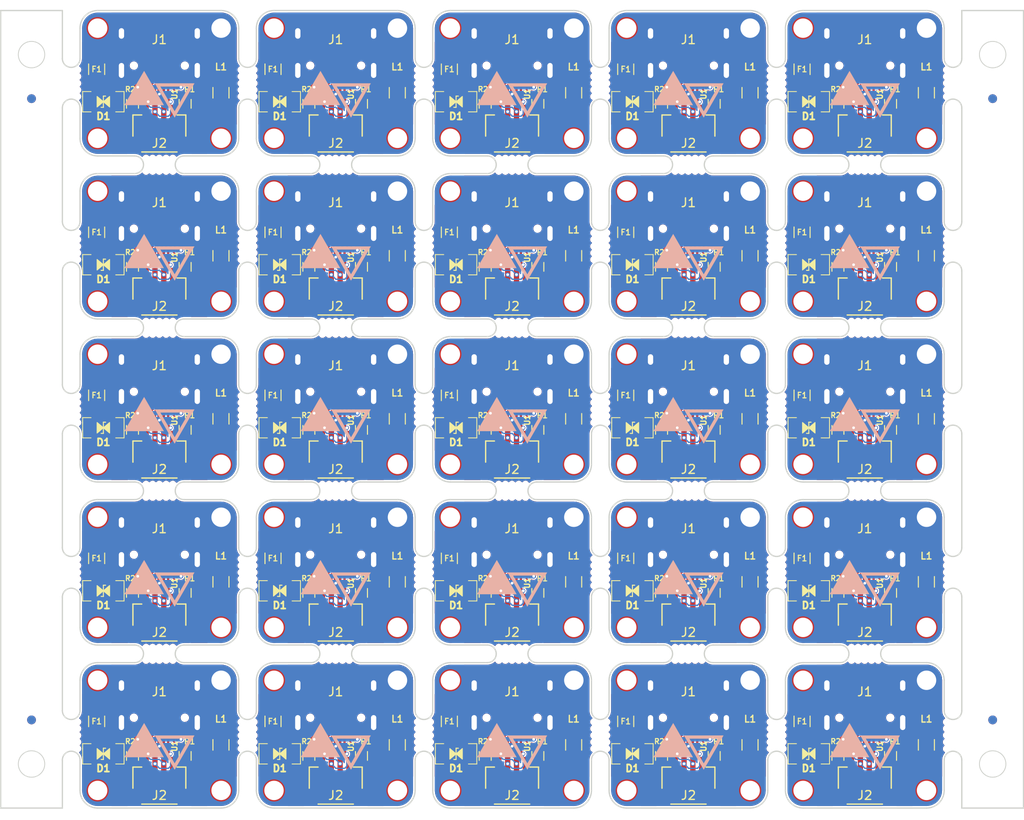
<source format=kicad_pcb>
(kicad_pcb (version 20171130) (host pcbnew "(5.1.12)-1")
  (title_block (title "Unified Daughterboard") (date 2020-03-22) (rev C3) (company "Designed by the keyboard community"))
  (layers (0 F.Cu signal) (31 B.Cu signal) (34 B.Paste user) (35 F.Paste user) (36 B.SilkS user) (37 F.SilkS user) (38 B.Mask user) (39 F.Mask user) (44 Edge.Cuts user))
  (net 0 "")
  (net 1 GND)
  (net 2 VCC)
  (net 3 GNDPWR)
  (net 4 "Net-(J1-PadB8)")
  (net 5 "Net-(J1-PadA5)")
  (net 6 DA+)
  (net 7 "Net-(J1-PadB5)")
  (net 8 "Net-(J1-PadA8)")
  (net 9 DA-)
  (net 10 VBUS)
  (module "logo:salane mini" (layer B.Cu) (at 155.0045 140.043)
    (fp_text reference G*** hide)
    (fp_text value LOGO hide)
  )
  (module "logo:salane mini" (layer B.Cu) (at 135.0045 140.043)
    (fp_text reference G*** hide)
    (fp_text value LOGO hide)
  )
  (module "logo:salane mini" (layer B.Cu) (at 115.0045 140.043)
    (fp_text reference G*** hide)
    (fp_text value LOGO hide)
  )
  (module "logo:salane mini" (layer B.Cu) (at 95.0045 140.043)
    (fp_text reference G*** hide)
    (fp_text value LOGO hide)
  )
  (module "logo:salane mini" (layer B.Cu) (at 75.0045 140.043)
    (fp_text reference G*** hide)
    (fp_text value LOGO hide)
  )
  (module "logo:salane mini" (layer B.Cu) (at 155.0045 121.543)
    (fp_text reference G*** hide)
    (fp_text value LOGO hide)
  )
  (module "logo:salane mini" (layer B.Cu) (at 135.0045 121.543)
    (fp_text reference G*** hide)
    (fp_text value LOGO hide)
  )
  (module "logo:salane mini" (layer B.Cu) (at 115.0045 121.543)
    (fp_text reference G*** hide)
    (fp_text value LOGO hide)
  )
  (module "logo:salane mini" (layer B.Cu) (at 95.0045 121.543)
    (fp_text reference G*** hide)
    (fp_text value LOGO hide)
  )
  (module "logo:salane mini" (layer B.Cu) (at 75.0045 121.543)
    (fp_text reference G*** hide)
    (fp_text value LOGO hide)
  )
  (module "logo:salane mini" (layer B.Cu) (at 155.0045 103.043)
    (fp_text reference G*** hide)
    (fp_text value LOGO hide)
  )
  (module "logo:salane mini" (layer B.Cu) (at 135.0045 103.043)
    (fp_text reference G*** hide)
    (fp_text value LOGO hide)
  )
  (module "logo:salane mini" (layer B.Cu) (at 115.0045 103.043)
    (fp_text reference G*** hide)
    (fp_text value LOGO hide)
  )
  (module "logo:salane mini" (layer B.Cu) (at 95.0045 103.043)
    (fp_text reference G*** hide)
    (fp_text value LOGO hide)
  )
  (module "logo:salane mini" (layer B.Cu) (at 75.0045 103.043)
    (fp_text reference G*** hide)
    (fp_text value LOGO hide)
  )
  (module "logo:salane mini" (layer B.Cu) (at 155.0045 84.543)
    (fp_text reference G*** hide)
    (fp_text value LOGO hide)
  )
  (module "logo:salane mini" (layer B.Cu) (at 135.0045 84.543)
    (fp_text reference G*** hide)
    (fp_text value LOGO hide)
  )
  (module "logo:salane mini" (layer B.Cu) (at 115.0045 84.543)
    (fp_text reference G*** hide)
    (fp_text value LOGO hide)
  )
  (module "logo:salane mini" (layer B.Cu) (at 95.0045 84.543)
    (fp_text reference G*** hide)
    (fp_text value LOGO hide)
  )
  (module "logo:salane mini" (layer B.Cu) (at 75.0045 84.543)
    (fp_text reference G*** hide)
    (fp_text value LOGO hide)
  )
  (module "logo:salane mini" (layer B.Cu) (at 155.0045 66.043)
    (fp_text reference G*** hide)
    (fp_text value LOGO hide)
  )
  (module "logo:salane mini" (layer B.Cu) (at 135.0045 66.043)
    (fp_text reference G*** hide)
    (fp_text value LOGO hide)
  )
  (module "logo:salane mini" (layer B.Cu) (at 115.0045 66.043)
    (fp_text reference G*** hide)
    (fp_text value LOGO hide)
  )
  (module "logo:salane mini" (layer B.Cu) (at 95.0045 66.043)
    (fp_text reference G*** hide)
    (fp_text value LOGO hide)
  )
  (module "logo:salane mini" (layer B.Cu) (at 75.0045 66.043)
    (fp_text reference G*** hide)
    (fp_text value LOGO hide)
  )
  (module sanproject-keyboard-part:TYPE-C-31-M-12 (layer F.Cu) (at 75.0025 64.843 180)
    (fp_text reference J1 (at 0 5) (layer F.SilkS))
    (fp_text value TYPE-C-31-M12_13)
    (pad B4 smd roundrect (at 2.45 1.275 180) (size 0.6 1.45) (drill (offset 0 -0.55)) (layers F.Cu F.Paste F.Mask) (net 10 VBUS))
    (pad B1 smd roundrect (at 3.25 1.275 180) (size 0.6 1.45) (drill (offset 0 -0.55)) (layers F.Cu F.Paste F.Mask) (net 3 GNDPWR))
    (pad A4 smd roundrect (at -2.45 1.275 180) (size 0.6 1.45) (drill (offset 0 -0.55)) (layers F.Cu F.Paste F.Mask) (net 10 VBUS))
    (pad S thru_hole oval (at -4.3 1.5 180) (size 1.1 2.2) (drill oval 0.6 1.7) (layers *.Cu *.Paste *.Mask) (net 3 GNDPWR))
    (pad A7 smd roundrect (at 0.25 1.275 180) (size 0.3 1.45) (drill (offset 0 -0.55)) (layers F.Cu F.Paste F.Mask) (net 9 DA-))
    (pad B6 smd roundrect (at 0.75 1.275 180) (size 0.3 1.45) (drill (offset 0 -0.55)) (layers F.Cu F.Paste F.Mask) (net 6 DA+))
    (pad A8 smd roundrect (at 1.25 1.275 180) (size 0.3 1.45) (drill (offset 0 -0.55)) (layers F.Cu F.Paste F.Mask) (net 8 "Net-(J1-PadA8)"))
    (pad B5 smd roundrect (at 1.75 1.275 180) (size 0.3 1.45) (drill (offset 0 -0.55)) (layers F.Cu F.Paste F.Mask) (net 7 "Net-(J1-PadB5)"))
    (pad A6 smd roundrect (at -0.254 1.275 180) (size 0.3 1.45) (drill (offset 0 -0.55)) (layers F.Cu F.Paste F.Mask) (net 6 DA+))
    (pad B7 smd roundrect (at -0.75 1.275 180) (size 0.3 1.45) (drill (offset 0 -0.55)) (layers F.Cu F.Paste F.Mask) (net 9 DA-))
    (pad A5 smd roundrect (at -1.25 1.275 180) (size 0.3 1.45) (drill (offset 0 -0.55)) (layers F.Cu F.Paste F.Mask) (net 5 "Net-(J1-PadA5)"))
    (pad B8 smd roundrect (at -1.75 1.275 180) (size 0.3 1.45) (drill (offset 0 -0.55)) (layers F.Cu F.Paste F.Mask) (net 4 "Net-(J1-PadB8)"))
    (pad A1 smd roundrect (at -3.25 1.275 180) (size 0.6 1.45) (drill (offset 0 -0.55)) (layers F.Cu F.Paste F.Mask) (net 3 GNDPWR))
    (pad S thru_hole oval (at -4.3 5.7 180) (size 1.3 1.9) (drill oval 0.6 1.2) (layers *.Cu *.Paste *.Mask) (net 3 GNDPWR))
    (pad "" np_thru_hole circle (at -2.89 2.051 180) (size 0.65 0.65) (drill 0.65) (layers *.Cu *.Mask))
    (pad "" np_thru_hole circle (at 2.89 2.051 180) (size 0.65 0.65) (drill 0.65) (layers *.Cu *.Mask))
    (pad S thru_hole oval (at 4.3 5.7 180) (size 1.3 1.9) (drill oval 0.6 1.2) (layers *.Cu *.Paste *.Mask) (net 3 GNDPWR))
    (pad S thru_hole oval (at 4.3 1.5 180) (size 1.1 2.2) (drill oval 0.6 1.7) (layers *.Cu *.Paste *.Mask) (net 3 GNDPWR))
  )
  (module sanproject-keyboard-part:TYPE-C-31-M-12 (layer F.Cu) (at 75.0025 120.343 180)
    (fp_text reference J1 (at 0 5) (layer F.SilkS))
    (fp_text value TYPE-C-31-M12_13)
    (pad B4 smd roundrect (at 2.45 1.275 180) (size 0.6 1.45) (drill (offset 0 -0.55)) (layers F.Cu F.Paste F.Mask) (net 10 VBUS))
    (pad B1 smd roundrect (at 3.25 1.275 180) (size 0.6 1.45) (drill (offset 0 -0.55)) (layers F.Cu F.Paste F.Mask) (net 3 GNDPWR))
    (pad A4 smd roundrect (at -2.45 1.275 180) (size 0.6 1.45) (drill (offset 0 -0.55)) (layers F.Cu F.Paste F.Mask) (net 10 VBUS))
    (pad S thru_hole oval (at -4.3 1.5 180) (size 1.1 2.2) (drill oval 0.6 1.7) (layers *.Cu *.Paste *.Mask) (net 3 GNDPWR))
    (pad A7 smd roundrect (at 0.25 1.275 180) (size 0.3 1.45) (drill (offset 0 -0.55)) (layers F.Cu F.Paste F.Mask) (net 9 DA-))
    (pad B6 smd roundrect (at 0.75 1.275 180) (size 0.3 1.45) (drill (offset 0 -0.55)) (layers F.Cu F.Paste F.Mask) (net 6 DA+))
    (pad A8 smd roundrect (at 1.25 1.275 180) (size 0.3 1.45) (drill (offset 0 -0.55)) (layers F.Cu F.Paste F.Mask) (net 8 "Net-(J1-PadA8)"))
    (pad B5 smd roundrect (at 1.75 1.275 180) (size 0.3 1.45) (drill (offset 0 -0.55)) (layers F.Cu F.Paste F.Mask) (net 7 "Net-(J1-PadB5)"))
    (pad A6 smd roundrect (at -0.254 1.275 180) (size 0.3 1.45) (drill (offset 0 -0.55)) (layers F.Cu F.Paste F.Mask) (net 6 DA+))
    (pad B7 smd roundrect (at -0.75 1.275 180) (size 0.3 1.45) (drill (offset 0 -0.55)) (layers F.Cu F.Paste F.Mask) (net 9 DA-))
    (pad A5 smd roundrect (at -1.25 1.275 180) (size 0.3 1.45) (drill (offset 0 -0.55)) (layers F.Cu F.Paste F.Mask) (net 5 "Net-(J1-PadA5)"))
    (pad B8 smd roundrect (at -1.75 1.275 180) (size 0.3 1.45) (drill (offset 0 -0.55)) (layers F.Cu F.Paste F.Mask) (net 4 "Net-(J1-PadB8)"))
    (pad A1 smd roundrect (at -3.25 1.275 180) (size 0.6 1.45) (drill (offset 0 -0.55)) (layers F.Cu F.Paste F.Mask) (net 3 GNDPWR))
    (pad S thru_hole oval (at -4.3 5.7 180) (size 1.3 1.9) (drill oval 0.6 1.2) (layers *.Cu *.Paste *.Mask) (net 3 GNDPWR))
    (pad "" np_thru_hole circle (at -2.89 2.051 180) (size 0.65 0.65) (drill 0.65) (layers *.Cu *.Mask))
    (pad "" np_thru_hole circle (at 2.89 2.051 180) (size 0.65 0.65) (drill 0.65) (layers *.Cu *.Mask))
    (pad S thru_hole oval (at 4.3 5.7 180) (size 1.3 1.9) (drill oval 0.6 1.2) (layers *.Cu *.Paste *.Mask) (net 3 GNDPWR))
    (pad S thru_hole oval (at 4.3 1.5 180) (size 1.1 2.2) (drill oval 0.6 1.7) (layers *.Cu *.Paste *.Mask) (net 3 GNDPWR))
  )
  (module sanproject-keyboard-part:TYPE-C-31-M-12 (layer F.Cu) (at 75.0025 83.343 180)
    (fp_text reference J1 (at 0 5) (layer F.SilkS))
    (fp_text value TYPE-C-31-M12_13)
    (pad B4 smd roundrect (at 2.45 1.275 180) (size 0.6 1.45) (drill (offset 0 -0.55)) (layers F.Cu F.Paste F.Mask) (net 10 VBUS))
    (pad B1 smd roundrect (at 3.25 1.275 180) (size 0.6 1.45) (drill (offset 0 -0.55)) (layers F.Cu F.Paste F.Mask) (net 3 GNDPWR))
    (pad A4 smd roundrect (at -2.45 1.275 180) (size 0.6 1.45) (drill (offset 0 -0.55)) (layers F.Cu F.Paste F.Mask) (net 10 VBUS))
    (pad S thru_hole oval (at -4.3 1.5 180) (size 1.1 2.2) (drill oval 0.6 1.7) (layers *.Cu *.Paste *.Mask) (net 3 GNDPWR))
    (pad A7 smd roundrect (at 0.25 1.275 180) (size 0.3 1.45) (drill (offset 0 -0.55)) (layers F.Cu F.Paste F.Mask) (net 9 DA-))
    (pad B6 smd roundrect (at 0.75 1.275 180) (size 0.3 1.45) (drill (offset 0 -0.55)) (layers F.Cu F.Paste F.Mask) (net 6 DA+))
    (pad A8 smd roundrect (at 1.25 1.275 180) (size 0.3 1.45) (drill (offset 0 -0.55)) (layers F.Cu F.Paste F.Mask) (net 8 "Net-(J1-PadA8)"))
    (pad B5 smd roundrect (at 1.75 1.275 180) (size 0.3 1.45) (drill (offset 0 -0.55)) (layers F.Cu F.Paste F.Mask) (net 7 "Net-(J1-PadB5)"))
    (pad A6 smd roundrect (at -0.254 1.275 180) (size 0.3 1.45) (drill (offset 0 -0.55)) (layers F.Cu F.Paste F.Mask) (net 6 DA+))
    (pad B7 smd roundrect (at -0.75 1.275 180) (size 0.3 1.45) (drill (offset 0 -0.55)) (layers F.Cu F.Paste F.Mask) (net 9 DA-))
    (pad A5 smd roundrect (at -1.25 1.275 180) (size 0.3 1.45) (drill (offset 0 -0.55)) (layers F.Cu F.Paste F.Mask) (net 5 "Net-(J1-PadA5)"))
    (pad B8 smd roundrect (at -1.75 1.275 180) (size 0.3 1.45) (drill (offset 0 -0.55)) (layers F.Cu F.Paste F.Mask) (net 4 "Net-(J1-PadB8)"))
    (pad A1 smd roundrect (at -3.25 1.275 180) (size 0.6 1.45) (drill (offset 0 -0.55)) (layers F.Cu F.Paste F.Mask) (net 3 GNDPWR))
    (pad S thru_hole oval (at -4.3 5.7 180) (size 1.3 1.9) (drill oval 0.6 1.2) (layers *.Cu *.Paste *.Mask) (net 3 GNDPWR))
    (pad "" np_thru_hole circle (at -2.89 2.051 180) (size 0.65 0.65) (drill 0.65) (layers *.Cu *.Mask))
    (pad "" np_thru_hole circle (at 2.89 2.051 180) (size 0.65 0.65) (drill 0.65) (layers *.Cu *.Mask))
    (pad S thru_hole oval (at 4.3 5.7 180) (size 1.3 1.9) (drill oval 0.6 1.2) (layers *.Cu *.Paste *.Mask) (net 3 GNDPWR))
    (pad S thru_hole oval (at 4.3 1.5 180) (size 1.1 2.2) (drill oval 0.6 1.7) (layers *.Cu *.Paste *.Mask) (net 3 GNDPWR))
  )
  (module sanproject-keyboard-part:TYPE-C-31-M-12 (layer F.Cu) (at 75.0025 138.843 180)
    (fp_text reference J1 (at 0 5) (layer F.SilkS))
    (fp_text value TYPE-C-31-M12_13)
    (pad B4 smd roundrect (at 2.45 1.275 180) (size 0.6 1.45) (drill (offset 0 -0.55)) (layers F.Cu F.Paste F.Mask) (net 10 VBUS))
    (pad B1 smd roundrect (at 3.25 1.275 180) (size 0.6 1.45) (drill (offset 0 -0.55)) (layers F.Cu F.Paste F.Mask) (net 3 GNDPWR))
    (pad A4 smd roundrect (at -2.45 1.275 180) (size 0.6 1.45) (drill (offset 0 -0.55)) (layers F.Cu F.Paste F.Mask) (net 10 VBUS))
    (pad S thru_hole oval (at -4.3 1.5 180) (size 1.1 2.2) (drill oval 0.6 1.7) (layers *.Cu *.Paste *.Mask) (net 3 GNDPWR))
    (pad A7 smd roundrect (at 0.25 1.275 180) (size 0.3 1.45) (drill (offset 0 -0.55)) (layers F.Cu F.Paste F.Mask) (net 9 DA-))
    (pad B6 smd roundrect (at 0.75 1.275 180) (size 0.3 1.45) (drill (offset 0 -0.55)) (layers F.Cu F.Paste F.Mask) (net 6 DA+))
    (pad A8 smd roundrect (at 1.25 1.275 180) (size 0.3 1.45) (drill (offset 0 -0.55)) (layers F.Cu F.Paste F.Mask) (net 8 "Net-(J1-PadA8)"))
    (pad B5 smd roundrect (at 1.75 1.275 180) (size 0.3 1.45) (drill (offset 0 -0.55)) (layers F.Cu F.Paste F.Mask) (net 7 "Net-(J1-PadB5)"))
    (pad A6 smd roundrect (at -0.254 1.275 180) (size 0.3 1.45) (drill (offset 0 -0.55)) (layers F.Cu F.Paste F.Mask) (net 6 DA+))
    (pad B7 smd roundrect (at -0.75 1.275 180) (size 0.3 1.45) (drill (offset 0 -0.55)) (layers F.Cu F.Paste F.Mask) (net 9 DA-))
    (pad A5 smd roundrect (at -1.25 1.275 180) (size 0.3 1.45) (drill (offset 0 -0.55)) (layers F.Cu F.Paste F.Mask) (net 5 "Net-(J1-PadA5)"))
    (pad B8 smd roundrect (at -1.75 1.275 180) (size 0.3 1.45) (drill (offset 0 -0.55)) (layers F.Cu F.Paste F.Mask) (net 4 "Net-(J1-PadB8)"))
    (pad A1 smd roundrect (at -3.25 1.275 180) (size 0.6 1.45) (drill (offset 0 -0.55)) (layers F.Cu F.Paste F.Mask) (net 3 GNDPWR))
    (pad S thru_hole oval (at -4.3 5.7 180) (size 1.3 1.9) (drill oval 0.6 1.2) (layers *.Cu *.Paste *.Mask) (net 3 GNDPWR))
    (pad "" np_thru_hole circle (at -2.89 2.051 180) (size 0.65 0.65) (drill 0.65) (layers *.Cu *.Mask))
    (pad "" np_thru_hole circle (at 2.89 2.051 180) (size 0.65 0.65) (drill 0.65) (layers *.Cu *.Mask))
    (pad S thru_hole oval (at 4.3 5.7 180) (size 1.3 1.9) (drill oval 0.6 1.2) (layers *.Cu *.Paste *.Mask) (net 3 GNDPWR))
    (pad S thru_hole oval (at 4.3 1.5 180) (size 1.1 2.2) (drill oval 0.6 1.7) (layers *.Cu *.Paste *.Mask) (net 3 GNDPWR))
  )
  (module sanproject-keyboard-part:TYPE-C-31-M-12 (layer F.Cu) (at 75.0025 101.843 180)
    (fp_text reference J1 (at 0 5) (layer F.SilkS))
    (fp_text value TYPE-C-31-M12_13)
    (pad B4 smd roundrect (at 2.45 1.275 180) (size 0.6 1.45) (drill (offset 0 -0.55)) (layers F.Cu F.Paste F.Mask) (net 10 VBUS))
    (pad B1 smd roundrect (at 3.25 1.275 180) (size 0.6 1.45) (drill (offset 0 -0.55)) (layers F.Cu F.Paste F.Mask) (net 3 GNDPWR))
    (pad A4 smd roundrect (at -2.45 1.275 180) (size 0.6 1.45) (drill (offset 0 -0.55)) (layers F.Cu F.Paste F.Mask) (net 10 VBUS))
    (pad S thru_hole oval (at -4.3 1.5 180) (size 1.1 2.2) (drill oval 0.6 1.7) (layers *.Cu *.Paste *.Mask) (net 3 GNDPWR))
    (pad A7 smd roundrect (at 0.25 1.275 180) (size 0.3 1.45) (drill (offset 0 -0.55)) (layers F.Cu F.Paste F.Mask) (net 9 DA-))
    (pad B6 smd roundrect (at 0.75 1.275 180) (size 0.3 1.45) (drill (offset 0 -0.55)) (layers F.Cu F.Paste F.Mask) (net 6 DA+))
    (pad A8 smd roundrect (at 1.25 1.275 180) (size 0.3 1.45) (drill (offset 0 -0.55)) (layers F.Cu F.Paste F.Mask) (net 8 "Net-(J1-PadA8)"))
    (pad B5 smd roundrect (at 1.75 1.275 180) (size 0.3 1.45) (drill (offset 0 -0.55)) (layers F.Cu F.Paste F.Mask) (net 7 "Net-(J1-PadB5)"))
    (pad A6 smd roundrect (at -0.254 1.275 180) (size 0.3 1.45) (drill (offset 0 -0.55)) (layers F.Cu F.Paste F.Mask) (net 6 DA+))
    (pad B7 smd roundrect (at -0.75 1.275 180) (size 0.3 1.45) (drill (offset 0 -0.55)) (layers F.Cu F.Paste F.Mask) (net 9 DA-))
    (pad A5 smd roundrect (at -1.25 1.275 180) (size 0.3 1.45) (drill (offset 0 -0.55)) (layers F.Cu F.Paste F.Mask) (net 5 "Net-(J1-PadA5)"))
    (pad B8 smd roundrect (at -1.75 1.275 180) (size 0.3 1.45) (drill (offset 0 -0.55)) (layers F.Cu F.Paste F.Mask) (net 4 "Net-(J1-PadB8)"))
    (pad A1 smd roundrect (at -3.25 1.275 180) (size 0.6 1.45) (drill (offset 0 -0.55)) (layers F.Cu F.Paste F.Mask) (net 3 GNDPWR))
    (pad S thru_hole oval (at -4.3 5.7 180) (size 1.3 1.9) (drill oval 0.6 1.2) (layers *.Cu *.Paste *.Mask) (net 3 GNDPWR))
    (pad "" np_thru_hole circle (at -2.89 2.051 180) (size 0.65 0.65) (drill 0.65) (layers *.Cu *.Mask))
    (pad "" np_thru_hole circle (at 2.89 2.051 180) (size 0.65 0.65) (drill 0.65) (layers *.Cu *.Mask))
    (pad S thru_hole oval (at 4.3 5.7 180) (size 1.3 1.9) (drill oval 0.6 1.2) (layers *.Cu *.Paste *.Mask) (net 3 GNDPWR))
    (pad S thru_hole oval (at 4.3 1.5 180) (size 1.1 2.2) (drill oval 0.6 1.7) (layers *.Cu *.Paste *.Mask) (net 3 GNDPWR))
  )
  (module sanproject-keyboard-part:TYPE-C-31-M-12 (layer F.Cu) (at 155.0025 138.843 180)
    (fp_text reference J1 (at 0 5) (layer F.SilkS))
    (fp_text value TYPE-C-31-M12_13)
    (pad B4 smd roundrect (at 2.45 1.275 180) (size 0.6 1.45) (drill (offset 0 -0.55)) (layers F.Cu F.Paste F.Mask) (net 10 VBUS))
    (pad B1 smd roundrect (at 3.25 1.275 180) (size 0.6 1.45) (drill (offset 0 -0.55)) (layers F.Cu F.Paste F.Mask) (net 3 GNDPWR))
    (pad A4 smd roundrect (at -2.45 1.275 180) (size 0.6 1.45) (drill (offset 0 -0.55)) (layers F.Cu F.Paste F.Mask) (net 10 VBUS))
    (pad S thru_hole oval (at -4.3 1.5 180) (size 1.1 2.2) (drill oval 0.6 1.7) (layers *.Cu *.Paste *.Mask) (net 3 GNDPWR))
    (pad A7 smd roundrect (at 0.25 1.275 180) (size 0.3 1.45) (drill (offset 0 -0.55)) (layers F.Cu F.Paste F.Mask) (net 9 DA-))
    (pad B6 smd roundrect (at 0.75 1.275 180) (size 0.3 1.45) (drill (offset 0 -0.55)) (layers F.Cu F.Paste F.Mask) (net 6 DA+))
    (pad A8 smd roundrect (at 1.25 1.275 180) (size 0.3 1.45) (drill (offset 0 -0.55)) (layers F.Cu F.Paste F.Mask) (net 8 "Net-(J1-PadA8)"))
    (pad B5 smd roundrect (at 1.75 1.275 180) (size 0.3 1.45) (drill (offset 0 -0.55)) (layers F.Cu F.Paste F.Mask) (net 7 "Net-(J1-PadB5)"))
    (pad A6 smd roundrect (at -0.254 1.275 180) (size 0.3 1.45) (drill (offset 0 -0.55)) (layers F.Cu F.Paste F.Mask) (net 6 DA+))
    (pad B7 smd roundrect (at -0.75 1.275 180) (size 0.3 1.45) (drill (offset 0 -0.55)) (layers F.Cu F.Paste F.Mask) (net 9 DA-))
    (pad A5 smd roundrect (at -1.25 1.275 180) (size 0.3 1.45) (drill (offset 0 -0.55)) (layers F.Cu F.Paste F.Mask) (net 5 "Net-(J1-PadA5)"))
    (pad B8 smd roundrect (at -1.75 1.275 180) (size 0.3 1.45) (drill (offset 0 -0.55)) (layers F.Cu F.Paste F.Mask) (net 4 "Net-(J1-PadB8)"))
    (pad A1 smd roundrect (at -3.25 1.275 180) (size 0.6 1.45) (drill (offset 0 -0.55)) (layers F.Cu F.Paste F.Mask) (net 3 GNDPWR))
    (pad S thru_hole oval (at -4.3 5.7 180) (size 1.3 1.9) (drill oval 0.6 1.2) (layers *.Cu *.Paste *.Mask) (net 3 GNDPWR))
    (pad "" np_thru_hole circle (at -2.89 2.051 180) (size 0.65 0.65) (drill 0.65) (layers *.Cu *.Mask))
    (pad "" np_thru_hole circle (at 2.89 2.051 180) (size 0.65 0.65) (drill 0.65) (layers *.Cu *.Mask))
    (pad S thru_hole oval (at 4.3 5.7 180) (size 1.3 1.9) (drill oval 0.6 1.2) (layers *.Cu *.Paste *.Mask) (net 3 GNDPWR))
    (pad S thru_hole oval (at 4.3 1.5 180) (size 1.1 2.2) (drill oval 0.6 1.7) (layers *.Cu *.Paste *.Mask) (net 3 GNDPWR))
  )
  (module sanproject-keyboard-part:TYPE-C-31-M-12 (layer F.Cu) (at 155.0025 120.343 180)
    (fp_text reference J1 (at 0 5) (layer F.SilkS))
    (fp_text value TYPE-C-31-M12_13)
    (pad B4 smd roundrect (at 2.45 1.275 180) (size 0.6 1.45) (drill (offset 0 -0.55)) (layers F.Cu F.Paste F.Mask) (net 10 VBUS))
    (pad B1 smd roundrect (at 3.25 1.275 180) (size 0.6 1.45) (drill (offset 0 -0.55)) (layers F.Cu F.Paste F.Mask) (net 3 GNDPWR))
    (pad A4 smd roundrect (at -2.45 1.275 180) (size 0.6 1.45) (drill (offset 0 -0.55)) (layers F.Cu F.Paste F.Mask) (net 10 VBUS))
    (pad S thru_hole oval (at -4.3 1.5 180) (size 1.1 2.2) (drill oval 0.6 1.7) (layers *.Cu *.Paste *.Mask) (net 3 GNDPWR))
    (pad A7 smd roundrect (at 0.25 1.275 180) (size 0.3 1.45) (drill (offset 0 -0.55)) (layers F.Cu F.Paste F.Mask) (net 9 DA-))
    (pad B6 smd roundrect (at 0.75 1.275 180) (size 0.3 1.45) (drill (offset 0 -0.55)) (layers F.Cu F.Paste F.Mask) (net 6 DA+))
    (pad A8 smd roundrect (at 1.25 1.275 180) (size 0.3 1.45) (drill (offset 0 -0.55)) (layers F.Cu F.Paste F.Mask) (net 8 "Net-(J1-PadA8)"))
    (pad B5 smd roundrect (at 1.75 1.275 180) (size 0.3 1.45) (drill (offset 0 -0.55)) (layers F.Cu F.Paste F.Mask) (net 7 "Net-(J1-PadB5)"))
    (pad A6 smd roundrect (at -0.254 1.275 180) (size 0.3 1.45) (drill (offset 0 -0.55)) (layers F.Cu F.Paste F.Mask) (net 6 DA+))
    (pad B7 smd roundrect (at -0.75 1.275 180) (size 0.3 1.45) (drill (offset 0 -0.55)) (layers F.Cu F.Paste F.Mask) (net 9 DA-))
    (pad A5 smd roundrect (at -1.25 1.275 180) (size 0.3 1.45) (drill (offset 0 -0.55)) (layers F.Cu F.Paste F.Mask) (net 5 "Net-(J1-PadA5)"))
    (pad B8 smd roundrect (at -1.75 1.275 180) (size 0.3 1.45) (drill (offset 0 -0.55)) (layers F.Cu F.Paste F.Mask) (net 4 "Net-(J1-PadB8)"))
    (pad A1 smd roundrect (at -3.25 1.275 180) (size 0.6 1.45) (drill (offset 0 -0.55)) (layers F.Cu F.Paste F.Mask) (net 3 GNDPWR))
    (pad S thru_hole oval (at -4.3 5.7 180) (size 1.3 1.9) (drill oval 0.6 1.2) (layers *.Cu *.Paste *.Mask) (net 3 GNDPWR))
    (pad "" np_thru_hole circle (at -2.89 2.051 180) (size 0.65 0.65) (drill 0.65) (layers *.Cu *.Mask))
    (pad "" np_thru_hole circle (at 2.89 2.051 180) (size 0.65 0.65) (drill 0.65) (layers *.Cu *.Mask))
    (pad S thru_hole oval (at 4.3 5.7 180) (size 1.3 1.9) (drill oval 0.6 1.2) (layers *.Cu *.Paste *.Mask) (net 3 GNDPWR))
    (pad S thru_hole oval (at 4.3 1.5 180) (size 1.1 2.2) (drill oval 0.6 1.7) (layers *.Cu *.Paste *.Mask) (net 3 GNDPWR))
  )
  (module sanproject-keyboard-part:TYPE-C-31-M-12 (layer F.Cu) (at 155.0025 101.843 180)
    (fp_text reference J1 (at 0 5) (layer F.SilkS))
    (fp_text value TYPE-C-31-M12_13)
    (pad B4 smd roundrect (at 2.45 1.275 180) (size 0.6 1.45) (drill (offset 0 -0.55)) (layers F.Cu F.Paste F.Mask) (net 10 VBUS))
    (pad B1 smd roundrect (at 3.25 1.275 180) (size 0.6 1.45) (drill (offset 0 -0.55)) (layers F.Cu F.Paste F.Mask) (net 3 GNDPWR))
    (pad A4 smd roundrect (at -2.45 1.275 180) (size 0.6 1.45) (drill (offset 0 -0.55)) (layers F.Cu F.Paste F.Mask) (net 10 VBUS))
    (pad S thru_hole oval (at -4.3 1.5 180) (size 1.1 2.2) (drill oval 0.6 1.7) (layers *.Cu *.Paste *.Mask) (net 3 GNDPWR))
    (pad A7 smd roundrect (at 0.25 1.275 180) (size 0.3 1.45) (drill (offset 0 -0.55)) (layers F.Cu F.Paste F.Mask) (net 9 DA-))
    (pad B6 smd roundrect (at 0.75 1.275 180) (size 0.3 1.45) (drill (offset 0 -0.55)) (layers F.Cu F.Paste F.Mask) (net 6 DA+))
    (pad A8 smd roundrect (at 1.25 1.275 180) (size 0.3 1.45) (drill (offset 0 -0.55)) (layers F.Cu F.Paste F.Mask) (net 8 "Net-(J1-PadA8)"))
    (pad B5 smd roundrect (at 1.75 1.275 180) (size 0.3 1.45) (drill (offset 0 -0.55)) (layers F.Cu F.Paste F.Mask) (net 7 "Net-(J1-PadB5)"))
    (pad A6 smd roundrect (at -0.254 1.275 180) (size 0.3 1.45) (drill (offset 0 -0.55)) (layers F.Cu F.Paste F.Mask) (net 6 DA+))
    (pad B7 smd roundrect (at -0.75 1.275 180) (size 0.3 1.45) (drill (offset 0 -0.55)) (layers F.Cu F.Paste F.Mask) (net 9 DA-))
    (pad A5 smd roundrect (at -1.25 1.275 180) (size 0.3 1.45) (drill (offset 0 -0.55)) (layers F.Cu F.Paste F.Mask) (net 5 "Net-(J1-PadA5)"))
    (pad B8 smd roundrect (at -1.75 1.275 180) (size 0.3 1.45) (drill (offset 0 -0.55)) (layers F.Cu F.Paste F.Mask) (net 4 "Net-(J1-PadB8)"))
    (pad A1 smd roundrect (at -3.25 1.275 180) (size 0.6 1.45) (drill (offset 0 -0.55)) (layers F.Cu F.Paste F.Mask) (net 3 GNDPWR))
    (pad S thru_hole oval (at -4.3 5.7 180) (size 1.3 1.9) (drill oval 0.6 1.2) (layers *.Cu *.Paste *.Mask) (net 3 GNDPWR))
    (pad "" np_thru_hole circle (at -2.89 2.051 180) (size 0.65 0.65) (drill 0.65) (layers *.Cu *.Mask))
    (pad "" np_thru_hole circle (at 2.89 2.051 180) (size 0.65 0.65) (drill 0.65) (layers *.Cu *.Mask))
    (pad S thru_hole oval (at 4.3 5.7 180) (size 1.3 1.9) (drill oval 0.6 1.2) (layers *.Cu *.Paste *.Mask) (net 3 GNDPWR))
    (pad S thru_hole oval (at 4.3 1.5 180) (size 1.1 2.2) (drill oval 0.6 1.7) (layers *.Cu *.Paste *.Mask) (net 3 GNDPWR))
  )
  (module sanproject-keyboard-part:TYPE-C-31-M-12 (layer F.Cu) (at 155.0025 83.343 180)
    (fp_text reference J1 (at 0 5) (layer F.SilkS))
    (fp_text value TYPE-C-31-M12_13)
    (pad B4 smd roundrect (at 2.45 1.275 180) (size 0.6 1.45) (drill (offset 0 -0.55)) (layers F.Cu F.Paste F.Mask) (net 10 VBUS))
    (pad B1 smd roundrect (at 3.25 1.275 180) (size 0.6 1.45) (drill (offset 0 -0.55)) (layers F.Cu F.Paste F.Mask) (net 3 GNDPWR))
    (pad A4 smd roundrect (at -2.45 1.275 180) (size 0.6 1.45) (drill (offset 0 -0.55)) (layers F.Cu F.Paste F.Mask) (net 10 VBUS))
    (pad S thru_hole oval (at -4.3 1.5 180) (size 1.1 2.2) (drill oval 0.6 1.7) (layers *.Cu *.Paste *.Mask) (net 3 GNDPWR))
    (pad A7 smd roundrect (at 0.25 1.275 180) (size 0.3 1.45) (drill (offset 0 -0.55)) (layers F.Cu F.Paste F.Mask) (net 9 DA-))
    (pad B6 smd roundrect (at 0.75 1.275 180) (size 0.3 1.45) (drill (offset 0 -0.55)) (layers F.Cu F.Paste F.Mask) (net 6 DA+))
    (pad A8 smd roundrect (at 1.25 1.275 180) (size 0.3 1.45) (drill (offset 0 -0.55)) (layers F.Cu F.Paste F.Mask) (net 8 "Net-(J1-PadA8)"))
    (pad B5 smd roundrect (at 1.75 1.275 180) (size 0.3 1.45) (drill (offset 0 -0.55)) (layers F.Cu F.Paste F.Mask) (net 7 "Net-(J1-PadB5)"))
    (pad A6 smd roundrect (at -0.254 1.275 180) (size 0.3 1.45) (drill (offset 0 -0.55)) (layers F.Cu F.Paste F.Mask) (net 6 DA+))
    (pad B7 smd roundrect (at -0.75 1.275 180) (size 0.3 1.45) (drill (offset 0 -0.55)) (layers F.Cu F.Paste F.Mask) (net 9 DA-))
    (pad A5 smd roundrect (at -1.25 1.275 180) (size 0.3 1.45) (drill (offset 0 -0.55)) (layers F.Cu F.Paste F.Mask) (net 5 "Net-(J1-PadA5)"))
    (pad B8 smd roundrect (at -1.75 1.275 180) (size 0.3 1.45) (drill (offset 0 -0.55)) (layers F.Cu F.Paste F.Mask) (net 4 "Net-(J1-PadB8)"))
    (pad A1 smd roundrect (at -3.25 1.275 180) (size 0.6 1.45) (drill (offset 0 -0.55)) (layers F.Cu F.Paste F.Mask) (net 3 GNDPWR))
    (pad S thru_hole oval (at -4.3 5.7 180) (size 1.3 1.9) (drill oval 0.6 1.2) (layers *.Cu *.Paste *.Mask) (net 3 GNDPWR))
    (pad "" np_thru_hole circle (at -2.89 2.051 180) (size 0.65 0.65) (drill 0.65) (layers *.Cu *.Mask))
    (pad "" np_thru_hole circle (at 2.89 2.051 180) (size 0.65 0.65) (drill 0.65) (layers *.Cu *.Mask))
    (pad S thru_hole oval (at 4.3 5.7 180) (size 1.3 1.9) (drill oval 0.6 1.2) (layers *.Cu *.Paste *.Mask) (net 3 GNDPWR))
    (pad S thru_hole oval (at 4.3 1.5 180) (size 1.1 2.2) (drill oval 0.6 1.7) (layers *.Cu *.Paste *.Mask) (net 3 GNDPWR))
  )
  (module sanproject-keyboard-part:TYPE-C-31-M-12 (layer F.Cu) (at 155.0025 64.843 180)
    (fp_text reference J1 (at 0 5) (layer F.SilkS))
    (fp_text value TYPE-C-31-M12_13)
    (pad B4 smd roundrect (at 2.45 1.275 180) (size 0.6 1.45) (drill (offset 0 -0.55)) (layers F.Cu F.Paste F.Mask) (net 10 VBUS))
    (pad B1 smd roundrect (at 3.25 1.275 180) (size 0.6 1.45) (drill (offset 0 -0.55)) (layers F.Cu F.Paste F.Mask) (net 3 GNDPWR))
    (pad A4 smd roundrect (at -2.45 1.275 180) (size 0.6 1.45) (drill (offset 0 -0.55)) (layers F.Cu F.Paste F.Mask) (net 10 VBUS))
    (pad S thru_hole oval (at -4.3 1.5 180) (size 1.1 2.2) (drill oval 0.6 1.7) (layers *.Cu *.Paste *.Mask) (net 3 GNDPWR))
    (pad A7 smd roundrect (at 0.25 1.275 180) (size 0.3 1.45) (drill (offset 0 -0.55)) (layers F.Cu F.Paste F.Mask) (net 9 DA-))
    (pad B6 smd roundrect (at 0.75 1.275 180) (size 0.3 1.45) (drill (offset 0 -0.55)) (layers F.Cu F.Paste F.Mask) (net 6 DA+))
    (pad A8 smd roundrect (at 1.25 1.275 180) (size 0.3 1.45) (drill (offset 0 -0.55)) (layers F.Cu F.Paste F.Mask) (net 8 "Net-(J1-PadA8)"))
    (pad B5 smd roundrect (at 1.75 1.275 180) (size 0.3 1.45) (drill (offset 0 -0.55)) (layers F.Cu F.Paste F.Mask) (net 7 "Net-(J1-PadB5)"))
    (pad A6 smd roundrect (at -0.254 1.275 180) (size 0.3 1.45) (drill (offset 0 -0.55)) (layers F.Cu F.Paste F.Mask) (net 6 DA+))
    (pad B7 smd roundrect (at -0.75 1.275 180) (size 0.3 1.45) (drill (offset 0 -0.55)) (layers F.Cu F.Paste F.Mask) (net 9 DA-))
    (pad A5 smd roundrect (at -1.25 1.275 180) (size 0.3 1.45) (drill (offset 0 -0.55)) (layers F.Cu F.Paste F.Mask) (net 5 "Net-(J1-PadA5)"))
    (pad B8 smd roundrect (at -1.75 1.275 180) (size 0.3 1.45) (drill (offset 0 -0.55)) (layers F.Cu F.Paste F.Mask) (net 4 "Net-(J1-PadB8)"))
    (pad A1 smd roundrect (at -3.25 1.275 180) (size 0.6 1.45) (drill (offset 0 -0.55)) (layers F.Cu F.Paste F.Mask) (net 3 GNDPWR))
    (pad S thru_hole oval (at -4.3 5.7 180) (size 1.3 1.9) (drill oval 0.6 1.2) (layers *.Cu *.Paste *.Mask) (net 3 GNDPWR))
    (pad "" np_thru_hole circle (at -2.89 2.051 180) (size 0.65 0.65) (drill 0.65) (layers *.Cu *.Mask))
    (pad "" np_thru_hole circle (at 2.89 2.051 180) (size 0.65 0.65) (drill 0.65) (layers *.Cu *.Mask))
    (pad S thru_hole oval (at 4.3 5.7 180) (size 1.3 1.9) (drill oval 0.6 1.2) (layers *.Cu *.Paste *.Mask) (net 3 GNDPWR))
    (pad S thru_hole oval (at 4.3 1.5 180) (size 1.1 2.2) (drill oval 0.6 1.7) (layers *.Cu *.Paste *.Mask) (net 3 GNDPWR))
  )
  (module sanproject-keyboard-part:TYPE-C-31-M-12 (layer F.Cu) (at 135.0025 138.843 180)
    (fp_text reference J1 (at 0 5) (layer F.SilkS))
    (fp_text value TYPE-C-31-M12_13)
    (pad B4 smd roundrect (at 2.45 1.275 180) (size 0.6 1.45) (drill (offset 0 -0.55)) (layers F.Cu F.Paste F.Mask) (net 10 VBUS))
    (pad B1 smd roundrect (at 3.25 1.275 180) (size 0.6 1.45) (drill (offset 0 -0.55)) (layers F.Cu F.Paste F.Mask) (net 3 GNDPWR))
    (pad A4 smd roundrect (at -2.45 1.275 180) (size 0.6 1.45) (drill (offset 0 -0.55)) (layers F.Cu F.Paste F.Mask) (net 10 VBUS))
    (pad S thru_hole oval (at -4.3 1.5 180) (size 1.1 2.2) (drill oval 0.6 1.7) (layers *.Cu *.Paste *.Mask) (net 3 GNDPWR))
    (pad A7 smd roundrect (at 0.25 1.275 180) (size 0.3 1.45) (drill (offset 0 -0.55)) (layers F.Cu F.Paste F.Mask) (net 9 DA-))
    (pad B6 smd roundrect (at 0.75 1.275 180) (size 0.3 1.45) (drill (offset 0 -0.55)) (layers F.Cu F.Paste F.Mask) (net 6 DA+))
    (pad A8 smd roundrect (at 1.25 1.275 180) (size 0.3 1.45) (drill (offset 0 -0.55)) (layers F.Cu F.Paste F.Mask) (net 8 "Net-(J1-PadA8)"))
    (pad B5 smd roundrect (at 1.75 1.275 180) (size 0.3 1.45) (drill (offset 0 -0.55)) (layers F.Cu F.Paste F.Mask) (net 7 "Net-(J1-PadB5)"))
    (pad A6 smd roundrect (at -0.254 1.275 180) (size 0.3 1.45) (drill (offset 0 -0.55)) (layers F.Cu F.Paste F.Mask) (net 6 DA+))
    (pad B7 smd roundrect (at -0.75 1.275 180) (size 0.3 1.45) (drill (offset 0 -0.55)) (layers F.Cu F.Paste F.Mask) (net 9 DA-))
    (pad A5 smd roundrect (at -1.25 1.275 180) (size 0.3 1.45) (drill (offset 0 -0.55)) (layers F.Cu F.Paste F.Mask) (net 5 "Net-(J1-PadA5)"))
    (pad B8 smd roundrect (at -1.75 1.275 180) (size 0.3 1.45) (drill (offset 0 -0.55)) (layers F.Cu F.Paste F.Mask) (net 4 "Net-(J1-PadB8)"))
    (pad A1 smd roundrect (at -3.25 1.275 180) (size 0.6 1.45) (drill (offset 0 -0.55)) (layers F.Cu F.Paste F.Mask) (net 3 GNDPWR))
    (pad S thru_hole oval (at -4.3 5.7 180) (size 1.3 1.9) (drill oval 0.6 1.2) (layers *.Cu *.Paste *.Mask) (net 3 GNDPWR))
    (pad "" np_thru_hole circle (at -2.89 2.051 180) (size 0.65 0.65) (drill 0.65) (layers *.Cu *.Mask))
    (pad "" np_thru_hole circle (at 2.89 2.051 180) (size 0.65 0.65) (drill 0.65) (layers *.Cu *.Mask))
    (pad S thru_hole oval (at 4.3 5.7 180) (size 1.3 1.9) (drill oval 0.6 1.2) (layers *.Cu *.Paste *.Mask) (net 3 GNDPWR))
    (pad S thru_hole oval (at 4.3 1.5 180) (size 1.1 2.2) (drill oval 0.6 1.7) (layers *.Cu *.Paste *.Mask) (net 3 GNDPWR))
  )
  (module sanproject-keyboard-part:TYPE-C-31-M-12 (layer F.Cu) (at 135.0025 120.343 180)
    (fp_text reference J1 (at 0 5) (layer F.SilkS))
    (fp_text value TYPE-C-31-M12_13)
    (pad B4 smd roundrect (at 2.45 1.275 180) (size 0.6 1.45) (drill (offset 0 -0.55)) (layers F.Cu F.Paste F.Mask) (net 10 VBUS))
    (pad B1 smd roundrect (at 3.25 1.275 180) (size 0.6 1.45) (drill (offset 0 -0.55)) (layers F.Cu F.Paste F.Mask) (net 3 GNDPWR))
    (pad A4 smd roundrect (at -2.45 1.275 180) (size 0.6 1.45) (drill (offset 0 -0.55)) (layers F.Cu F.Paste F.Mask) (net 10 VBUS))
    (pad S thru_hole oval (at -4.3 1.5 180) (size 1.1 2.2) (drill oval 0.6 1.7) (layers *.Cu *.Paste *.Mask) (net 3 GNDPWR))
    (pad A7 smd roundrect (at 0.25 1.275 180) (size 0.3 1.45) (drill (offset 0 -0.55)) (layers F.Cu F.Paste F.Mask) (net 9 DA-))
    (pad B6 smd roundrect (at 0.75 1.275 180) (size 0.3 1.45) (drill (offset 0 -0.55)) (layers F.Cu F.Paste F.Mask) (net 6 DA+))
    (pad A8 smd roundrect (at 1.25 1.275 180) (size 0.3 1.45) (drill (offset 0 -0.55)) (layers F.Cu F.Paste F.Mask) (net 8 "Net-(J1-PadA8)"))
    (pad B5 smd roundrect (at 1.75 1.275 180) (size 0.3 1.45) (drill (offset 0 -0.55)) (layers F.Cu F.Paste F.Mask) (net 7 "Net-(J1-PadB5)"))
    (pad A6 smd roundrect (at -0.254 1.275 180) (size 0.3 1.45) (drill (offset 0 -0.55)) (layers F.Cu F.Paste F.Mask) (net 6 DA+))
    (pad B7 smd roundrect (at -0.75 1.275 180) (size 0.3 1.45) (drill (offset 0 -0.55)) (layers F.Cu F.Paste F.Mask) (net 9 DA-))
    (pad A5 smd roundrect (at -1.25 1.275 180) (size 0.3 1.45) (drill (offset 0 -0.55)) (layers F.Cu F.Paste F.Mask) (net 5 "Net-(J1-PadA5)"))
    (pad B8 smd roundrect (at -1.75 1.275 180) (size 0.3 1.45) (drill (offset 0 -0.55)) (layers F.Cu F.Paste F.Mask) (net 4 "Net-(J1-PadB8)"))
    (pad A1 smd roundrect (at -3.25 1.275 180) (size 0.6 1.45) (drill (offset 0 -0.55)) (layers F.Cu F.Paste F.Mask) (net 3 GNDPWR))
    (pad S thru_hole oval (at -4.3 5.7 180) (size 1.3 1.9) (drill oval 0.6 1.2) (layers *.Cu *.Paste *.Mask) (net 3 GNDPWR))
    (pad "" np_thru_hole circle (at -2.89 2.051 180) (size 0.65 0.65) (drill 0.65) (layers *.Cu *.Mask))
    (pad "" np_thru_hole circle (at 2.89 2.051 180) (size 0.65 0.65) (drill 0.65) (layers *.Cu *.Mask))
    (pad S thru_hole oval (at 4.3 5.7 180) (size 1.3 1.9) (drill oval 0.6 1.2) (layers *.Cu *.Paste *.Mask) (net 3 GNDPWR))
    (pad S thru_hole oval (at 4.3 1.5 180) (size 1.1 2.2) (drill oval 0.6 1.7) (layers *.Cu *.Paste *.Mask) (net 3 GNDPWR))
  )
  (module sanproject-keyboard-part:TYPE-C-31-M-12 (layer F.Cu) (at 135.0025 101.843 180)
    (fp_text reference J1 (at 0 5) (layer F.SilkS))
    (fp_text value TYPE-C-31-M12_13)
    (pad B4 smd roundrect (at 2.45 1.275 180) (size 0.6 1.45) (drill (offset 0 -0.55)) (layers F.Cu F.Paste F.Mask) (net 10 VBUS))
    (pad B1 smd roundrect (at 3.25 1.275 180) (size 0.6 1.45) (drill (offset 0 -0.55)) (layers F.Cu F.Paste F.Mask) (net 3 GNDPWR))
    (pad A4 smd roundrect (at -2.45 1.275 180) (size 0.6 1.45) (drill (offset 0 -0.55)) (layers F.Cu F.Paste F.Mask) (net 10 VBUS))
    (pad S thru_hole oval (at -4.3 1.5 180) (size 1.1 2.2) (drill oval 0.6 1.7) (layers *.Cu *.Paste *.Mask) (net 3 GNDPWR))
    (pad A7 smd roundrect (at 0.25 1.275 180) (size 0.3 1.45) (drill (offset 0 -0.55)) (layers F.Cu F.Paste F.Mask) (net 9 DA-))
    (pad B6 smd roundrect (at 0.75 1.275 180) (size 0.3 1.45) (drill (offset 0 -0.55)) (layers F.Cu F.Paste F.Mask) (net 6 DA+))
    (pad A8 smd roundrect (at 1.25 1.275 180) (size 0.3 1.45) (drill (offset 0 -0.55)) (layers F.Cu F.Paste F.Mask) (net 8 "Net-(J1-PadA8)"))
    (pad B5 smd roundrect (at 1.75 1.275 180) (size 0.3 1.45) (drill (offset 0 -0.55)) (layers F.Cu F.Paste F.Mask) (net 7 "Net-(J1-PadB5)"))
    (pad A6 smd roundrect (at -0.254 1.275 180) (size 0.3 1.45) (drill (offset 0 -0.55)) (layers F.Cu F.Paste F.Mask) (net 6 DA+))
    (pad B7 smd roundrect (at -0.75 1.275 180) (size 0.3 1.45) (drill (offset 0 -0.55)) (layers F.Cu F.Paste F.Mask) (net 9 DA-))
    (pad A5 smd roundrect (at -1.25 1.275 180) (size 0.3 1.45) (drill (offset 0 -0.55)) (layers F.Cu F.Paste F.Mask) (net 5 "Net-(J1-PadA5)"))
    (pad B8 smd roundrect (at -1.75 1.275 180) (size 0.3 1.45) (drill (offset 0 -0.55)) (layers F.Cu F.Paste F.Mask) (net 4 "Net-(J1-PadB8)"))
    (pad A1 smd roundrect (at -3.25 1.275 180) (size 0.6 1.45) (drill (offset 0 -0.55)) (layers F.Cu F.Paste F.Mask) (net 3 GNDPWR))
    (pad S thru_hole oval (at -4.3 5.7 180) (size 1.3 1.9) (drill oval 0.6 1.2) (layers *.Cu *.Paste *.Mask) (net 3 GNDPWR))
    (pad "" np_thru_hole circle (at -2.89 2.051 180) (size 0.65 0.65) (drill 0.65) (layers *.Cu *.Mask))
    (pad "" np_thru_hole circle (at 2.89 2.051 180) (size 0.65 0.65) (drill 0.65) (layers *.Cu *.Mask))
    (pad S thru_hole oval (at 4.3 5.7 180) (size 1.3 1.9) (drill oval 0.6 1.2) (layers *.Cu *.Paste *.Mask) (net 3 GNDPWR))
    (pad S thru_hole oval (at 4.3 1.5 180) (size 1.1 2.2) (drill oval 0.6 1.7) (layers *.Cu *.Paste *.Mask) (net 3 GNDPWR))
  )
  (module sanproject-keyboard-part:TYPE-C-31-M-12 (layer F.Cu) (at 135.0025 83.343 180)
    (fp_text reference J1 (at 0 5) (layer F.SilkS))
    (fp_text value TYPE-C-31-M12_13)
    (pad B4 smd roundrect (at 2.45 1.275 180) (size 0.6 1.45) (drill (offset 0 -0.55)) (layers F.Cu F.Paste F.Mask) (net 10 VBUS))
    (pad B1 smd roundrect (at 3.25 1.275 180) (size 0.6 1.45) (drill (offset 0 -0.55)) (layers F.Cu F.Paste F.Mask) (net 3 GNDPWR))
    (pad A4 smd roundrect (at -2.45 1.275 180) (size 0.6 1.45) (drill (offset 0 -0.55)) (layers F.Cu F.Paste F.Mask) (net 10 VBUS))
    (pad S thru_hole oval (at -4.3 1.5 180) (size 1.1 2.2) (drill oval 0.6 1.7) (layers *.Cu *.Paste *.Mask) (net 3 GNDPWR))
    (pad A7 smd roundrect (at 0.25 1.275 180) (size 0.3 1.45) (drill (offset 0 -0.55)) (layers F.Cu F.Paste F.Mask) (net 9 DA-))
    (pad B6 smd roundrect (at 0.75 1.275 180) (size 0.3 1.45) (drill (offset 0 -0.55)) (layers F.Cu F.Paste F.Mask) (net 6 DA+))
    (pad A8 smd roundrect (at 1.25 1.275 180) (size 0.3 1.45) (drill (offset 0 -0.55)) (layers F.Cu F.Paste F.Mask) (net 8 "Net-(J1-PadA8)"))
    (pad B5 smd roundrect (at 1.75 1.275 180) (size 0.3 1.45) (drill (offset 0 -0.55)) (layers F.Cu F.Paste F.Mask) (net 7 "Net-(J1-PadB5)"))
    (pad A6 smd roundrect (at -0.254 1.275 180) (size 0.3 1.45) (drill (offset 0 -0.55)) (layers F.Cu F.Paste F.Mask) (net 6 DA+))
    (pad B7 smd roundrect (at -0.75 1.275 180) (size 0.3 1.45) (drill (offset 0 -0.55)) (layers F.Cu F.Paste F.Mask) (net 9 DA-))
    (pad A5 smd roundrect (at -1.25 1.275 180) (size 0.3 1.45) (drill (offset 0 -0.55)) (layers F.Cu F.Paste F.Mask) (net 5 "Net-(J1-PadA5)"))
    (pad B8 smd roundrect (at -1.75 1.275 180) (size 0.3 1.45) (drill (offset 0 -0.55)) (layers F.Cu F.Paste F.Mask) (net 4 "Net-(J1-PadB8)"))
    (pad A1 smd roundrect (at -3.25 1.275 180) (size 0.6 1.45) (drill (offset 0 -0.55)) (layers F.Cu F.Paste F.Mask) (net 3 GNDPWR))
    (pad S thru_hole oval (at -4.3 5.7 180) (size 1.3 1.9) (drill oval 0.6 1.2) (layers *.Cu *.Paste *.Mask) (net 3 GNDPWR))
    (pad "" np_thru_hole circle (at -2.89 2.051 180) (size 0.65 0.65) (drill 0.65) (layers *.Cu *.Mask))
    (pad "" np_thru_hole circle (at 2.89 2.051 180) (size 0.65 0.65) (drill 0.65) (layers *.Cu *.Mask))
    (pad S thru_hole oval (at 4.3 5.7 180) (size 1.3 1.9) (drill oval 0.6 1.2) (layers *.Cu *.Paste *.Mask) (net 3 GNDPWR))
    (pad S thru_hole oval (at 4.3 1.5 180) (size 1.1 2.2) (drill oval 0.6 1.7) (layers *.Cu *.Paste *.Mask) (net 3 GNDPWR))
  )
  (module sanproject-keyboard-part:TYPE-C-31-M-12 (layer F.Cu) (at 135.0025 64.843 180)
    (fp_text reference J1 (at 0 5) (layer F.SilkS))
    (fp_text value TYPE-C-31-M12_13)
    (pad B4 smd roundrect (at 2.45 1.275 180) (size 0.6 1.45) (drill (offset 0 -0.55)) (layers F.Cu F.Paste F.Mask) (net 10 VBUS))
    (pad B1 smd roundrect (at 3.25 1.275 180) (size 0.6 1.45) (drill (offset 0 -0.55)) (layers F.Cu F.Paste F.Mask) (net 3 GNDPWR))
    (pad A4 smd roundrect (at -2.45 1.275 180) (size 0.6 1.45) (drill (offset 0 -0.55)) (layers F.Cu F.Paste F.Mask) (net 10 VBUS))
    (pad S thru_hole oval (at -4.3 1.5 180) (size 1.1 2.2) (drill oval 0.6 1.7) (layers *.Cu *.Paste *.Mask) (net 3 GNDPWR))
    (pad A7 smd roundrect (at 0.25 1.275 180) (size 0.3 1.45) (drill (offset 0 -0.55)) (layers F.Cu F.Paste F.Mask) (net 9 DA-))
    (pad B6 smd roundrect (at 0.75 1.275 180) (size 0.3 1.45) (drill (offset 0 -0.55)) (layers F.Cu F.Paste F.Mask) (net 6 DA+))
    (pad A8 smd roundrect (at 1.25 1.275 180) (size 0.3 1.45) (drill (offset 0 -0.55)) (layers F.Cu F.Paste F.Mask) (net 8 "Net-(J1-PadA8)"))
    (pad B5 smd roundrect (at 1.75 1.275 180) (size 0.3 1.45) (drill (offset 0 -0.55)) (layers F.Cu F.Paste F.Mask) (net 7 "Net-(J1-PadB5)"))
    (pad A6 smd roundrect (at -0.254 1.275 180) (size 0.3 1.45) (drill (offset 0 -0.55)) (layers F.Cu F.Paste F.Mask) (net 6 DA+))
    (pad B7 smd roundrect (at -0.75 1.275 180) (size 0.3 1.45) (drill (offset 0 -0.55)) (layers F.Cu F.Paste F.Mask) (net 9 DA-))
    (pad A5 smd roundrect (at -1.25 1.275 180) (size 0.3 1.45) (drill (offset 0 -0.55)) (layers F.Cu F.Paste F.Mask) (net 5 "Net-(J1-PadA5)"))
    (pad B8 smd roundrect (at -1.75 1.275 180) (size 0.3 1.45) (drill (offset 0 -0.55)) (layers F.Cu F.Paste F.Mask) (net 4 "Net-(J1-PadB8)"))
    (pad A1 smd roundrect (at -3.25 1.275 180) (size 0.6 1.45) (drill (offset 0 -0.55)) (layers F.Cu F.Paste F.Mask) (net 3 GNDPWR))
    (pad S thru_hole oval (at -4.3 5.7 180) (size 1.3 1.9) (drill oval 0.6 1.2) (layers *.Cu *.Paste *.Mask) (net 3 GNDPWR))
    (pad "" np_thru_hole circle (at -2.89 2.051 180) (size 0.65 0.65) (drill 0.65) (layers *.Cu *.Mask))
    (pad "" np_thru_hole circle (at 2.89 2.051 180) (size 0.65 0.65) (drill 0.65) (layers *.Cu *.Mask))
    (pad S thru_hole oval (at 4.3 5.7 180) (size 1.3 1.9) (drill oval 0.6 1.2) (layers *.Cu *.Paste *.Mask) (net 3 GNDPWR))
    (pad S thru_hole oval (at 4.3 1.5 180) (size 1.1 2.2) (drill oval 0.6 1.7) (layers *.Cu *.Paste *.Mask) (net 3 GNDPWR))
  )
  (module sanproject-keyboard-part:TYPE-C-31-M-12 (layer F.Cu) (at 115.0025 138.843 180)
    (fp_text reference J1 (at 0 5) (layer F.SilkS))
    (fp_text value TYPE-C-31-M12_13)
    (pad B4 smd roundrect (at 2.45 1.275 180) (size 0.6 1.45) (drill (offset 0 -0.55)) (layers F.Cu F.Paste F.Mask) (net 10 VBUS))
    (pad B1 smd roundrect (at 3.25 1.275 180) (size 0.6 1.45) (drill (offset 0 -0.55)) (layers F.Cu F.Paste F.Mask) (net 3 GNDPWR))
    (pad A4 smd roundrect (at -2.45 1.275 180) (size 0.6 1.45) (drill (offset 0 -0.55)) (layers F.Cu F.Paste F.Mask) (net 10 VBUS))
    (pad S thru_hole oval (at -4.3 1.5 180) (size 1.1 2.2) (drill oval 0.6 1.7) (layers *.Cu *.Paste *.Mask) (net 3 GNDPWR))
    (pad A7 smd roundrect (at 0.25 1.275 180) (size 0.3 1.45) (drill (offset 0 -0.55)) (layers F.Cu F.Paste F.Mask) (net 9 DA-))
    (pad B6 smd roundrect (at 0.75 1.275 180) (size 0.3 1.45) (drill (offset 0 -0.55)) (layers F.Cu F.Paste F.Mask) (net 6 DA+))
    (pad A8 smd roundrect (at 1.25 1.275 180) (size 0.3 1.45) (drill (offset 0 -0.55)) (layers F.Cu F.Paste F.Mask) (net 8 "Net-(J1-PadA8)"))
    (pad B5 smd roundrect (at 1.75 1.275 180) (size 0.3 1.45) (drill (offset 0 -0.55)) (layers F.Cu F.Paste F.Mask) (net 7 "Net-(J1-PadB5)"))
    (pad A6 smd roundrect (at -0.254 1.275 180) (size 0.3 1.45) (drill (offset 0 -0.55)) (layers F.Cu F.Paste F.Mask) (net 6 DA+))
    (pad B7 smd roundrect (at -0.75 1.275 180) (size 0.3 1.45) (drill (offset 0 -0.55)) (layers F.Cu F.Paste F.Mask) (net 9 DA-))
    (pad A5 smd roundrect (at -1.25 1.275 180) (size 0.3 1.45) (drill (offset 0 -0.55)) (layers F.Cu F.Paste F.Mask) (net 5 "Net-(J1-PadA5)"))
    (pad B8 smd roundrect (at -1.75 1.275 180) (size 0.3 1.45) (drill (offset 0 -0.55)) (layers F.Cu F.Paste F.Mask) (net 4 "Net-(J1-PadB8)"))
    (pad A1 smd roundrect (at -3.25 1.275 180) (size 0.6 1.45) (drill (offset 0 -0.55)) (layers F.Cu F.Paste F.Mask) (net 3 GNDPWR))
    (pad S thru_hole oval (at -4.3 5.7 180) (size 1.3 1.9) (drill oval 0.6 1.2) (layers *.Cu *.Paste *.Mask) (net 3 GNDPWR))
    (pad "" np_thru_hole circle (at -2.89 2.051 180) (size 0.65 0.65) (drill 0.65) (layers *.Cu *.Mask))
    (pad "" np_thru_hole circle (at 2.89 2.051 180) (size 0.65 0.65) (drill 0.65) (layers *.Cu *.Mask))
    (pad S thru_hole oval (at 4.3 5.7 180) (size 1.3 1.9) (drill oval 0.6 1.2) (layers *.Cu *.Paste *.Mask) (net 3 GNDPWR))
    (pad S thru_hole oval (at 4.3 1.5 180) (size 1.1 2.2) (drill oval 0.6 1.7) (layers *.Cu *.Paste *.Mask) (net 3 GNDPWR))
  )
  (module sanproject-keyboard-part:TYPE-C-31-M-12 (layer F.Cu) (at 115.0025 120.343 180)
    (fp_text reference J1 (at 0 5) (layer F.SilkS))
    (fp_text value TYPE-C-31-M12_13)
    (pad B4 smd roundrect (at 2.45 1.275 180) (size 0.6 1.45) (drill (offset 0 -0.55)) (layers F.Cu F.Paste F.Mask) (net 10 VBUS))
    (pad B1 smd roundrect (at 3.25 1.275 180) (size 0.6 1.45) (drill (offset 0 -0.55)) (layers F.Cu F.Paste F.Mask) (net 3 GNDPWR))
    (pad A4 smd roundrect (at -2.45 1.275 180) (size 0.6 1.45) (drill (offset 0 -0.55)) (layers F.Cu F.Paste F.Mask) (net 10 VBUS))
    (pad S thru_hole oval (at -4.3 1.5 180) (size 1.1 2.2) (drill oval 0.6 1.7) (layers *.Cu *.Paste *.Mask) (net 3 GNDPWR))
    (pad A7 smd roundrect (at 0.25 1.275 180) (size 0.3 1.45) (drill (offset 0 -0.55)) (layers F.Cu F.Paste F.Mask) (net 9 DA-))
    (pad B6 smd roundrect (at 0.75 1.275 180) (size 0.3 1.45) (drill (offset 0 -0.55)) (layers F.Cu F.Paste F.Mask) (net 6 DA+))
    (pad A8 smd roundrect (at 1.25 1.275 180) (size 0.3 1.45) (drill (offset 0 -0.55)) (layers F.Cu F.Paste F.Mask) (net 8 "Net-(J1-PadA8)"))
    (pad B5 smd roundrect (at 1.75 1.275 180) (size 0.3 1.45) (drill (offset 0 -0.55)) (layers F.Cu F.Paste F.Mask) (net 7 "Net-(J1-PadB5)"))
    (pad A6 smd roundrect (at -0.254 1.275 180) (size 0.3 1.45) (drill (offset 0 -0.55)) (layers F.Cu F.Paste F.Mask) (net 6 DA+))
    (pad B7 smd roundrect (at -0.75 1.275 180) (size 0.3 1.45) (drill (offset 0 -0.55)) (layers F.Cu F.Paste F.Mask) (net 9 DA-))
    (pad A5 smd roundrect (at -1.25 1.275 180) (size 0.3 1.45) (drill (offset 0 -0.55)) (layers F.Cu F.Paste F.Mask) (net 5 "Net-(J1-PadA5)"))
    (pad B8 smd roundrect (at -1.75 1.275 180) (size 0.3 1.45) (drill (offset 0 -0.55)) (layers F.Cu F.Paste F.Mask) (net 4 "Net-(J1-PadB8)"))
    (pad A1 smd roundrect (at -3.25 1.275 180) (size 0.6 1.45) (drill (offset 0 -0.55)) (layers F.Cu F.Paste F.Mask) (net 3 GNDPWR))
    (pad S thru_hole oval (at -4.3 5.7 180) (size 1.3 1.9) (drill oval 0.6 1.2) (layers *.Cu *.Paste *.Mask) (net 3 GNDPWR))
    (pad "" np_thru_hole circle (at -2.89 2.051 180) (size 0.65 0.65) (drill 0.65) (layers *.Cu *.Mask))
    (pad "" np_thru_hole circle (at 2.89 2.051 180) (size 0.65 0.65) (drill 0.65) (layers *.Cu *.Mask))
    (pad S thru_hole oval (at 4.3 5.7 180) (size 1.3 1.9) (drill oval 0.6 1.2) (layers *.Cu *.Paste *.Mask) (net 3 GNDPWR))
    (pad S thru_hole oval (at 4.3 1.5 180) (size 1.1 2.2) (drill oval 0.6 1.7) (layers *.Cu *.Paste *.Mask) (net 3 GNDPWR))
  )
  (module sanproject-keyboard-part:TYPE-C-31-M-12 (layer F.Cu) (at 115.0025 101.843 180)
    (fp_text reference J1 (at 0 5) (layer F.SilkS))
    (fp_text value TYPE-C-31-M12_13)
    (pad B4 smd roundrect (at 2.45 1.275 180) (size 0.6 1.45) (drill (offset 0 -0.55)) (layers F.Cu F.Paste F.Mask) (net 10 VBUS))
    (pad B1 smd roundrect (at 3.25 1.275 180) (size 0.6 1.45) (drill (offset 0 -0.55)) (layers F.Cu F.Paste F.Mask) (net 3 GNDPWR))
    (pad A4 smd roundrect (at -2.45 1.275 180) (size 0.6 1.45) (drill (offset 0 -0.55)) (layers F.Cu F.Paste F.Mask) (net 10 VBUS))
    (pad S thru_hole oval (at -4.3 1.5 180) (size 1.1 2.2) (drill oval 0.6 1.7) (layers *.Cu *.Paste *.Mask) (net 3 GNDPWR))
    (pad A7 smd roundrect (at 0.25 1.275 180) (size 0.3 1.45) (drill (offset 0 -0.55)) (layers F.Cu F.Paste F.Mask) (net 9 DA-))
    (pad B6 smd roundrect (at 0.75 1.275 180) (size 0.3 1.45) (drill (offset 0 -0.55)) (layers F.Cu F.Paste F.Mask) (net 6 DA+))
    (pad A8 smd roundrect (at 1.25 1.275 180) (size 0.3 1.45) (drill (offset 0 -0.55)) (layers F.Cu F.Paste F.Mask) (net 8 "Net-(J1-PadA8)"))
    (pad B5 smd roundrect (at 1.75 1.275 180) (size 0.3 1.45) (drill (offset 0 -0.55)) (layers F.Cu F.Paste F.Mask) (net 7 "Net-(J1-PadB5)"))
    (pad A6 smd roundrect (at -0.254 1.275 180) (size 0.3 1.45) (drill (offset 0 -0.55)) (layers F.Cu F.Paste F.Mask) (net 6 DA+))
    (pad B7 smd roundrect (at -0.75 1.275 180) (size 0.3 1.45) (drill (offset 0 -0.55)) (layers F.Cu F.Paste F.Mask) (net 9 DA-))
    (pad A5 smd roundrect (at -1.25 1.275 180) (size 0.3 1.45) (drill (offset 0 -0.55)) (layers F.Cu F.Paste F.Mask) (net 5 "Net-(J1-PadA5)"))
    (pad B8 smd roundrect (at -1.75 1.275 180) (size 0.3 1.45) (drill (offset 0 -0.55)) (layers F.Cu F.Paste F.Mask) (net 4 "Net-(J1-PadB8)"))
    (pad A1 smd roundrect (at -3.25 1.275 180) (size 0.6 1.45) (drill (offset 0 -0.55)) (layers F.Cu F.Paste F.Mask) (net 3 GNDPWR))
    (pad S thru_hole oval (at -4.3 5.7 180) (size 1.3 1.9) (drill oval 0.6 1.2) (layers *.Cu *.Paste *.Mask) (net 3 GNDPWR))
    (pad "" np_thru_hole circle (at -2.89 2.051 180) (size 0.65 0.65) (drill 0.65) (layers *.Cu *.Mask))
    (pad "" np_thru_hole circle (at 2.89 2.051 180) (size 0.65 0.65) (drill 0.65) (layers *.Cu *.Mask))
    (pad S thru_hole oval (at 4.3 5.7 180) (size 1.3 1.9) (drill oval 0.6 1.2) (layers *.Cu *.Paste *.Mask) (net 3 GNDPWR))
    (pad S thru_hole oval (at 4.3 1.5 180) (size 1.1 2.2) (drill oval 0.6 1.7) (layers *.Cu *.Paste *.Mask) (net 3 GNDPWR))
  )
  (module sanproject-keyboard-part:TYPE-C-31-M-12 (layer F.Cu) (at 115.0025 83.343 180)
    (fp_text reference J1 (at 0 5) (layer F.SilkS))
    (fp_text value TYPE-C-31-M12_13)
    (pad B4 smd roundrect (at 2.45 1.275 180) (size 0.6 1.45) (drill (offset 0 -0.55)) (layers F.Cu F.Paste F.Mask) (net 10 VBUS))
    (pad B1 smd roundrect (at 3.25 1.275 180) (size 0.6 1.45) (drill (offset 0 -0.55)) (layers F.Cu F.Paste F.Mask) (net 3 GNDPWR))
    (pad A4 smd roundrect (at -2.45 1.275 180) (size 0.6 1.45) (drill (offset 0 -0.55)) (layers F.Cu F.Paste F.Mask) (net 10 VBUS))
    (pad S thru_hole oval (at -4.3 1.5 180) (size 1.1 2.2) (drill oval 0.6 1.7) (layers *.Cu *.Paste *.Mask) (net 3 GNDPWR))
    (pad A7 smd roundrect (at 0.25 1.275 180) (size 0.3 1.45) (drill (offset 0 -0.55)) (layers F.Cu F.Paste F.Mask) (net 9 DA-))
    (pad B6 smd roundrect (at 0.75 1.275 180) (size 0.3 1.45) (drill (offset 0 -0.55)) (layers F.Cu F.Paste F.Mask) (net 6 DA+))
    (pad A8 smd roundrect (at 1.25 1.275 180) (size 0.3 1.45) (drill (offset 0 -0.55)) (layers F.Cu F.Paste F.Mask) (net 8 "Net-(J1-PadA8)"))
    (pad B5 smd roundrect (at 1.75 1.275 180) (size 0.3 1.45) (drill (offset 0 -0.55)) (layers F.Cu F.Paste F.Mask) (net 7 "Net-(J1-PadB5)"))
    (pad A6 smd roundrect (at -0.254 1.275 180) (size 0.3 1.45) (drill (offset 0 -0.55)) (layers F.Cu F.Paste F.Mask) (net 6 DA+))
    (pad B7 smd roundrect (at -0.75 1.275 180) (size 0.3 1.45) (drill (offset 0 -0.55)) (layers F.Cu F.Paste F.Mask) (net 9 DA-))
    (pad A5 smd roundrect (at -1.25 1.275 180) (size 0.3 1.45) (drill (offset 0 -0.55)) (layers F.Cu F.Paste F.Mask) (net 5 "Net-(J1-PadA5)"))
    (pad B8 smd roundrect (at -1.75 1.275 180) (size 0.3 1.45) (drill (offset 0 -0.55)) (layers F.Cu F.Paste F.Mask) (net 4 "Net-(J1-PadB8)"))
    (pad A1 smd roundrect (at -3.25 1.275 180) (size 0.6 1.45) (drill (offset 0 -0.55)) (layers F.Cu F.Paste F.Mask) (net 3 GNDPWR))
    (pad S thru_hole oval (at -4.3 5.7 180) (size 1.3 1.9) (drill oval 0.6 1.2) (layers *.Cu *.Paste *.Mask) (net 3 GNDPWR))
    (pad "" np_thru_hole circle (at -2.89 2.051 180) (size 0.65 0.65) (drill 0.65) (layers *.Cu *.Mask))
    (pad "" np_thru_hole circle (at 2.89 2.051 180) (size 0.65 0.65) (drill 0.65) (layers *.Cu *.Mask))
    (pad S thru_hole oval (at 4.3 5.7 180) (size 1.3 1.9) (drill oval 0.6 1.2) (layers *.Cu *.Paste *.Mask) (net 3 GNDPWR))
    (pad S thru_hole oval (at 4.3 1.5 180) (size 1.1 2.2) (drill oval 0.6 1.7) (layers *.Cu *.Paste *.Mask) (net 3 GNDPWR))
  )
  (module sanproject-keyboard-part:TYPE-C-31-M-12 (layer F.Cu) (at 115.0025 64.843 180)
    (fp_text reference J1 (at 0 5) (layer F.SilkS))
    (fp_text value TYPE-C-31-M12_13)
    (pad B4 smd roundrect (at 2.45 1.275 180) (size 0.6 1.45) (drill (offset 0 -0.55)) (layers F.Cu F.Paste F.Mask) (net 10 VBUS))
    (pad B1 smd roundrect (at 3.25 1.275 180) (size 0.6 1.45) (drill (offset 0 -0.55)) (layers F.Cu F.Paste F.Mask) (net 3 GNDPWR))
    (pad A4 smd roundrect (at -2.45 1.275 180) (size 0.6 1.45) (drill (offset 0 -0.55)) (layers F.Cu F.Paste F.Mask) (net 10 VBUS))
    (pad S thru_hole oval (at -4.3 1.5 180) (size 1.1 2.2) (drill oval 0.6 1.7) (layers *.Cu *.Paste *.Mask) (net 3 GNDPWR))
    (pad A7 smd roundrect (at 0.25 1.275 180) (size 0.3 1.45) (drill (offset 0 -0.55)) (layers F.Cu F.Paste F.Mask) (net 9 DA-))
    (pad B6 smd roundrect (at 0.75 1.275 180) (size 0.3 1.45) (drill (offset 0 -0.55)) (layers F.Cu F.Paste F.Mask) (net 6 DA+))
    (pad A8 smd roundrect (at 1.25 1.275 180) (size 0.3 1.45) (drill (offset 0 -0.55)) (layers F.Cu F.Paste F.Mask) (net 8 "Net-(J1-PadA8)"))
    (pad B5 smd roundrect (at 1.75 1.275 180) (size 0.3 1.45) (drill (offset 0 -0.55)) (layers F.Cu F.Paste F.Mask) (net 7 "Net-(J1-PadB5)"))
    (pad A6 smd roundrect (at -0.254 1.275 180) (size 0.3 1.45) (drill (offset 0 -0.55)) (layers F.Cu F.Paste F.Mask) (net 6 DA+))
    (pad B7 smd roundrect (at -0.75 1.275 180) (size 0.3 1.45) (drill (offset 0 -0.55)) (layers F.Cu F.Paste F.Mask) (net 9 DA-))
    (pad A5 smd roundrect (at -1.25 1.275 180) (size 0.3 1.45) (drill (offset 0 -0.55)) (layers F.Cu F.Paste F.Mask) (net 5 "Net-(J1-PadA5)"))
    (pad B8 smd roundrect (at -1.75 1.275 180) (size 0.3 1.45) (drill (offset 0 -0.55)) (layers F.Cu F.Paste F.Mask) (net 4 "Net-(J1-PadB8)"))
    (pad A1 smd roundrect (at -3.25 1.275 180) (size 0.6 1.45) (drill (offset 0 -0.55)) (layers F.Cu F.Paste F.Mask) (net 3 GNDPWR))
    (pad S thru_hole oval (at -4.3 5.7 180) (size 1.3 1.9) (drill oval 0.6 1.2) (layers *.Cu *.Paste *.Mask) (net 3 GNDPWR))
    (pad "" np_thru_hole circle (at -2.89 2.051 180) (size 0.65 0.65) (drill 0.65) (layers *.Cu *.Mask))
    (pad "" np_thru_hole circle (at 2.89 2.051 180) (size 0.65 0.65) (drill 0.65) (layers *.Cu *.Mask))
    (pad S thru_hole oval (at 4.3 5.7 180) (size 1.3 1.9) (drill oval 0.6 1.2) (layers *.Cu *.Paste *.Mask) (net 3 GNDPWR))
    (pad S thru_hole oval (at 4.3 1.5 180) (size 1.1 2.2) (drill oval 0.6 1.7) (layers *.Cu *.Paste *.Mask) (net 3 GNDPWR))
  )
  (module sanproject-keyboard-part:TYPE-C-31-M-12 (layer F.Cu) (at 95.0025 138.843 180)
    (fp_text reference J1 (at 0 5) (layer F.SilkS))
    (fp_text value TYPE-C-31-M12_13)
    (pad B4 smd roundrect (at 2.45 1.275 180) (size 0.6 1.45) (drill (offset 0 -0.55)) (layers F.Cu F.Paste F.Mask) (net 10 VBUS))
    (pad B1 smd roundrect (at 3.25 1.275 180) (size 0.6 1.45) (drill (offset 0 -0.55)) (layers F.Cu F.Paste F.Mask) (net 3 GNDPWR))
    (pad A4 smd roundrect (at -2.45 1.275 180) (size 0.6 1.45) (drill (offset 0 -0.55)) (layers F.Cu F.Paste F.Mask) (net 10 VBUS))
    (pad S thru_hole oval (at -4.3 1.5 180) (size 1.1 2.2) (drill oval 0.6 1.7) (layers *.Cu *.Paste *.Mask) (net 3 GNDPWR))
    (pad A7 smd roundrect (at 0.25 1.275 180) (size 0.3 1.45) (drill (offset 0 -0.55)) (layers F.Cu F.Paste F.Mask) (net 9 DA-))
    (pad B6 smd roundrect (at 0.75 1.275 180) (size 0.3 1.45) (drill (offset 0 -0.55)) (layers F.Cu F.Paste F.Mask) (net 6 DA+))
    (pad A8 smd roundrect (at 1.25 1.275 180) (size 0.3 1.45) (drill (offset 0 -0.55)) (layers F.Cu F.Paste F.Mask) (net 8 "Net-(J1-PadA8)"))
    (pad B5 smd roundrect (at 1.75 1.275 180) (size 0.3 1.45) (drill (offset 0 -0.55)) (layers F.Cu F.Paste F.Mask) (net 7 "Net-(J1-PadB5)"))
    (pad A6 smd roundrect (at -0.254 1.275 180) (size 0.3 1.45) (drill (offset 0 -0.55)) (layers F.Cu F.Paste F.Mask) (net 6 DA+))
    (pad B7 smd roundrect (at -0.75 1.275 180) (size 0.3 1.45) (drill (offset 0 -0.55)) (layers F.Cu F.Paste F.Mask) (net 9 DA-))
    (pad A5 smd roundrect (at -1.25 1.275 180) (size 0.3 1.45) (drill (offset 0 -0.55)) (layers F.Cu F.Paste F.Mask) (net 5 "Net-(J1-PadA5)"))
    (pad B8 smd roundrect (at -1.75 1.275 180) (size 0.3 1.45) (drill (offset 0 -0.55)) (layers F.Cu F.Paste F.Mask) (net 4 "Net-(J1-PadB8)"))
    (pad A1 smd roundrect (at -3.25 1.275 180) (size 0.6 1.45) (drill (offset 0 -0.55)) (layers F.Cu F.Paste F.Mask) (net 3 GNDPWR))
    (pad S thru_hole oval (at -4.3 5.7 180) (size 1.3 1.9) (drill oval 0.6 1.2) (layers *.Cu *.Paste *.Mask) (net 3 GNDPWR))
    (pad "" np_thru_hole circle (at -2.89 2.051 180) (size 0.65 0.65) (drill 0.65) (layers *.Cu *.Mask))
    (pad "" np_thru_hole circle (at 2.89 2.051 180) (size 0.65 0.65) (drill 0.65) (layers *.Cu *.Mask))
    (pad S thru_hole oval (at 4.3 5.7 180) (size 1.3 1.9) (drill oval 0.6 1.2) (layers *.Cu *.Paste *.Mask) (net 3 GNDPWR))
    (pad S thru_hole oval (at 4.3 1.5 180) (size 1.1 2.2) (drill oval 0.6 1.7) (layers *.Cu *.Paste *.Mask) (net 3 GNDPWR))
  )
  (module sanproject-keyboard-part:TYPE-C-31-M-12 (layer F.Cu) (at 95.0025 120.343 180)
    (fp_text reference J1 (at 0 5) (layer F.SilkS))
    (fp_text value TYPE-C-31-M12_13)
    (pad B4 smd roundrect (at 2.45 1.275 180) (size 0.6 1.45) (drill (offset 0 -0.55)) (layers F.Cu F.Paste F.Mask) (net 10 VBUS))
    (pad B1 smd roundrect (at 3.25 1.275 180) (size 0.6 1.45) (drill (offset 0 -0.55)) (layers F.Cu F.Paste F.Mask) (net 3 GNDPWR))
    (pad A4 smd roundrect (at -2.45 1.275 180) (size 0.6 1.45) (drill (offset 0 -0.55)) (layers F.Cu F.Paste F.Mask) (net 10 VBUS))
    (pad S thru_hole oval (at -4.3 1.5 180) (size 1.1 2.2) (drill oval 0.6 1.7) (layers *.Cu *.Paste *.Mask) (net 3 GNDPWR))
    (pad A7 smd roundrect (at 0.25 1.275 180) (size 0.3 1.45) (drill (offset 0 -0.55)) (layers F.Cu F.Paste F.Mask) (net 9 DA-))
    (pad B6 smd roundrect (at 0.75 1.275 180) (size 0.3 1.45) (drill (offset 0 -0.55)) (layers F.Cu F.Paste F.Mask) (net 6 DA+))
    (pad A8 smd roundrect (at 1.25 1.275 180) (size 0.3 1.45) (drill (offset 0 -0.55)) (layers F.Cu F.Paste F.Mask) (net 8 "Net-(J1-PadA8)"))
    (pad B5 smd roundrect (at 1.75 1.275 180) (size 0.3 1.45) (drill (offset 0 -0.55)) (layers F.Cu F.Paste F.Mask) (net 7 "Net-(J1-PadB5)"))
    (pad A6 smd roundrect (at -0.254 1.275 180) (size 0.3 1.45) (drill (offset 0 -0.55)) (layers F.Cu F.Paste F.Mask) (net 6 DA+))
    (pad B7 smd roundrect (at -0.75 1.275 180) (size 0.3 1.45) (drill (offset 0 -0.55)) (layers F.Cu F.Paste F.Mask) (net 9 DA-))
    (pad A5 smd roundrect (at -1.25 1.275 180) (size 0.3 1.45) (drill (offset 0 -0.55)) (layers F.Cu F.Paste F.Mask) (net 5 "Net-(J1-PadA5)"))
    (pad B8 smd roundrect (at -1.75 1.275 180) (size 0.3 1.45) (drill (offset 0 -0.55)) (layers F.Cu F.Paste F.Mask) (net 4 "Net-(J1-PadB8)"))
    (pad A1 smd roundrect (at -3.25 1.275 180) (size 0.6 1.45) (drill (offset 0 -0.55)) (layers F.Cu F.Paste F.Mask) (net 3 GNDPWR))
    (pad S thru_hole oval (at -4.3 5.7 180) (size 1.3 1.9) (drill oval 0.6 1.2) (layers *.Cu *.Paste *.Mask) (net 3 GNDPWR))
    (pad "" np_thru_hole circle (at -2.89 2.051 180) (size 0.65 0.65) (drill 0.65) (layers *.Cu *.Mask))
    (pad "" np_thru_hole circle (at 2.89 2.051 180) (size 0.65 0.65) (drill 0.65) (layers *.Cu *.Mask))
    (pad S thru_hole oval (at 4.3 5.7 180) (size 1.3 1.9) (drill oval 0.6 1.2) (layers *.Cu *.Paste *.Mask) (net 3 GNDPWR))
    (pad S thru_hole oval (at 4.3 1.5 180) (size 1.1 2.2) (drill oval 0.6 1.7) (layers *.Cu *.Paste *.Mask) (net 3 GNDPWR))
  )
  (module sanproject-keyboard-part:TYPE-C-31-M-12 (layer F.Cu) (at 95.0025 101.843 180)
    (fp_text reference J1 (at 0 5) (layer F.SilkS))
    (fp_text value TYPE-C-31-M12_13)
    (pad B4 smd roundrect (at 2.45 1.275 180) (size 0.6 1.45) (drill (offset 0 -0.55)) (layers F.Cu F.Paste F.Mask) (net 10 VBUS))
    (pad B1 smd roundrect (at 3.25 1.275 180) (size 0.6 1.45) (drill (offset 0 -0.55)) (layers F.Cu F.Paste F.Mask) (net 3 GNDPWR))
    (pad A4 smd roundrect (at -2.45 1.275 180) (size 0.6 1.45) (drill (offset 0 -0.55)) (layers F.Cu F.Paste F.Mask) (net 10 VBUS))
    (pad S thru_hole oval (at -4.3 1.5 180) (size 1.1 2.2) (drill oval 0.6 1.7) (layers *.Cu *.Paste *.Mask) (net 3 GNDPWR))
    (pad A7 smd roundrect (at 0.25 1.275 180) (size 0.3 1.45) (drill (offset 0 -0.55)) (layers F.Cu F.Paste F.Mask) (net 9 DA-))
    (pad B6 smd roundrect (at 0.75 1.275 180) (size 0.3 1.45) (drill (offset 0 -0.55)) (layers F.Cu F.Paste F.Mask) (net 6 DA+))
    (pad A8 smd roundrect (at 1.25 1.275 180) (size 0.3 1.45) (drill (offset 0 -0.55)) (layers F.Cu F.Paste F.Mask) (net 8 "Net-(J1-PadA8)"))
    (pad B5 smd roundrect (at 1.75 1.275 180) (size 0.3 1.45) (drill (offset 0 -0.55)) (layers F.Cu F.Paste F.Mask) (net 7 "Net-(J1-PadB5)"))
    (pad A6 smd roundrect (at -0.254 1.275 180) (size 0.3 1.45) (drill (offset 0 -0.55)) (layers F.Cu F.Paste F.Mask) (net 6 DA+))
    (pad B7 smd roundrect (at -0.75 1.275 180) (size 0.3 1.45) (drill (offset 0 -0.55)) (layers F.Cu F.Paste F.Mask) (net 9 DA-))
    (pad A5 smd roundrect (at -1.25 1.275 180) (size 0.3 1.45) (drill (offset 0 -0.55)) (layers F.Cu F.Paste F.Mask) (net 5 "Net-(J1-PadA5)"))
    (pad B8 smd roundrect (at -1.75 1.275 180) (size 0.3 1.45) (drill (offset 0 -0.55)) (layers F.Cu F.Paste F.Mask) (net 4 "Net-(J1-PadB8)"))
    (pad A1 smd roundrect (at -3.25 1.275 180) (size 0.6 1.45) (drill (offset 0 -0.55)) (layers F.Cu F.Paste F.Mask) (net 3 GNDPWR))
    (pad S thru_hole oval (at -4.3 5.7 180) (size 1.3 1.9) (drill oval 0.6 1.2) (layers *.Cu *.Paste *.Mask) (net 3 GNDPWR))
    (pad "" np_thru_hole circle (at -2.89 2.051 180) (size 0.65 0.65) (drill 0.65) (layers *.Cu *.Mask))
    (pad "" np_thru_hole circle (at 2.89 2.051 180) (size 0.65 0.65) (drill 0.65) (layers *.Cu *.Mask))
    (pad S thru_hole oval (at 4.3 5.7 180) (size 1.3 1.9) (drill oval 0.6 1.2) (layers *.Cu *.Paste *.Mask) (net 3 GNDPWR))
    (pad S thru_hole oval (at 4.3 1.5 180) (size 1.1 2.2) (drill oval 0.6 1.7) (layers *.Cu *.Paste *.Mask) (net 3 GNDPWR))
  )
  (module sanproject-keyboard-part:TYPE-C-31-M-12 (layer F.Cu) (at 95.0025 83.343 180)
    (fp_text reference J1 (at 0 5) (layer F.SilkS))
    (fp_text value TYPE-C-31-M12_13)
    (pad B4 smd roundrect (at 2.45 1.275 180) (size 0.6 1.45) (drill (offset 0 -0.55)) (layers F.Cu F.Paste F.Mask) (net 10 VBUS))
    (pad B1 smd roundrect (at 3.25 1.275 180) (size 0.6 1.45) (drill (offset 0 -0.55)) (layers F.Cu F.Paste F.Mask) (net 3 GNDPWR))
    (pad A4 smd roundrect (at -2.45 1.275 180) (size 0.6 1.45) (drill (offset 0 -0.55)) (layers F.Cu F.Paste F.Mask) (net 10 VBUS))
    (pad S thru_hole oval (at -4.3 1.5 180) (size 1.1 2.2) (drill oval 0.6 1.7) (layers *.Cu *.Paste *.Mask) (net 3 GNDPWR))
    (pad A7 smd roundrect (at 0.25 1.275 180) (size 0.3 1.45) (drill (offset 0 -0.55)) (layers F.Cu F.Paste F.Mask) (net 9 DA-))
    (pad B6 smd roundrect (at 0.75 1.275 180) (size 0.3 1.45) (drill (offset 0 -0.55)) (layers F.Cu F.Paste F.Mask) (net 6 DA+))
    (pad A8 smd roundrect (at 1.25 1.275 180) (size 0.3 1.45) (drill (offset 0 -0.55)) (layers F.Cu F.Paste F.Mask) (net 8 "Net-(J1-PadA8)"))
    (pad B5 smd roundrect (at 1.75 1.275 180) (size 0.3 1.45) (drill (offset 0 -0.55)) (layers F.Cu F.Paste F.Mask) (net 7 "Net-(J1-PadB5)"))
    (pad A6 smd roundrect (at -0.254 1.275 180) (size 0.3 1.45) (drill (offset 0 -0.55)) (layers F.Cu F.Paste F.Mask) (net 6 DA+))
    (pad B7 smd roundrect (at -0.75 1.275 180) (size 0.3 1.45) (drill (offset 0 -0.55)) (layers F.Cu F.Paste F.Mask) (net 9 DA-))
    (pad A5 smd roundrect (at -1.25 1.275 180) (size 0.3 1.45) (drill (offset 0 -0.55)) (layers F.Cu F.Paste F.Mask) (net 5 "Net-(J1-PadA5)"))
    (pad B8 smd roundrect (at -1.75 1.275 180) (size 0.3 1.45) (drill (offset 0 -0.55)) (layers F.Cu F.Paste F.Mask) (net 4 "Net-(J1-PadB8)"))
    (pad A1 smd roundrect (at -3.25 1.275 180) (size 0.6 1.45) (drill (offset 0 -0.55)) (layers F.Cu F.Paste F.Mask) (net 3 GNDPWR))
    (pad S thru_hole oval (at -4.3 5.7 180) (size 1.3 1.9) (drill oval 0.6 1.2) (layers *.Cu *.Paste *.Mask) (net 3 GNDPWR))
    (pad "" np_thru_hole circle (at -2.89 2.051 180) (size 0.65 0.65) (drill 0.65) (layers *.Cu *.Mask))
    (pad "" np_thru_hole circle (at 2.89 2.051 180) (size 0.65 0.65) (drill 0.65) (layers *.Cu *.Mask))
    (pad S thru_hole oval (at 4.3 5.7 180) (size 1.3 1.9) (drill oval 0.6 1.2) (layers *.Cu *.Paste *.Mask) (net 3 GNDPWR))
    (pad S thru_hole oval (at 4.3 1.5 180) (size 1.1 2.2) (drill oval 0.6 1.7) (layers *.Cu *.Paste *.Mask) (net 3 GNDPWR))
  )
  (module sanproject-keyboard-part:TYPE-C-31-M-12 (layer F.Cu) (at 95.0025 64.843 180)
    (fp_text reference J1 (at 0 5) (layer F.SilkS))
    (fp_text value TYPE-C-31-M12_13)
    (pad B4 smd roundrect (at 2.45 1.275 180) (size 0.6 1.45) (drill (offset 0 -0.55)) (layers F.Cu F.Paste F.Mask) (net 10 VBUS))
    (pad B1 smd roundrect (at 3.25 1.275 180) (size 0.6 1.45) (drill (offset 0 -0.55)) (layers F.Cu F.Paste F.Mask) (net 3 GNDPWR))
    (pad A4 smd roundrect (at -2.45 1.275 180) (size 0.6 1.45) (drill (offset 0 -0.55)) (layers F.Cu F.Paste F.Mask) (net 10 VBUS))
    (pad S thru_hole oval (at -4.3 1.5 180) (size 1.1 2.2) (drill oval 0.6 1.7) (layers *.Cu *.Paste *.Mask) (net 3 GNDPWR))
    (pad A7 smd roundrect (at 0.25 1.275 180) (size 0.3 1.45) (drill (offset 0 -0.55)) (layers F.Cu F.Paste F.Mask) (net 9 DA-))
    (pad B6 smd roundrect (at 0.75 1.275 180) (size 0.3 1.45) (drill (offset 0 -0.55)) (layers F.Cu F.Paste F.Mask) (net 6 DA+))
    (pad A8 smd roundrect (at 1.25 1.275 180) (size 0.3 1.45) (drill (offset 0 -0.55)) (layers F.Cu F.Paste F.Mask) (net 8 "Net-(J1-PadA8)"))
    (pad B5 smd roundrect (at 1.75 1.275 180) (size 0.3 1.45) (drill (offset 0 -0.55)) (layers F.Cu F.Paste F.Mask) (net 7 "Net-(J1-PadB5)"))
    (pad A6 smd roundrect (at -0.254 1.275 180) (size 0.3 1.45) (drill (offset 0 -0.55)) (layers F.Cu F.Paste F.Mask) (net 6 DA+))
    (pad B7 smd roundrect (at -0.75 1.275 180) (size 0.3 1.45) (drill (offset 0 -0.55)) (layers F.Cu F.Paste F.Mask) (net 9 DA-))
    (pad A5 smd roundrect (at -1.25 1.275 180) (size 0.3 1.45) (drill (offset 0 -0.55)) (layers F.Cu F.Paste F.Mask) (net 5 "Net-(J1-PadA5)"))
    (pad B8 smd roundrect (at -1.75 1.275 180) (size 0.3 1.45) (drill (offset 0 -0.55)) (layers F.Cu F.Paste F.Mask) (net 4 "Net-(J1-PadB8)"))
    (pad A1 smd roundrect (at -3.25 1.275 180) (size 0.6 1.45) (drill (offset 0 -0.55)) (layers F.Cu F.Paste F.Mask) (net 3 GNDPWR))
    (pad S thru_hole oval (at -4.3 5.7 180) (size 1.3 1.9) (drill oval 0.6 1.2) (layers *.Cu *.Paste *.Mask) (net 3 GNDPWR))
    (pad "" np_thru_hole circle (at -2.89 2.051 180) (size 0.65 0.65) (drill 0.65) (layers *.Cu *.Mask))
    (pad "" np_thru_hole circle (at 2.89 2.051 180) (size 0.65 0.65) (drill 0.65) (layers *.Cu *.Mask))
    (pad S thru_hole oval (at 4.3 5.7 180) (size 1.3 1.9) (drill oval 0.6 1.2) (layers *.Cu *.Paste *.Mask) (net 3 GNDPWR))
    (pad S thru_hole oval (at 4.3 1.5 180) (size 1.1 2.2) (drill oval 0.6 1.7) (layers *.Cu *.Paste *.Mask) (net 3 GNDPWR))
  )
  (module sanproject-keyboard-part:mouse-bite-3mm-slot-half (layer F.Cu) (at 165.0045 138.793 270)
    (fp_text reference mouse-bite-3mm-slot hide)
    (fp_text value VAL** hide)
    (fp_arc (start 2.8 0) (end 2.8 -1) (angle -180) (layer Edge.Cuts) (width 0.15))
    (fp_arc (start -2.8 0) (end -2.8 1) (angle -180) (layer Edge.Cuts) (width 0.15))
    (pad "" np_thru_hole circle (at 1.524 0.75 270) (size 0.5 0.5) (drill 0.5) (layers *.Cu *.Mask))
    (pad "" np_thru_hole circle (at 0.762 0.75 270) (size 0.5 0.5) (drill 0.5) (layers *.Cu *.Mask))
    (pad "" np_thru_hole circle (at -0.012 0.75 270) (size 0.5 0.5) (drill 0.5) (layers *.Cu *.Mask))
    (pad "" np_thru_hole circle (at -1.512 0.75 270) (size 0.5 0.5) (drill 0.5) (layers *.Cu *.Mask))
    (pad "" np_thru_hole circle (at -0.762 0.75 270) (size 0.5 0.5) (drill 0.5) (layers *.Cu *.Mask))
  )
  (module sanproject-keyboard-part:mouse-bite-3mm-slot-half (layer F.Cu) (at 165.0045 120.293 270)
    (fp_text reference mouse-bite-3mm-slot hide)
    (fp_text value VAL** hide)
    (fp_arc (start 2.8 0) (end 2.8 -1) (angle -180) (layer Edge.Cuts) (width 0.15))
    (fp_arc (start -2.8 0) (end -2.8 1) (angle -180) (layer Edge.Cuts) (width 0.15))
    (pad "" np_thru_hole circle (at 1.524 0.75 270) (size 0.5 0.5) (drill 0.5) (layers *.Cu *.Mask))
    (pad "" np_thru_hole circle (at 0.762 0.75 270) (size 0.5 0.5) (drill 0.5) (layers *.Cu *.Mask))
    (pad "" np_thru_hole circle (at -0.012 0.75 270) (size 0.5 0.5) (drill 0.5) (layers *.Cu *.Mask))
    (pad "" np_thru_hole circle (at -1.512 0.75 270) (size 0.5 0.5) (drill 0.5) (layers *.Cu *.Mask))
    (pad "" np_thru_hole circle (at -0.762 0.75 270) (size 0.5 0.5) (drill 0.5) (layers *.Cu *.Mask))
  )
  (module sanproject-keyboard-part:mouse-bite-3mm-slot-half (layer F.Cu) (at 165.0045 101.793 270)
    (fp_text reference mouse-bite-3mm-slot hide)
    (fp_text value VAL** hide)
    (fp_arc (start 2.8 0) (end 2.8 -1) (angle -180) (layer Edge.Cuts) (width 0.15))
    (fp_arc (start -2.8 0) (end -2.8 1) (angle -180) (layer Edge.Cuts) (width 0.15))
    (pad "" np_thru_hole circle (at 1.524 0.75 270) (size 0.5 0.5) (drill 0.5) (layers *.Cu *.Mask))
    (pad "" np_thru_hole circle (at 0.762 0.75 270) (size 0.5 0.5) (drill 0.5) (layers *.Cu *.Mask))
    (pad "" np_thru_hole circle (at -0.012 0.75 270) (size 0.5 0.5) (drill 0.5) (layers *.Cu *.Mask))
    (pad "" np_thru_hole circle (at -1.512 0.75 270) (size 0.5 0.5) (drill 0.5) (layers *.Cu *.Mask))
    (pad "" np_thru_hole circle (at -0.762 0.75 270) (size 0.5 0.5) (drill 0.5) (layers *.Cu *.Mask))
  )
  (module sanproject-keyboard-part:mouse-bite-3mm-slot-half (layer F.Cu) (at 165.0045 83.293 270)
    (fp_text reference mouse-bite-3mm-slot hide)
    (fp_text value VAL** hide)
    (fp_arc (start 2.8 0) (end 2.8 -1) (angle -180) (layer Edge.Cuts) (width 0.15))
    (fp_arc (start -2.8 0) (end -2.8 1) (angle -180) (layer Edge.Cuts) (width 0.15))
    (pad "" np_thru_hole circle (at 1.524 0.75 270) (size 0.5 0.5) (drill 0.5) (layers *.Cu *.Mask))
    (pad "" np_thru_hole circle (at 0.762 0.75 270) (size 0.5 0.5) (drill 0.5) (layers *.Cu *.Mask))
    (pad "" np_thru_hole circle (at -0.012 0.75 270) (size 0.5 0.5) (drill 0.5) (layers *.Cu *.Mask))
    (pad "" np_thru_hole circle (at -1.512 0.75 270) (size 0.5 0.5) (drill 0.5) (layers *.Cu *.Mask))
    (pad "" np_thru_hole circle (at -0.762 0.75 270) (size 0.5 0.5) (drill 0.5) (layers *.Cu *.Mask))
  )
  (module sanproject-keyboard-part:mouse-bite-3mm-slot-half (layer F.Cu) (at 165.0045 64.793 270)
    (fp_text reference mouse-bite-3mm-slot hide)
    (fp_text value VAL** hide)
    (fp_arc (start 2.8 0) (end 2.8 -1) (angle -180) (layer Edge.Cuts) (width 0.15))
    (fp_arc (start -2.8 0) (end -2.8 1) (angle -180) (layer Edge.Cuts) (width 0.15))
    (pad "" np_thru_hole circle (at 1.524 0.75 270) (size 0.5 0.5) (drill 0.5) (layers *.Cu *.Mask))
    (pad "" np_thru_hole circle (at 0.762 0.75 270) (size 0.5 0.5) (drill 0.5) (layers *.Cu *.Mask))
    (pad "" np_thru_hole circle (at -0.012 0.75 270) (size 0.5 0.5) (drill 0.5) (layers *.Cu *.Mask))
    (pad "" np_thru_hole circle (at -1.512 0.75 270) (size 0.5 0.5) (drill 0.5) (layers *.Cu *.Mask))
    (pad "" np_thru_hole circle (at -0.762 0.75 270) (size 0.5 0.5) (drill 0.5) (layers *.Cu *.Mask))
  )
  (module sanproject-keyboard-part:mouse-bite-3mm-slot-half (layer F.Cu) (at 65.0045 138.793 90)
    (fp_text reference mouse-bite-3mm-slot hide)
    (fp_text value VAL** hide)
    (fp_arc (start 2.8 0) (end 2.8 -1) (angle -180) (layer Edge.Cuts) (width 0.15))
    (fp_arc (start -2.8 0) (end -2.8 1) (angle -180) (layer Edge.Cuts) (width 0.15))
    (pad "" np_thru_hole circle (at 1.524 0.75 90) (size 0.5 0.5) (drill 0.5) (layers *.Cu *.Mask))
    (pad "" np_thru_hole circle (at 0.762 0.75 90) (size 0.5 0.5) (drill 0.5) (layers *.Cu *.Mask))
    (pad "" np_thru_hole circle (at -0.012 0.75 90) (size 0.5 0.5) (drill 0.5) (layers *.Cu *.Mask))
    (pad "" np_thru_hole circle (at -1.512 0.75 90) (size 0.5 0.5) (drill 0.5) (layers *.Cu *.Mask))
    (pad "" np_thru_hole circle (at -0.762 0.75 90) (size 0.5 0.5) (drill 0.5) (layers *.Cu *.Mask))
  )
  (module sanproject-keyboard-part:mouse-bite-3mm-slot-half (layer F.Cu) (at 65.0045 120.293 90)
    (fp_text reference mouse-bite-3mm-slot hide)
    (fp_text value VAL** hide)
    (fp_arc (start 2.8 0) (end 2.8 -1) (angle -180) (layer Edge.Cuts) (width 0.15))
    (fp_arc (start -2.8 0) (end -2.8 1) (angle -180) (layer Edge.Cuts) (width 0.15))
    (pad "" np_thru_hole circle (at 1.524 0.75 90) (size 0.5 0.5) (drill 0.5) (layers *.Cu *.Mask))
    (pad "" np_thru_hole circle (at 0.762 0.75 90) (size 0.5 0.5) (drill 0.5) (layers *.Cu *.Mask))
    (pad "" np_thru_hole circle (at -0.012 0.75 90) (size 0.5 0.5) (drill 0.5) (layers *.Cu *.Mask))
    (pad "" np_thru_hole circle (at -1.512 0.75 90) (size 0.5 0.5) (drill 0.5) (layers *.Cu *.Mask))
    (pad "" np_thru_hole circle (at -0.762 0.75 90) (size 0.5 0.5) (drill 0.5) (layers *.Cu *.Mask))
  )
  (module sanproject-keyboard-part:mouse-bite-3mm-slot-half (layer F.Cu) (at 65.0045 101.793 90)
    (fp_text reference mouse-bite-3mm-slot hide)
    (fp_text value VAL** hide)
    (fp_arc (start 2.8 0) (end 2.8 -1) (angle -180) (layer Edge.Cuts) (width 0.15))
    (fp_arc (start -2.8 0) (end -2.8 1) (angle -180) (layer Edge.Cuts) (width 0.15))
    (pad "" np_thru_hole circle (at 1.524 0.75 90) (size 0.5 0.5) (drill 0.5) (layers *.Cu *.Mask))
    (pad "" np_thru_hole circle (at 0.762 0.75 90) (size 0.5 0.5) (drill 0.5) (layers *.Cu *.Mask))
    (pad "" np_thru_hole circle (at -0.012 0.75 90) (size 0.5 0.5) (drill 0.5) (layers *.Cu *.Mask))
    (pad "" np_thru_hole circle (at -1.512 0.75 90) (size 0.5 0.5) (drill 0.5) (layers *.Cu *.Mask))
    (pad "" np_thru_hole circle (at -0.762 0.75 90) (size 0.5 0.5) (drill 0.5) (layers *.Cu *.Mask))
  )
  (module sanproject-keyboard-part:mouse-bite-3mm-slot-half (layer F.Cu) (at 65.0045 83.293 90)
    (fp_text reference mouse-bite-3mm-slot hide)
    (fp_text value VAL** hide)
    (fp_arc (start 2.8 0) (end 2.8 -1) (angle -180) (layer Edge.Cuts) (width 0.15))
    (fp_arc (start -2.8 0) (end -2.8 1) (angle -180) (layer Edge.Cuts) (width 0.15))
    (pad "" np_thru_hole circle (at 1.524 0.75 90) (size 0.5 0.5) (drill 0.5) (layers *.Cu *.Mask))
    (pad "" np_thru_hole circle (at 0.762 0.75 90) (size 0.5 0.5) (drill 0.5) (layers *.Cu *.Mask))
    (pad "" np_thru_hole circle (at -0.012 0.75 90) (size 0.5 0.5) (drill 0.5) (layers *.Cu *.Mask))
    (pad "" np_thru_hole circle (at -1.512 0.75 90) (size 0.5 0.5) (drill 0.5) (layers *.Cu *.Mask))
    (pad "" np_thru_hole circle (at -0.762 0.75 90) (size 0.5 0.5) (drill 0.5) (layers *.Cu *.Mask))
  )
  (module sanproject-keyboard-part:mouse-bite-3mm-slot-half (layer F.Cu) (at 65.0045 64.793 90)
    (fp_text reference mouse-bite-3mm-slot hide)
    (fp_text value VAL** hide)
    (fp_arc (start 2.8 0) (end 2.8 -1) (angle -180) (layer Edge.Cuts) (width 0.15))
    (fp_arc (start -2.8 0) (end -2.8 1) (angle -180) (layer Edge.Cuts) (width 0.15))
    (pad "" np_thru_hole circle (at 1.524 0.75 90) (size 0.5 0.5) (drill 0.5) (layers *.Cu *.Mask))
    (pad "" np_thru_hole circle (at 0.762 0.75 90) (size 0.5 0.5) (drill 0.5) (layers *.Cu *.Mask))
    (pad "" np_thru_hole circle (at -0.012 0.75 90) (size 0.5 0.5) (drill 0.5) (layers *.Cu *.Mask))
    (pad "" np_thru_hole circle (at -1.512 0.75 90) (size 0.5 0.5) (drill 0.5) (layers *.Cu *.Mask))
    (pad "" np_thru_hole circle (at -0.762 0.75 90) (size 0.5 0.5) (drill 0.5) (layers *.Cu *.Mask))
  )
  (module sanproject-keyboard-part:mouse-bite-3mm-slot (layer F.Cu) (at 75.0045 74.043)
    (fp_text reference mouse-bite-3mm-slot hide)
    (fp_text value VAL** hide)
    (fp_arc (start -2.8 0) (end -2.8 1) (angle -180) (layer Edge.Cuts) (width 0.15))
    (fp_arc (start 2.8 0) (end 2.8 -1) (angle -180) (layer Edge.Cuts) (width 0.15))
    (pad "" np_thru_hole circle (at -0.762 -0.75) (size 0.5 0.5) (drill 0.5) (layers *.Cu *.Mask))
    (pad "" np_thru_hole circle (at -0.762 0.75) (size 0.5 0.5) (drill 0.5) (layers *.Cu *.Mask))
    (pad "" np_thru_hole circle (at -0.012 -0.75) (size 0.5 0.5) (drill 0.5) (layers *.Cu *.Mask))
    (pad "" np_thru_hole circle (at -1.512 -0.75) (size 0.5 0.5) (drill 0.5) (layers *.Cu *.Mask))
    (pad "" np_thru_hole circle (at -1.512 0.75) (size 0.5 0.5) (drill 0.5) (layers *.Cu *.Mask))
    (pad "" np_thru_hole circle (at -0.012 0.75) (size 0.5 0.5) (drill 0.5) (layers *.Cu *.Mask))
    (pad "" np_thru_hole circle (at 0.762 0.75) (size 0.5 0.5) (drill 0.5) (layers *.Cu *.Mask))
    (pad "" np_thru_hole circle (at 0.762 -0.75) (size 0.5 0.5) (drill 0.5) (layers *.Cu *.Mask))
    (pad "" np_thru_hole circle (at 1.524 -0.75) (size 0.5 0.5) (drill 0.5) (layers *.Cu *.Mask))
    (pad "" np_thru_hole circle (at 1.524 0.75) (size 0.5 0.5) (drill 0.5) (layers *.Cu *.Mask))
  )
  (module sanproject-keyboard-part:mouse-bite-3mm-slot (layer F.Cu) (at 75.0045 92.543)
    (fp_text reference mouse-bite-3mm-slot hide)
    (fp_text value VAL** hide)
    (fp_arc (start -2.8 0) (end -2.8 1) (angle -180) (layer Edge.Cuts) (width 0.15))
    (fp_arc (start 2.8 0) (end 2.8 -1) (angle -180) (layer Edge.Cuts) (width 0.15))
    (pad "" np_thru_hole circle (at -0.762 -0.75) (size 0.5 0.5) (drill 0.5) (layers *.Cu *.Mask))
    (pad "" np_thru_hole circle (at -0.762 0.75) (size 0.5 0.5) (drill 0.5) (layers *.Cu *.Mask))
    (pad "" np_thru_hole circle (at -0.012 -0.75) (size 0.5 0.5) (drill 0.5) (layers *.Cu *.Mask))
    (pad "" np_thru_hole circle (at -1.512 -0.75) (size 0.5 0.5) (drill 0.5) (layers *.Cu *.Mask))
    (pad "" np_thru_hole circle (at -1.512 0.75) (size 0.5 0.5) (drill 0.5) (layers *.Cu *.Mask))
    (pad "" np_thru_hole circle (at -0.012 0.75) (size 0.5 0.5) (drill 0.5) (layers *.Cu *.Mask))
    (pad "" np_thru_hole circle (at 0.762 0.75) (size 0.5 0.5) (drill 0.5) (layers *.Cu *.Mask))
    (pad "" np_thru_hole circle (at 0.762 -0.75) (size 0.5 0.5) (drill 0.5) (layers *.Cu *.Mask))
    (pad "" np_thru_hole circle (at 1.524 -0.75) (size 0.5 0.5) (drill 0.5) (layers *.Cu *.Mask))
    (pad "" np_thru_hole circle (at 1.524 0.75) (size 0.5 0.5) (drill 0.5) (layers *.Cu *.Mask))
  )
  (module sanproject-keyboard-part:mouse-bite-3mm-slot (layer F.Cu) (at 75.0045 111.043)
    (fp_text reference mouse-bite-3mm-slot hide)
    (fp_text value VAL** hide)
    (fp_arc (start -2.8 0) (end -2.8 1) (angle -180) (layer Edge.Cuts) (width 0.15))
    (fp_arc (start 2.8 0) (end 2.8 -1) (angle -180) (layer Edge.Cuts) (width 0.15))
    (pad "" np_thru_hole circle (at -0.762 -0.75) (size 0.5 0.5) (drill 0.5) (layers *.Cu *.Mask))
    (pad "" np_thru_hole circle (at -0.762 0.75) (size 0.5 0.5) (drill 0.5) (layers *.Cu *.Mask))
    (pad "" np_thru_hole circle (at -0.012 -0.75) (size 0.5 0.5) (drill 0.5) (layers *.Cu *.Mask))
    (pad "" np_thru_hole circle (at -1.512 -0.75) (size 0.5 0.5) (drill 0.5) (layers *.Cu *.Mask))
    (pad "" np_thru_hole circle (at -1.512 0.75) (size 0.5 0.5) (drill 0.5) (layers *.Cu *.Mask))
    (pad "" np_thru_hole circle (at -0.012 0.75) (size 0.5 0.5) (drill 0.5) (layers *.Cu *.Mask))
    (pad "" np_thru_hole circle (at 0.762 0.75) (size 0.5 0.5) (drill 0.5) (layers *.Cu *.Mask))
    (pad "" np_thru_hole circle (at 0.762 -0.75) (size 0.5 0.5) (drill 0.5) (layers *.Cu *.Mask))
    (pad "" np_thru_hole circle (at 1.524 -0.75) (size 0.5 0.5) (drill 0.5) (layers *.Cu *.Mask))
    (pad "" np_thru_hole circle (at 1.524 0.75) (size 0.5 0.5) (drill 0.5) (layers *.Cu *.Mask))
  )
  (module sanproject-keyboard-part:mouse-bite-3mm-slot (layer F.Cu) (at 75.0045 129.543)
    (fp_text reference mouse-bite-3mm-slot hide)
    (fp_text value VAL** hide)
    (fp_arc (start -2.8 0) (end -2.8 1) (angle -180) (layer Edge.Cuts) (width 0.15))
    (fp_arc (start 2.8 0) (end 2.8 -1) (angle -180) (layer Edge.Cuts) (width 0.15))
    (pad "" np_thru_hole circle (at -0.762 -0.75) (size 0.5 0.5) (drill 0.5) (layers *.Cu *.Mask))
    (pad "" np_thru_hole circle (at -0.762 0.75) (size 0.5 0.5) (drill 0.5) (layers *.Cu *.Mask))
    (pad "" np_thru_hole circle (at -0.012 -0.75) (size 0.5 0.5) (drill 0.5) (layers *.Cu *.Mask))
    (pad "" np_thru_hole circle (at -1.512 -0.75) (size 0.5 0.5) (drill 0.5) (layers *.Cu *.Mask))
    (pad "" np_thru_hole circle (at -1.512 0.75) (size 0.5 0.5) (drill 0.5) (layers *.Cu *.Mask))
    (pad "" np_thru_hole circle (at -0.012 0.75) (size 0.5 0.5) (drill 0.5) (layers *.Cu *.Mask))
    (pad "" np_thru_hole circle (at 0.762 0.75) (size 0.5 0.5) (drill 0.5) (layers *.Cu *.Mask))
    (pad "" np_thru_hole circle (at 0.762 -0.75) (size 0.5 0.5) (drill 0.5) (layers *.Cu *.Mask))
    (pad "" np_thru_hole circle (at 1.524 -0.75) (size 0.5 0.5) (drill 0.5) (layers *.Cu *.Mask))
    (pad "" np_thru_hole circle (at 1.524 0.75) (size 0.5 0.5) (drill 0.5) (layers *.Cu *.Mask))
  )
  (module sanproject-keyboard-part:mouse-bite-3mm-slot (layer F.Cu) (at 155.0045 129.543)
    (fp_text reference mouse-bite-3mm-slot hide)
    (fp_text value VAL** hide)
    (fp_arc (start 2.8 0) (end 2.8 -1) (angle -180) (layer Edge.Cuts) (width 0.15))
    (fp_arc (start -2.8 0) (end -2.8 1) (angle -180) (layer Edge.Cuts) (width 0.15))
    (pad "" np_thru_hole circle (at 1.524 0.75) (size 0.5 0.5) (drill 0.5) (layers *.Cu *.Mask))
    (pad "" np_thru_hole circle (at 1.524 -0.75) (size 0.5 0.5) (drill 0.5) (layers *.Cu *.Mask))
    (pad "" np_thru_hole circle (at 0.762 -0.75) (size 0.5 0.5) (drill 0.5) (layers *.Cu *.Mask))
    (pad "" np_thru_hole circle (at 0.762 0.75) (size 0.5 0.5) (drill 0.5) (layers *.Cu *.Mask))
    (pad "" np_thru_hole circle (at -0.012 0.75) (size 0.5 0.5) (drill 0.5) (layers *.Cu *.Mask))
    (pad "" np_thru_hole circle (at -1.512 0.75) (size 0.5 0.5) (drill 0.5) (layers *.Cu *.Mask))
    (pad "" np_thru_hole circle (at -1.512 -0.75) (size 0.5 0.5) (drill 0.5) (layers *.Cu *.Mask))
    (pad "" np_thru_hole circle (at -0.012 -0.75) (size 0.5 0.5) (drill 0.5) (layers *.Cu *.Mask))
    (pad "" np_thru_hole circle (at -0.762 0.75) (size 0.5 0.5) (drill 0.5) (layers *.Cu *.Mask))
    (pad "" np_thru_hole circle (at -0.762 -0.75) (size 0.5 0.5) (drill 0.5) (layers *.Cu *.Mask))
  )
  (module sanproject-keyboard-part:mouse-bite-3mm-slot (layer F.Cu) (at 155.0045 111.043)
    (fp_text reference mouse-bite-3mm-slot hide)
    (fp_text value VAL** hide)
    (fp_arc (start 2.8 0) (end 2.8 -1) (angle -180) (layer Edge.Cuts) (width 0.15))
    (fp_arc (start -2.8 0) (end -2.8 1) (angle -180) (layer Edge.Cuts) (width 0.15))
    (pad "" np_thru_hole circle (at 1.524 0.75) (size 0.5 0.5) (drill 0.5) (layers *.Cu *.Mask))
    (pad "" np_thru_hole circle (at 1.524 -0.75) (size 0.5 0.5) (drill 0.5) (layers *.Cu *.Mask))
    (pad "" np_thru_hole circle (at 0.762 -0.75) (size 0.5 0.5) (drill 0.5) (layers *.Cu *.Mask))
    (pad "" np_thru_hole circle (at 0.762 0.75) (size 0.5 0.5) (drill 0.5) (layers *.Cu *.Mask))
    (pad "" np_thru_hole circle (at -0.012 0.75) (size 0.5 0.5) (drill 0.5) (layers *.Cu *.Mask))
    (pad "" np_thru_hole circle (at -1.512 0.75) (size 0.5 0.5) (drill 0.5) (layers *.Cu *.Mask))
    (pad "" np_thru_hole circle (at -1.512 -0.75) (size 0.5 0.5) (drill 0.5) (layers *.Cu *.Mask))
    (pad "" np_thru_hole circle (at -0.012 -0.75) (size 0.5 0.5) (drill 0.5) (layers *.Cu *.Mask))
    (pad "" np_thru_hole circle (at -0.762 0.75) (size 0.5 0.5) (drill 0.5) (layers *.Cu *.Mask))
    (pad "" np_thru_hole circle (at -0.762 -0.75) (size 0.5 0.5) (drill 0.5) (layers *.Cu *.Mask))
  )
  (module sanproject-keyboard-part:mouse-bite-3mm-slot (layer F.Cu) (at 155.0045 92.543)
    (fp_text reference mouse-bite-3mm-slot hide)
    (fp_text value VAL** hide)
    (fp_arc (start 2.8 0) (end 2.8 -1) (angle -180) (layer Edge.Cuts) (width 0.15))
    (fp_arc (start -2.8 0) (end -2.8 1) (angle -180) (layer Edge.Cuts) (width 0.15))
    (pad "" np_thru_hole circle (at 1.524 0.75) (size 0.5 0.5) (drill 0.5) (layers *.Cu *.Mask))
    (pad "" np_thru_hole circle (at 1.524 -0.75) (size 0.5 0.5) (drill 0.5) (layers *.Cu *.Mask))
    (pad "" np_thru_hole circle (at 0.762 -0.75) (size 0.5 0.5) (drill 0.5) (layers *.Cu *.Mask))
    (pad "" np_thru_hole circle (at 0.762 0.75) (size 0.5 0.5) (drill 0.5) (layers *.Cu *.Mask))
    (pad "" np_thru_hole circle (at -0.012 0.75) (size 0.5 0.5) (drill 0.5) (layers *.Cu *.Mask))
    (pad "" np_thru_hole circle (at -1.512 0.75) (size 0.5 0.5) (drill 0.5) (layers *.Cu *.Mask))
    (pad "" np_thru_hole circle (at -1.512 -0.75) (size 0.5 0.5) (drill 0.5) (layers *.Cu *.Mask))
    (pad "" np_thru_hole circle (at -0.012 -0.75) (size 0.5 0.5) (drill 0.5) (layers *.Cu *.Mask))
    (pad "" np_thru_hole circle (at -0.762 0.75) (size 0.5 0.5) (drill 0.5) (layers *.Cu *.Mask))
    (pad "" np_thru_hole circle (at -0.762 -0.75) (size 0.5 0.5) (drill 0.5) (layers *.Cu *.Mask))
  )
  (module sanproject-keyboard-part:mouse-bite-3mm-slot (layer F.Cu) (at 155.0045 74.043)
    (fp_text reference mouse-bite-3mm-slot hide)
    (fp_text value VAL** hide)
    (fp_arc (start 2.8 0) (end 2.8 -1) (angle -180) (layer Edge.Cuts) (width 0.15))
    (fp_arc (start -2.8 0) (end -2.8 1) (angle -180) (layer Edge.Cuts) (width 0.15))
    (pad "" np_thru_hole circle (at 1.524 0.75) (size 0.5 0.5) (drill 0.5) (layers *.Cu *.Mask))
    (pad "" np_thru_hole circle (at 1.524 -0.75) (size 0.5 0.5) (drill 0.5) (layers *.Cu *.Mask))
    (pad "" np_thru_hole circle (at 0.762 -0.75) (size 0.5 0.5) (drill 0.5) (layers *.Cu *.Mask))
    (pad "" np_thru_hole circle (at 0.762 0.75) (size 0.5 0.5) (drill 0.5) (layers *.Cu *.Mask))
    (pad "" np_thru_hole circle (at -0.012 0.75) (size 0.5 0.5) (drill 0.5) (layers *.Cu *.Mask))
    (pad "" np_thru_hole circle (at -1.512 0.75) (size 0.5 0.5) (drill 0.5) (layers *.Cu *.Mask))
    (pad "" np_thru_hole circle (at -1.512 -0.75) (size 0.5 0.5) (drill 0.5) (layers *.Cu *.Mask))
    (pad "" np_thru_hole circle (at -0.012 -0.75) (size 0.5 0.5) (drill 0.5) (layers *.Cu *.Mask))
    (pad "" np_thru_hole circle (at -0.762 0.75) (size 0.5 0.5) (drill 0.5) (layers *.Cu *.Mask))
    (pad "" np_thru_hole circle (at -0.762 -0.75) (size 0.5 0.5) (drill 0.5) (layers *.Cu *.Mask))
  )
  (module sanproject-keyboard-part:mouse-bite-3mm-slot (layer F.Cu) (at 135.0045 129.543)
    (fp_text reference mouse-bite-3mm-slot hide)
    (fp_text value VAL** hide)
    (fp_arc (start 2.8 0) (end 2.8 -1) (angle -180) (layer Edge.Cuts) (width 0.15))
    (fp_arc (start -2.8 0) (end -2.8 1) (angle -180) (layer Edge.Cuts) (width 0.15))
    (pad "" np_thru_hole circle (at 1.524 0.75) (size 0.5 0.5) (drill 0.5) (layers *.Cu *.Mask))
    (pad "" np_thru_hole circle (at 1.524 -0.75) (size 0.5 0.5) (drill 0.5) (layers *.Cu *.Mask))
    (pad "" np_thru_hole circle (at 0.762 -0.75) (size 0.5 0.5) (drill 0.5) (layers *.Cu *.Mask))
    (pad "" np_thru_hole circle (at 0.762 0.75) (size 0.5 0.5) (drill 0.5) (layers *.Cu *.Mask))
    (pad "" np_thru_hole circle (at -0.012 0.75) (size 0.5 0.5) (drill 0.5) (layers *.Cu *.Mask))
    (pad "" np_thru_hole circle (at -1.512 0.75) (size 0.5 0.5) (drill 0.5) (layers *.Cu *.Mask))
    (pad "" np_thru_hole circle (at -1.512 -0.75) (size 0.5 0.5) (drill 0.5) (layers *.Cu *.Mask))
    (pad "" np_thru_hole circle (at -0.012 -0.75) (size 0.5 0.5) (drill 0.5) (layers *.Cu *.Mask))
    (pad "" np_thru_hole circle (at -0.762 0.75) (size 0.5 0.5) (drill 0.5) (layers *.Cu *.Mask))
    (pad "" np_thru_hole circle (at -0.762 -0.75) (size 0.5 0.5) (drill 0.5) (layers *.Cu *.Mask))
  )
  (module sanproject-keyboard-part:mouse-bite-3mm-slot (layer F.Cu) (at 135.0045 111.043)
    (fp_text reference mouse-bite-3mm-slot hide)
    (fp_text value VAL** hide)
    (fp_arc (start 2.8 0) (end 2.8 -1) (angle -180) (layer Edge.Cuts) (width 0.15))
    (fp_arc (start -2.8 0) (end -2.8 1) (angle -180) (layer Edge.Cuts) (width 0.15))
    (pad "" np_thru_hole circle (at 1.524 0.75) (size 0.5 0.5) (drill 0.5) (layers *.Cu *.Mask))
    (pad "" np_thru_hole circle (at 1.524 -0.75) (size 0.5 0.5) (drill 0.5) (layers *.Cu *.Mask))
    (pad "" np_thru_hole circle (at 0.762 -0.75) (size 0.5 0.5) (drill 0.5) (layers *.Cu *.Mask))
    (pad "" np_thru_hole circle (at 0.762 0.75) (size 0.5 0.5) (drill 0.5) (layers *.Cu *.Mask))
    (pad "" np_thru_hole circle (at -0.012 0.75) (size 0.5 0.5) (drill 0.5) (layers *.Cu *.Mask))
    (pad "" np_thru_hole circle (at -1.512 0.75) (size 0.5 0.5) (drill 0.5) (layers *.Cu *.Mask))
    (pad "" np_thru_hole circle (at -1.512 -0.75) (size 0.5 0.5) (drill 0.5) (layers *.Cu *.Mask))
    (pad "" np_thru_hole circle (at -0.012 -0.75) (size 0.5 0.5) (drill 0.5) (layers *.Cu *.Mask))
    (pad "" np_thru_hole circle (at -0.762 0.75) (size 0.5 0.5) (drill 0.5) (layers *.Cu *.Mask))
    (pad "" np_thru_hole circle (at -0.762 -0.75) (size 0.5 0.5) (drill 0.5) (layers *.Cu *.Mask))
  )
  (module sanproject-keyboard-part:mouse-bite-3mm-slot (layer F.Cu) (at 135.0045 92.543)
    (fp_text reference mouse-bite-3mm-slot hide)
    (fp_text value VAL** hide)
    (fp_arc (start 2.8 0) (end 2.8 -1) (angle -180) (layer Edge.Cuts) (width 0.15))
    (fp_arc (start -2.8 0) (end -2.8 1) (angle -180) (layer Edge.Cuts) (width 0.15))
    (pad "" np_thru_hole circle (at 1.524 0.75) (size 0.5 0.5) (drill 0.5) (layers *.Cu *.Mask))
    (pad "" np_thru_hole circle (at 1.524 -0.75) (size 0.5 0.5) (drill 0.5) (layers *.Cu *.Mask))
    (pad "" np_thru_hole circle (at 0.762 -0.75) (size 0.5 0.5) (drill 0.5) (layers *.Cu *.Mask))
    (pad "" np_thru_hole circle (at 0.762 0.75) (size 0.5 0.5) (drill 0.5) (layers *.Cu *.Mask))
    (pad "" np_thru_hole circle (at -0.012 0.75) (size 0.5 0.5) (drill 0.5) (layers *.Cu *.Mask))
    (pad "" np_thru_hole circle (at -1.512 0.75) (size 0.5 0.5) (drill 0.5) (layers *.Cu *.Mask))
    (pad "" np_thru_hole circle (at -1.512 -0.75) (size 0.5 0.5) (drill 0.5) (layers *.Cu *.Mask))
    (pad "" np_thru_hole circle (at -0.012 -0.75) (size 0.5 0.5) (drill 0.5) (layers *.Cu *.Mask))
    (pad "" np_thru_hole circle (at -0.762 0.75) (size 0.5 0.5) (drill 0.5) (layers *.Cu *.Mask))
    (pad "" np_thru_hole circle (at -0.762 -0.75) (size 0.5 0.5) (drill 0.5) (layers *.Cu *.Mask))
  )
  (module sanproject-keyboard-part:mouse-bite-3mm-slot (layer F.Cu) (at 135.0045 74.043)
    (fp_text reference mouse-bite-3mm-slot hide)
    (fp_text value VAL** hide)
    (fp_arc (start 2.8 0) (end 2.8 -1) (angle -180) (layer Edge.Cuts) (width 0.15))
    (fp_arc (start -2.8 0) (end -2.8 1) (angle -180) (layer Edge.Cuts) (width 0.15))
    (pad "" np_thru_hole circle (at 1.524 0.75) (size 0.5 0.5) (drill 0.5) (layers *.Cu *.Mask))
    (pad "" np_thru_hole circle (at 1.524 -0.75) (size 0.5 0.5) (drill 0.5) (layers *.Cu *.Mask))
    (pad "" np_thru_hole circle (at 0.762 -0.75) (size 0.5 0.5) (drill 0.5) (layers *.Cu *.Mask))
    (pad "" np_thru_hole circle (at 0.762 0.75) (size 0.5 0.5) (drill 0.5) (layers *.Cu *.Mask))
    (pad "" np_thru_hole circle (at -0.012 0.75) (size 0.5 0.5) (drill 0.5) (layers *.Cu *.Mask))
    (pad "" np_thru_hole circle (at -1.512 0.75) (size 0.5 0.5) (drill 0.5) (layers *.Cu *.Mask))
    (pad "" np_thru_hole circle (at -1.512 -0.75) (size 0.5 0.5) (drill 0.5) (layers *.Cu *.Mask))
    (pad "" np_thru_hole circle (at -0.012 -0.75) (size 0.5 0.5) (drill 0.5) (layers *.Cu *.Mask))
    (pad "" np_thru_hole circle (at -0.762 0.75) (size 0.5 0.5) (drill 0.5) (layers *.Cu *.Mask))
    (pad "" np_thru_hole circle (at -0.762 -0.75) (size 0.5 0.5) (drill 0.5) (layers *.Cu *.Mask))
  )
  (module sanproject-keyboard-part:mouse-bite-3mm-slot (layer F.Cu) (at 115.0045 129.543)
    (fp_text reference mouse-bite-3mm-slot hide)
    (fp_text value VAL** hide)
    (fp_arc (start 2.8 0) (end 2.8 -1) (angle -180) (layer Edge.Cuts) (width 0.15))
    (fp_arc (start -2.8 0) (end -2.8 1) (angle -180) (layer Edge.Cuts) (width 0.15))
    (pad "" np_thru_hole circle (at 1.524 0.75) (size 0.5 0.5) (drill 0.5) (layers *.Cu *.Mask))
    (pad "" np_thru_hole circle (at 1.524 -0.75) (size 0.5 0.5) (drill 0.5) (layers *.Cu *.Mask))
    (pad "" np_thru_hole circle (at 0.762 -0.75) (size 0.5 0.5) (drill 0.5) (layers *.Cu *.Mask))
    (pad "" np_thru_hole circle (at 0.762 0.75) (size 0.5 0.5) (drill 0.5) (layers *.Cu *.Mask))
    (pad "" np_thru_hole circle (at -0.012 0.75) (size 0.5 0.5) (drill 0.5) (layers *.Cu *.Mask))
    (pad "" np_thru_hole circle (at -1.512 0.75) (size 0.5 0.5) (drill 0.5) (layers *.Cu *.Mask))
    (pad "" np_thru_hole circle (at -1.512 -0.75) (size 0.5 0.5) (drill 0.5) (layers *.Cu *.Mask))
    (pad "" np_thru_hole circle (at -0.012 -0.75) (size 0.5 0.5) (drill 0.5) (layers *.Cu *.Mask))
    (pad "" np_thru_hole circle (at -0.762 0.75) (size 0.5 0.5) (drill 0.5) (layers *.Cu *.Mask))
    (pad "" np_thru_hole circle (at -0.762 -0.75) (size 0.5 0.5) (drill 0.5) (layers *.Cu *.Mask))
  )
  (module sanproject-keyboard-part:mouse-bite-3mm-slot (layer F.Cu) (at 115.0045 111.043)
    (fp_text reference mouse-bite-3mm-slot hide)
    (fp_text value VAL** hide)
    (fp_arc (start 2.8 0) (end 2.8 -1) (angle -180) (layer Edge.Cuts) (width 0.15))
    (fp_arc (start -2.8 0) (end -2.8 1) (angle -180) (layer Edge.Cuts) (width 0.15))
    (pad "" np_thru_hole circle (at 1.524 0.75) (size 0.5 0.5) (drill 0.5) (layers *.Cu *.Mask))
    (pad "" np_thru_hole circle (at 1.524 -0.75) (size 0.5 0.5) (drill 0.5) (layers *.Cu *.Mask))
    (pad "" np_thru_hole circle (at 0.762 -0.75) (size 0.5 0.5) (drill 0.5) (layers *.Cu *.Mask))
    (pad "" np_thru_hole circle (at 0.762 0.75) (size 0.5 0.5) (drill 0.5) (layers *.Cu *.Mask))
    (pad "" np_thru_hole circle (at -0.012 0.75) (size 0.5 0.5) (drill 0.5) (layers *.Cu *.Mask))
    (pad "" np_thru_hole circle (at -1.512 0.75) (size 0.5 0.5) (drill 0.5) (layers *.Cu *.Mask))
    (pad "" np_thru_hole circle (at -1.512 -0.75) (size 0.5 0.5) (drill 0.5) (layers *.Cu *.Mask))
    (pad "" np_thru_hole circle (at -0.012 -0.75) (size 0.5 0.5) (drill 0.5) (layers *.Cu *.Mask))
    (pad "" np_thru_hole circle (at -0.762 0.75) (size 0.5 0.5) (drill 0.5) (layers *.Cu *.Mask))
    (pad "" np_thru_hole circle (at -0.762 -0.75) (size 0.5 0.5) (drill 0.5) (layers *.Cu *.Mask))
  )
  (module sanproject-keyboard-part:mouse-bite-3mm-slot (layer F.Cu) (at 115.0045 92.543)
    (fp_text reference mouse-bite-3mm-slot hide)
    (fp_text value VAL** hide)
    (fp_arc (start 2.8 0) (end 2.8 -1) (angle -180) (layer Edge.Cuts) (width 0.15))
    (fp_arc (start -2.8 0) (end -2.8 1) (angle -180) (layer Edge.Cuts) (width 0.15))
    (pad "" np_thru_hole circle (at 1.524 0.75) (size 0.5 0.5) (drill 0.5) (layers *.Cu *.Mask))
    (pad "" np_thru_hole circle (at 1.524 -0.75) (size 0.5 0.5) (drill 0.5) (layers *.Cu *.Mask))
    (pad "" np_thru_hole circle (at 0.762 -0.75) (size 0.5 0.5) (drill 0.5) (layers *.Cu *.Mask))
    (pad "" np_thru_hole circle (at 0.762 0.75) (size 0.5 0.5) (drill 0.5) (layers *.Cu *.Mask))
    (pad "" np_thru_hole circle (at -0.012 0.75) (size 0.5 0.5) (drill 0.5) (layers *.Cu *.Mask))
    (pad "" np_thru_hole circle (at -1.512 0.75) (size 0.5 0.5) (drill 0.5) (layers *.Cu *.Mask))
    (pad "" np_thru_hole circle (at -1.512 -0.75) (size 0.5 0.5) (drill 0.5) (layers *.Cu *.Mask))
    (pad "" np_thru_hole circle (at -0.012 -0.75) (size 0.5 0.5) (drill 0.5) (layers *.Cu *.Mask))
    (pad "" np_thru_hole circle (at -0.762 0.75) (size 0.5 0.5) (drill 0.5) (layers *.Cu *.Mask))
    (pad "" np_thru_hole circle (at -0.762 -0.75) (size 0.5 0.5) (drill 0.5) (layers *.Cu *.Mask))
  )
  (module sanproject-keyboard-part:mouse-bite-3mm-slot (layer F.Cu) (at 115.0045 74.043)
    (fp_text reference mouse-bite-3mm-slot hide)
    (fp_text value VAL** hide)
    (fp_arc (start 2.8 0) (end 2.8 -1) (angle -180) (layer Edge.Cuts) (width 0.15))
    (fp_arc (start -2.8 0) (end -2.8 1) (angle -180) (layer Edge.Cuts) (width 0.15))
    (pad "" np_thru_hole circle (at 1.524 0.75) (size 0.5 0.5) (drill 0.5) (layers *.Cu *.Mask))
    (pad "" np_thru_hole circle (at 1.524 -0.75) (size 0.5 0.5) (drill 0.5) (layers *.Cu *.Mask))
    (pad "" np_thru_hole circle (at 0.762 -0.75) (size 0.5 0.5) (drill 0.5) (layers *.Cu *.Mask))
    (pad "" np_thru_hole circle (at 0.762 0.75) (size 0.5 0.5) (drill 0.5) (layers *.Cu *.Mask))
    (pad "" np_thru_hole circle (at -0.012 0.75) (size 0.5 0.5) (drill 0.5) (layers *.Cu *.Mask))
    (pad "" np_thru_hole circle (at -1.512 0.75) (size 0.5 0.5) (drill 0.5) (layers *.Cu *.Mask))
    (pad "" np_thru_hole circle (at -1.512 -0.75) (size 0.5 0.5) (drill 0.5) (layers *.Cu *.Mask))
    (pad "" np_thru_hole circle (at -0.012 -0.75) (size 0.5 0.5) (drill 0.5) (layers *.Cu *.Mask))
    (pad "" np_thru_hole circle (at -0.762 0.75) (size 0.5 0.5) (drill 0.5) (layers *.Cu *.Mask))
    (pad "" np_thru_hole circle (at -0.762 -0.75) (size 0.5 0.5) (drill 0.5) (layers *.Cu *.Mask))
  )
  (module sanproject-keyboard-part:mouse-bite-3mm-slot (layer F.Cu) (at 95.0045 129.543)
    (fp_text reference mouse-bite-3mm-slot hide)
    (fp_text value VAL** hide)
    (fp_arc (start -2.8 0) (end -2.8 1) (angle -180) (layer Edge.Cuts) (width 0.15))
    (fp_arc (start 2.8 0) (end 2.8 -1) (angle -180) (layer Edge.Cuts) (width 0.15))
    (pad "" np_thru_hole circle (at -0.762 -0.75) (size 0.5 0.5) (drill 0.5) (layers *.Cu *.Mask))
    (pad "" np_thru_hole circle (at -0.762 0.75) (size 0.5 0.5) (drill 0.5) (layers *.Cu *.Mask))
    (pad "" np_thru_hole circle (at -0.012 -0.75) (size 0.5 0.5) (drill 0.5) (layers *.Cu *.Mask))
    (pad "" np_thru_hole circle (at -1.512 -0.75) (size 0.5 0.5) (drill 0.5) (layers *.Cu *.Mask))
    (pad "" np_thru_hole circle (at -1.512 0.75) (size 0.5 0.5) (drill 0.5) (layers *.Cu *.Mask))
    (pad "" np_thru_hole circle (at -0.012 0.75) (size 0.5 0.5) (drill 0.5) (layers *.Cu *.Mask))
    (pad "" np_thru_hole circle (at 0.762 0.75) (size 0.5 0.5) (drill 0.5) (layers *.Cu *.Mask))
    (pad "" np_thru_hole circle (at 0.762 -0.75) (size 0.5 0.5) (drill 0.5) (layers *.Cu *.Mask))
    (pad "" np_thru_hole circle (at 1.524 -0.75) (size 0.5 0.5) (drill 0.5) (layers *.Cu *.Mask))
    (pad "" np_thru_hole circle (at 1.524 0.75) (size 0.5 0.5) (drill 0.5) (layers *.Cu *.Mask))
  )
  (module sanproject-keyboard-part:mouse-bite-3mm-slot (layer F.Cu) (at 95.0045 111.043)
    (fp_text reference mouse-bite-3mm-slot hide)
    (fp_text value VAL** hide)
    (fp_arc (start -2.8 0) (end -2.8 1) (angle -180) (layer Edge.Cuts) (width 0.15))
    (fp_arc (start 2.8 0) (end 2.8 -1) (angle -180) (layer Edge.Cuts) (width 0.15))
    (pad "" np_thru_hole circle (at -0.762 -0.75) (size 0.5 0.5) (drill 0.5) (layers *.Cu *.Mask))
    (pad "" np_thru_hole circle (at -0.762 0.75) (size 0.5 0.5) (drill 0.5) (layers *.Cu *.Mask))
    (pad "" np_thru_hole circle (at -0.012 -0.75) (size 0.5 0.5) (drill 0.5) (layers *.Cu *.Mask))
    (pad "" np_thru_hole circle (at -1.512 -0.75) (size 0.5 0.5) (drill 0.5) (layers *.Cu *.Mask))
    (pad "" np_thru_hole circle (at -1.512 0.75) (size 0.5 0.5) (drill 0.5) (layers *.Cu *.Mask))
    (pad "" np_thru_hole circle (at -0.012 0.75) (size 0.5 0.5) (drill 0.5) (layers *.Cu *.Mask))
    (pad "" np_thru_hole circle (at 0.762 0.75) (size 0.5 0.5) (drill 0.5) (layers *.Cu *.Mask))
    (pad "" np_thru_hole circle (at 0.762 -0.75) (size 0.5 0.5) (drill 0.5) (layers *.Cu *.Mask))
    (pad "" np_thru_hole circle (at 1.524 -0.75) (size 0.5 0.5) (drill 0.5) (layers *.Cu *.Mask))
    (pad "" np_thru_hole circle (at 1.524 0.75) (size 0.5 0.5) (drill 0.5) (layers *.Cu *.Mask))
  )
  (module sanproject-keyboard-part:mouse-bite-3mm-slot (layer F.Cu) (at 95.0045 92.543)
    (fp_text reference mouse-bite-3mm-slot hide)
    (fp_text value VAL** hide)
    (fp_arc (start -2.8 0) (end -2.8 1) (angle -180) (layer Edge.Cuts) (width 0.15))
    (fp_arc (start 2.8 0) (end 2.8 -1) (angle -180) (layer Edge.Cuts) (width 0.15))
    (pad "" np_thru_hole circle (at -0.762 -0.75) (size 0.5 0.5) (drill 0.5) (layers *.Cu *.Mask))
    (pad "" np_thru_hole circle (at -0.762 0.75) (size 0.5 0.5) (drill 0.5) (layers *.Cu *.Mask))
    (pad "" np_thru_hole circle (at -0.012 -0.75) (size 0.5 0.5) (drill 0.5) (layers *.Cu *.Mask))
    (pad "" np_thru_hole circle (at -1.512 -0.75) (size 0.5 0.5) (drill 0.5) (layers *.Cu *.Mask))
    (pad "" np_thru_hole circle (at -1.512 0.75) (size 0.5 0.5) (drill 0.5) (layers *.Cu *.Mask))
    (pad "" np_thru_hole circle (at -0.012 0.75) (size 0.5 0.5) (drill 0.5) (layers *.Cu *.Mask))
    (pad "" np_thru_hole circle (at 0.762 0.75) (size 0.5 0.5) (drill 0.5) (layers *.Cu *.Mask))
    (pad "" np_thru_hole circle (at 0.762 -0.75) (size 0.5 0.5) (drill 0.5) (layers *.Cu *.Mask))
    (pad "" np_thru_hole circle (at 1.524 -0.75) (size 0.5 0.5) (drill 0.5) (layers *.Cu *.Mask))
    (pad "" np_thru_hole circle (at 1.524 0.75) (size 0.5 0.5) (drill 0.5) (layers *.Cu *.Mask))
  )
  (module sanproject-keyboard-part:mouse-bite-3mm-slot (layer F.Cu) (at 95.0045 74.043)
    (fp_text reference mouse-bite-3mm-slot hide)
    (fp_text value VAL** hide)
    (fp_arc (start -2.8 0) (end -2.8 1) (angle -180) (layer Edge.Cuts) (width 0.15))
    (fp_arc (start 2.8 0) (end 2.8 -1) (angle -180) (layer Edge.Cuts) (width 0.15))
    (pad "" np_thru_hole circle (at -0.762 -0.75) (size 0.5 0.5) (drill 0.5) (layers *.Cu *.Mask))
    (pad "" np_thru_hole circle (at -0.762 0.75) (size 0.5 0.5) (drill 0.5) (layers *.Cu *.Mask))
    (pad "" np_thru_hole circle (at -0.012 -0.75) (size 0.5 0.5) (drill 0.5) (layers *.Cu *.Mask))
    (pad "" np_thru_hole circle (at -1.512 -0.75) (size 0.5 0.5) (drill 0.5) (layers *.Cu *.Mask))
    (pad "" np_thru_hole circle (at -1.512 0.75) (size 0.5 0.5) (drill 0.5) (layers *.Cu *.Mask))
    (pad "" np_thru_hole circle (at -0.012 0.75) (size 0.5 0.5) (drill 0.5) (layers *.Cu *.Mask))
    (pad "" np_thru_hole circle (at 0.762 0.75) (size 0.5 0.5) (drill 0.5) (layers *.Cu *.Mask))
    (pad "" np_thru_hole circle (at 0.762 -0.75) (size 0.5 0.5) (drill 0.5) (layers *.Cu *.Mask))
    (pad "" np_thru_hole circle (at 1.524 -0.75) (size 0.5 0.5) (drill 0.5) (layers *.Cu *.Mask))
    (pad "" np_thru_hole circle (at 1.524 0.75) (size 0.5 0.5) (drill 0.5) (layers *.Cu *.Mask))
  )
  (module sanproject-keyboard-part:mouse-bite-3mm-slot (layer F.Cu) (at 145.0045 138.793 90)
    (fp_text reference mouse-bite-3mm-slot hide)
    (fp_text value VAL** hide)
    (fp_arc (start -2.8 0) (end -2.8 1) (angle -180) (layer Edge.Cuts) (width 0.15))
    (fp_arc (start 2.8 0) (end 2.8 -1) (angle -180) (layer Edge.Cuts) (width 0.15))
    (pad "" np_thru_hole circle (at -0.762 -0.75 90) (size 0.5 0.5) (drill 0.5) (layers *.Cu *.Mask))
    (pad "" np_thru_hole circle (at -0.762 0.75 90) (size 0.5 0.5) (drill 0.5) (layers *.Cu *.Mask))
    (pad "" np_thru_hole circle (at -0.012 -0.75 90) (size 0.5 0.5) (drill 0.5) (layers *.Cu *.Mask))
    (pad "" np_thru_hole circle (at -1.512 -0.75 90) (size 0.5 0.5) (drill 0.5) (layers *.Cu *.Mask))
    (pad "" np_thru_hole circle (at -1.512 0.75 90) (size 0.5 0.5) (drill 0.5) (layers *.Cu *.Mask))
    (pad "" np_thru_hole circle (at -0.012 0.75 90) (size 0.5 0.5) (drill 0.5) (layers *.Cu *.Mask))
    (pad "" np_thru_hole circle (at 0.762 0.75 90) (size 0.5 0.5) (drill 0.5) (layers *.Cu *.Mask))
    (pad "" np_thru_hole circle (at 0.762 -0.75 90) (size 0.5 0.5) (drill 0.5) (layers *.Cu *.Mask))
    (pad "" np_thru_hole circle (at 1.524 -0.75 90) (size 0.5 0.5) (drill 0.5) (layers *.Cu *.Mask))
    (pad "" np_thru_hole circle (at 1.524 0.75 90) (size 0.5 0.5) (drill 0.5) (layers *.Cu *.Mask))
  )
  (module sanproject-keyboard-part:mouse-bite-3mm-slot (layer F.Cu) (at 145.0045 120.293 90)
    (fp_text reference mouse-bite-3mm-slot hide)
    (fp_text value VAL** hide)
    (fp_arc (start -2.8 0) (end -2.8 1) (angle -180) (layer Edge.Cuts) (width 0.15))
    (fp_arc (start 2.8 0) (end 2.8 -1) (angle -180) (layer Edge.Cuts) (width 0.15))
    (pad "" np_thru_hole circle (at -0.762 -0.75 90) (size 0.5 0.5) (drill 0.5) (layers *.Cu *.Mask))
    (pad "" np_thru_hole circle (at -0.762 0.75 90) (size 0.5 0.5) (drill 0.5) (layers *.Cu *.Mask))
    (pad "" np_thru_hole circle (at -0.012 -0.75 90) (size 0.5 0.5) (drill 0.5) (layers *.Cu *.Mask))
    (pad "" np_thru_hole circle (at -1.512 -0.75 90) (size 0.5 0.5) (drill 0.5) (layers *.Cu *.Mask))
    (pad "" np_thru_hole circle (at -1.512 0.75 90) (size 0.5 0.5) (drill 0.5) (layers *.Cu *.Mask))
    (pad "" np_thru_hole circle (at -0.012 0.75 90) (size 0.5 0.5) (drill 0.5) (layers *.Cu *.Mask))
    (pad "" np_thru_hole circle (at 0.762 0.75 90) (size 0.5 0.5) (drill 0.5) (layers *.Cu *.Mask))
    (pad "" np_thru_hole circle (at 0.762 -0.75 90) (size 0.5 0.5) (drill 0.5) (layers *.Cu *.Mask))
    (pad "" np_thru_hole circle (at 1.524 -0.75 90) (size 0.5 0.5) (drill 0.5) (layers *.Cu *.Mask))
    (pad "" np_thru_hole circle (at 1.524 0.75 90) (size 0.5 0.5) (drill 0.5) (layers *.Cu *.Mask))
  )
  (module sanproject-keyboard-part:mouse-bite-3mm-slot (layer F.Cu) (at 145.0045 101.793 90)
    (fp_text reference mouse-bite-3mm-slot hide)
    (fp_text value VAL** hide)
    (fp_arc (start -2.8 0) (end -2.8 1) (angle -180) (layer Edge.Cuts) (width 0.15))
    (fp_arc (start 2.8 0) (end 2.8 -1) (angle -180) (layer Edge.Cuts) (width 0.15))
    (pad "" np_thru_hole circle (at -0.762 -0.75 90) (size 0.5 0.5) (drill 0.5) (layers *.Cu *.Mask))
    (pad "" np_thru_hole circle (at -0.762 0.75 90) (size 0.5 0.5) (drill 0.5) (layers *.Cu *.Mask))
    (pad "" np_thru_hole circle (at -0.012 -0.75 90) (size 0.5 0.5) (drill 0.5) (layers *.Cu *.Mask))
    (pad "" np_thru_hole circle (at -1.512 -0.75 90) (size 0.5 0.5) (drill 0.5) (layers *.Cu *.Mask))
    (pad "" np_thru_hole circle (at -1.512 0.75 90) (size 0.5 0.5) (drill 0.5) (layers *.Cu *.Mask))
    (pad "" np_thru_hole circle (at -0.012 0.75 90) (size 0.5 0.5) (drill 0.5) (layers *.Cu *.Mask))
    (pad "" np_thru_hole circle (at 0.762 0.75 90) (size 0.5 0.5) (drill 0.5) (layers *.Cu *.Mask))
    (pad "" np_thru_hole circle (at 0.762 -0.75 90) (size 0.5 0.5) (drill 0.5) (layers *.Cu *.Mask))
    (pad "" np_thru_hole circle (at 1.524 -0.75 90) (size 0.5 0.5) (drill 0.5) (layers *.Cu *.Mask))
    (pad "" np_thru_hole circle (at 1.524 0.75 90) (size 0.5 0.5) (drill 0.5) (layers *.Cu *.Mask))
  )
  (module sanproject-keyboard-part:mouse-bite-3mm-slot (layer F.Cu) (at 145.0045 83.293 90)
    (fp_text reference mouse-bite-3mm-slot hide)
    (fp_text value VAL** hide)
    (fp_arc (start -2.8 0) (end -2.8 1) (angle -180) (layer Edge.Cuts) (width 0.15))
    (fp_arc (start 2.8 0) (end 2.8 -1) (angle -180) (layer Edge.Cuts) (width 0.15))
    (pad "" np_thru_hole circle (at -0.762 -0.75 90) (size 0.5 0.5) (drill 0.5) (layers *.Cu *.Mask))
    (pad "" np_thru_hole circle (at -0.762 0.75 90) (size 0.5 0.5) (drill 0.5) (layers *.Cu *.Mask))
    (pad "" np_thru_hole circle (at -0.012 -0.75 90) (size 0.5 0.5) (drill 0.5) (layers *.Cu *.Mask))
    (pad "" np_thru_hole circle (at -1.512 -0.75 90) (size 0.5 0.5) (drill 0.5) (layers *.Cu *.Mask))
    (pad "" np_thru_hole circle (at -1.512 0.75 90) (size 0.5 0.5) (drill 0.5) (layers *.Cu *.Mask))
    (pad "" np_thru_hole circle (at -0.012 0.75 90) (size 0.5 0.5) (drill 0.5) (layers *.Cu *.Mask))
    (pad "" np_thru_hole circle (at 0.762 0.75 90) (size 0.5 0.5) (drill 0.5) (layers *.Cu *.Mask))
    (pad "" np_thru_hole circle (at 0.762 -0.75 90) (size 0.5 0.5) (drill 0.5) (layers *.Cu *.Mask))
    (pad "" np_thru_hole circle (at 1.524 -0.75 90) (size 0.5 0.5) (drill 0.5) (layers *.Cu *.Mask))
    (pad "" np_thru_hole circle (at 1.524 0.75 90) (size 0.5 0.5) (drill 0.5) (layers *.Cu *.Mask))
  )
  (module sanproject-keyboard-part:mouse-bite-3mm-slot (layer F.Cu) (at 145.0045 64.793 90)
    (fp_text reference mouse-bite-3mm-slot hide)
    (fp_text value VAL** hide)
    (fp_arc (start -2.8 0) (end -2.8 1) (angle -180) (layer Edge.Cuts) (width 0.15))
    (fp_arc (start 2.8 0) (end 2.8 -1) (angle -180) (layer Edge.Cuts) (width 0.15))
    (pad "" np_thru_hole circle (at -0.762 -0.75 90) (size 0.5 0.5) (drill 0.5) (layers *.Cu *.Mask))
    (pad "" np_thru_hole circle (at -0.762 0.75 90) (size 0.5 0.5) (drill 0.5) (layers *.Cu *.Mask))
    (pad "" np_thru_hole circle (at -0.012 -0.75 90) (size 0.5 0.5) (drill 0.5) (layers *.Cu *.Mask))
    (pad "" np_thru_hole circle (at -1.512 -0.75 90) (size 0.5 0.5) (drill 0.5) (layers *.Cu *.Mask))
    (pad "" np_thru_hole circle (at -1.512 0.75 90) (size 0.5 0.5) (drill 0.5) (layers *.Cu *.Mask))
    (pad "" np_thru_hole circle (at -0.012 0.75 90) (size 0.5 0.5) (drill 0.5) (layers *.Cu *.Mask))
    (pad "" np_thru_hole circle (at 0.762 0.75 90) (size 0.5 0.5) (drill 0.5) (layers *.Cu *.Mask))
    (pad "" np_thru_hole circle (at 0.762 -0.75 90) (size 0.5 0.5) (drill 0.5) (layers *.Cu *.Mask))
    (pad "" np_thru_hole circle (at 1.524 -0.75 90) (size 0.5 0.5) (drill 0.5) (layers *.Cu *.Mask))
    (pad "" np_thru_hole circle (at 1.524 0.75 90) (size 0.5 0.5) (drill 0.5) (layers *.Cu *.Mask))
  )
  (module sanproject-keyboard-part:mouse-bite-3mm-slot (layer F.Cu) (at 125.0045 138.793 90)
    (fp_text reference mouse-bite-3mm-slot hide)
    (fp_text value VAL** hide)
    (fp_arc (start -2.8 0) (end -2.8 1) (angle -180) (layer Edge.Cuts) (width 0.15))
    (fp_arc (start 2.8 0) (end 2.8 -1) (angle -180) (layer Edge.Cuts) (width 0.15))
    (pad "" np_thru_hole circle (at -0.762 -0.75 90) (size 0.5 0.5) (drill 0.5) (layers *.Cu *.Mask))
    (pad "" np_thru_hole circle (at -0.762 0.75 90) (size 0.5 0.5) (drill 0.5) (layers *.Cu *.Mask))
    (pad "" np_thru_hole circle (at -0.012 -0.75 90) (size 0.5 0.5) (drill 0.5) (layers *.Cu *.Mask))
    (pad "" np_thru_hole circle (at -1.512 -0.75 90) (size 0.5 0.5) (drill 0.5) (layers *.Cu *.Mask))
    (pad "" np_thru_hole circle (at -1.512 0.75 90) (size 0.5 0.5) (drill 0.5) (layers *.Cu *.Mask))
    (pad "" np_thru_hole circle (at -0.012 0.75 90) (size 0.5 0.5) (drill 0.5) (layers *.Cu *.Mask))
    (pad "" np_thru_hole circle (at 0.762 0.75 90) (size 0.5 0.5) (drill 0.5) (layers *.Cu *.Mask))
    (pad "" np_thru_hole circle (at 0.762 -0.75 90) (size 0.5 0.5) (drill 0.5) (layers *.Cu *.Mask))
    (pad "" np_thru_hole circle (at 1.524 -0.75 90) (size 0.5 0.5) (drill 0.5) (layers *.Cu *.Mask))
    (pad "" np_thru_hole circle (at 1.524 0.75 90) (size 0.5 0.5) (drill 0.5) (layers *.Cu *.Mask))
  )
  (module sanproject-keyboard-part:mouse-bite-3mm-slot (layer F.Cu) (at 125.0045 120.293 90)
    (fp_text reference mouse-bite-3mm-slot hide)
    (fp_text value VAL** hide)
    (fp_arc (start -2.8 0) (end -2.8 1) (angle -180) (layer Edge.Cuts) (width 0.15))
    (fp_arc (start 2.8 0) (end 2.8 -1) (angle -180) (layer Edge.Cuts) (width 0.15))
    (pad "" np_thru_hole circle (at -0.762 -0.75 90) (size 0.5 0.5) (drill 0.5) (layers *.Cu *.Mask))
    (pad "" np_thru_hole circle (at -0.762 0.75 90) (size 0.5 0.5) (drill 0.5) (layers *.Cu *.Mask))
    (pad "" np_thru_hole circle (at -0.012 -0.75 90) (size 0.5 0.5) (drill 0.5) (layers *.Cu *.Mask))
    (pad "" np_thru_hole circle (at -1.512 -0.75 90) (size 0.5 0.5) (drill 0.5) (layers *.Cu *.Mask))
    (pad "" np_thru_hole circle (at -1.512 0.75 90) (size 0.5 0.5) (drill 0.5) (layers *.Cu *.Mask))
    (pad "" np_thru_hole circle (at -0.012 0.75 90) (size 0.5 0.5) (drill 0.5) (layers *.Cu *.Mask))
    (pad "" np_thru_hole circle (at 0.762 0.75 90) (size 0.5 0.5) (drill 0.5) (layers *.Cu *.Mask))
    (pad "" np_thru_hole circle (at 0.762 -0.75 90) (size 0.5 0.5) (drill 0.5) (layers *.Cu *.Mask))
    (pad "" np_thru_hole circle (at 1.524 -0.75 90) (size 0.5 0.5) (drill 0.5) (layers *.Cu *.Mask))
    (pad "" np_thru_hole circle (at 1.524 0.75 90) (size 0.5 0.5) (drill 0.5) (layers *.Cu *.Mask))
  )
  (module sanproject-keyboard-part:mouse-bite-3mm-slot (layer F.Cu) (at 125.0045 101.793 90)
    (fp_text reference mouse-bite-3mm-slot hide)
    (fp_text value VAL** hide)
    (fp_arc (start -2.8 0) (end -2.8 1) (angle -180) (layer Edge.Cuts) (width 0.15))
    (fp_arc (start 2.8 0) (end 2.8 -1) (angle -180) (layer Edge.Cuts) (width 0.15))
    (pad "" np_thru_hole circle (at -0.762 -0.75 90) (size 0.5 0.5) (drill 0.5) (layers *.Cu *.Mask))
    (pad "" np_thru_hole circle (at -0.762 0.75 90) (size 0.5 0.5) (drill 0.5) (layers *.Cu *.Mask))
    (pad "" np_thru_hole circle (at -0.012 -0.75 90) (size 0.5 0.5) (drill 0.5) (layers *.Cu *.Mask))
    (pad "" np_thru_hole circle (at -1.512 -0.75 90) (size 0.5 0.5) (drill 0.5) (layers *.Cu *.Mask))
    (pad "" np_thru_hole circle (at -1.512 0.75 90) (size 0.5 0.5) (drill 0.5) (layers *.Cu *.Mask))
    (pad "" np_thru_hole circle (at -0.012 0.75 90) (size 0.5 0.5) (drill 0.5) (layers *.Cu *.Mask))
    (pad "" np_thru_hole circle (at 0.762 0.75 90) (size 0.5 0.5) (drill 0.5) (layers *.Cu *.Mask))
    (pad "" np_thru_hole circle (at 0.762 -0.75 90) (size 0.5 0.5) (drill 0.5) (layers *.Cu *.Mask))
    (pad "" np_thru_hole circle (at 1.524 -0.75 90) (size 0.5 0.5) (drill 0.5) (layers *.Cu *.Mask))
    (pad "" np_thru_hole circle (at 1.524 0.75 90) (size 0.5 0.5) (drill 0.5) (layers *.Cu *.Mask))
  )
  (module sanproject-keyboard-part:mouse-bite-3mm-slot (layer F.Cu) (at 125.0045 83.293 90)
    (fp_text reference mouse-bite-3mm-slot hide)
    (fp_text value VAL** hide)
    (fp_arc (start -2.8 0) (end -2.8 1) (angle -180) (layer Edge.Cuts) (width 0.15))
    (fp_arc (start 2.8 0) (end 2.8 -1) (angle -180) (layer Edge.Cuts) (width 0.15))
    (pad "" np_thru_hole circle (at -0.762 -0.75 90) (size 0.5 0.5) (drill 0.5) (layers *.Cu *.Mask))
    (pad "" np_thru_hole circle (at -0.762 0.75 90) (size 0.5 0.5) (drill 0.5) (layers *.Cu *.Mask))
    (pad "" np_thru_hole circle (at -0.012 -0.75 90) (size 0.5 0.5) (drill 0.5) (layers *.Cu *.Mask))
    (pad "" np_thru_hole circle (at -1.512 -0.75 90) (size 0.5 0.5) (drill 0.5) (layers *.Cu *.Mask))
    (pad "" np_thru_hole circle (at -1.512 0.75 90) (size 0.5 0.5) (drill 0.5) (layers *.Cu *.Mask))
    (pad "" np_thru_hole circle (at -0.012 0.75 90) (size 0.5 0.5) (drill 0.5) (layers *.Cu *.Mask))
    (pad "" np_thru_hole circle (at 0.762 0.75 90) (size 0.5 0.5) (drill 0.5) (layers *.Cu *.Mask))
    (pad "" np_thru_hole circle (at 0.762 -0.75 90) (size 0.5 0.5) (drill 0.5) (layers *.Cu *.Mask))
    (pad "" np_thru_hole circle (at 1.524 -0.75 90) (size 0.5 0.5) (drill 0.5) (layers *.Cu *.Mask))
    (pad "" np_thru_hole circle (at 1.524 0.75 90) (size 0.5 0.5) (drill 0.5) (layers *.Cu *.Mask))
  )
  (module sanproject-keyboard-part:mouse-bite-3mm-slot (layer F.Cu) (at 125.0045 64.793 90)
    (fp_text reference mouse-bite-3mm-slot hide)
    (fp_text value VAL** hide)
    (fp_arc (start -2.8 0) (end -2.8 1) (angle -180) (layer Edge.Cuts) (width 0.15))
    (fp_arc (start 2.8 0) (end 2.8 -1) (angle -180) (layer Edge.Cuts) (width 0.15))
    (pad "" np_thru_hole circle (at -0.762 -0.75 90) (size 0.5 0.5) (drill 0.5) (layers *.Cu *.Mask))
    (pad "" np_thru_hole circle (at -0.762 0.75 90) (size 0.5 0.5) (drill 0.5) (layers *.Cu *.Mask))
    (pad "" np_thru_hole circle (at -0.012 -0.75 90) (size 0.5 0.5) (drill 0.5) (layers *.Cu *.Mask))
    (pad "" np_thru_hole circle (at -1.512 -0.75 90) (size 0.5 0.5) (drill 0.5) (layers *.Cu *.Mask))
    (pad "" np_thru_hole circle (at -1.512 0.75 90) (size 0.5 0.5) (drill 0.5) (layers *.Cu *.Mask))
    (pad "" np_thru_hole circle (at -0.012 0.75 90) (size 0.5 0.5) (drill 0.5) (layers *.Cu *.Mask))
    (pad "" np_thru_hole circle (at 0.762 0.75 90) (size 0.5 0.5) (drill 0.5) (layers *.Cu *.Mask))
    (pad "" np_thru_hole circle (at 0.762 -0.75 90) (size 0.5 0.5) (drill 0.5) (layers *.Cu *.Mask))
    (pad "" np_thru_hole circle (at 1.524 -0.75 90) (size 0.5 0.5) (drill 0.5) (layers *.Cu *.Mask))
    (pad "" np_thru_hole circle (at 1.524 0.75 90) (size 0.5 0.5) (drill 0.5) (layers *.Cu *.Mask))
  )
  (module sanproject-keyboard-part:mouse-bite-3mm-slot (layer F.Cu) (at 105.0045 138.793 90)
    (fp_text reference mouse-bite-3mm-slot hide)
    (fp_text value VAL** hide)
    (fp_arc (start -2.8 0) (end -2.8 1) (angle -180) (layer Edge.Cuts) (width 0.15))
    (fp_arc (start 2.8 0) (end 2.8 -1) (angle -180) (layer Edge.Cuts) (width 0.15))
    (pad "" np_thru_hole circle (at -0.762 -0.75 90) (size 0.5 0.5) (drill 0.5) (layers *.Cu *.Mask))
    (pad "" np_thru_hole circle (at -0.762 0.75 90) (size 0.5 0.5) (drill 0.5) (layers *.Cu *.Mask))
    (pad "" np_thru_hole circle (at -0.012 -0.75 90) (size 0.5 0.5) (drill 0.5) (layers *.Cu *.Mask))
    (pad "" np_thru_hole circle (at -1.512 -0.75 90) (size 0.5 0.5) (drill 0.5) (layers *.Cu *.Mask))
    (pad "" np_thru_hole circle (at -1.512 0.75 90) (size 0.5 0.5) (drill 0.5) (layers *.Cu *.Mask))
    (pad "" np_thru_hole circle (at -0.012 0.75 90) (size 0.5 0.5) (drill 0.5) (layers *.Cu *.Mask))
    (pad "" np_thru_hole circle (at 0.762 0.75 90) (size 0.5 0.5) (drill 0.5) (layers *.Cu *.Mask))
    (pad "" np_thru_hole circle (at 0.762 -0.75 90) (size 0.5 0.5) (drill 0.5) (layers *.Cu *.Mask))
    (pad "" np_thru_hole circle (at 1.524 -0.75 90) (size 0.5 0.5) (drill 0.5) (layers *.Cu *.Mask))
    (pad "" np_thru_hole circle (at 1.524 0.75 90) (size 0.5 0.5) (drill 0.5) (layers *.Cu *.Mask))
  )
  (module sanproject-keyboard-part:mouse-bite-3mm-slot (layer F.Cu) (at 105.0045 120.293 90)
    (fp_text reference mouse-bite-3mm-slot hide)
    (fp_text value VAL** hide)
    (fp_arc (start -2.8 0) (end -2.8 1) (angle -180) (layer Edge.Cuts) (width 0.15))
    (fp_arc (start 2.8 0) (end 2.8 -1) (angle -180) (layer Edge.Cuts) (width 0.15))
    (pad "" np_thru_hole circle (at -0.762 -0.75 90) (size 0.5 0.5) (drill 0.5) (layers *.Cu *.Mask))
    (pad "" np_thru_hole circle (at -0.762 0.75 90) (size 0.5 0.5) (drill 0.5) (layers *.Cu *.Mask))
    (pad "" np_thru_hole circle (at -0.012 -0.75 90) (size 0.5 0.5) (drill 0.5) (layers *.Cu *.Mask))
    (pad "" np_thru_hole circle (at -1.512 -0.75 90) (size 0.5 0.5) (drill 0.5) (layers *.Cu *.Mask))
    (pad "" np_thru_hole circle (at -1.512 0.75 90) (size 0.5 0.5) (drill 0.5) (layers *.Cu *.Mask))
    (pad "" np_thru_hole circle (at -0.012 0.75 90) (size 0.5 0.5) (drill 0.5) (layers *.Cu *.Mask))
    (pad "" np_thru_hole circle (at 0.762 0.75 90) (size 0.5 0.5) (drill 0.5) (layers *.Cu *.Mask))
    (pad "" np_thru_hole circle (at 0.762 -0.75 90) (size 0.5 0.5) (drill 0.5) (layers *.Cu *.Mask))
    (pad "" np_thru_hole circle (at 1.524 -0.75 90) (size 0.5 0.5) (drill 0.5) (layers *.Cu *.Mask))
    (pad "" np_thru_hole circle (at 1.524 0.75 90) (size 0.5 0.5) (drill 0.5) (layers *.Cu *.Mask))
  )
  (module sanproject-keyboard-part:mouse-bite-3mm-slot (layer F.Cu) (at 105.0045 101.793 90)
    (fp_text reference mouse-bite-3mm-slot hide)
    (fp_text value VAL** hide)
    (fp_arc (start -2.8 0) (end -2.8 1) (angle -180) (layer Edge.Cuts) (width 0.15))
    (fp_arc (start 2.8 0) (end 2.8 -1) (angle -180) (layer Edge.Cuts) (width 0.15))
    (pad "" np_thru_hole circle (at -0.762 -0.75 90) (size 0.5 0.5) (drill 0.5) (layers *.Cu *.Mask))
    (pad "" np_thru_hole circle (at -0.762 0.75 90) (size 0.5 0.5) (drill 0.5) (layers *.Cu *.Mask))
    (pad "" np_thru_hole circle (at -0.012 -0.75 90) (size 0.5 0.5) (drill 0.5) (layers *.Cu *.Mask))
    (pad "" np_thru_hole circle (at -1.512 -0.75 90) (size 0.5 0.5) (drill 0.5) (layers *.Cu *.Mask))
    (pad "" np_thru_hole circle (at -1.512 0.75 90) (size 0.5 0.5) (drill 0.5) (layers *.Cu *.Mask))
    (pad "" np_thru_hole circle (at -0.012 0.75 90) (size 0.5 0.5) (drill 0.5) (layers *.Cu *.Mask))
    (pad "" np_thru_hole circle (at 0.762 0.75 90) (size 0.5 0.5) (drill 0.5) (layers *.Cu *.Mask))
    (pad "" np_thru_hole circle (at 0.762 -0.75 90) (size 0.5 0.5) (drill 0.5) (layers *.Cu *.Mask))
    (pad "" np_thru_hole circle (at 1.524 -0.75 90) (size 0.5 0.5) (drill 0.5) (layers *.Cu *.Mask))
    (pad "" np_thru_hole circle (at 1.524 0.75 90) (size 0.5 0.5) (drill 0.5) (layers *.Cu *.Mask))
  )
  (module sanproject-keyboard-part:mouse-bite-3mm-slot (layer F.Cu) (at 105.0045 83.293 90)
    (fp_text reference mouse-bite-3mm-slot hide)
    (fp_text value VAL** hide)
    (fp_arc (start -2.8 0) (end -2.8 1) (angle -180) (layer Edge.Cuts) (width 0.15))
    (fp_arc (start 2.8 0) (end 2.8 -1) (angle -180) (layer Edge.Cuts) (width 0.15))
    (pad "" np_thru_hole circle (at -0.762 -0.75 90) (size 0.5 0.5) (drill 0.5) (layers *.Cu *.Mask))
    (pad "" np_thru_hole circle (at -0.762 0.75 90) (size 0.5 0.5) (drill 0.5) (layers *.Cu *.Mask))
    (pad "" np_thru_hole circle (at -0.012 -0.75 90) (size 0.5 0.5) (drill 0.5) (layers *.Cu *.Mask))
    (pad "" np_thru_hole circle (at -1.512 -0.75 90) (size 0.5 0.5) (drill 0.5) (layers *.Cu *.Mask))
    (pad "" np_thru_hole circle (at -1.512 0.75 90) (size 0.5 0.5) (drill 0.5) (layers *.Cu *.Mask))
    (pad "" np_thru_hole circle (at -0.012 0.75 90) (size 0.5 0.5) (drill 0.5) (layers *.Cu *.Mask))
    (pad "" np_thru_hole circle (at 0.762 0.75 90) (size 0.5 0.5) (drill 0.5) (layers *.Cu *.Mask))
    (pad "" np_thru_hole circle (at 0.762 -0.75 90) (size 0.5 0.5) (drill 0.5) (layers *.Cu *.Mask))
    (pad "" np_thru_hole circle (at 1.524 -0.75 90) (size 0.5 0.5) (drill 0.5) (layers *.Cu *.Mask))
    (pad "" np_thru_hole circle (at 1.524 0.75 90) (size 0.5 0.5) (drill 0.5) (layers *.Cu *.Mask))
  )
  (module sanproject-keyboard-part:mouse-bite-3mm-slot (layer F.Cu) (at 105.0045 64.793 90)
    (fp_text reference mouse-bite-3mm-slot hide)
    (fp_text value VAL** hide)
    (fp_arc (start -2.8 0) (end -2.8 1) (angle -180) (layer Edge.Cuts) (width 0.15))
    (fp_arc (start 2.8 0) (end 2.8 -1) (angle -180) (layer Edge.Cuts) (width 0.15))
    (pad "" np_thru_hole circle (at -0.762 -0.75 90) (size 0.5 0.5) (drill 0.5) (layers *.Cu *.Mask))
    (pad "" np_thru_hole circle (at -0.762 0.75 90) (size 0.5 0.5) (drill 0.5) (layers *.Cu *.Mask))
    (pad "" np_thru_hole circle (at -0.012 -0.75 90) (size 0.5 0.5) (drill 0.5) (layers *.Cu *.Mask))
    (pad "" np_thru_hole circle (at -1.512 -0.75 90) (size 0.5 0.5) (drill 0.5) (layers *.Cu *.Mask))
    (pad "" np_thru_hole circle (at -1.512 0.75 90) (size 0.5 0.5) (drill 0.5) (layers *.Cu *.Mask))
    (pad "" np_thru_hole circle (at -0.012 0.75 90) (size 0.5 0.5) (drill 0.5) (layers *.Cu *.Mask))
    (pad "" np_thru_hole circle (at 0.762 0.75 90) (size 0.5 0.5) (drill 0.5) (layers *.Cu *.Mask))
    (pad "" np_thru_hole circle (at 0.762 -0.75 90) (size 0.5 0.5) (drill 0.5) (layers *.Cu *.Mask))
    (pad "" np_thru_hole circle (at 1.524 -0.75 90) (size 0.5 0.5) (drill 0.5) (layers *.Cu *.Mask))
    (pad "" np_thru_hole circle (at 1.524 0.75 90) (size 0.5 0.5) (drill 0.5) (layers *.Cu *.Mask))
  )
  (module sanproject-keyboard-part:mouse-bite-3mm-slot (layer F.Cu) (at 85.0045 138.793 90)
    (fp_text reference mouse-bite-3mm-slot hide)
    (fp_text value VAL** hide)
    (fp_arc (start 2.8 0) (end 2.8 -1) (angle -180) (layer Edge.Cuts) (width 0.15))
    (fp_arc (start -2.8 0) (end -2.8 1) (angle -180) (layer Edge.Cuts) (width 0.15))
    (pad "" np_thru_hole circle (at 1.524 0.75 90) (size 0.5 0.5) (drill 0.5) (layers *.Cu *.Mask))
    (pad "" np_thru_hole circle (at 1.524 -0.75 90) (size 0.5 0.5) (drill 0.5) (layers *.Cu *.Mask))
    (pad "" np_thru_hole circle (at 0.762 -0.75 90) (size 0.5 0.5) (drill 0.5) (layers *.Cu *.Mask))
    (pad "" np_thru_hole circle (at 0.762 0.75 90) (size 0.5 0.5) (drill 0.5) (layers *.Cu *.Mask))
    (pad "" np_thru_hole circle (at -0.012 0.75 90) (size 0.5 0.5) (drill 0.5) (layers *.Cu *.Mask))
    (pad "" np_thru_hole circle (at -1.512 0.75 90) (size 0.5 0.5) (drill 0.5) (layers *.Cu *.Mask))
    (pad "" np_thru_hole circle (at -1.512 -0.75 90) (size 0.5 0.5) (drill 0.5) (layers *.Cu *.Mask))
    (pad "" np_thru_hole circle (at -0.012 -0.75 90) (size 0.5 0.5) (drill 0.5) (layers *.Cu *.Mask))
    (pad "" np_thru_hole circle (at -0.762 0.75 90) (size 0.5 0.5) (drill 0.5) (layers *.Cu *.Mask))
    (pad "" np_thru_hole circle (at -0.762 -0.75 90) (size 0.5 0.5) (drill 0.5) (layers *.Cu *.Mask))
  )
  (module sanproject-keyboard-part:mouse-bite-3mm-slot (layer F.Cu) (at 85.0045 120.293 90)
    (fp_text reference mouse-bite-3mm-slot hide)
    (fp_text value VAL** hide)
    (fp_arc (start 2.8 0) (end 2.8 -1) (angle -180) (layer Edge.Cuts) (width 0.15))
    (fp_arc (start -2.8 0) (end -2.8 1) (angle -180) (layer Edge.Cuts) (width 0.15))
    (pad "" np_thru_hole circle (at 1.524 0.75 90) (size 0.5 0.5) (drill 0.5) (layers *.Cu *.Mask))
    (pad "" np_thru_hole circle (at 1.524 -0.75 90) (size 0.5 0.5) (drill 0.5) (layers *.Cu *.Mask))
    (pad "" np_thru_hole circle (at 0.762 -0.75 90) (size 0.5 0.5) (drill 0.5) (layers *.Cu *.Mask))
    (pad "" np_thru_hole circle (at 0.762 0.75 90) (size 0.5 0.5) (drill 0.5) (layers *.Cu *.Mask))
    (pad "" np_thru_hole circle (at -0.012 0.75 90) (size 0.5 0.5) (drill 0.5) (layers *.Cu *.Mask))
    (pad "" np_thru_hole circle (at -1.512 0.75 90) (size 0.5 0.5) (drill 0.5) (layers *.Cu *.Mask))
    (pad "" np_thru_hole circle (at -1.512 -0.75 90) (size 0.5 0.5) (drill 0.5) (layers *.Cu *.Mask))
    (pad "" np_thru_hole circle (at -0.012 -0.75 90) (size 0.5 0.5) (drill 0.5) (layers *.Cu *.Mask))
    (pad "" np_thru_hole circle (at -0.762 0.75 90) (size 0.5 0.5) (drill 0.5) (layers *.Cu *.Mask))
    (pad "" np_thru_hole circle (at -0.762 -0.75 90) (size 0.5 0.5) (drill 0.5) (layers *.Cu *.Mask))
  )
  (module sanproject-keyboard-part:mouse-bite-3mm-slot (layer F.Cu) (at 85.0045 101.793 90)
    (fp_text reference mouse-bite-3mm-slot hide)
    (fp_text value VAL** hide)
    (fp_arc (start 2.8 0) (end 2.8 -1) (angle -180) (layer Edge.Cuts) (width 0.15))
    (fp_arc (start -2.8 0) (end -2.8 1) (angle -180) (layer Edge.Cuts) (width 0.15))
    (pad "" np_thru_hole circle (at 1.524 0.75 90) (size 0.5 0.5) (drill 0.5) (layers *.Cu *.Mask))
    (pad "" np_thru_hole circle (at 1.524 -0.75 90) (size 0.5 0.5) (drill 0.5) (layers *.Cu *.Mask))
    (pad "" np_thru_hole circle (at 0.762 -0.75 90) (size 0.5 0.5) (drill 0.5) (layers *.Cu *.Mask))
    (pad "" np_thru_hole circle (at 0.762 0.75 90) (size 0.5 0.5) (drill 0.5) (layers *.Cu *.Mask))
    (pad "" np_thru_hole circle (at -0.012 0.75 90) (size 0.5 0.5) (drill 0.5) (layers *.Cu *.Mask))
    (pad "" np_thru_hole circle (at -1.512 0.75 90) (size 0.5 0.5) (drill 0.5) (layers *.Cu *.Mask))
    (pad "" np_thru_hole circle (at -1.512 -0.75 90) (size 0.5 0.5) (drill 0.5) (layers *.Cu *.Mask))
    (pad "" np_thru_hole circle (at -0.012 -0.75 90) (size 0.5 0.5) (drill 0.5) (layers *.Cu *.Mask))
    (pad "" np_thru_hole circle (at -0.762 0.75 90) (size 0.5 0.5) (drill 0.5) (layers *.Cu *.Mask))
    (pad "" np_thru_hole circle (at -0.762 -0.75 90) (size 0.5 0.5) (drill 0.5) (layers *.Cu *.Mask))
  )
  (module sanproject-keyboard-part:mouse-bite-3mm-slot (layer F.Cu) (at 85.0045 83.293 90)
    (fp_text reference mouse-bite-3mm-slot hide)
    (fp_text value VAL** hide)
    (fp_arc (start 2.8 0) (end 2.8 -1) (angle -180) (layer Edge.Cuts) (width 0.15))
    (fp_arc (start -2.8 0) (end -2.8 1) (angle -180) (layer Edge.Cuts) (width 0.15))
    (pad "" np_thru_hole circle (at 1.524 0.75 90) (size 0.5 0.5) (drill 0.5) (layers *.Cu *.Mask))
    (pad "" np_thru_hole circle (at 1.524 -0.75 90) (size 0.5 0.5) (drill 0.5) (layers *.Cu *.Mask))
    (pad "" np_thru_hole circle (at 0.762 -0.75 90) (size 0.5 0.5) (drill 0.5) (layers *.Cu *.Mask))
    (pad "" np_thru_hole circle (at 0.762 0.75 90) (size 0.5 0.5) (drill 0.5) (layers *.Cu *.Mask))
    (pad "" np_thru_hole circle (at -0.012 0.75 90) (size 0.5 0.5) (drill 0.5) (layers *.Cu *.Mask))
    (pad "" np_thru_hole circle (at -1.512 0.75 90) (size 0.5 0.5) (drill 0.5) (layers *.Cu *.Mask))
    (pad "" np_thru_hole circle (at -1.512 -0.75 90) (size 0.5 0.5) (drill 0.5) (layers *.Cu *.Mask))
    (pad "" np_thru_hole circle (at -0.012 -0.75 90) (size 0.5 0.5) (drill 0.5) (layers *.Cu *.Mask))
    (pad "" np_thru_hole circle (at -0.762 0.75 90) (size 0.5 0.5) (drill 0.5) (layers *.Cu *.Mask))
    (pad "" np_thru_hole circle (at -0.762 -0.75 90) (size 0.5 0.5) (drill 0.5) (layers *.Cu *.Mask))
  )
  (module sanproject-keyboard-part:mouse-bite-3mm-slot (layer F.Cu) (at 85.0045 64.793 90)
    (fp_text reference mouse-bite-3mm-slot hide)
    (fp_text value VAL** hide)
    (fp_arc (start -2.8 0) (end -2.8 1) (angle -180) (layer Edge.Cuts) (width 0.15))
    (fp_arc (start 2.8 0) (end 2.8 -1) (angle -180) (layer Edge.Cuts) (width 0.15))
    (pad "" np_thru_hole circle (at -0.762 -0.75 90) (size 0.5 0.5) (drill 0.5) (layers *.Cu *.Mask))
    (pad "" np_thru_hole circle (at -0.762 0.75 90) (size 0.5 0.5) (drill 0.5) (layers *.Cu *.Mask))
    (pad "" np_thru_hole circle (at -0.012 -0.75 90) (size 0.5 0.5) (drill 0.5) (layers *.Cu *.Mask))
    (pad "" np_thru_hole circle (at -1.512 -0.75 90) (size 0.5 0.5) (drill 0.5) (layers *.Cu *.Mask))
    (pad "" np_thru_hole circle (at -1.512 0.75 90) (size 0.5 0.5) (drill 0.5) (layers *.Cu *.Mask))
    (pad "" np_thru_hole circle (at -0.012 0.75 90) (size 0.5 0.5) (drill 0.5) (layers *.Cu *.Mask))
    (pad "" np_thru_hole circle (at 0.762 0.75 90) (size 0.5 0.5) (drill 0.5) (layers *.Cu *.Mask))
    (pad "" np_thru_hole circle (at 0.762 -0.75 90) (size 0.5 0.5) (drill 0.5) (layers *.Cu *.Mask))
    (pad "" np_thru_hole circle (at 1.524 -0.75 90) (size 0.5 0.5) (drill 0.5) (layers *.Cu *.Mask))
    (pad "" np_thru_hole circle (at 1.524 0.75 90) (size 0.5 0.5) (drill 0.5) (layers *.Cu *.Mask))
  )
  (module sanproject-keyboard-part:OriginPoint (layer F.Cu) (at 169.5045 66.543 270)
    (fp_text reference REF** hide)
    (fp_text value "1mm origin reel" hide)
    (pad "" smd circle (at 0 0 270) (size 1 1) (layers B.Cu))
    (pad "" smd circle (at 0 0 270) (size 1 1) (layers F.Cu))
  )
  (module sanproject-keyboard-part:OriginPoint (layer F.Cu) (at 169.5045 137.043 270)
    (fp_text reference REF** hide)
    (fp_text value "1mm origin reel" hide)
    (pad "" smd circle (at 0 0 270) (size 1 1) (layers F.Cu))
    (pad "" smd circle (at 0 0 270) (size 1 1) (layers B.Cu))
  )
  (module acheron_Components:USON-10_2.5x1.0mm_P0.5mm (layer F.Cu) (at 75.0025 84.5264 90)
    (fp_text reference U1 (at 0 1.7272 90) (layer F.SilkS) (effects (font (size 0.6 0.6))))
    (fp_text value TPD4E05U06DQAR)
    (pad 1 smd roundrect (at -0.385 -1) (size 0.25 0.55) (layers F.Cu F.Paste F.Mask) (roundrect_rratio 0.5) (net 6 DA+))
    (pad 2 smd rect (at -0.385 -0.5) (size 0.25 0.55) (layers F.Cu F.Paste F.Mask) (net 9 DA-))
    (pad 3 smd rect (at -0.385 0) (size 0.3 0.55) (layers F.Cu F.Paste F.Mask) (net 3 GNDPWR))
    (pad 4 smd rect (at -0.385 0.5) (size 0.25 0.55) (layers F.Cu F.Paste F.Mask) (net 6 DA+))
    (pad 5 smd rect (at -0.385 1) (size 0.25 0.55) (layers F.Cu F.Paste F.Mask) (net 9 DA-))
    (pad 9 smd rect (at 0.385 -0.5) (size 0.25 0.55) (layers F.Cu F.Paste F.Mask) (net 9 DA-))
    (pad 6 smd rect (at 0.385 1) (size 0.25 0.55) (layers F.Cu F.Paste F.Mask) (net 9 DA-))
    (pad 7 smd rect (at 0.385 0.5) (size 0.25 0.55) (layers F.Cu F.Paste F.Mask) (net 6 DA+))
    (pad 10 smd rect (at 0.385 -1) (size 0.25 0.55) (layers F.Cu F.Paste F.Mask) (net 6 DA+))
    (pad 8 smd rect (at 0.385 0) (size 0.3 0.55) (layers F.Cu F.Paste F.Mask) (net 3 GNDPWR))
  )
  (module acheron_Components:USON-10_2.5x1.0mm_P0.5mm (layer F.Cu) (at 75.0025 66.0264 90)
    (fp_text reference U1 (at 0 1.7272 90) (layer F.SilkS) (effects (font (size 0.6 0.6))))
    (fp_text value TPD4E05U06DQAR)
    (pad 1 smd roundrect (at -0.385 -1) (size 0.25 0.55) (layers F.Cu F.Paste F.Mask) (roundrect_rratio 0.5) (net 6 DA+))
    (pad 2 smd rect (at -0.385 -0.5) (size 0.25 0.55) (layers F.Cu F.Paste F.Mask) (net 9 DA-))
    (pad 3 smd rect (at -0.385 0) (size 0.3 0.55) (layers F.Cu F.Paste F.Mask) (net 3 GNDPWR))
    (pad 4 smd rect (at -0.385 0.5) (size 0.25 0.55) (layers F.Cu F.Paste F.Mask) (net 6 DA+))
    (pad 5 smd rect (at -0.385 1) (size 0.25 0.55) (layers F.Cu F.Paste F.Mask) (net 9 DA-))
    (pad 9 smd rect (at 0.385 -0.5) (size 0.25 0.55) (layers F.Cu F.Paste F.Mask) (net 9 DA-))
    (pad 6 smd rect (at 0.385 1) (size 0.25 0.55) (layers F.Cu F.Paste F.Mask) (net 9 DA-))
    (pad 7 smd rect (at 0.385 0.5) (size 0.25 0.55) (layers F.Cu F.Paste F.Mask) (net 6 DA+))
    (pad 10 smd rect (at 0.385 -1) (size 0.25 0.55) (layers F.Cu F.Paste F.Mask) (net 6 DA+))
    (pad 8 smd rect (at 0.385 0) (size 0.3 0.55) (layers F.Cu F.Paste F.Mask) (net 3 GNDPWR))
  )
  (module acheron_Components:USON-10_2.5x1.0mm_P0.5mm (layer F.Cu) (at 75.0025 103.0264 90)
    (fp_text reference U1 (at 0 1.7272 90) (layer F.SilkS) (effects (font (size 0.6 0.6))))
    (fp_text value TPD4E05U06DQAR)
    (pad 1 smd roundrect (at -0.385 -1) (size 0.25 0.55) (layers F.Cu F.Paste F.Mask) (roundrect_rratio 0.5) (net 6 DA+))
    (pad 2 smd rect (at -0.385 -0.5) (size 0.25 0.55) (layers F.Cu F.Paste F.Mask) (net 9 DA-))
    (pad 3 smd rect (at -0.385 0) (size 0.3 0.55) (layers F.Cu F.Paste F.Mask) (net 3 GNDPWR))
    (pad 4 smd rect (at -0.385 0.5) (size 0.25 0.55) (layers F.Cu F.Paste F.Mask) (net 6 DA+))
    (pad 5 smd rect (at -0.385 1) (size 0.25 0.55) (layers F.Cu F.Paste F.Mask) (net 9 DA-))
    (pad 9 smd rect (at 0.385 -0.5) (size 0.25 0.55) (layers F.Cu F.Paste F.Mask) (net 9 DA-))
    (pad 6 smd rect (at 0.385 1) (size 0.25 0.55) (layers F.Cu F.Paste F.Mask) (net 9 DA-))
    (pad 7 smd rect (at 0.385 0.5) (size 0.25 0.55) (layers F.Cu F.Paste F.Mask) (net 6 DA+))
    (pad 10 smd rect (at 0.385 -1) (size 0.25 0.55) (layers F.Cu F.Paste F.Mask) (net 6 DA+))
    (pad 8 smd rect (at 0.385 0) (size 0.3 0.55) (layers F.Cu F.Paste F.Mask) (net 3 GNDPWR))
  )
  (module acheron_Components:USON-10_2.5x1.0mm_P0.5mm (layer F.Cu) (at 75.0025 121.5264 90)
    (fp_text reference U1 (at 0 1.7272 90) (layer F.SilkS) (effects (font (size 0.6 0.6))))
    (fp_text value TPD4E05U06DQAR)
    (pad 1 smd roundrect (at -0.385 -1) (size 0.25 0.55) (layers F.Cu F.Paste F.Mask) (roundrect_rratio 0.5) (net 6 DA+))
    (pad 2 smd rect (at -0.385 -0.5) (size 0.25 0.55) (layers F.Cu F.Paste F.Mask) (net 9 DA-))
    (pad 3 smd rect (at -0.385 0) (size 0.3 0.55) (layers F.Cu F.Paste F.Mask) (net 3 GNDPWR))
    (pad 4 smd rect (at -0.385 0.5) (size 0.25 0.55) (layers F.Cu F.Paste F.Mask) (net 6 DA+))
    (pad 5 smd rect (at -0.385 1) (size 0.25 0.55) (layers F.Cu F.Paste F.Mask) (net 9 DA-))
    (pad 9 smd rect (at 0.385 -0.5) (size 0.25 0.55) (layers F.Cu F.Paste F.Mask) (net 9 DA-))
    (pad 6 smd rect (at 0.385 1) (size 0.25 0.55) (layers F.Cu F.Paste F.Mask) (net 9 DA-))
    (pad 7 smd rect (at 0.385 0.5) (size 0.25 0.55) (layers F.Cu F.Paste F.Mask) (net 6 DA+))
    (pad 10 smd rect (at 0.385 -1) (size 0.25 0.55) (layers F.Cu F.Paste F.Mask) (net 6 DA+))
    (pad 8 smd rect (at 0.385 0) (size 0.3 0.55) (layers F.Cu F.Paste F.Mask) (net 3 GNDPWR))
  )
  (module acheron_Components:USON-10_2.5x1.0mm_P0.5mm (layer F.Cu) (at 75.0025 140.0264 90)
    (fp_text reference U1 (at 0 1.7272 90) (layer F.SilkS) (effects (font (size 0.6 0.6))))
    (fp_text value TPD4E05U06DQAR)
    (pad 1 smd roundrect (at -0.385 -1) (size 0.25 0.55) (layers F.Cu F.Paste F.Mask) (roundrect_rratio 0.5) (net 6 DA+))
    (pad 2 smd rect (at -0.385 -0.5) (size 0.25 0.55) (layers F.Cu F.Paste F.Mask) (net 9 DA-))
    (pad 3 smd rect (at -0.385 0) (size 0.3 0.55) (layers F.Cu F.Paste F.Mask) (net 3 GNDPWR))
    (pad 4 smd rect (at -0.385 0.5) (size 0.25 0.55) (layers F.Cu F.Paste F.Mask) (net 6 DA+))
    (pad 5 smd rect (at -0.385 1) (size 0.25 0.55) (layers F.Cu F.Paste F.Mask) (net 9 DA-))
    (pad 9 smd rect (at 0.385 -0.5) (size 0.25 0.55) (layers F.Cu F.Paste F.Mask) (net 9 DA-))
    (pad 6 smd rect (at 0.385 1) (size 0.25 0.55) (layers F.Cu F.Paste F.Mask) (net 9 DA-))
    (pad 7 smd rect (at 0.385 0.5) (size 0.25 0.55) (layers F.Cu F.Paste F.Mask) (net 6 DA+))
    (pad 10 smd rect (at 0.385 -1) (size 0.25 0.55) (layers F.Cu F.Paste F.Mask) (net 6 DA+))
    (pad 8 smd rect (at 0.385 0) (size 0.3 0.55) (layers F.Cu F.Paste F.Mask) (net 3 GNDPWR))
  )
  (module Resistors_SMD:R_0603 (layer F.Cu) (at 71.9545 122.629 270)
    (fp_text reference R2 (at -1.651 0.254 180) (layer F.SilkS) (effects (font (size 0.5842 0.5842) (thickness 0.127))))
    (fp_text value 5.1k)
    (pad 1 smd rect (at -0.75 0 270) (size 0.5 0.9) (layers F.Cu F.Paste F.Mask) (net 7 "Net-(J1-PadB5)"))
    (pad 2 smd rect (at 0.75 0 270) (size 0.5 0.9) (layers F.Cu F.Paste F.Mask) (net 3 GNDPWR))
  )
  (module Inductor_SMD:L_1206_3216Metric (layer F.Cu) (at 81.9875 84.374 90)
    (fp_text reference L1 (at 2.936 0 180) (layer F.SilkS) (effects (font (size 0.762 0.762) (thickness 0.1524))))
    (fp_text value 60R@100MHz)
    (pad 2 smd roundrect (at 1.4 0 90) (size 1.25 1.75) (layers F.Cu F.Paste F.Mask) (roundrect_rratio 0.2) (net 3 GNDPWR))
    (pad 1 smd roundrect (at -1.4 0 90) (size 1.25 1.75) (layers F.Cu F.Paste F.Mask) (roundrect_rratio 0.2) (net 1 GND))
  )
  (module Inductor_SMD:L_1206_3216Metric (layer F.Cu) (at 81.9875 102.874 90)
    (fp_text reference L1 (at 2.936 0 180) (layer F.SilkS) (effects (font (size 0.762 0.762) (thickness 0.1524))))
    (fp_text value 60R@100MHz)
    (pad 2 smd roundrect (at 1.4 0 90) (size 1.25 1.75) (layers F.Cu F.Paste F.Mask) (roundrect_rratio 0.2) (net 3 GNDPWR))
    (pad 1 smd roundrect (at -1.4 0 90) (size 1.25 1.75) (layers F.Cu F.Paste F.Mask) (roundrect_rratio 0.2) (net 1 GND))
  )
  (module Resistors_SMD:R_0603 (layer F.Cu) (at 71.9545 141.129 270)
    (fp_text reference R2 (at -1.651 0.254 180) (layer F.SilkS) (effects (font (size 0.5842 0.5842) (thickness 0.127))))
    (fp_text value 5.1k)
    (pad 1 smd rect (at -0.75 0 270) (size 0.5 0.9) (layers F.Cu F.Paste F.Mask) (net 7 "Net-(J1-PadB5)"))
    (pad 2 smd rect (at 0.75 0 270) (size 0.5 0.9) (layers F.Cu F.Paste F.Mask) (net 3 GNDPWR))
  )
  (module Inductor_SMD:L_1206_3216Metric (layer F.Cu) (at 81.9875 65.874 90)
    (fp_text reference L1 (at 2.936 0 180) (layer F.SilkS) (effects (font (size 0.762 0.762) (thickness 0.1524))))
    (fp_text value 60R@100MHz)
    (pad 2 smd roundrect (at 1.4 0 90) (size 1.25 1.75) (layers F.Cu F.Paste F.Mask) (roundrect_rratio 0.2) (net 3 GNDPWR))
    (pad 1 smd roundrect (at -1.4 0 90) (size 1.25 1.75) (layers F.Cu F.Paste F.Mask) (roundrect_rratio 0.2) (net 1 GND))
  )
  (module Resistors_SMD:R_0603 (layer F.Cu) (at 71.9545 85.629 270)
    (fp_text reference R2 (at -1.651 0.254 180) (layer F.SilkS) (effects (font (size 0.5842 0.5842) (thickness 0.127))))
    (fp_text value 5.1k)
    (pad 1 smd rect (at -0.75 0 270) (size 0.5 0.9) (layers F.Cu F.Paste F.Mask) (net 7 "Net-(J1-PadB5)"))
    (pad 2 smd rect (at 0.75 0 270) (size 0.5 0.9) (layers F.Cu F.Paste F.Mask) (net 3 GNDPWR))
  )
  (module Inductor_SMD:L_1206_3216Metric (layer F.Cu) (at 81.9875 121.374 90)
    (fp_text reference L1 (at 2.936 0 180) (layer F.SilkS) (effects (font (size 0.762 0.762) (thickness 0.1524))))
    (fp_text value 60R@100MHz)
    (pad 2 smd roundrect (at 1.4 0 90) (size 1.25 1.75) (layers F.Cu F.Paste F.Mask) (roundrect_rratio 0.2) (net 3 GNDPWR))
    (pad 1 smd roundrect (at -1.4 0 90) (size 1.25 1.75) (layers F.Cu F.Paste F.Mask) (roundrect_rratio 0.2) (net 1 GND))
  )
  (module Resistors_SMD:R_0603 (layer F.Cu) (at 71.9545 104.129 270)
    (fp_text reference R2 (at -1.651 0.254 180) (layer F.SilkS) (effects (font (size 0.5842 0.5842) (thickness 0.127))))
    (fp_text value 5.1k)
    (pad 1 smd rect (at -0.75 0 270) (size 0.5 0.9) (layers F.Cu F.Paste F.Mask) (net 7 "Net-(J1-PadB5)"))
    (pad 2 smd rect (at 0.75 0 270) (size 0.5 0.9) (layers F.Cu F.Paste F.Mask) (net 3 GNDPWR))
  )
  (module Inductor_SMD:L_1206_3216Metric (layer F.Cu) (at 81.9875 139.874 90)
    (fp_text reference L1 (at 2.936 0 180) (layer F.SilkS) (effects (font (size 0.762 0.762) (thickness 0.1524))))
    (fp_text value 60R@100MHz)
    (pad 2 smd roundrect (at 1.4 0 90) (size 1.25 1.75) (layers F.Cu F.Paste F.Mask) (roundrect_rratio 0.2) (net 3 GNDPWR))
    (pad 1 smd roundrect (at -1.4 0 90) (size 1.25 1.75) (layers F.Cu F.Paste F.Mask) (roundrect_rratio 0.2) (net 1 GND))
  )
  (module Resistors_SMD:R_0603 (layer F.Cu) (at 71.9545 67.129 270)
    (fp_text reference R2 (at -1.651 0.254 180) (layer F.SilkS) (effects (font (size 0.5842 0.5842) (thickness 0.127))))
    (fp_text value 5.1k)
    (pad 1 smd rect (at -0.75 0 270) (size 0.5 0.9) (layers F.Cu F.Paste F.Mask) (net 7 "Net-(J1-PadB5)"))
    (pad 2 smd rect (at 0.75 0 270) (size 0.5 0.9) (layers F.Cu F.Paste F.Mask) (net 3 GNDPWR))
  )
  (module random-keyboard-parts:Generic-Mounthole (layer F.Cu) (at 82.0045 71.043)
    (fp_text reference MH4 hide)
    (fp_text value Mount-M2 hide)
    (pad "" np_thru_hole circle (at 0 0) (size 3.500001 3.500001) (drill 2.2) (layers F.Cu F.Mask) (clearance 0.508))
  )
  (module random-keyboard-parts:Generic-Mounthole (layer F.Cu) (at 82.0045 89.543)
    (fp_text reference MH4 hide)
    (fp_text value Mount-M2 hide)
    (pad "" np_thru_hole circle (at 0 0) (size 3.500001 3.500001) (drill 2.2) (layers F.Cu F.Mask) (clearance 0.508))
  )
  (module random-keyboard-parts:Generic-Mounthole (layer F.Cu) (at 82.0045 145.043)
    (fp_text reference MH4 hide)
    (fp_text value Mount-M2 hide)
    (pad "" np_thru_hole circle (at 0 0) (size 3.500001 3.500001) (drill 2.2) (layers F.Cu F.Mask) (clearance 0.508))
  )
  (module random-keyboard-parts:Generic-Mounthole (layer F.Cu) (at 82.0045 126.543)
    (fp_text reference MH4 hide)
    (fp_text value Mount-M2 hide)
    (pad "" np_thru_hole circle (at 0 0) (size 3.500001 3.500001) (drill 2.2) (layers F.Cu F.Mask) (clearance 0.508))
  )
  (module random-keyboard-parts:Generic-Mounthole (layer F.Cu) (at 82.0045 108.043)
    (fp_text reference MH4 hide)
    (fp_text value Mount-M2 hide)
    (pad "" np_thru_hole circle (at 0 0) (size 3.500001 3.500001) (drill 2.2) (layers F.Cu F.Mask) (clearance 0.508))
  )
  (module random-keyboard-parts:JST-SR-4 (layer F.Cu) (at 75.0045 91.293)
    (fp_text reference J2 (at 0.004 -1.189) (layer F.SilkS))
    (fp_text value "SM04B-SRSS-TB(LF)(SN)")
    (pad 3 smd rect (at 0.5 -4.775) (size 0.6 1.55) (layers F.Cu F.Paste F.Mask) (net 6 DA+))
    (pad 4 smd rect (at 1.5 -4.775) (size 0.6 1.55) (layers F.Cu F.Paste F.Mask) (net 1 GND))
    (pad 2 smd rect (at -0.5 -4.775) (size 0.6 1.55) (layers F.Cu F.Paste F.Mask) (net 9 DA-))
    (pad 1 smd rect (at -1.5 -4.775) (size 0.6 1.55) (layers F.Cu F.Paste F.Mask) (net 2 VCC))
    (pad "" smd rect (at -2.8 -0.9) (size 1.2 1.8) (layers F.Cu F.Paste F.Mask))
    (pad "" smd rect (at 2.8 -0.9) (size 1.2 1.8) (layers F.Cu F.Paste F.Mask))
  )
  (module random-keyboard-parts:JST-SR-4 (layer F.Cu) (at 75.0045 128.293)
    (fp_text reference J2 (at 0.004 -1.189) (layer F.SilkS))
    (fp_text value "SM04B-SRSS-TB(LF)(SN)")
    (pad 3 smd rect (at 0.5 -4.775) (size 0.6 1.55) (layers F.Cu F.Paste F.Mask) (net 6 DA+))
    (pad 4 smd rect (at 1.5 -4.775) (size 0.6 1.55) (layers F.Cu F.Paste F.Mask) (net 1 GND))
    (pad 2 smd rect (at -0.5 -4.775) (size 0.6 1.55) (layers F.Cu F.Paste F.Mask) (net 9 DA-))
    (pad 1 smd rect (at -1.5 -4.775) (size 0.6 1.55) (layers F.Cu F.Paste F.Mask) (net 2 VCC))
    (pad "" smd rect (at -2.8 -0.9) (size 1.2 1.8) (layers F.Cu F.Paste F.Mask))
    (pad "" smd rect (at 2.8 -0.9) (size 1.2 1.8) (layers F.Cu F.Paste F.Mask))
  )
  (module random-keyboard-parts:JST-SR-4 (layer F.Cu) (at 75.0045 72.793)
    (fp_text reference J2 (at 0.004 -1.189) (layer F.SilkS))
    (fp_text value "SM04B-SRSS-TB(LF)(SN)")
    (pad 3 smd rect (at 0.5 -4.775) (size 0.6 1.55) (layers F.Cu F.Paste F.Mask) (net 6 DA+))
    (pad 4 smd rect (at 1.5 -4.775) (size 0.6 1.55) (layers F.Cu F.Paste F.Mask) (net 1 GND))
    (pad 2 smd rect (at -0.5 -4.775) (size 0.6 1.55) (layers F.Cu F.Paste F.Mask) (net 9 DA-))
    (pad 1 smd rect (at -1.5 -4.775) (size 0.6 1.55) (layers F.Cu F.Paste F.Mask) (net 2 VCC))
    (pad "" smd rect (at -2.8 -0.9) (size 1.2 1.8) (layers F.Cu F.Paste F.Mask))
    (pad "" smd rect (at 2.8 -0.9) (size 1.2 1.8) (layers F.Cu F.Paste F.Mask))
  )
  (module random-keyboard-parts:JST-SR-4 (layer F.Cu) (at 75.0045 109.793)
    (fp_text reference J2 (at 0.004 -1.189) (layer F.SilkS))
    (fp_text value "SM04B-SRSS-TB(LF)(SN)")
    (pad 3 smd rect (at 0.5 -4.775) (size 0.6 1.55) (layers F.Cu F.Paste F.Mask) (net 6 DA+))
    (pad 4 smd rect (at 1.5 -4.775) (size 0.6 1.55) (layers F.Cu F.Paste F.Mask) (net 1 GND))
    (pad 2 smd rect (at -0.5 -4.775) (size 0.6 1.55) (layers F.Cu F.Paste F.Mask) (net 9 DA-))
    (pad 1 smd rect (at -1.5 -4.775) (size 0.6 1.55) (layers F.Cu F.Paste F.Mask) (net 2 VCC))
    (pad "" smd rect (at -2.8 -0.9) (size 1.2 1.8) (layers F.Cu F.Paste F.Mask))
    (pad "" smd rect (at 2.8 -0.9) (size 1.2 1.8) (layers F.Cu F.Paste F.Mask))
  )
  (module random-keyboard-parts:JST-SR-4 (layer F.Cu) (at 75.0045 146.793)
    (fp_text reference J2 (at 0.004 -1.189) (layer F.SilkS))
    (fp_text value "SM04B-SRSS-TB(LF)(SN)")
    (pad 3 smd rect (at 0.5 -4.775) (size 0.6 1.55) (layers F.Cu F.Paste F.Mask) (net 6 DA+))
    (pad 4 smd rect (at 1.5 -4.775) (size 0.6 1.55) (layers F.Cu F.Paste F.Mask) (net 1 GND))
    (pad 2 smd rect (at -0.5 -4.775) (size 0.6 1.55) (layers F.Cu F.Paste F.Mask) (net 9 DA-))
    (pad 1 smd rect (at -1.5 -4.775) (size 0.6 1.55) (layers F.Cu F.Paste F.Mask) (net 2 VCC))
    (pad "" smd rect (at -2.8 -0.9) (size 1.2 1.8) (layers F.Cu F.Paste F.Mask))
    (pad "" smd rect (at 2.8 -0.9) (size 1.2 1.8) (layers F.Cu F.Paste F.Mask))
  )
  (module acheron_Components:D_SOD-123_Bidirectional (layer F.Cu) (at 68.6525 85.39 180)
    (fp_text reference D1 (at 0 -1.651 180) (layer F.SilkS) (effects (font (size 0.8 0.8) (thickness 0.2))))
    (fp_text value SMF9.0CA)
    (pad 1 smd roundrect (at -1.65 0 180) (size 1 1.2) (layers F.Cu F.Paste F.Mask) (net 3 GNDPWR))
    (pad 2 smd roundrect (at 1.65 0 180) (size 1 1.2) (layers F.Cu F.Paste F.Mask) (net 2 VCC))
  )
  (module acheron_Components:D_SOD-123_Bidirectional (layer F.Cu) (at 68.6525 140.89 180)
    (fp_text reference D1 (at 0 -1.651 180) (layer F.SilkS) (effects (font (size 0.8 0.8) (thickness 0.2))))
    (fp_text value SMF9.0CA)
    (pad 1 smd roundrect (at -1.65 0 180) (size 1 1.2) (layers F.Cu F.Paste F.Mask) (net 3 GNDPWR))
    (pad 2 smd roundrect (at 1.65 0 180) (size 1 1.2) (layers F.Cu F.Paste F.Mask) (net 2 VCC))
  )
  (module acheron_Components:D_SOD-123_Bidirectional (layer F.Cu) (at 68.6525 66.89 180)
    (fp_text reference D1 (at 0 -1.651 180) (layer F.SilkS) (effects (font (size 0.8 0.8) (thickness 0.2))))
    (fp_text value SMF9.0CA)
    (pad 1 smd roundrect (at -1.65 0 180) (size 1 1.2) (layers F.Cu F.Paste F.Mask) (net 3 GNDPWR))
    (pad 2 smd roundrect (at 1.65 0 180) (size 1 1.2) (layers F.Cu F.Paste F.Mask) (net 2 VCC))
  )
  (module acheron_Components:D_SOD-123_Bidirectional (layer F.Cu) (at 68.6525 122.39 180)
    (fp_text reference D1 (at 0 -1.651 180) (layer F.SilkS) (effects (font (size 0.8 0.8) (thickness 0.2))))
    (fp_text value SMF9.0CA)
    (pad 1 smd roundrect (at -1.65 0 180) (size 1 1.2) (layers F.Cu F.Paste F.Mask) (net 3 GNDPWR))
    (pad 2 smd roundrect (at 1.65 0 180) (size 1 1.2) (layers F.Cu F.Paste F.Mask) (net 2 VCC))
  )
  (module acheron_Components:D_SOD-123_Bidirectional (layer F.Cu) (at 68.6525 103.89 180)
    (fp_text reference D1 (at 0 -1.651 180) (layer F.SilkS) (effects (font (size 0.8 0.8) (thickness 0.2))))
    (fp_text value SMF9.0CA)
    (pad 1 smd roundrect (at -1.65 0 180) (size 1 1.2) (layers F.Cu F.Paste F.Mask) (net 3 GNDPWR))
    (pad 2 smd roundrect (at 1.65 0 180) (size 1 1.2) (layers F.Cu F.Paste F.Mask) (net 2 VCC))
  )
  (module random-keyboard-parts:Generic-Mounthole (layer F.Cu) (at 68.0045 71.043)
    (fp_text reference MH3 hide)
    (fp_text value Mount-M2 hide)
    (pad "" np_thru_hole circle (at 0 0) (size 3.500001 3.500001) (drill 2.2) (layers F.Cu F.Mask) (clearance 0.508))
  )
  (module random-keyboard-parts:Generic-Mounthole (layer F.Cu) (at 68.0045 145.043)
    (fp_text reference MH3 hide)
    (fp_text value Mount-M2 hide)
    (pad "" np_thru_hole circle (at 0 0) (size 3.500001 3.500001) (drill 2.2) (layers F.Cu F.Mask) (clearance 0.508))
  )
  (module random-keyboard-parts:Generic-Mounthole (layer F.Cu) (at 68.0045 89.543)
    (fp_text reference MH3 hide)
    (fp_text value Mount-M2 hide)
    (pad "" np_thru_hole circle (at 0 0) (size 3.500001 3.500001) (drill 2.2) (layers F.Cu F.Mask) (clearance 0.508))
  )
  (module random-keyboard-parts:Generic-Mounthole (layer F.Cu) (at 68.0045 108.043)
    (fp_text reference MH3 hide)
    (fp_text value Mount-M2 hide)
    (pad "" np_thru_hole circle (at 0 0) (size 3.500001 3.500001) (drill 2.2) (layers F.Cu F.Mask) (clearance 0.508))
  )
  (module random-keyboard-parts:Generic-Mounthole (layer F.Cu) (at 68.0045 126.543)
    (fp_text reference MH3 hide)
    (fp_text value Mount-M2 hide)
    (pad "" np_thru_hole circle (at 0 0) (size 3.500001 3.500001) (drill 2.2) (layers F.Cu F.Mask) (clearance 0.508))
  )
  (module random-keyboard-parts:Generic-Mounthole (layer F.Cu) (at 82.0045 58.543)
    (fp_text reference MH2 hide)
    (fp_text value Mount-M2 hide)
    (pad 1 thru_hole circle (at 0 0) (size 3.500001 3.500001) (drill 2.2) (layers *.Cu *.Mask) (net 3 GNDPWR))
  )
  (module random-keyboard-parts:Generic-Mounthole (layer F.Cu) (at 68.0045 114.043)
    (fp_text reference MH1)
    (fp_text value Mount-M2 hide)
    (pad "" np_thru_hole circle (at 0 0) (size 3.500001 3.500001) (drill 2.2) (layers F.Cu F.Mask) (clearance 0.508))
  )
  (module random-keyboard-parts:Generic-Mounthole (layer F.Cu) (at 82.0045 114.043)
    (fp_text reference MH2 hide)
    (fp_text value Mount-M2 hide)
    (pad 1 thru_hole circle (at 0 0) (size 3.500001 3.500001) (drill 2.2) (layers *.Cu *.Mask) (net 3 GNDPWR))
  )
  (module random-keyboard-parts:Generic-Mounthole (layer F.Cu) (at 82.0045 77.043)
    (fp_text reference MH2 hide)
    (fp_text value Mount-M2 hide)
    (pad 1 thru_hole circle (at 0 0) (size 3.500001 3.500001) (drill 2.2) (layers *.Cu *.Mask) (net 3 GNDPWR))
  )
  (module random-keyboard-parts:Generic-Mounthole (layer F.Cu) (at 68.0045 58.543)
    (fp_text reference MH1)
    (fp_text value Mount-M2 hide)
    (pad "" np_thru_hole circle (at 0 0) (size 3.500001 3.500001) (drill 2.2) (layers F.Cu F.Mask) (clearance 0.508))
  )
  (module random-keyboard-parts:Generic-Mounthole (layer F.Cu) (at 82.0045 95.543)
    (fp_text reference MH2 hide)
    (fp_text value Mount-M2 hide)
    (pad 1 thru_hole circle (at 0 0) (size 3.500001 3.500001) (drill 2.2) (layers *.Cu *.Mask) (net 3 GNDPWR))
  )
  (module random-keyboard-parts:Generic-Mounthole (layer F.Cu) (at 68.0045 77.043)
    (fp_text reference MH1)
    (fp_text value Mount-M2 hide)
    (pad "" np_thru_hole circle (at 0 0) (size 3.500001 3.500001) (drill 2.2) (layers F.Cu F.Mask) (clearance 0.508))
  )
  (module random-keyboard-parts:Generic-Mounthole (layer F.Cu) (at 68.0045 95.543)
    (fp_text reference MH1)
    (fp_text value Mount-M2 hide)
    (pad "" np_thru_hole circle (at 0 0) (size 3.500001 3.500001) (drill 2.2) (layers F.Cu F.Mask) (clearance 0.508))
  )
  (module random-keyboard-parts:Generic-Mounthole (layer F.Cu) (at 68.0045 132.543)
    (fp_text reference MH1)
    (fp_text value Mount-M2 hide)
    (pad "" np_thru_hole circle (at 0 0) (size 3.500001 3.500001) (drill 2.2) (layers F.Cu F.Mask) (clearance 0.508))
  )
  (module random-keyboard-parts:Generic-Mounthole (layer F.Cu) (at 82.0045 132.543)
    (fp_text reference MH2 hide)
    (fp_text value Mount-M2 hide)
    (pad 1 thru_hole circle (at 0 0) (size 3.500001 3.500001) (drill 2.2) (layers *.Cu *.Mask) (net 3 GNDPWR))
  )
  (module Fuse:Fuse_1206_3216Metric (layer F.Cu) (at 67.8905 118.707 270)
    (fp_text reference F1 (at 0 0) (layer F.SilkS) (effects (font (size 0.635 0.635) (thickness 0.127))))
    (fp_text value ASMD1206-150)
    (pad 2 smd roundrect (at 1.4 0 270) (size 1.25 1.75) (layers F.Cu F.Paste F.Mask) (roundrect_rratio 0.2) (net 2 VCC))
    (pad 1 smd roundrect (at -1.4 0 270) (size 1.25 1.75) (layers F.Cu F.Paste F.Mask) (roundrect_rratio 0.2) (net 10 VBUS))
  )
  (module Fuse:Fuse_1206_3216Metric (layer F.Cu) (at 67.8905 81.707 270)
    (fp_text reference F1 (at 0 0) (layer F.SilkS) (effects (font (size 0.635 0.635) (thickness 0.127))))
    (fp_text value ASMD1206-150)
    (pad 2 smd roundrect (at 1.4 0 270) (size 1.25 1.75) (layers F.Cu F.Paste F.Mask) (roundrect_rratio 0.2) (net 2 VCC))
    (pad 1 smd roundrect (at -1.4 0 270) (size 1.25 1.75) (layers F.Cu F.Paste F.Mask) (roundrect_rratio 0.2) (net 10 VBUS))
  )
  (module Fuse:Fuse_1206_3216Metric (layer F.Cu) (at 67.8905 63.207 270)
    (fp_text reference F1 (at 0 0) (layer F.SilkS) (effects (font (size 0.635 0.635) (thickness 0.127))))
    (fp_text value ASMD1206-150)
    (pad 2 smd roundrect (at 1.4 0 270) (size 1.25 1.75) (layers F.Cu F.Paste F.Mask) (roundrect_rratio 0.2) (net 2 VCC))
    (pad 1 smd roundrect (at -1.4 0 270) (size 1.25 1.75) (layers F.Cu F.Paste F.Mask) (roundrect_rratio 0.2) (net 10 VBUS))
  )
  (module Fuse:Fuse_1206_3216Metric (layer F.Cu) (at 67.8905 100.207 270)
    (fp_text reference F1 (at 0 0) (layer F.SilkS) (effects (font (size 0.635 0.635) (thickness 0.127))))
    (fp_text value ASMD1206-150)
    (pad 2 smd roundrect (at 1.4 0 270) (size 1.25 1.75) (layers F.Cu F.Paste F.Mask) (roundrect_rratio 0.2) (net 2 VCC))
    (pad 1 smd roundrect (at -1.4 0 270) (size 1.25 1.75) (layers F.Cu F.Paste F.Mask) (roundrect_rratio 0.2) (net 10 VBUS))
  )
  (module Fuse:Fuse_1206_3216Metric (layer F.Cu) (at 67.8905 137.207 270)
    (fp_text reference F1 (at 0 0) (layer F.SilkS) (effects (font (size 0.635 0.635) (thickness 0.127))))
    (fp_text value ASMD1206-150)
    (pad 2 smd roundrect (at 1.4 0 270) (size 1.25 1.75) (layers F.Cu F.Paste F.Mask) (roundrect_rratio 0.2) (net 2 VCC))
    (pad 1 smd roundrect (at -1.4 0 270) (size 1.25 1.75) (layers F.Cu F.Paste F.Mask) (roundrect_rratio 0.2) (net 10 VBUS))
  )
  (module Resistors_SMD:R_0603 (layer F.Cu) (at 77.9235 141.129 270)
    (fp_text reference R1 (at -1.651 -0.508) (layer F.SilkS) (effects (font (size 0.635 0.635) (thickness 0.127))))
    (fp_text value 5.1k)
    (pad 2 smd rect (at 0.75 0 270) (size 0.5 0.9) (layers F.Cu F.Paste F.Mask) (net 3 GNDPWR))
    (pad 1 smd rect (at -0.75 0 270) (size 0.5 0.9) (layers F.Cu F.Paste F.Mask) (net 5 "Net-(J1-PadA5)"))
  )
  (module Resistors_SMD:R_0603 (layer F.Cu) (at 77.9235 104.129 270)
    (fp_text reference R1 (at -1.651 -0.508) (layer F.SilkS) (effects (font (size 0.635 0.635) (thickness 0.127))))
    (fp_text value 5.1k)
    (pad 2 smd rect (at 0.75 0 270) (size 0.5 0.9) (layers F.Cu F.Paste F.Mask) (net 3 GNDPWR))
    (pad 1 smd rect (at -0.75 0 270) (size 0.5 0.9) (layers F.Cu F.Paste F.Mask) (net 5 "Net-(J1-PadA5)"))
  )
  (module Resistors_SMD:R_0603 (layer F.Cu) (at 77.9235 122.629 270)
    (fp_text reference R1 (at -1.651 -0.508) (layer F.SilkS) (effects (font (size 0.635 0.635) (thickness 0.127))))
    (fp_text value 5.1k)
    (pad 2 smd rect (at 0.75 0 270) (size 0.5 0.9) (layers F.Cu F.Paste F.Mask) (net 3 GNDPWR))
    (pad 1 smd rect (at -0.75 0 270) (size 0.5 0.9) (layers F.Cu F.Paste F.Mask) (net 5 "Net-(J1-PadA5)"))
  )
  (module Resistors_SMD:R_0603 (layer F.Cu) (at 77.9235 67.129 270)
    (fp_text reference R1 (at -1.651 -0.508) (layer F.SilkS) (effects (font (size 0.635 0.635) (thickness 0.127))))
    (fp_text value 5.1k)
    (pad 2 smd rect (at 0.75 0 270) (size 0.5 0.9) (layers F.Cu F.Paste F.Mask) (net 3 GNDPWR))
    (pad 1 smd rect (at -0.75 0 270) (size 0.5 0.9) (layers F.Cu F.Paste F.Mask) (net 5 "Net-(J1-PadA5)"))
  )
  (module Resistors_SMD:R_0603 (layer F.Cu) (at 77.9235 85.629 270)
    (fp_text reference R1 (at -1.651 -0.508) (layer F.SilkS) (effects (font (size 0.635 0.635) (thickness 0.127))))
    (fp_text value 5.1k)
    (pad 2 smd rect (at 0.75 0 270) (size 0.5 0.9) (layers F.Cu F.Paste F.Mask) (net 3 GNDPWR))
    (pad 1 smd rect (at -0.75 0 270) (size 0.5 0.9) (layers F.Cu F.Paste F.Mask) (net 5 "Net-(J1-PadA5)"))
  )
  (module sanproject-keyboard-part:OriginPoint (layer F.Cu) (at 60.5045 66.543 90)
    (fp_text reference REF** hide)
    (fp_text value "1mm origin reel" hide)
    (pad "" smd circle (at 0 0 90) (size 1 1) (layers B.Cu))
    (pad "" smd circle (at 0 0 90) (size 1 1) (layers F.Cu))
  )
  (module sanproject-keyboard-part:OriginPoint (layer F.Cu) (at 60.5045 137.043 90)
    (fp_text reference REF** hide)
    (fp_text value "1mm origin reel" hide)
    (pad "" smd circle (at 0 0 90) (size 1 1) (layers F.Cu))
    (pad "" smd circle (at 0 0 90) (size 1 1) (layers B.Cu))
  )
  (module Resistors_SMD:R_0603 (layer F.Cu) (at 157.9235 141.129 270)
    (fp_text reference R1 (at -1.651 -0.508) (layer F.SilkS) (effects (font (size 0.635 0.635) (thickness 0.127))))
    (fp_text value 5.1k)
    (pad 1 smd rect (at -0.75 0 270) (size 0.5 0.9) (layers F.Cu F.Paste F.Mask) (net 5 "Net-(J1-PadA5)"))
    (pad 2 smd rect (at 0.75 0 270) (size 0.5 0.9) (layers F.Cu F.Paste F.Mask) (net 3 GNDPWR))
  )
  (module Resistors_SMD:R_0603 (layer F.Cu) (at 157.9235 122.629 270)
    (fp_text reference R1 (at -1.651 -0.508) (layer F.SilkS) (effects (font (size 0.635 0.635) (thickness 0.127))))
    (fp_text value 5.1k)
    (pad 1 smd rect (at -0.75 0 270) (size 0.5 0.9) (layers F.Cu F.Paste F.Mask) (net 5 "Net-(J1-PadA5)"))
    (pad 2 smd rect (at 0.75 0 270) (size 0.5 0.9) (layers F.Cu F.Paste F.Mask) (net 3 GNDPWR))
  )
  (module Resistors_SMD:R_0603 (layer F.Cu) (at 157.9235 104.129 270)
    (fp_text reference R1 (at -1.651 -0.508) (layer F.SilkS) (effects (font (size 0.635 0.635) (thickness 0.127))))
    (fp_text value 5.1k)
    (pad 1 smd rect (at -0.75 0 270) (size 0.5 0.9) (layers F.Cu F.Paste F.Mask) (net 5 "Net-(J1-PadA5)"))
    (pad 2 smd rect (at 0.75 0 270) (size 0.5 0.9) (layers F.Cu F.Paste F.Mask) (net 3 GNDPWR))
  )
  (module Resistors_SMD:R_0603 (layer F.Cu) (at 157.9235 85.629 270)
    (fp_text reference R1 (at -1.651 -0.508) (layer F.SilkS) (effects (font (size 0.635 0.635) (thickness 0.127))))
    (fp_text value 5.1k)
    (pad 1 smd rect (at -0.75 0 270) (size 0.5 0.9) (layers F.Cu F.Paste F.Mask) (net 5 "Net-(J1-PadA5)"))
    (pad 2 smd rect (at 0.75 0 270) (size 0.5 0.9) (layers F.Cu F.Paste F.Mask) (net 3 GNDPWR))
  )
  (module Resistors_SMD:R_0603 (layer F.Cu) (at 157.9235 67.129 270)
    (fp_text reference R1 (at -1.651 -0.508) (layer F.SilkS) (effects (font (size 0.635 0.635) (thickness 0.127))))
    (fp_text value 5.1k)
    (pad 1 smd rect (at -0.75 0 270) (size 0.5 0.9) (layers F.Cu F.Paste F.Mask) (net 5 "Net-(J1-PadA5)"))
    (pad 2 smd rect (at 0.75 0 270) (size 0.5 0.9) (layers F.Cu F.Paste F.Mask) (net 3 GNDPWR))
  )
  (module Resistors_SMD:R_0603 (layer F.Cu) (at 137.9235 141.129 270)
    (fp_text reference R1 (at -1.651 -0.508) (layer F.SilkS) (effects (font (size 0.635 0.635) (thickness 0.127))))
    (fp_text value 5.1k)
    (pad 1 smd rect (at -0.75 0 270) (size 0.5 0.9) (layers F.Cu F.Paste F.Mask) (net 5 "Net-(J1-PadA5)"))
    (pad 2 smd rect (at 0.75 0 270) (size 0.5 0.9) (layers F.Cu F.Paste F.Mask) (net 3 GNDPWR))
  )
  (module Resistors_SMD:R_0603 (layer F.Cu) (at 137.9235 122.629 270)
    (fp_text reference R1 (at -1.651 -0.508) (layer F.SilkS) (effects (font (size 0.635 0.635) (thickness 0.127))))
    (fp_text value 5.1k)
    (pad 1 smd rect (at -0.75 0 270) (size 0.5 0.9) (layers F.Cu F.Paste F.Mask) (net 5 "Net-(J1-PadA5)"))
    (pad 2 smd rect (at 0.75 0 270) (size 0.5 0.9) (layers F.Cu F.Paste F.Mask) (net 3 GNDPWR))
  )
  (module Resistors_SMD:R_0603 (layer F.Cu) (at 137.9235 104.129 270)
    (fp_text reference R1 (at -1.651 -0.508) (layer F.SilkS) (effects (font (size 0.635 0.635) (thickness 0.127))))
    (fp_text value 5.1k)
    (pad 1 smd rect (at -0.75 0 270) (size 0.5 0.9) (layers F.Cu F.Paste F.Mask) (net 5 "Net-(J1-PadA5)"))
    (pad 2 smd rect (at 0.75 0 270) (size 0.5 0.9) (layers F.Cu F.Paste F.Mask) (net 3 GNDPWR))
  )
  (module Resistors_SMD:R_0603 (layer F.Cu) (at 137.9235 85.629 270)
    (fp_text reference R1 (at -1.651 -0.508) (layer F.SilkS) (effects (font (size 0.635 0.635) (thickness 0.127))))
    (fp_text value 5.1k)
    (pad 1 smd rect (at -0.75 0 270) (size 0.5 0.9) (layers F.Cu F.Paste F.Mask) (net 5 "Net-(J1-PadA5)"))
    (pad 2 smd rect (at 0.75 0 270) (size 0.5 0.9) (layers F.Cu F.Paste F.Mask) (net 3 GNDPWR))
  )
  (module Resistors_SMD:R_0603 (layer F.Cu) (at 137.9235 67.129 270)
    (fp_text reference R1 (at -1.651 -0.508) (layer F.SilkS) (effects (font (size 0.635 0.635) (thickness 0.127))))
    (fp_text value 5.1k)
    (pad 1 smd rect (at -0.75 0 270) (size 0.5 0.9) (layers F.Cu F.Paste F.Mask) (net 5 "Net-(J1-PadA5)"))
    (pad 2 smd rect (at 0.75 0 270) (size 0.5 0.9) (layers F.Cu F.Paste F.Mask) (net 3 GNDPWR))
  )
  (module Resistors_SMD:R_0603 (layer F.Cu) (at 117.9235 141.129 270)
    (fp_text reference R1 (at -1.651 -0.508) (layer F.SilkS) (effects (font (size 0.635 0.635) (thickness 0.127))))
    (fp_text value 5.1k)
    (pad 1 smd rect (at -0.75 0 270) (size 0.5 0.9) (layers F.Cu F.Paste F.Mask) (net 5 "Net-(J1-PadA5)"))
    (pad 2 smd rect (at 0.75 0 270) (size 0.5 0.9) (layers F.Cu F.Paste F.Mask) (net 3 GNDPWR))
  )
  (module Resistors_SMD:R_0603 (layer F.Cu) (at 117.9235 122.629 270)
    (fp_text reference R1 (at -1.651 -0.508) (layer F.SilkS) (effects (font (size 0.635 0.635) (thickness 0.127))))
    (fp_text value 5.1k)
    (pad 1 smd rect (at -0.75 0 270) (size 0.5 0.9) (layers F.Cu F.Paste F.Mask) (net 5 "Net-(J1-PadA5)"))
    (pad 2 smd rect (at 0.75 0 270) (size 0.5 0.9) (layers F.Cu F.Paste F.Mask) (net 3 GNDPWR))
  )
  (module Resistors_SMD:R_0603 (layer F.Cu) (at 117.9235 104.129 270)
    (fp_text reference R1 (at -1.651 -0.508) (layer F.SilkS) (effects (font (size 0.635 0.635) (thickness 0.127))))
    (fp_text value 5.1k)
    (pad 1 smd rect (at -0.75 0 270) (size 0.5 0.9) (layers F.Cu F.Paste F.Mask) (net 5 "Net-(J1-PadA5)"))
    (pad 2 smd rect (at 0.75 0 270) (size 0.5 0.9) (layers F.Cu F.Paste F.Mask) (net 3 GNDPWR))
  )
  (module Resistors_SMD:R_0603 (layer F.Cu) (at 117.9235 85.629 270)
    (fp_text reference R1 (at -1.651 -0.508) (layer F.SilkS) (effects (font (size 0.635 0.635) (thickness 0.127))))
    (fp_text value 5.1k)
    (pad 1 smd rect (at -0.75 0 270) (size 0.5 0.9) (layers F.Cu F.Paste F.Mask) (net 5 "Net-(J1-PadA5)"))
    (pad 2 smd rect (at 0.75 0 270) (size 0.5 0.9) (layers F.Cu F.Paste F.Mask) (net 3 GNDPWR))
  )
  (module Resistors_SMD:R_0603 (layer F.Cu) (at 117.9235 67.129 270)
    (fp_text reference R1 (at -1.651 -0.508) (layer F.SilkS) (effects (font (size 0.635 0.635) (thickness 0.127))))
    (fp_text value 5.1k)
    (pad 1 smd rect (at -0.75 0 270) (size 0.5 0.9) (layers F.Cu F.Paste F.Mask) (net 5 "Net-(J1-PadA5)"))
    (pad 2 smd rect (at 0.75 0 270) (size 0.5 0.9) (layers F.Cu F.Paste F.Mask) (net 3 GNDPWR))
  )
  (module Resistors_SMD:R_0603 (layer F.Cu) (at 97.9235 141.129 270)
    (fp_text reference R1 (at -1.651 -0.508) (layer F.SilkS) (effects (font (size 0.635 0.635) (thickness 0.127))))
    (fp_text value 5.1k)
    (pad 2 smd rect (at 0.75 0 270) (size 0.5 0.9) (layers F.Cu F.Paste F.Mask) (net 3 GNDPWR))
    (pad 1 smd rect (at -0.75 0 270) (size 0.5 0.9) (layers F.Cu F.Paste F.Mask) (net 5 "Net-(J1-PadA5)"))
  )
  (module Resistors_SMD:R_0603 (layer F.Cu) (at 97.9235 122.629 270)
    (fp_text reference R1 (at -1.651 -0.508) (layer F.SilkS) (effects (font (size 0.635 0.635) (thickness 0.127))))
    (fp_text value 5.1k)
    (pad 2 smd rect (at 0.75 0 270) (size 0.5 0.9) (layers F.Cu F.Paste F.Mask) (net 3 GNDPWR))
    (pad 1 smd rect (at -0.75 0 270) (size 0.5 0.9) (layers F.Cu F.Paste F.Mask) (net 5 "Net-(J1-PadA5)"))
  )
  (module Resistors_SMD:R_0603 (layer F.Cu) (at 97.9235 104.129 270)
    (fp_text reference R1 (at -1.651 -0.508) (layer F.SilkS) (effects (font (size 0.635 0.635) (thickness 0.127))))
    (fp_text value 5.1k)
    (pad 2 smd rect (at 0.75 0 270) (size 0.5 0.9) (layers F.Cu F.Paste F.Mask) (net 3 GNDPWR))
    (pad 1 smd rect (at -0.75 0 270) (size 0.5 0.9) (layers F.Cu F.Paste F.Mask) (net 5 "Net-(J1-PadA5)"))
  )
  (module Resistors_SMD:R_0603 (layer F.Cu) (at 97.9235 85.629 270)
    (fp_text reference R1 (at -1.651 -0.508) (layer F.SilkS) (effects (font (size 0.635 0.635) (thickness 0.127))))
    (fp_text value 5.1k)
    (pad 2 smd rect (at 0.75 0 270) (size 0.5 0.9) (layers F.Cu F.Paste F.Mask) (net 3 GNDPWR))
    (pad 1 smd rect (at -0.75 0 270) (size 0.5 0.9) (layers F.Cu F.Paste F.Mask) (net 5 "Net-(J1-PadA5)"))
  )
  (module Resistors_SMD:R_0603 (layer F.Cu) (at 97.9235 67.129 270)
    (fp_text reference R1 (at -1.651 -0.508) (layer F.SilkS) (effects (font (size 0.635 0.635) (thickness 0.127))))
    (fp_text value 5.1k)
    (pad 2 smd rect (at 0.75 0 270) (size 0.5 0.9) (layers F.Cu F.Paste F.Mask) (net 3 GNDPWR))
    (pad 1 smd rect (at -0.75 0 270) (size 0.5 0.9) (layers F.Cu F.Paste F.Mask) (net 5 "Net-(J1-PadA5)"))
  )
  (module random-keyboard-parts:JST-SR-4 (layer F.Cu) (at 155.0045 146.793)
    (fp_text reference J2 (at 0.004 -1.189) (layer F.SilkS))
    (fp_text value "SM04B-SRSS-TB(LF)(SN)")
    (pad "" smd rect (at 2.8 -0.9) (size 1.2 1.8) (layers F.Cu F.Paste F.Mask))
    (pad "" smd rect (at -2.8 -0.9) (size 1.2 1.8) (layers F.Cu F.Paste F.Mask))
    (pad 1 smd rect (at -1.5 -4.775) (size 0.6 1.55) (layers F.Cu F.Paste F.Mask) (net 2 VCC))
    (pad 2 smd rect (at -0.5 -4.775) (size 0.6 1.55) (layers F.Cu F.Paste F.Mask) (net 9 DA-))
    (pad 4 smd rect (at 1.5 -4.775) (size 0.6 1.55) (layers F.Cu F.Paste F.Mask) (net 1 GND))
    (pad 3 smd rect (at 0.5 -4.775) (size 0.6 1.55) (layers F.Cu F.Paste F.Mask) (net 6 DA+))
  )
  (module random-keyboard-parts:JST-SR-4 (layer F.Cu) (at 155.0045 128.293)
    (fp_text reference J2 (at 0.004 -1.189) (layer F.SilkS))
    (fp_text value "SM04B-SRSS-TB(LF)(SN)")
    (pad "" smd rect (at 2.8 -0.9) (size 1.2 1.8) (layers F.Cu F.Paste F.Mask))
    (pad "" smd rect (at -2.8 -0.9) (size 1.2 1.8) (layers F.Cu F.Paste F.Mask))
    (pad 1 smd rect (at -1.5 -4.775) (size 0.6 1.55) (layers F.Cu F.Paste F.Mask) (net 2 VCC))
    (pad 2 smd rect (at -0.5 -4.775) (size 0.6 1.55) (layers F.Cu F.Paste F.Mask) (net 9 DA-))
    (pad 4 smd rect (at 1.5 -4.775) (size 0.6 1.55) (layers F.Cu F.Paste F.Mask) (net 1 GND))
    (pad 3 smd rect (at 0.5 -4.775) (size 0.6 1.55) (layers F.Cu F.Paste F.Mask) (net 6 DA+))
  )
  (module random-keyboard-parts:JST-SR-4 (layer F.Cu) (at 155.0045 109.793)
    (fp_text reference J2 (at 0.004 -1.189) (layer F.SilkS))
    (fp_text value "SM04B-SRSS-TB(LF)(SN)")
    (pad "" smd rect (at 2.8 -0.9) (size 1.2 1.8) (layers F.Cu F.Paste F.Mask))
    (pad "" smd rect (at -2.8 -0.9) (size 1.2 1.8) (layers F.Cu F.Paste F.Mask))
    (pad 1 smd rect (at -1.5 -4.775) (size 0.6 1.55) (layers F.Cu F.Paste F.Mask) (net 2 VCC))
    (pad 2 smd rect (at -0.5 -4.775) (size 0.6 1.55) (layers F.Cu F.Paste F.Mask) (net 9 DA-))
    (pad 4 smd rect (at 1.5 -4.775) (size 0.6 1.55) (layers F.Cu F.Paste F.Mask) (net 1 GND))
    (pad 3 smd rect (at 0.5 -4.775) (size 0.6 1.55) (layers F.Cu F.Paste F.Mask) (net 6 DA+))
  )
  (module random-keyboard-parts:JST-SR-4 (layer F.Cu) (at 155.0045 91.293)
    (fp_text reference J2 (at 0.004 -1.189) (layer F.SilkS))
    (fp_text value "SM04B-SRSS-TB(LF)(SN)")
    (pad "" smd rect (at 2.8 -0.9) (size 1.2 1.8) (layers F.Cu F.Paste F.Mask))
    (pad "" smd rect (at -2.8 -0.9) (size 1.2 1.8) (layers F.Cu F.Paste F.Mask))
    (pad 1 smd rect (at -1.5 -4.775) (size 0.6 1.55) (layers F.Cu F.Paste F.Mask) (net 2 VCC))
    (pad 2 smd rect (at -0.5 -4.775) (size 0.6 1.55) (layers F.Cu F.Paste F.Mask) (net 9 DA-))
    (pad 4 smd rect (at 1.5 -4.775) (size 0.6 1.55) (layers F.Cu F.Paste F.Mask) (net 1 GND))
    (pad 3 smd rect (at 0.5 -4.775) (size 0.6 1.55) (layers F.Cu F.Paste F.Mask) (net 6 DA+))
  )
  (module random-keyboard-parts:JST-SR-4 (layer F.Cu) (at 155.0045 72.793)
    (fp_text reference J2 (at 0.004 -1.189) (layer F.SilkS))
    (fp_text value "SM04B-SRSS-TB(LF)(SN)")
    (pad "" smd rect (at 2.8 -0.9) (size 1.2 1.8) (layers F.Cu F.Paste F.Mask))
    (pad "" smd rect (at -2.8 -0.9) (size 1.2 1.8) (layers F.Cu F.Paste F.Mask))
    (pad 1 smd rect (at -1.5 -4.775) (size 0.6 1.55) (layers F.Cu F.Paste F.Mask) (net 2 VCC))
    (pad 2 smd rect (at -0.5 -4.775) (size 0.6 1.55) (layers F.Cu F.Paste F.Mask) (net 9 DA-))
    (pad 4 smd rect (at 1.5 -4.775) (size 0.6 1.55) (layers F.Cu F.Paste F.Mask) (net 1 GND))
    (pad 3 smd rect (at 0.5 -4.775) (size 0.6 1.55) (layers F.Cu F.Paste F.Mask) (net 6 DA+))
  )
  (module random-keyboard-parts:JST-SR-4 (layer F.Cu) (at 135.0045 146.793)
    (fp_text reference J2 (at 0.004 -1.189) (layer F.SilkS))
    (fp_text value "SM04B-SRSS-TB(LF)(SN)")
    (pad "" smd rect (at 2.8 -0.9) (size 1.2 1.8) (layers F.Cu F.Paste F.Mask))
    (pad "" smd rect (at -2.8 -0.9) (size 1.2 1.8) (layers F.Cu F.Paste F.Mask))
    (pad 1 smd rect (at -1.5 -4.775) (size 0.6 1.55) (layers F.Cu F.Paste F.Mask) (net 2 VCC))
    (pad 2 smd rect (at -0.5 -4.775) (size 0.6 1.55) (layers F.Cu F.Paste F.Mask) (net 9 DA-))
    (pad 4 smd rect (at 1.5 -4.775) (size 0.6 1.55) (layers F.Cu F.Paste F.Mask) (net 1 GND))
    (pad 3 smd rect (at 0.5 -4.775) (size 0.6 1.55) (layers F.Cu F.Paste F.Mask) (net 6 DA+))
  )
  (module random-keyboard-parts:JST-SR-4 (layer F.Cu) (at 135.0045 128.293)
    (fp_text reference J2 (at 0.004 -1.189) (layer F.SilkS))
    (fp_text value "SM04B-SRSS-TB(LF)(SN)")
    (pad "" smd rect (at 2.8 -0.9) (size 1.2 1.8) (layers F.Cu F.Paste F.Mask))
    (pad "" smd rect (at -2.8 -0.9) (size 1.2 1.8) (layers F.Cu F.Paste F.Mask))
    (pad 1 smd rect (at -1.5 -4.775) (size 0.6 1.55) (layers F.Cu F.Paste F.Mask) (net 2 VCC))
    (pad 2 smd rect (at -0.5 -4.775) (size 0.6 1.55) (layers F.Cu F.Paste F.Mask) (net 9 DA-))
    (pad 4 smd rect (at 1.5 -4.775) (size 0.6 1.55) (layers F.Cu F.Paste F.Mask) (net 1 GND))
    (pad 3 smd rect (at 0.5 -4.775) (size 0.6 1.55) (layers F.Cu F.Paste F.Mask) (net 6 DA+))
  )
  (module random-keyboard-parts:JST-SR-4 (layer F.Cu) (at 135.0045 109.793)
    (fp_text reference J2 (at 0.004 -1.189) (layer F.SilkS))
    (fp_text value "SM04B-SRSS-TB(LF)(SN)")
    (pad "" smd rect (at 2.8 -0.9) (size 1.2 1.8) (layers F.Cu F.Paste F.Mask))
    (pad "" smd rect (at -2.8 -0.9) (size 1.2 1.8) (layers F.Cu F.Paste F.Mask))
    (pad 1 smd rect (at -1.5 -4.775) (size 0.6 1.55) (layers F.Cu F.Paste F.Mask) (net 2 VCC))
    (pad 2 smd rect (at -0.5 -4.775) (size 0.6 1.55) (layers F.Cu F.Paste F.Mask) (net 9 DA-))
    (pad 4 smd rect (at 1.5 -4.775) (size 0.6 1.55) (layers F.Cu F.Paste F.Mask) (net 1 GND))
    (pad 3 smd rect (at 0.5 -4.775) (size 0.6 1.55) (layers F.Cu F.Paste F.Mask) (net 6 DA+))
  )
  (module random-keyboard-parts:JST-SR-4 (layer F.Cu) (at 135.0045 91.293)
    (fp_text reference J2 (at 0.004 -1.189) (layer F.SilkS))
    (fp_text value "SM04B-SRSS-TB(LF)(SN)")
    (pad "" smd rect (at 2.8 -0.9) (size 1.2 1.8) (layers F.Cu F.Paste F.Mask))
    (pad "" smd rect (at -2.8 -0.9) (size 1.2 1.8) (layers F.Cu F.Paste F.Mask))
    (pad 1 smd rect (at -1.5 -4.775) (size 0.6 1.55) (layers F.Cu F.Paste F.Mask) (net 2 VCC))
    (pad 2 smd rect (at -0.5 -4.775) (size 0.6 1.55) (layers F.Cu F.Paste F.Mask) (net 9 DA-))
    (pad 4 smd rect (at 1.5 -4.775) (size 0.6 1.55) (layers F.Cu F.Paste F.Mask) (net 1 GND))
    (pad 3 smd rect (at 0.5 -4.775) (size 0.6 1.55) (layers F.Cu F.Paste F.Mask) (net 6 DA+))
  )
  (module random-keyboard-parts:JST-SR-4 (layer F.Cu) (at 135.0045 72.793)
    (fp_text reference J2 (at 0.004 -1.189) (layer F.SilkS))
    (fp_text value "SM04B-SRSS-TB(LF)(SN)")
    (pad "" smd rect (at 2.8 -0.9) (size 1.2 1.8) (layers F.Cu F.Paste F.Mask))
    (pad "" smd rect (at -2.8 -0.9) (size 1.2 1.8) (layers F.Cu F.Paste F.Mask))
    (pad 1 smd rect (at -1.5 -4.775) (size 0.6 1.55) (layers F.Cu F.Paste F.Mask) (net 2 VCC))
    (pad 2 smd rect (at -0.5 -4.775) (size 0.6 1.55) (layers F.Cu F.Paste F.Mask) (net 9 DA-))
    (pad 4 smd rect (at 1.5 -4.775) (size 0.6 1.55) (layers F.Cu F.Paste F.Mask) (net 1 GND))
    (pad 3 smd rect (at 0.5 -4.775) (size 0.6 1.55) (layers F.Cu F.Paste F.Mask) (net 6 DA+))
  )
  (module random-keyboard-parts:JST-SR-4 (layer F.Cu) (at 115.0045 146.793)
    (fp_text reference J2 (at 0.004 -1.189) (layer F.SilkS))
    (fp_text value "SM04B-SRSS-TB(LF)(SN)")
    (pad "" smd rect (at 2.8 -0.9) (size 1.2 1.8) (layers F.Cu F.Paste F.Mask))
    (pad "" smd rect (at -2.8 -0.9) (size 1.2 1.8) (layers F.Cu F.Paste F.Mask))
    (pad 1 smd rect (at -1.5 -4.775) (size 0.6 1.55) (layers F.Cu F.Paste F.Mask) (net 2 VCC))
    (pad 2 smd rect (at -0.5 -4.775) (size 0.6 1.55) (layers F.Cu F.Paste F.Mask) (net 9 DA-))
    (pad 4 smd rect (at 1.5 -4.775) (size 0.6 1.55) (layers F.Cu F.Paste F.Mask) (net 1 GND))
    (pad 3 smd rect (at 0.5 -4.775) (size 0.6 1.55) (layers F.Cu F.Paste F.Mask) (net 6 DA+))
  )
  (module random-keyboard-parts:JST-SR-4 (layer F.Cu) (at 115.0045 128.293)
    (fp_text reference J2 (at 0.004 -1.189) (layer F.SilkS))
    (fp_text value "SM04B-SRSS-TB(LF)(SN)")
    (pad "" smd rect (at 2.8 -0.9) (size 1.2 1.8) (layers F.Cu F.Paste F.Mask))
    (pad "" smd rect (at -2.8 -0.9) (size 1.2 1.8) (layers F.Cu F.Paste F.Mask))
    (pad 1 smd rect (at -1.5 -4.775) (size 0.6 1.55) (layers F.Cu F.Paste F.Mask) (net 2 VCC))
    (pad 2 smd rect (at -0.5 -4.775) (size 0.6 1.55) (layers F.Cu F.Paste F.Mask) (net 9 DA-))
    (pad 4 smd rect (at 1.5 -4.775) (size 0.6 1.55) (layers F.Cu F.Paste F.Mask) (net 1 GND))
    (pad 3 smd rect (at 0.5 -4.775) (size 0.6 1.55) (layers F.Cu F.Paste F.Mask) (net 6 DA+))
  )
  (module random-keyboard-parts:JST-SR-4 (layer F.Cu) (at 115.0045 109.793)
    (fp_text reference J2 (at 0.004 -1.189) (layer F.SilkS))
    (fp_text value "SM04B-SRSS-TB(LF)(SN)")
    (pad "" smd rect (at 2.8 -0.9) (size 1.2 1.8) (layers F.Cu F.Paste F.Mask))
    (pad "" smd rect (at -2.8 -0.9) (size 1.2 1.8) (layers F.Cu F.Paste F.Mask))
    (pad 1 smd rect (at -1.5 -4.775) (size 0.6 1.55) (layers F.Cu F.Paste F.Mask) (net 2 VCC))
    (pad 2 smd rect (at -0.5 -4.775) (size 0.6 1.55) (layers F.Cu F.Paste F.Mask) (net 9 DA-))
    (pad 4 smd rect (at 1.5 -4.775) (size 0.6 1.55) (layers F.Cu F.Paste F.Mask) (net 1 GND))
    (pad 3 smd rect (at 0.5 -4.775) (size 0.6 1.55) (layers F.Cu F.Paste F.Mask) (net 6 DA+))
  )
  (module random-keyboard-parts:JST-SR-4 (layer F.Cu) (at 115.0045 91.293)
    (fp_text reference J2 (at 0.004 -1.189) (layer F.SilkS))
    (fp_text value "SM04B-SRSS-TB(LF)(SN)")
    (pad "" smd rect (at 2.8 -0.9) (size 1.2 1.8) (layers F.Cu F.Paste F.Mask))
    (pad "" smd rect (at -2.8 -0.9) (size 1.2 1.8) (layers F.Cu F.Paste F.Mask))
    (pad 1 smd rect (at -1.5 -4.775) (size 0.6 1.55) (layers F.Cu F.Paste F.Mask) (net 2 VCC))
    (pad 2 smd rect (at -0.5 -4.775) (size 0.6 1.55) (layers F.Cu F.Paste F.Mask) (net 9 DA-))
    (pad 4 smd rect (at 1.5 -4.775) (size 0.6 1.55) (layers F.Cu F.Paste F.Mask) (net 1 GND))
    (pad 3 smd rect (at 0.5 -4.775) (size 0.6 1.55) (layers F.Cu F.Paste F.Mask) (net 6 DA+))
  )
  (module random-keyboard-parts:JST-SR-4 (layer F.Cu) (at 115.0045 72.793)
    (fp_text reference J2 (at 0.004 -1.189) (layer F.SilkS))
    (fp_text value "SM04B-SRSS-TB(LF)(SN)")
    (pad "" smd rect (at 2.8 -0.9) (size 1.2 1.8) (layers F.Cu F.Paste F.Mask))
    (pad "" smd rect (at -2.8 -0.9) (size 1.2 1.8) (layers F.Cu F.Paste F.Mask))
    (pad 1 smd rect (at -1.5 -4.775) (size 0.6 1.55) (layers F.Cu F.Paste F.Mask) (net 2 VCC))
    (pad 2 smd rect (at -0.5 -4.775) (size 0.6 1.55) (layers F.Cu F.Paste F.Mask) (net 9 DA-))
    (pad 4 smd rect (at 1.5 -4.775) (size 0.6 1.55) (layers F.Cu F.Paste F.Mask) (net 1 GND))
    (pad 3 smd rect (at 0.5 -4.775) (size 0.6 1.55) (layers F.Cu F.Paste F.Mask) (net 6 DA+))
  )
  (module random-keyboard-parts:JST-SR-4 (layer F.Cu) (at 95.0045 146.793)
    (fp_text reference J2 (at 0.004 -1.189) (layer F.SilkS))
    (fp_text value "SM04B-SRSS-TB(LF)(SN)")
    (pad 3 smd rect (at 0.5 -4.775) (size 0.6 1.55) (layers F.Cu F.Paste F.Mask) (net 6 DA+))
    (pad 4 smd rect (at 1.5 -4.775) (size 0.6 1.55) (layers F.Cu F.Paste F.Mask) (net 1 GND))
    (pad 2 smd rect (at -0.5 -4.775) (size 0.6 1.55) (layers F.Cu F.Paste F.Mask) (net 9 DA-))
    (pad 1 smd rect (at -1.5 -4.775) (size 0.6 1.55) (layers F.Cu F.Paste F.Mask) (net 2 VCC))
    (pad "" smd rect (at -2.8 -0.9) (size 1.2 1.8) (layers F.Cu F.Paste F.Mask))
    (pad "" smd rect (at 2.8 -0.9) (size 1.2 1.8) (layers F.Cu F.Paste F.Mask))
  )
  (module random-keyboard-parts:JST-SR-4 (layer F.Cu) (at 95.0045 128.293)
    (fp_text reference J2 (at 0.004 -1.189) (layer F.SilkS))
    (fp_text value "SM04B-SRSS-TB(LF)(SN)")
    (pad 3 smd rect (at 0.5 -4.775) (size 0.6 1.55) (layers F.Cu F.Paste F.Mask) (net 6 DA+))
    (pad 4 smd rect (at 1.5 -4.775) (size 0.6 1.55) (layers F.Cu F.Paste F.Mask) (net 1 GND))
    (pad 2 smd rect (at -0.5 -4.775) (size 0.6 1.55) (layers F.Cu F.Paste F.Mask) (net 9 DA-))
    (pad 1 smd rect (at -1.5 -4.775) (size 0.6 1.55) (layers F.Cu F.Paste F.Mask) (net 2 VCC))
    (pad "" smd rect (at -2.8 -0.9) (size 1.2 1.8) (layers F.Cu F.Paste F.Mask))
    (pad "" smd rect (at 2.8 -0.9) (size 1.2 1.8) (layers F.Cu F.Paste F.Mask))
  )
  (module random-keyboard-parts:JST-SR-4 (layer F.Cu) (at 95.0045 109.793)
    (fp_text reference J2 (at 0.004 -1.189) (layer F.SilkS))
    (fp_text value "SM04B-SRSS-TB(LF)(SN)")
    (pad 3 smd rect (at 0.5 -4.775) (size 0.6 1.55) (layers F.Cu F.Paste F.Mask) (net 6 DA+))
    (pad 4 smd rect (at 1.5 -4.775) (size 0.6 1.55) (layers F.Cu F.Paste F.Mask) (net 1 GND))
    (pad 2 smd rect (at -0.5 -4.775) (size 0.6 1.55) (layers F.Cu F.Paste F.Mask) (net 9 DA-))
    (pad 1 smd rect (at -1.5 -4.775) (size 0.6 1.55) (layers F.Cu F.Paste F.Mask) (net 2 VCC))
    (pad "" smd rect (at -2.8 -0.9) (size 1.2 1.8) (layers F.Cu F.Paste F.Mask))
    (pad "" smd rect (at 2.8 -0.9) (size 1.2 1.8) (layers F.Cu F.Paste F.Mask))
  )
  (module random-keyboard-parts:JST-SR-4 (layer F.Cu) (at 95.0045 91.293)
    (fp_text reference J2 (at 0.004 -1.189) (layer F.SilkS))
    (fp_text value "SM04B-SRSS-TB(LF)(SN)")
    (pad 3 smd rect (at 0.5 -4.775) (size 0.6 1.55) (layers F.Cu F.Paste F.Mask) (net 6 DA+))
    (pad 4 smd rect (at 1.5 -4.775) (size 0.6 1.55) (layers F.Cu F.Paste F.Mask) (net 1 GND))
    (pad 2 smd rect (at -0.5 -4.775) (size 0.6 1.55) (layers F.Cu F.Paste F.Mask) (net 9 DA-))
    (pad 1 smd rect (at -1.5 -4.775) (size 0.6 1.55) (layers F.Cu F.Paste F.Mask) (net 2 VCC))
    (pad "" smd rect (at -2.8 -0.9) (size 1.2 1.8) (layers F.Cu F.Paste F.Mask))
    (pad "" smd rect (at 2.8 -0.9) (size 1.2 1.8) (layers F.Cu F.Paste F.Mask))
  )
  (module random-keyboard-parts:JST-SR-4 (layer F.Cu) (at 95.0045 72.793)
    (fp_text reference J2 (at 0.004 -1.189) (layer F.SilkS))
    (fp_text value "SM04B-SRSS-TB(LF)(SN)")
    (pad 3 smd rect (at 0.5 -4.775) (size 0.6 1.55) (layers F.Cu F.Paste F.Mask) (net 6 DA+))
    (pad 4 smd rect (at 1.5 -4.775) (size 0.6 1.55) (layers F.Cu F.Paste F.Mask) (net 1 GND))
    (pad 2 smd rect (at -0.5 -4.775) (size 0.6 1.55) (layers F.Cu F.Paste F.Mask) (net 9 DA-))
    (pad 1 smd rect (at -1.5 -4.775) (size 0.6 1.55) (layers F.Cu F.Paste F.Mask) (net 2 VCC))
    (pad "" smd rect (at -2.8 -0.9) (size 1.2 1.8) (layers F.Cu F.Paste F.Mask))
    (pad "" smd rect (at 2.8 -0.9) (size 1.2 1.8) (layers F.Cu F.Paste F.Mask))
  )
  (module random-keyboard-parts:Generic-Mounthole (layer F.Cu) (at 162.0045 145.043)
    (fp_text reference MH4 hide)
    (fp_text value Mount-M2 hide)
    (pad "" np_thru_hole circle (at 0 0) (size 3.500001 3.500001) (drill 2.2) (layers F.Cu F.Mask) (clearance 0.508))
  )
  (module random-keyboard-parts:Generic-Mounthole (layer F.Cu) (at 162.0045 126.543)
    (fp_text reference MH4 hide)
    (fp_text value Mount-M2 hide)
    (pad "" np_thru_hole circle (at 0 0) (size 3.500001 3.500001) (drill 2.2) (layers F.Cu F.Mask) (clearance 0.508))
  )
  (module random-keyboard-parts:Generic-Mounthole (layer F.Cu) (at 162.0045 108.043)
    (fp_text reference MH4 hide)
    (fp_text value Mount-M2 hide)
    (pad "" np_thru_hole circle (at 0 0) (size 3.500001 3.500001) (drill 2.2) (layers F.Cu F.Mask) (clearance 0.508))
  )
  (module random-keyboard-parts:Generic-Mounthole (layer F.Cu) (at 162.0045 89.543)
    (fp_text reference MH4 hide)
    (fp_text value Mount-M2 hide)
    (pad "" np_thru_hole circle (at 0 0) (size 3.500001 3.500001) (drill 2.2) (layers F.Cu F.Mask) (clearance 0.508))
  )
  (module random-keyboard-parts:Generic-Mounthole (layer F.Cu) (at 162.0045 71.043)
    (fp_text reference MH4 hide)
    (fp_text value Mount-M2 hide)
    (pad "" np_thru_hole circle (at 0 0) (size 3.500001 3.500001) (drill 2.2) (layers F.Cu F.Mask) (clearance 0.508))
  )
  (module random-keyboard-parts:Generic-Mounthole (layer F.Cu) (at 142.0045 145.043)
    (fp_text reference MH4 hide)
    (fp_text value Mount-M2 hide)
    (pad "" np_thru_hole circle (at 0 0) (size 3.500001 3.500001) (drill 2.2) (layers F.Cu F.Mask) (clearance 0.508))
  )
  (module random-keyboard-parts:Generic-Mounthole (layer F.Cu) (at 142.0045 126.543)
    (fp_text reference MH4 hide)
    (fp_text value Mount-M2 hide)
    (pad "" np_thru_hole circle (at 0 0) (size 3.500001 3.500001) (drill 2.2) (layers F.Cu F.Mask) (clearance 0.508))
  )
  (module random-keyboard-parts:Generic-Mounthole (layer F.Cu) (at 142.0045 108.043)
    (fp_text reference MH4 hide)
    (fp_text value Mount-M2 hide)
    (pad "" np_thru_hole circle (at 0 0) (size 3.500001 3.500001) (drill 2.2) (layers F.Cu F.Mask) (clearance 0.508))
  )
  (module random-keyboard-parts:Generic-Mounthole (layer F.Cu) (at 142.0045 89.543)
    (fp_text reference MH4 hide)
    (fp_text value Mount-M2 hide)
    (pad "" np_thru_hole circle (at 0 0) (size 3.500001 3.500001) (drill 2.2) (layers F.Cu F.Mask) (clearance 0.508))
  )
  (module random-keyboard-parts:Generic-Mounthole (layer F.Cu) (at 142.0045 71.043)
    (fp_text reference MH4 hide)
    (fp_text value Mount-M2 hide)
    (pad "" np_thru_hole circle (at 0 0) (size 3.500001 3.500001) (drill 2.2) (layers F.Cu F.Mask) (clearance 0.508))
  )
  (module random-keyboard-parts:Generic-Mounthole (layer F.Cu) (at 122.0045 145.043)
    (fp_text reference MH4 hide)
    (fp_text value Mount-M2 hide)
    (pad "" np_thru_hole circle (at 0 0) (size 3.500001 3.500001) (drill 2.2) (layers F.Cu F.Mask) (clearance 0.508))
  )
  (module random-keyboard-parts:Generic-Mounthole (layer F.Cu) (at 122.0045 126.543)
    (fp_text reference MH4 hide)
    (fp_text value Mount-M2 hide)
    (pad "" np_thru_hole circle (at 0 0) (size 3.500001 3.500001) (drill 2.2) (layers F.Cu F.Mask) (clearance 0.508))
  )
  (module random-keyboard-parts:Generic-Mounthole (layer F.Cu) (at 122.0045 108.043)
    (fp_text reference MH4 hide)
    (fp_text value Mount-M2 hide)
    (pad "" np_thru_hole circle (at 0 0) (size 3.500001 3.500001) (drill 2.2) (layers F.Cu F.Mask) (clearance 0.508))
  )
  (module random-keyboard-parts:Generic-Mounthole (layer F.Cu) (at 122.0045 89.543)
    (fp_text reference MH4 hide)
    (fp_text value Mount-M2 hide)
    (pad "" np_thru_hole circle (at 0 0) (size 3.500001 3.500001) (drill 2.2) (layers F.Cu F.Mask) (clearance 0.508))
  )
  (module random-keyboard-parts:Generic-Mounthole (layer F.Cu) (at 122.0045 71.043)
    (fp_text reference MH4 hide)
    (fp_text value Mount-M2 hide)
    (pad "" np_thru_hole circle (at 0 0) (size 3.500001 3.500001) (drill 2.2) (layers F.Cu F.Mask) (clearance 0.508))
  )
  (module random-keyboard-parts:Generic-Mounthole (layer F.Cu) (at 102.0045 145.043)
    (fp_text reference MH4 hide)
    (fp_text value Mount-M2 hide)
    (pad "" np_thru_hole circle (at 0 0) (size 3.500001 3.500001) (drill 2.2) (layers F.Cu F.Mask) (clearance 0.508))
  )
  (module random-keyboard-parts:Generic-Mounthole (layer F.Cu) (at 102.0045 126.543)
    (fp_text reference MH4 hide)
    (fp_text value Mount-M2 hide)
    (pad "" np_thru_hole circle (at 0 0) (size 3.500001 3.500001) (drill 2.2) (layers F.Cu F.Mask) (clearance 0.508))
  )
  (module random-keyboard-parts:Generic-Mounthole (layer F.Cu) (at 102.0045 108.043)
    (fp_text reference MH4 hide)
    (fp_text value Mount-M2 hide)
    (pad "" np_thru_hole circle (at 0 0) (size 3.500001 3.500001) (drill 2.2) (layers F.Cu F.Mask) (clearance 0.508))
  )
  (module random-keyboard-parts:Generic-Mounthole (layer F.Cu) (at 102.0045 89.543)
    (fp_text reference MH4 hide)
    (fp_text value Mount-M2 hide)
    (pad "" np_thru_hole circle (at 0 0) (size 3.500001 3.500001) (drill 2.2) (layers F.Cu F.Mask) (clearance 0.508))
  )
  (module random-keyboard-parts:Generic-Mounthole (layer F.Cu) (at 102.0045 71.043)
    (fp_text reference MH4 hide)
    (fp_text value Mount-M2 hide)
    (pad "" np_thru_hole circle (at 0 0) (size 3.500001 3.500001) (drill 2.2) (layers F.Cu F.Mask) (clearance 0.508))
  )
  (module random-keyboard-parts:Generic-Mounthole (layer F.Cu) (at 148.0045 145.043)
    (fp_text reference MH3 hide)
    (fp_text value Mount-M2 hide)
    (pad "" np_thru_hole circle (at 0 0) (size 3.500001 3.500001) (drill 2.2) (layers F.Cu F.Mask) (clearance 0.508))
  )
  (module random-keyboard-parts:Generic-Mounthole (layer F.Cu) (at 148.0045 126.543)
    (fp_text reference MH3 hide)
    (fp_text value Mount-M2 hide)
    (pad "" np_thru_hole circle (at 0 0) (size 3.500001 3.500001) (drill 2.2) (layers F.Cu F.Mask) (clearance 0.508))
  )
  (module random-keyboard-parts:Generic-Mounthole (layer F.Cu) (at 148.0045 108.043)
    (fp_text reference MH3 hide)
    (fp_text value Mount-M2 hide)
    (pad "" np_thru_hole circle (at 0 0) (size 3.500001 3.500001) (drill 2.2) (layers F.Cu F.Mask) (clearance 0.508))
  )
  (module random-keyboard-parts:Generic-Mounthole (layer F.Cu) (at 148.0045 89.543)
    (fp_text reference MH3 hide)
    (fp_text value Mount-M2 hide)
    (pad "" np_thru_hole circle (at 0 0) (size 3.500001 3.500001) (drill 2.2) (layers F.Cu F.Mask) (clearance 0.508))
  )
  (module random-keyboard-parts:Generic-Mounthole (layer F.Cu) (at 148.0045 71.043)
    (fp_text reference MH3 hide)
    (fp_text value Mount-M2 hide)
    (pad "" np_thru_hole circle (at 0 0) (size 3.500001 3.500001) (drill 2.2) (layers F.Cu F.Mask) (clearance 0.508))
  )
  (module random-keyboard-parts:Generic-Mounthole (layer F.Cu) (at 128.0045 145.043)
    (fp_text reference MH3 hide)
    (fp_text value Mount-M2 hide)
    (pad "" np_thru_hole circle (at 0 0) (size 3.500001 3.500001) (drill 2.2) (layers F.Cu F.Mask) (clearance 0.508))
  )
  (module random-keyboard-parts:Generic-Mounthole (layer F.Cu) (at 128.0045 126.543)
    (fp_text reference MH3 hide)
    (fp_text value Mount-M2 hide)
    (pad "" np_thru_hole circle (at 0 0) (size 3.500001 3.500001) (drill 2.2) (layers F.Cu F.Mask) (clearance 0.508))
  )
  (module random-keyboard-parts:Generic-Mounthole (layer F.Cu) (at 128.0045 108.043)
    (fp_text reference MH3 hide)
    (fp_text value Mount-M2 hide)
    (pad "" np_thru_hole circle (at 0 0) (size 3.500001 3.500001) (drill 2.2) (layers F.Cu F.Mask) (clearance 0.508))
  )
  (module random-keyboard-parts:Generic-Mounthole (layer F.Cu) (at 128.0045 89.543)
    (fp_text reference MH3 hide)
    (fp_text value Mount-M2 hide)
    (pad "" np_thru_hole circle (at 0 0) (size 3.500001 3.500001) (drill 2.2) (layers F.Cu F.Mask) (clearance 0.508))
  )
  (module random-keyboard-parts:Generic-Mounthole (layer F.Cu) (at 128.0045 71.043)
    (fp_text reference MH3 hide)
    (fp_text value Mount-M2 hide)
    (pad "" np_thru_hole circle (at 0 0) (size 3.500001 3.500001) (drill 2.2) (layers F.Cu F.Mask) (clearance 0.508))
  )
  (module random-keyboard-parts:Generic-Mounthole (layer F.Cu) (at 108.0045 145.043)
    (fp_text reference MH3 hide)
    (fp_text value Mount-M2 hide)
    (pad "" np_thru_hole circle (at 0 0) (size 3.500001 3.500001) (drill 2.2) (layers F.Cu F.Mask) (clearance 0.508))
  )
  (module random-keyboard-parts:Generic-Mounthole (layer F.Cu) (at 108.0045 126.543)
    (fp_text reference MH3 hide)
    (fp_text value Mount-M2 hide)
    (pad "" np_thru_hole circle (at 0 0) (size 3.500001 3.500001) (drill 2.2) (layers F.Cu F.Mask) (clearance 0.508))
  )
  (module random-keyboard-parts:Generic-Mounthole (layer F.Cu) (at 108.0045 108.043)
    (fp_text reference MH3 hide)
    (fp_text value Mount-M2 hide)
    (pad "" np_thru_hole circle (at 0 0) (size 3.500001 3.500001) (drill 2.2) (layers F.Cu F.Mask) (clearance 0.508))
  )
  (module random-keyboard-parts:Generic-Mounthole (layer F.Cu) (at 108.0045 89.543)
    (fp_text reference MH3 hide)
    (fp_text value Mount-M2 hide)
    (pad "" np_thru_hole circle (at 0 0) (size 3.500001 3.500001) (drill 2.2) (layers F.Cu F.Mask) (clearance 0.508))
  )
  (module random-keyboard-parts:Generic-Mounthole (layer F.Cu) (at 108.0045 71.043)
    (fp_text reference MH3 hide)
    (fp_text value Mount-M2 hide)
    (pad "" np_thru_hole circle (at 0 0) (size 3.500001 3.500001) (drill 2.2) (layers F.Cu F.Mask) (clearance 0.508))
  )
  (module random-keyboard-parts:Generic-Mounthole (layer F.Cu) (at 88.0045 145.043)
    (fp_text reference MH3 hide)
    (fp_text value Mount-M2 hide)
    (pad "" np_thru_hole circle (at 0 0) (size 3.500001 3.500001) (drill 2.2) (layers F.Cu F.Mask) (clearance 0.508))
  )
  (module random-keyboard-parts:Generic-Mounthole (layer F.Cu) (at 88.0045 126.543)
    (fp_text reference MH3 hide)
    (fp_text value Mount-M2 hide)
    (pad "" np_thru_hole circle (at 0 0) (size 3.500001 3.500001) (drill 2.2) (layers F.Cu F.Mask) (clearance 0.508))
  )
  (module random-keyboard-parts:Generic-Mounthole (layer F.Cu) (at 88.0045 108.043)
    (fp_text reference MH3 hide)
    (fp_text value Mount-M2 hide)
    (pad "" np_thru_hole circle (at 0 0) (size 3.500001 3.500001) (drill 2.2) (layers F.Cu F.Mask) (clearance 0.508))
  )
  (module random-keyboard-parts:Generic-Mounthole (layer F.Cu) (at 88.0045 89.543)
    (fp_text reference MH3 hide)
    (fp_text value Mount-M2 hide)
    (pad "" np_thru_hole circle (at 0 0) (size 3.500001 3.500001) (drill 2.2) (layers F.Cu F.Mask) (clearance 0.508))
  )
  (module random-keyboard-parts:Generic-Mounthole (layer F.Cu) (at 88.0045 71.043)
    (fp_text reference MH3 hide)
    (fp_text value Mount-M2 hide)
    (pad "" np_thru_hole circle (at 0 0) (size 3.500001 3.500001) (drill 2.2) (layers F.Cu F.Mask) (clearance 0.508))
  )
  (module Fuse:Fuse_1206_3216Metric (layer F.Cu) (at 147.8905 137.207 270)
    (fp_text reference F1 (at 0 0) (layer F.SilkS) (effects (font (size 0.635 0.635) (thickness 0.127))))
    (fp_text value ASMD1206-150)
    (pad 1 smd roundrect (at -1.4 0 270) (size 1.25 1.75) (layers F.Cu F.Paste F.Mask) (roundrect_rratio 0.2) (net 10 VBUS))
    (pad 2 smd roundrect (at 1.4 0 270) (size 1.25 1.75) (layers F.Cu F.Paste F.Mask) (roundrect_rratio 0.2) (net 2 VCC))
  )
  (module Fuse:Fuse_1206_3216Metric (layer F.Cu) (at 147.8905 118.707 270)
    (fp_text reference F1 (at 0 0) (layer F.SilkS) (effects (font (size 0.635 0.635) (thickness 0.127))))
    (fp_text value ASMD1206-150)
    (pad 1 smd roundrect (at -1.4 0 270) (size 1.25 1.75) (layers F.Cu F.Paste F.Mask) (roundrect_rratio 0.2) (net 10 VBUS))
    (pad 2 smd roundrect (at 1.4 0 270) (size 1.25 1.75) (layers F.Cu F.Paste F.Mask) (roundrect_rratio 0.2) (net 2 VCC))
  )
  (module Fuse:Fuse_1206_3216Metric (layer F.Cu) (at 147.8905 100.207 270)
    (fp_text reference F1 (at 0 0) (layer F.SilkS) (effects (font (size 0.635 0.635) (thickness 0.127))))
    (fp_text value ASMD1206-150)
    (pad 1 smd roundrect (at -1.4 0 270) (size 1.25 1.75) (layers F.Cu F.Paste F.Mask) (roundrect_rratio 0.2) (net 10 VBUS))
    (pad 2 smd roundrect (at 1.4 0 270) (size 1.25 1.75) (layers F.Cu F.Paste F.Mask) (roundrect_rratio 0.2) (net 2 VCC))
  )
  (module Fuse:Fuse_1206_3216Metric (layer F.Cu) (at 147.8905 81.707 270)
    (fp_text reference F1 (at 0 0) (layer F.SilkS) (effects (font (size 0.635 0.635) (thickness 0.127))))
    (fp_text value ASMD1206-150)
    (pad 1 smd roundrect (at -1.4 0 270) (size 1.25 1.75) (layers F.Cu F.Paste F.Mask) (roundrect_rratio 0.2) (net 10 VBUS))
    (pad 2 smd roundrect (at 1.4 0 270) (size 1.25 1.75) (layers F.Cu F.Paste F.Mask) (roundrect_rratio 0.2) (net 2 VCC))
  )
  (module Fuse:Fuse_1206_3216Metric (layer F.Cu) (at 147.8905 63.207 270)
    (fp_text reference F1 (at 0 0) (layer F.SilkS) (effects (font (size 0.635 0.635) (thickness 0.127))))
    (fp_text value ASMD1206-150)
    (pad 1 smd roundrect (at -1.4 0 270) (size 1.25 1.75) (layers F.Cu F.Paste F.Mask) (roundrect_rratio 0.2) (net 10 VBUS))
    (pad 2 smd roundrect (at 1.4 0 270) (size 1.25 1.75) (layers F.Cu F.Paste F.Mask) (roundrect_rratio 0.2) (net 2 VCC))
  )
  (module Fuse:Fuse_1206_3216Metric (layer F.Cu) (at 127.8905 137.207 270)
    (fp_text reference F1 (at 0 0) (layer F.SilkS) (effects (font (size 0.635 0.635) (thickness 0.127))))
    (fp_text value ASMD1206-150)
    (pad 1 smd roundrect (at -1.4 0 270) (size 1.25 1.75) (layers F.Cu F.Paste F.Mask) (roundrect_rratio 0.2) (net 10 VBUS))
    (pad 2 smd roundrect (at 1.4 0 270) (size 1.25 1.75) (layers F.Cu F.Paste F.Mask) (roundrect_rratio 0.2) (net 2 VCC))
  )
  (module Fuse:Fuse_1206_3216Metric (layer F.Cu) (at 127.8905 118.707 270)
    (fp_text reference F1 (at 0 0) (layer F.SilkS) (effects (font (size 0.635 0.635) (thickness 0.127))))
    (fp_text value ASMD1206-150)
    (pad 1 smd roundrect (at -1.4 0 270) (size 1.25 1.75) (layers F.Cu F.Paste F.Mask) (roundrect_rratio 0.2) (net 10 VBUS))
    (pad 2 smd roundrect (at 1.4 0 270) (size 1.25 1.75) (layers F.Cu F.Paste F.Mask) (roundrect_rratio 0.2) (net 2 VCC))
  )
  (module Fuse:Fuse_1206_3216Metric (layer F.Cu) (at 127.8905 100.207 270)
    (fp_text reference F1 (at 0 0) (layer F.SilkS) (effects (font (size 0.635 0.635) (thickness 0.127))))
    (fp_text value ASMD1206-150)
    (pad 1 smd roundrect (at -1.4 0 270) (size 1.25 1.75) (layers F.Cu F.Paste F.Mask) (roundrect_rratio 0.2) (net 10 VBUS))
    (pad 2 smd roundrect (at 1.4 0 270) (size 1.25 1.75) (layers F.Cu F.Paste F.Mask) (roundrect_rratio 0.2) (net 2 VCC))
  )
  (module Fuse:Fuse_1206_3216Metric (layer F.Cu) (at 127.8905 81.707 270)
    (fp_text reference F1 (at 0 0) (layer F.SilkS) (effects (font (size 0.635 0.635) (thickness 0.127))))
    (fp_text value ASMD1206-150)
    (pad 1 smd roundrect (at -1.4 0 270) (size 1.25 1.75) (layers F.Cu F.Paste F.Mask) (roundrect_rratio 0.2) (net 10 VBUS))
    (pad 2 smd roundrect (at 1.4 0 270) (size 1.25 1.75) (layers F.Cu F.Paste F.Mask) (roundrect_rratio 0.2) (net 2 VCC))
  )
  (module Fuse:Fuse_1206_3216Metric (layer F.Cu) (at 127.8905 63.207 270)
    (fp_text reference F1 (at 0 0) (layer F.SilkS) (effects (font (size 0.635 0.635) (thickness 0.127))))
    (fp_text value ASMD1206-150)
    (pad 1 smd roundrect (at -1.4 0 270) (size 1.25 1.75) (layers F.Cu F.Paste F.Mask) (roundrect_rratio 0.2) (net 10 VBUS))
    (pad 2 smd roundrect (at 1.4 0 270) (size 1.25 1.75) (layers F.Cu F.Paste F.Mask) (roundrect_rratio 0.2) (net 2 VCC))
  )
  (module Fuse:Fuse_1206_3216Metric (layer F.Cu) (at 107.8905 137.207 270)
    (fp_text reference F1 (at 0 0) (layer F.SilkS) (effects (font (size 0.635 0.635) (thickness 0.127))))
    (fp_text value ASMD1206-150)
    (pad 1 smd roundrect (at -1.4 0 270) (size 1.25 1.75) (layers F.Cu F.Paste F.Mask) (roundrect_rratio 0.2) (net 10 VBUS))
    (pad 2 smd roundrect (at 1.4 0 270) (size 1.25 1.75) (layers F.Cu F.Paste F.Mask) (roundrect_rratio 0.2) (net 2 VCC))
  )
  (module Fuse:Fuse_1206_3216Metric (layer F.Cu) (at 107.8905 118.707 270)
    (fp_text reference F1 (at 0 0) (layer F.SilkS) (effects (font (size 0.635 0.635) (thickness 0.127))))
    (fp_text value ASMD1206-150)
    (pad 1 smd roundrect (at -1.4 0 270) (size 1.25 1.75) (layers F.Cu F.Paste F.Mask) (roundrect_rratio 0.2) (net 10 VBUS))
    (pad 2 smd roundrect (at 1.4 0 270) (size 1.25 1.75) (layers F.Cu F.Paste F.Mask) (roundrect_rratio 0.2) (net 2 VCC))
  )
  (module Fuse:Fuse_1206_3216Metric (layer F.Cu) (at 107.8905 100.207 270)
    (fp_text reference F1 (at 0 0) (layer F.SilkS) (effects (font (size 0.635 0.635) (thickness 0.127))))
    (fp_text value ASMD1206-150)
    (pad 1 smd roundrect (at -1.4 0 270) (size 1.25 1.75) (layers F.Cu F.Paste F.Mask) (roundrect_rratio 0.2) (net 10 VBUS))
    (pad 2 smd roundrect (at 1.4 0 270) (size 1.25 1.75) (layers F.Cu F.Paste F.Mask) (roundrect_rratio 0.2) (net 2 VCC))
  )
  (module Fuse:Fuse_1206_3216Metric (layer F.Cu) (at 107.8905 81.707 270)
    (fp_text reference F1 (at 0 0) (layer F.SilkS) (effects (font (size 0.635 0.635) (thickness 0.127))))
    (fp_text value ASMD1206-150)
    (pad 1 smd roundrect (at -1.4 0 270) (size 1.25 1.75) (layers F.Cu F.Paste F.Mask) (roundrect_rratio 0.2) (net 10 VBUS))
    (pad 2 smd roundrect (at 1.4 0 270) (size 1.25 1.75) (layers F.Cu F.Paste F.Mask) (roundrect_rratio 0.2) (net 2 VCC))
  )
  (module Fuse:Fuse_1206_3216Metric (layer F.Cu) (at 107.8905 63.207 270)
    (fp_text reference F1 (at 0 0) (layer F.SilkS) (effects (font (size 0.635 0.635) (thickness 0.127))))
    (fp_text value ASMD1206-150)
    (pad 1 smd roundrect (at -1.4 0 270) (size 1.25 1.75) (layers F.Cu F.Paste F.Mask) (roundrect_rratio 0.2) (net 10 VBUS))
    (pad 2 smd roundrect (at 1.4 0 270) (size 1.25 1.75) (layers F.Cu F.Paste F.Mask) (roundrect_rratio 0.2) (net 2 VCC))
  )
  (module Fuse:Fuse_1206_3216Metric (layer F.Cu) (at 87.8905 137.207 270)
    (fp_text reference F1 (at 0 0) (layer F.SilkS) (effects (font (size 0.635 0.635) (thickness 0.127))))
    (fp_text value ASMD1206-150)
    (pad 2 smd roundrect (at 1.4 0 270) (size 1.25 1.75) (layers F.Cu F.Paste F.Mask) (roundrect_rratio 0.2) (net 2 VCC))
    (pad 1 smd roundrect (at -1.4 0 270) (size 1.25 1.75) (layers F.Cu F.Paste F.Mask) (roundrect_rratio 0.2) (net 10 VBUS))
  )
  (module Fuse:Fuse_1206_3216Metric (layer F.Cu) (at 87.8905 118.707 270)
    (fp_text reference F1 (at 0 0) (layer F.SilkS) (effects (font (size 0.635 0.635) (thickness 0.127))))
    (fp_text value ASMD1206-150)
    (pad 2 smd roundrect (at 1.4 0 270) (size 1.25 1.75) (layers F.Cu F.Paste F.Mask) (roundrect_rratio 0.2) (net 2 VCC))
    (pad 1 smd roundrect (at -1.4 0 270) (size 1.25 1.75) (layers F.Cu F.Paste F.Mask) (roundrect_rratio 0.2) (net 10 VBUS))
  )
  (module Fuse:Fuse_1206_3216Metric (layer F.Cu) (at 87.8905 100.207 270)
    (fp_text reference F1 (at 0 0) (layer F.SilkS) (effects (font (size 0.635 0.635) (thickness 0.127))))
    (fp_text value ASMD1206-150)
    (pad 2 smd roundrect (at 1.4 0 270) (size 1.25 1.75) (layers F.Cu F.Paste F.Mask) (roundrect_rratio 0.2) (net 2 VCC))
    (pad 1 smd roundrect (at -1.4 0 270) (size 1.25 1.75) (layers F.Cu F.Paste F.Mask) (roundrect_rratio 0.2) (net 10 VBUS))
  )
  (module Fuse:Fuse_1206_3216Metric (layer F.Cu) (at 87.8905 81.707 270)
    (fp_text reference F1 (at 0 0) (layer F.SilkS) (effects (font (size 0.635 0.635) (thickness 0.127))))
    (fp_text value ASMD1206-150)
    (pad 2 smd roundrect (at 1.4 0 270) (size 1.25 1.75) (layers F.Cu F.Paste F.Mask) (roundrect_rratio 0.2) (net 2 VCC))
    (pad 1 smd roundrect (at -1.4 0 270) (size 1.25 1.75) (layers F.Cu F.Paste F.Mask) (roundrect_rratio 0.2) (net 10 VBUS))
  )
  (module Fuse:Fuse_1206_3216Metric (layer F.Cu) (at 87.8905 63.207 270)
    (fp_text reference F1 (at 0 0) (layer F.SilkS) (effects (font (size 0.635 0.635) (thickness 0.127))))
    (fp_text value ASMD1206-150)
    (pad 2 smd roundrect (at 1.4 0 270) (size 1.25 1.75) (layers F.Cu F.Paste F.Mask) (roundrect_rratio 0.2) (net 2 VCC))
    (pad 1 smd roundrect (at -1.4 0 270) (size 1.25 1.75) (layers F.Cu F.Paste F.Mask) (roundrect_rratio 0.2) (net 10 VBUS))
  )
  (module random-keyboard-parts:Generic-Mounthole (layer F.Cu) (at 162.0045 132.543)
    (fp_text reference MH2 hide)
    (fp_text value Mount-M2 hide)
    (pad 1 thru_hole circle (at 0 0) (size 3.500001 3.500001) (drill 2.2) (layers *.Cu *.Mask) (net 3 GNDPWR))
  )
  (module random-keyboard-parts:Generic-Mounthole (layer F.Cu) (at 162.0045 114.043)
    (fp_text reference MH2 hide)
    (fp_text value Mount-M2 hide)
    (pad 1 thru_hole circle (at 0 0) (size 3.500001 3.500001) (drill 2.2) (layers *.Cu *.Mask) (net 3 GNDPWR))
  )
  (module random-keyboard-parts:Generic-Mounthole (layer F.Cu) (at 162.0045 95.543)
    (fp_text reference MH2 hide)
    (fp_text value Mount-M2 hide)
    (pad 1 thru_hole circle (at 0 0) (size 3.500001 3.500001) (drill 2.2) (layers *.Cu *.Mask) (net 3 GNDPWR))
  )
  (module random-keyboard-parts:Generic-Mounthole (layer F.Cu) (at 162.0045 77.043)
    (fp_text reference MH2 hide)
    (fp_text value Mount-M2 hide)
    (pad 1 thru_hole circle (at 0 0) (size 3.500001 3.500001) (drill 2.2) (layers *.Cu *.Mask) (net 3 GNDPWR))
  )
  (module random-keyboard-parts:Generic-Mounthole (layer F.Cu) (at 162.0045 58.543)
    (fp_text reference MH2 hide)
    (fp_text value Mount-M2 hide)
    (pad 1 thru_hole circle (at 0 0) (size 3.500001 3.500001) (drill 2.2) (layers *.Cu *.Mask) (net 3 GNDPWR))
  )
  (module random-keyboard-parts:Generic-Mounthole (layer F.Cu) (at 142.0045 132.543)
    (fp_text reference MH2 hide)
    (fp_text value Mount-M2 hide)
    (pad 1 thru_hole circle (at 0 0) (size 3.500001 3.500001) (drill 2.2) (layers *.Cu *.Mask) (net 3 GNDPWR))
  )
  (module random-keyboard-parts:Generic-Mounthole (layer F.Cu) (at 142.0045 114.043)
    (fp_text reference MH2 hide)
    (fp_text value Mount-M2 hide)
    (pad 1 thru_hole circle (at 0 0) (size 3.500001 3.500001) (drill 2.2) (layers *.Cu *.Mask) (net 3 GNDPWR))
  )
  (module random-keyboard-parts:Generic-Mounthole (layer F.Cu) (at 142.0045 95.543)
    (fp_text reference MH2 hide)
    (fp_text value Mount-M2 hide)
    (pad 1 thru_hole circle (at 0 0) (size 3.500001 3.500001) (drill 2.2) (layers *.Cu *.Mask) (net 3 GNDPWR))
  )
  (module random-keyboard-parts:Generic-Mounthole (layer F.Cu) (at 142.0045 77.043)
    (fp_text reference MH2 hide)
    (fp_text value Mount-M2 hide)
    (pad 1 thru_hole circle (at 0 0) (size 3.500001 3.500001) (drill 2.2) (layers *.Cu *.Mask) (net 3 GNDPWR))
  )
  (module random-keyboard-parts:Generic-Mounthole (layer F.Cu) (at 142.0045 58.543)
    (fp_text reference MH2 hide)
    (fp_text value Mount-M2 hide)
    (pad 1 thru_hole circle (at 0 0) (size 3.500001 3.500001) (drill 2.2) (layers *.Cu *.Mask) (net 3 GNDPWR))
  )
  (module random-keyboard-parts:Generic-Mounthole (layer F.Cu) (at 122.0045 132.543)
    (fp_text reference MH2 hide)
    (fp_text value Mount-M2 hide)
    (pad 1 thru_hole circle (at 0 0) (size 3.500001 3.500001) (drill 2.2) (layers *.Cu *.Mask) (net 3 GNDPWR))
  )
  (module random-keyboard-parts:Generic-Mounthole (layer F.Cu) (at 122.0045 114.043)
    (fp_text reference MH2 hide)
    (fp_text value Mount-M2 hide)
    (pad 1 thru_hole circle (at 0 0) (size 3.500001 3.500001) (drill 2.2) (layers *.Cu *.Mask) (net 3 GNDPWR))
  )
  (module random-keyboard-parts:Generic-Mounthole (layer F.Cu) (at 122.0045 95.543)
    (fp_text reference MH2 hide)
    (fp_text value Mount-M2 hide)
    (pad 1 thru_hole circle (at 0 0) (size 3.500001 3.500001) (drill 2.2) (layers *.Cu *.Mask) (net 3 GNDPWR))
  )
  (module random-keyboard-parts:Generic-Mounthole (layer F.Cu) (at 122.0045 77.043)
    (fp_text reference MH2 hide)
    (fp_text value Mount-M2 hide)
    (pad 1 thru_hole circle (at 0 0) (size 3.500001 3.500001) (drill 2.2) (layers *.Cu *.Mask) (net 3 GNDPWR))
  )
  (module random-keyboard-parts:Generic-Mounthole (layer F.Cu) (at 122.0045 58.543)
    (fp_text reference MH2 hide)
    (fp_text value Mount-M2 hide)
    (pad 1 thru_hole circle (at 0 0) (size 3.500001 3.500001) (drill 2.2) (layers *.Cu *.Mask) (net 3 GNDPWR))
  )
  (module random-keyboard-parts:Generic-Mounthole (layer F.Cu) (at 102.0045 132.543)
    (fp_text reference MH2 hide)
    (fp_text value Mount-M2 hide)
    (pad 1 thru_hole circle (at 0 0) (size 3.500001 3.500001) (drill 2.2) (layers *.Cu *.Mask) (net 3 GNDPWR))
  )
  (module random-keyboard-parts:Generic-Mounthole (layer F.Cu) (at 102.0045 114.043)
    (fp_text reference MH2 hide)
    (fp_text value Mount-M2 hide)
    (pad 1 thru_hole circle (at 0 0) (size 3.500001 3.500001) (drill 2.2) (layers *.Cu *.Mask) (net 3 GNDPWR))
  )
  (module random-keyboard-parts:Generic-Mounthole (layer F.Cu) (at 102.0045 95.543)
    (fp_text reference MH2 hide)
    (fp_text value Mount-M2 hide)
    (pad 1 thru_hole circle (at 0 0) (size 3.500001 3.500001) (drill 2.2) (layers *.Cu *.Mask) (net 3 GNDPWR))
  )
  (module random-keyboard-parts:Generic-Mounthole (layer F.Cu) (at 102.0045 77.043)
    (fp_text reference MH2 hide)
    (fp_text value Mount-M2 hide)
    (pad 1 thru_hole circle (at 0 0) (size 3.500001 3.500001) (drill 2.2) (layers *.Cu *.Mask) (net 3 GNDPWR))
  )
  (module random-keyboard-parts:Generic-Mounthole (layer F.Cu) (at 102.0045 58.543)
    (fp_text reference MH2 hide)
    (fp_text value Mount-M2 hide)
    (pad 1 thru_hole circle (at 0 0) (size 3.500001 3.500001) (drill 2.2) (layers *.Cu *.Mask) (net 3 GNDPWR))
  )
  (module random-keyboard-parts:Generic-Mounthole (layer F.Cu) (at 148.0045 132.543)
    (fp_text reference MH1)
    (fp_text value Mount-M2 hide)
    (pad "" np_thru_hole circle (at 0 0) (size 3.500001 3.500001) (drill 2.2) (layers F.Cu F.Mask) (clearance 0.508))
  )
  (module random-keyboard-parts:Generic-Mounthole (layer F.Cu) (at 148.0045 114.043)
    (fp_text reference MH1)
    (fp_text value Mount-M2 hide)
    (pad "" np_thru_hole circle (at 0 0) (size 3.500001 3.500001) (drill 2.2) (layers F.Cu F.Mask) (clearance 0.508))
  )
  (module random-keyboard-parts:Generic-Mounthole (layer F.Cu) (at 148.0045 95.543)
    (fp_text reference MH1)
    (fp_text value Mount-M2 hide)
    (pad "" np_thru_hole circle (at 0 0) (size 3.500001 3.500001) (drill 2.2) (layers F.Cu F.Mask) (clearance 0.508))
  )
  (module random-keyboard-parts:Generic-Mounthole (layer F.Cu) (at 148.0045 77.043)
    (fp_text reference MH1)
    (fp_text value Mount-M2 hide)
    (pad "" np_thru_hole circle (at 0 0) (size 3.500001 3.500001) (drill 2.2) (layers F.Cu F.Mask) (clearance 0.508))
  )
  (module random-keyboard-parts:Generic-Mounthole (layer F.Cu) (at 148.0045 58.543)
    (fp_text reference MH1)
    (fp_text value Mount-M2 hide)
    (pad "" np_thru_hole circle (at 0 0) (size 3.500001 3.500001) (drill 2.2) (layers F.Cu F.Mask) (clearance 0.508))
  )
  (module random-keyboard-parts:Generic-Mounthole (layer F.Cu) (at 128.0045 132.543)
    (fp_text reference MH1)
    (fp_text value Mount-M2 hide)
    (pad "" np_thru_hole circle (at 0 0) (size 3.500001 3.500001) (drill 2.2) (layers F.Cu F.Mask) (clearance 0.508))
  )
  (module random-keyboard-parts:Generic-Mounthole (layer F.Cu) (at 128.0045 114.043)
    (fp_text reference MH1)
    (fp_text value Mount-M2 hide)
    (pad "" np_thru_hole circle (at 0 0) (size 3.500001 3.500001) (drill 2.2) (layers F.Cu F.Mask) (clearance 0.508))
  )
  (module random-keyboard-parts:Generic-Mounthole (layer F.Cu) (at 128.0045 95.543)
    (fp_text reference MH1)
    (fp_text value Mount-M2 hide)
    (pad "" np_thru_hole circle (at 0 0) (size 3.500001 3.500001) (drill 2.2) (layers F.Cu F.Mask) (clearance 0.508))
  )
  (module random-keyboard-parts:Generic-Mounthole (layer F.Cu) (at 128.0045 77.043)
    (fp_text reference MH1)
    (fp_text value Mount-M2 hide)
    (pad "" np_thru_hole circle (at 0 0) (size 3.500001 3.500001) (drill 2.2) (layers F.Cu F.Mask) (clearance 0.508))
  )
  (module random-keyboard-parts:Generic-Mounthole (layer F.Cu) (at 128.0045 58.543)
    (fp_text reference MH1)
    (fp_text value Mount-M2 hide)
    (pad "" np_thru_hole circle (at 0 0) (size 3.500001 3.500001) (drill 2.2) (layers F.Cu F.Mask) (clearance 0.508))
  )
  (module random-keyboard-parts:Generic-Mounthole (layer F.Cu) (at 108.0045 132.543)
    (fp_text reference MH1)
    (fp_text value Mount-M2 hide)
    (pad "" np_thru_hole circle (at 0 0) (size 3.500001 3.500001) (drill 2.2) (layers F.Cu F.Mask) (clearance 0.508))
  )
  (module random-keyboard-parts:Generic-Mounthole (layer F.Cu) (at 108.0045 114.043)
    (fp_text reference MH1)
    (fp_text value Mount-M2 hide)
    (pad "" np_thru_hole circle (at 0 0) (size 3.500001 3.500001) (drill 2.2) (layers F.Cu F.Mask) (clearance 0.508))
  )
  (module random-keyboard-parts:Generic-Mounthole (layer F.Cu) (at 108.0045 95.543)
    (fp_text reference MH1)
    (fp_text value Mount-M2 hide)
    (pad "" np_thru_hole circle (at 0 0) (size 3.500001 3.500001) (drill 2.2) (layers F.Cu F.Mask) (clearance 0.508))
  )
  (module random-keyboard-parts:Generic-Mounthole (layer F.Cu) (at 108.0045 77.043)
    (fp_text reference MH1)
    (fp_text value Mount-M2 hide)
    (pad "" np_thru_hole circle (at 0 0) (size 3.500001 3.500001) (drill 2.2) (layers F.Cu F.Mask) (clearance 0.508))
  )
  (module random-keyboard-parts:Generic-Mounthole (layer F.Cu) (at 108.0045 58.543)
    (fp_text reference MH1)
    (fp_text value Mount-M2 hide)
    (pad "" np_thru_hole circle (at 0 0) (size 3.500001 3.500001) (drill 2.2) (layers F.Cu F.Mask) (clearance 0.508))
  )
  (module random-keyboard-parts:Generic-Mounthole (layer F.Cu) (at 88.0045 132.543)
    (fp_text reference MH1)
    (fp_text value Mount-M2 hide)
    (pad "" np_thru_hole circle (at 0 0) (size 3.500001 3.500001) (drill 2.2) (layers F.Cu F.Mask) (clearance 0.508))
  )
  (module random-keyboard-parts:Generic-Mounthole (layer F.Cu) (at 88.0045 114.043)
    (fp_text reference MH1)
    (fp_text value Mount-M2 hide)
    (pad "" np_thru_hole circle (at 0 0) (size 3.500001 3.500001) (drill 2.2) (layers F.Cu F.Mask) (clearance 0.508))
  )
  (module random-keyboard-parts:Generic-Mounthole (layer F.Cu) (at 88.0045 95.543)
    (fp_text reference MH1)
    (fp_text value Mount-M2 hide)
    (pad "" np_thru_hole circle (at 0 0) (size 3.500001 3.500001) (drill 2.2) (layers F.Cu F.Mask) (clearance 0.508))
  )
  (module random-keyboard-parts:Generic-Mounthole (layer F.Cu) (at 88.0045 77.043)
    (fp_text reference MH1)
    (fp_text value Mount-M2 hide)
    (pad "" np_thru_hole circle (at 0 0) (size 3.500001 3.500001) (drill 2.2) (layers F.Cu F.Mask) (clearance 0.508))
  )
  (module random-keyboard-parts:Generic-Mounthole (layer F.Cu) (at 88.0045 58.543)
    (fp_text reference MH1)
    (fp_text value Mount-M2 hide)
    (pad "" np_thru_hole circle (at 0 0) (size 3.500001 3.500001) (drill 2.2) (layers F.Cu F.Mask) (clearance 0.508))
  )
  (module acheron_Components:D_SOD-123_Bidirectional (layer F.Cu) (at 148.6525 140.89 180)
    (fp_text reference D1 (at 0 -1.651 180) (layer F.SilkS) (effects (font (size 0.8 0.8) (thickness 0.2))))
    (fp_text value SMF9.0CA)
    (pad 2 smd roundrect (at 1.65 0 180) (size 1 1.2) (layers F.Cu F.Paste F.Mask) (net 2 VCC))
    (pad 1 smd roundrect (at -1.65 0 180) (size 1 1.2) (layers F.Cu F.Paste F.Mask) (net 3 GNDPWR))
  )
  (module acheron_Components:D_SOD-123_Bidirectional (layer F.Cu) (at 148.6525 122.39 180)
    (fp_text reference D1 (at 0 -1.651 180) (layer F.SilkS) (effects (font (size 0.8 0.8) (thickness 0.2))))
    (fp_text value SMF9.0CA)
    (pad 2 smd roundrect (at 1.65 0 180) (size 1 1.2) (layers F.Cu F.Paste F.Mask) (net 2 VCC))
    (pad 1 smd roundrect (at -1.65 0 180) (size 1 1.2) (layers F.Cu F.Paste F.Mask) (net 3 GNDPWR))
  )
  (module acheron_Components:D_SOD-123_Bidirectional (layer F.Cu) (at 148.6525 103.89 180)
    (fp_text reference D1 (at 0 -1.651 180) (layer F.SilkS) (effects (font (size 0.8 0.8) (thickness 0.2))))
    (fp_text value SMF9.0CA)
    (pad 2 smd roundrect (at 1.65 0 180) (size 1 1.2) (layers F.Cu F.Paste F.Mask) (net 2 VCC))
    (pad 1 smd roundrect (at -1.65 0 180) (size 1 1.2) (layers F.Cu F.Paste F.Mask) (net 3 GNDPWR))
  )
  (module acheron_Components:D_SOD-123_Bidirectional (layer F.Cu) (at 148.6525 85.39 180)
    (fp_text reference D1 (at 0 -1.651 180) (layer F.SilkS) (effects (font (size 0.8 0.8) (thickness 0.2))))
    (fp_text value SMF9.0CA)
    (pad 2 smd roundrect (at 1.65 0 180) (size 1 1.2) (layers F.Cu F.Paste F.Mask) (net 2 VCC))
    (pad 1 smd roundrect (at -1.65 0 180) (size 1 1.2) (layers F.Cu F.Paste F.Mask) (net 3 GNDPWR))
  )
  (module acheron_Components:D_SOD-123_Bidirectional (layer F.Cu) (at 148.6525 66.89 180)
    (fp_text reference D1 (at 0 -1.651 180) (layer F.SilkS) (effects (font (size 0.8 0.8) (thickness 0.2))))
    (fp_text value SMF9.0CA)
    (pad 2 smd roundrect (at 1.65 0 180) (size 1 1.2) (layers F.Cu F.Paste F.Mask) (net 2 VCC))
    (pad 1 smd roundrect (at -1.65 0 180) (size 1 1.2) (layers F.Cu F.Paste F.Mask) (net 3 GNDPWR))
  )
  (module acheron_Components:D_SOD-123_Bidirectional (layer F.Cu) (at 128.6525 140.89 180)
    (fp_text reference D1 (at 0 -1.651 180) (layer F.SilkS) (effects (font (size 0.8 0.8) (thickness 0.2))))
    (fp_text value SMF9.0CA)
    (pad 2 smd roundrect (at 1.65 0 180) (size 1 1.2) (layers F.Cu F.Paste F.Mask) (net 2 VCC))
    (pad 1 smd roundrect (at -1.65 0 180) (size 1 1.2) (layers F.Cu F.Paste F.Mask) (net 3 GNDPWR))
  )
  (module acheron_Components:D_SOD-123_Bidirectional (layer F.Cu) (at 128.6525 122.39 180)
    (fp_text reference D1 (at 0 -1.651 180) (layer F.SilkS) (effects (font (size 0.8 0.8) (thickness 0.2))))
    (fp_text value SMF9.0CA)
    (pad 2 smd roundrect (at 1.65 0 180) (size 1 1.2) (layers F.Cu F.Paste F.Mask) (net 2 VCC))
    (pad 1 smd roundrect (at -1.65 0 180) (size 1 1.2) (layers F.Cu F.Paste F.Mask) (net 3 GNDPWR))
  )
  (module acheron_Components:D_SOD-123_Bidirectional (layer F.Cu) (at 128.6525 103.89 180)
    (fp_text reference D1 (at 0 -1.651 180) (layer F.SilkS) (effects (font (size 0.8 0.8) (thickness 0.2))))
    (fp_text value SMF9.0CA)
    (pad 2 smd roundrect (at 1.65 0 180) (size 1 1.2) (layers F.Cu F.Paste F.Mask) (net 2 VCC))
    (pad 1 smd roundrect (at -1.65 0 180) (size 1 1.2) (layers F.Cu F.Paste F.Mask) (net 3 GNDPWR))
  )
  (module acheron_Components:D_SOD-123_Bidirectional (layer F.Cu) (at 128.6525 85.39 180)
    (fp_text reference D1 (at 0 -1.651 180) (layer F.SilkS) (effects (font (size 0.8 0.8) (thickness 0.2))))
    (fp_text value SMF9.0CA)
    (pad 2 smd roundrect (at 1.65 0 180) (size 1 1.2) (layers F.Cu F.Paste F.Mask) (net 2 VCC))
    (pad 1 smd roundrect (at -1.65 0 180) (size 1 1.2) (layers F.Cu F.Paste F.Mask) (net 3 GNDPWR))
  )
  (module acheron_Components:D_SOD-123_Bidirectional (layer F.Cu) (at 128.6525 66.89 180)
    (fp_text reference D1 (at 0 -1.651 180) (layer F.SilkS) (effects (font (size 0.8 0.8) (thickness 0.2))))
    (fp_text value SMF9.0CA)
    (pad 2 smd roundrect (at 1.65 0 180) (size 1 1.2) (layers F.Cu F.Paste F.Mask) (net 2 VCC))
    (pad 1 smd roundrect (at -1.65 0 180) (size 1 1.2) (layers F.Cu F.Paste F.Mask) (net 3 GNDPWR))
  )
  (module acheron_Components:D_SOD-123_Bidirectional (layer F.Cu) (at 108.6525 140.89 180)
    (fp_text reference D1 (at 0 -1.651 180) (layer F.SilkS) (effects (font (size 0.8 0.8) (thickness 0.2))))
    (fp_text value SMF9.0CA)
    (pad 2 smd roundrect (at 1.65 0 180) (size 1 1.2) (layers F.Cu F.Paste F.Mask) (net 2 VCC))
    (pad 1 smd roundrect (at -1.65 0 180) (size 1 1.2) (layers F.Cu F.Paste F.Mask) (net 3 GNDPWR))
  )
  (module acheron_Components:D_SOD-123_Bidirectional (layer F.Cu) (at 108.6525 122.39 180)
    (fp_text reference D1 (at 0 -1.651 180) (layer F.SilkS) (effects (font (size 0.8 0.8) (thickness 0.2))))
    (fp_text value SMF9.0CA)
    (pad 2 smd roundrect (at 1.65 0 180) (size 1 1.2) (layers F.Cu F.Paste F.Mask) (net 2 VCC))
    (pad 1 smd roundrect (at -1.65 0 180) (size 1 1.2) (layers F.Cu F.Paste F.Mask) (net 3 GNDPWR))
  )
  (module acheron_Components:D_SOD-123_Bidirectional (layer F.Cu) (at 108.6525 103.89 180)
    (fp_text reference D1 (at 0 -1.651 180) (layer F.SilkS) (effects (font (size 0.8 0.8) (thickness 0.2))))
    (fp_text value SMF9.0CA)
    (pad 2 smd roundrect (at 1.65 0 180) (size 1 1.2) (layers F.Cu F.Paste F.Mask) (net 2 VCC))
    (pad 1 smd roundrect (at -1.65 0 180) (size 1 1.2) (layers F.Cu F.Paste F.Mask) (net 3 GNDPWR))
  )
  (module acheron_Components:D_SOD-123_Bidirectional (layer F.Cu) (at 108.6525 85.39 180)
    (fp_text reference D1 (at 0 -1.651 180) (layer F.SilkS) (effects (font (size 0.8 0.8) (thickness 0.2))))
    (fp_text value SMF9.0CA)
    (pad 2 smd roundrect (at 1.65 0 180) (size 1 1.2) (layers F.Cu F.Paste F.Mask) (net 2 VCC))
    (pad 1 smd roundrect (at -1.65 0 180) (size 1 1.2) (layers F.Cu F.Paste F.Mask) (net 3 GNDPWR))
  )
  (module acheron_Components:D_SOD-123_Bidirectional (layer F.Cu) (at 108.6525 66.89 180)
    (fp_text reference D1 (at 0 -1.651 180) (layer F.SilkS) (effects (font (size 0.8 0.8) (thickness 0.2))))
    (fp_text value SMF9.0CA)
    (pad 2 smd roundrect (at 1.65 0 180) (size 1 1.2) (layers F.Cu F.Paste F.Mask) (net 2 VCC))
    (pad 1 smd roundrect (at -1.65 0 180) (size 1 1.2) (layers F.Cu F.Paste F.Mask) (net 3 GNDPWR))
  )
  (module acheron_Components:D_SOD-123_Bidirectional (layer F.Cu) (at 88.6525 140.89 180)
    (fp_text reference D1 (at 0 -1.651 180) (layer F.SilkS) (effects (font (size 0.8 0.8) (thickness 0.2))))
    (fp_text value SMF9.0CA)
    (pad 1 smd roundrect (at -1.65 0 180) (size 1 1.2) (layers F.Cu F.Paste F.Mask) (net 3 GNDPWR))
    (pad 2 smd roundrect (at 1.65 0 180) (size 1 1.2) (layers F.Cu F.Paste F.Mask) (net 2 VCC))
  )
  (module acheron_Components:D_SOD-123_Bidirectional (layer F.Cu) (at 88.6525 122.39 180)
    (fp_text reference D1 (at 0 -1.651 180) (layer F.SilkS) (effects (font (size 0.8 0.8) (thickness 0.2))))
    (fp_text value SMF9.0CA)
    (pad 1 smd roundrect (at -1.65 0 180) (size 1 1.2) (layers F.Cu F.Paste F.Mask) (net 3 GNDPWR))
    (pad 2 smd roundrect (at 1.65 0 180) (size 1 1.2) (layers F.Cu F.Paste F.Mask) (net 2 VCC))
  )
  (module acheron_Components:D_SOD-123_Bidirectional (layer F.Cu) (at 88.6525 103.89 180)
    (fp_text reference D1 (at 0 -1.651 180) (layer F.SilkS) (effects (font (size 0.8 0.8) (thickness 0.2))))
    (fp_text value SMF9.0CA)
    (pad 1 smd roundrect (at -1.65 0 180) (size 1 1.2) (layers F.Cu F.Paste F.Mask) (net 3 GNDPWR))
    (pad 2 smd roundrect (at 1.65 0 180) (size 1 1.2) (layers F.Cu F.Paste F.Mask) (net 2 VCC))
  )
  (module acheron_Components:D_SOD-123_Bidirectional (layer F.Cu) (at 88.6525 85.39 180)
    (fp_text reference D1 (at 0 -1.651 180) (layer F.SilkS) (effects (font (size 0.8 0.8) (thickness 0.2))))
    (fp_text value SMF9.0CA)
    (pad 1 smd roundrect (at -1.65 0 180) (size 1 1.2) (layers F.Cu F.Paste F.Mask) (net 3 GNDPWR))
    (pad 2 smd roundrect (at 1.65 0 180) (size 1 1.2) (layers F.Cu F.Paste F.Mask) (net 2 VCC))
  )
  (module acheron_Components:D_SOD-123_Bidirectional (layer F.Cu) (at 88.6525 66.89 180)
    (fp_text reference D1 (at 0 -1.651 180) (layer F.SilkS) (effects (font (size 0.8 0.8) (thickness 0.2))))
    (fp_text value SMF9.0CA)
    (pad 1 smd roundrect (at -1.65 0 180) (size 1 1.2) (layers F.Cu F.Paste F.Mask) (net 3 GNDPWR))
    (pad 2 smd roundrect (at 1.65 0 180) (size 1 1.2) (layers F.Cu F.Paste F.Mask) (net 2 VCC))
  )
  (module Resistors_SMD:R_0603 (layer F.Cu) (at 151.9545 141.129 270)
    (fp_text reference R2 (at -1.651 0.254 180) (layer F.SilkS) (effects (font (size 0.5842 0.5842) (thickness 0.127))))
    (fp_text value 5.1k)
    (pad 2 smd rect (at 0.75 0 270) (size 0.5 0.9) (layers F.Cu F.Paste F.Mask) (net 3 GNDPWR))
    (pad 1 smd rect (at -0.75 0 270) (size 0.5 0.9) (layers F.Cu F.Paste F.Mask) (net 7 "Net-(J1-PadB5)"))
  )
  (module Resistors_SMD:R_0603 (layer F.Cu) (at 151.9545 122.629 270)
    (fp_text reference R2 (at -1.651 0.254 180) (layer F.SilkS) (effects (font (size 0.5842 0.5842) (thickness 0.127))))
    (fp_text value 5.1k)
    (pad 2 smd rect (at 0.75 0 270) (size 0.5 0.9) (layers F.Cu F.Paste F.Mask) (net 3 GNDPWR))
    (pad 1 smd rect (at -0.75 0 270) (size 0.5 0.9) (layers F.Cu F.Paste F.Mask) (net 7 "Net-(J1-PadB5)"))
  )
  (module Resistors_SMD:R_0603 (layer F.Cu) (at 151.9545 104.129 270)
    (fp_text reference R2 (at -1.651 0.254 180) (layer F.SilkS) (effects (font (size 0.5842 0.5842) (thickness 0.127))))
    (fp_text value 5.1k)
    (pad 2 smd rect (at 0.75 0 270) (size 0.5 0.9) (layers F.Cu F.Paste F.Mask) (net 3 GNDPWR))
    (pad 1 smd rect (at -0.75 0 270) (size 0.5 0.9) (layers F.Cu F.Paste F.Mask) (net 7 "Net-(J1-PadB5)"))
  )
  (module Resistors_SMD:R_0603 (layer F.Cu) (at 151.9545 85.629 270)
    (fp_text reference R2 (at -1.651 0.254 180) (layer F.SilkS) (effects (font (size 0.5842 0.5842) (thickness 0.127))))
    (fp_text value 5.1k)
    (pad 2 smd rect (at 0.75 0 270) (size 0.5 0.9) (layers F.Cu F.Paste F.Mask) (net 3 GNDPWR))
    (pad 1 smd rect (at -0.75 0 270) (size 0.5 0.9) (layers F.Cu F.Paste F.Mask) (net 7 "Net-(J1-PadB5)"))
  )
  (module Resistors_SMD:R_0603 (layer F.Cu) (at 151.9545 67.129 270)
    (fp_text reference R2 (at -1.651 0.254 180) (layer F.SilkS) (effects (font (size 0.5842 0.5842) (thickness 0.127))))
    (fp_text value 5.1k)
    (pad 2 smd rect (at 0.75 0 270) (size 0.5 0.9) (layers F.Cu F.Paste F.Mask) (net 3 GNDPWR))
    (pad 1 smd rect (at -0.75 0 270) (size 0.5 0.9) (layers F.Cu F.Paste F.Mask) (net 7 "Net-(J1-PadB5)"))
  )
  (module Resistors_SMD:R_0603 (layer F.Cu) (at 131.9545 141.129 270)
    (fp_text reference R2 (at -1.651 0.254 180) (layer F.SilkS) (effects (font (size 0.5842 0.5842) (thickness 0.127))))
    (fp_text value 5.1k)
    (pad 2 smd rect (at 0.75 0 270) (size 0.5 0.9) (layers F.Cu F.Paste F.Mask) (net 3 GNDPWR))
    (pad 1 smd rect (at -0.75 0 270) (size 0.5 0.9) (layers F.Cu F.Paste F.Mask) (net 7 "Net-(J1-PadB5)"))
  )
  (module Resistors_SMD:R_0603 (layer F.Cu) (at 131.9545 122.629 270)
    (fp_text reference R2 (at -1.651 0.254 180) (layer F.SilkS) (effects (font (size 0.5842 0.5842) (thickness 0.127))))
    (fp_text value 5.1k)
    (pad 2 smd rect (at 0.75 0 270) (size 0.5 0.9) (layers F.Cu F.Paste F.Mask) (net 3 GNDPWR))
    (pad 1 smd rect (at -0.75 0 270) (size 0.5 0.9) (layers F.Cu F.Paste F.Mask) (net 7 "Net-(J1-PadB5)"))
  )
  (module Resistors_SMD:R_0603 (layer F.Cu) (at 131.9545 104.129 270)
    (fp_text reference R2 (at -1.651 0.254 180) (layer F.SilkS) (effects (font (size 0.5842 0.5842) (thickness 0.127))))
    (fp_text value 5.1k)
    (pad 2 smd rect (at 0.75 0 270) (size 0.5 0.9) (layers F.Cu F.Paste F.Mask) (net 3 GNDPWR))
    (pad 1 smd rect (at -0.75 0 270) (size 0.5 0.9) (layers F.Cu F.Paste F.Mask) (net 7 "Net-(J1-PadB5)"))
  )
  (module Resistors_SMD:R_0603 (layer F.Cu) (at 131.9545 85.629 270)
    (fp_text reference R2 (at -1.651 0.254 180) (layer F.SilkS) (effects (font (size 0.5842 0.5842) (thickness 0.127))))
    (fp_text value 5.1k)
    (pad 2 smd rect (at 0.75 0 270) (size 0.5 0.9) (layers F.Cu F.Paste F.Mask) (net 3 GNDPWR))
    (pad 1 smd rect (at -0.75 0 270) (size 0.5 0.9) (layers F.Cu F.Paste F.Mask) (net 7 "Net-(J1-PadB5)"))
  )
  (module Resistors_SMD:R_0603 (layer F.Cu) (at 131.9545 67.129 270)
    (fp_text reference R2 (at -1.651 0.254 180) (layer F.SilkS) (effects (font (size 0.5842 0.5842) (thickness 0.127))))
    (fp_text value 5.1k)
    (pad 2 smd rect (at 0.75 0 270) (size 0.5 0.9) (layers F.Cu F.Paste F.Mask) (net 3 GNDPWR))
    (pad 1 smd rect (at -0.75 0 270) (size 0.5 0.9) (layers F.Cu F.Paste F.Mask) (net 7 "Net-(J1-PadB5)"))
  )
  (module Resistors_SMD:R_0603 (layer F.Cu) (at 111.9545 141.129 270)
    (fp_text reference R2 (at -1.651 0.254 180) (layer F.SilkS) (effects (font (size 0.5842 0.5842) (thickness 0.127))))
    (fp_text value 5.1k)
    (pad 2 smd rect (at 0.75 0 270) (size 0.5 0.9) (layers F.Cu F.Paste F.Mask) (net 3 GNDPWR))
    (pad 1 smd rect (at -0.75 0 270) (size 0.5 0.9) (layers F.Cu F.Paste F.Mask) (net 7 "Net-(J1-PadB5)"))
  )
  (module Resistors_SMD:R_0603 (layer F.Cu) (at 111.9545 122.629 270)
    (fp_text reference R2 (at -1.651 0.254 180) (layer F.SilkS) (effects (font (size 0.5842 0.5842) (thickness 0.127))))
    (fp_text value 5.1k)
    (pad 2 smd rect (at 0.75 0 270) (size 0.5 0.9) (layers F.Cu F.Paste F.Mask) (net 3 GNDPWR))
    (pad 1 smd rect (at -0.75 0 270) (size 0.5 0.9) (layers F.Cu F.Paste F.Mask) (net 7 "Net-(J1-PadB5)"))
  )
  (module Resistors_SMD:R_0603 (layer F.Cu) (at 111.9545 104.129 270)
    (fp_text reference R2 (at -1.651 0.254 180) (layer F.SilkS) (effects (font (size 0.5842 0.5842) (thickness 0.127))))
    (fp_text value 5.1k)
    (pad 2 smd rect (at 0.75 0 270) (size 0.5 0.9) (layers F.Cu F.Paste F.Mask) (net 3 GNDPWR))
    (pad 1 smd rect (at -0.75 0 270) (size 0.5 0.9) (layers F.Cu F.Paste F.Mask) (net 7 "Net-(J1-PadB5)"))
  )
  (module Resistors_SMD:R_0603 (layer F.Cu) (at 111.9545 85.629 270)
    (fp_text reference R2 (at -1.651 0.254 180) (layer F.SilkS) (effects (font (size 0.5842 0.5842) (thickness 0.127))))
    (fp_text value 5.1k)
    (pad 2 smd rect (at 0.75 0 270) (size 0.5 0.9) (layers F.Cu F.Paste F.Mask) (net 3 GNDPWR))
    (pad 1 smd rect (at -0.75 0 270) (size 0.5 0.9) (layers F.Cu F.Paste F.Mask) (net 7 "Net-(J1-PadB5)"))
  )
  (module Resistors_SMD:R_0603 (layer F.Cu) (at 111.9545 67.129 270)
    (fp_text reference R2 (at -1.651 0.254 180) (layer F.SilkS) (effects (font (size 0.5842 0.5842) (thickness 0.127))))
    (fp_text value 5.1k)
    (pad 2 smd rect (at 0.75 0 270) (size 0.5 0.9) (layers F.Cu F.Paste F.Mask) (net 3 GNDPWR))
    (pad 1 smd rect (at -0.75 0 270) (size 0.5 0.9) (layers F.Cu F.Paste F.Mask) (net 7 "Net-(J1-PadB5)"))
  )
  (module Resistors_SMD:R_0603 (layer F.Cu) (at 91.9545 141.129 270)
    (fp_text reference R2 (at -1.651 0.254 180) (layer F.SilkS) (effects (font (size 0.5842 0.5842) (thickness 0.127))))
    (fp_text value 5.1k)
    (pad 1 smd rect (at -0.75 0 270) (size 0.5 0.9) (layers F.Cu F.Paste F.Mask) (net 7 "Net-(J1-PadB5)"))
    (pad 2 smd rect (at 0.75 0 270) (size 0.5 0.9) (layers F.Cu F.Paste F.Mask) (net 3 GNDPWR))
  )
  (module Resistors_SMD:R_0603 (layer F.Cu) (at 91.9545 122.629 270)
    (fp_text reference R2 (at -1.651 0.254 180) (layer F.SilkS) (effects (font (size 0.5842 0.5842) (thickness 0.127))))
    (fp_text value 5.1k)
    (pad 1 smd rect (at -0.75 0 270) (size 0.5 0.9) (layers F.Cu F.Paste F.Mask) (net 7 "Net-(J1-PadB5)"))
    (pad 2 smd rect (at 0.75 0 270) (size 0.5 0.9) (layers F.Cu F.Paste F.Mask) (net 3 GNDPWR))
  )
  (module Resistors_SMD:R_0603 (layer F.Cu) (at 91.9545 104.129 270)
    (fp_text reference R2 (at -1.651 0.254 180) (layer F.SilkS) (effects (font (size 0.5842 0.5842) (thickness 0.127))))
    (fp_text value 5.1k)
    (pad 1 smd rect (at -0.75 0 270) (size 0.5 0.9) (layers F.Cu F.Paste F.Mask) (net 7 "Net-(J1-PadB5)"))
    (pad 2 smd rect (at 0.75 0 270) (size 0.5 0.9) (layers F.Cu F.Paste F.Mask) (net 3 GNDPWR))
  )
  (module Resistors_SMD:R_0603 (layer F.Cu) (at 91.9545 85.629 270)
    (fp_text reference R2 (at -1.651 0.254 180) (layer F.SilkS) (effects (font (size 0.5842 0.5842) (thickness 0.127))))
    (fp_text value 5.1k)
    (pad 1 smd rect (at -0.75 0 270) (size 0.5 0.9) (layers F.Cu F.Paste F.Mask) (net 7 "Net-(J1-PadB5)"))
    (pad 2 smd rect (at 0.75 0 270) (size 0.5 0.9) (layers F.Cu F.Paste F.Mask) (net 3 GNDPWR))
  )
  (module Resistors_SMD:R_0603 (layer F.Cu) (at 91.9545 67.129 270)
    (fp_text reference R2 (at -1.651 0.254 180) (layer F.SilkS) (effects (font (size 0.5842 0.5842) (thickness 0.127))))
    (fp_text value 5.1k)
    (pad 1 smd rect (at -0.75 0 270) (size 0.5 0.9) (layers F.Cu F.Paste F.Mask) (net 7 "Net-(J1-PadB5)"))
    (pad 2 smd rect (at 0.75 0 270) (size 0.5 0.9) (layers F.Cu F.Paste F.Mask) (net 3 GNDPWR))
  )
  (module Inductor_SMD:L_1206_3216Metric (layer F.Cu) (at 161.9875 139.874 90)
    (fp_text reference L1 (at 2.936 0 180) (layer F.SilkS) (effects (font (size 0.762 0.762) (thickness 0.1524))))
    (fp_text value 60R@100MHz)
    (pad 1 smd roundrect (at -1.4 0 90) (size 1.25 1.75) (layers F.Cu F.Paste F.Mask) (roundrect_rratio 0.2) (net 1 GND))
    (pad 2 smd roundrect (at 1.4 0 90) (size 1.25 1.75) (layers F.Cu F.Paste F.Mask) (roundrect_rratio 0.2) (net 3 GNDPWR))
  )
  (module Inductor_SMD:L_1206_3216Metric (layer F.Cu) (at 161.9875 121.374 90)
    (fp_text reference L1 (at 2.936 0 180) (layer F.SilkS) (effects (font (size 0.762 0.762) (thickness 0.1524))))
    (fp_text value 60R@100MHz)
    (pad 1 smd roundrect (at -1.4 0 90) (size 1.25 1.75) (layers F.Cu F.Paste F.Mask) (roundrect_rratio 0.2) (net 1 GND))
    (pad 2 smd roundrect (at 1.4 0 90) (size 1.25 1.75) (layers F.Cu F.Paste F.Mask) (roundrect_rratio 0.2) (net 3 GNDPWR))
  )
  (module Inductor_SMD:L_1206_3216Metric (layer F.Cu) (at 161.9875 102.874 90)
    (fp_text reference L1 (at 2.936 0 180) (layer F.SilkS) (effects (font (size 0.762 0.762) (thickness 0.1524))))
    (fp_text value 60R@100MHz)
    (pad 1 smd roundrect (at -1.4 0 90) (size 1.25 1.75) (layers F.Cu F.Paste F.Mask) (roundrect_rratio 0.2) (net 1 GND))
    (pad 2 smd roundrect (at 1.4 0 90) (size 1.25 1.75) (layers F.Cu F.Paste F.Mask) (roundrect_rratio 0.2) (net 3 GNDPWR))
  )
  (module Inductor_SMD:L_1206_3216Metric (layer F.Cu) (at 161.9875 84.374 90)
    (fp_text reference L1 (at 2.936 0 180) (layer F.SilkS) (effects (font (size 0.762 0.762) (thickness 0.1524))))
    (fp_text value 60R@100MHz)
    (pad 1 smd roundrect (at -1.4 0 90) (size 1.25 1.75) (layers F.Cu F.Paste F.Mask) (roundrect_rratio 0.2) (net 1 GND))
    (pad 2 smd roundrect (at 1.4 0 90) (size 1.25 1.75) (layers F.Cu F.Paste F.Mask) (roundrect_rratio 0.2) (net 3 GNDPWR))
  )
  (module Inductor_SMD:L_1206_3216Metric (layer F.Cu) (at 161.9875 65.874 90)
    (fp_text reference L1 (at 2.936 0 180) (layer F.SilkS) (effects (font (size 0.762 0.762) (thickness 0.1524))))
    (fp_text value 60R@100MHz)
    (pad 1 smd roundrect (at -1.4 0 90) (size 1.25 1.75) (layers F.Cu F.Paste F.Mask) (roundrect_rratio 0.2) (net 1 GND))
    (pad 2 smd roundrect (at 1.4 0 90) (size 1.25 1.75) (layers F.Cu F.Paste F.Mask) (roundrect_rratio 0.2) (net 3 GNDPWR))
  )
  (module Inductor_SMD:L_1206_3216Metric (layer F.Cu) (at 141.9875 139.874 90)
    (fp_text reference L1 (at 2.936 0 180) (layer F.SilkS) (effects (font (size 0.762 0.762) (thickness 0.1524))))
    (fp_text value 60R@100MHz)
    (pad 1 smd roundrect (at -1.4 0 90) (size 1.25 1.75) (layers F.Cu F.Paste F.Mask) (roundrect_rratio 0.2) (net 1 GND))
    (pad 2 smd roundrect (at 1.4 0 90) (size 1.25 1.75) (layers F.Cu F.Paste F.Mask) (roundrect_rratio 0.2) (net 3 GNDPWR))
  )
  (module Inductor_SMD:L_1206_3216Metric (layer F.Cu) (at 141.9875 121.374 90)
    (fp_text reference L1 (at 2.936 0 180) (layer F.SilkS) (effects (font (size 0.762 0.762) (thickness 0.1524))))
    (fp_text value 60R@100MHz)
    (pad 1 smd roundrect (at -1.4 0 90) (size 1.25 1.75) (layers F.Cu F.Paste F.Mask) (roundrect_rratio 0.2) (net 1 GND))
    (pad 2 smd roundrect (at 1.4 0 90) (size 1.25 1.75) (layers F.Cu F.Paste F.Mask) (roundrect_rratio 0.2) (net 3 GNDPWR))
  )
  (module Inductor_SMD:L_1206_3216Metric (layer F.Cu) (at 141.9875 102.874 90)
    (fp_text reference L1 (at 2.936 0 180) (layer F.SilkS) (effects (font (size 0.762 0.762) (thickness 0.1524))))
    (fp_text value 60R@100MHz)
    (pad 1 smd roundrect (at -1.4 0 90) (size 1.25 1.75) (layers F.Cu F.Paste F.Mask) (roundrect_rratio 0.2) (net 1 GND))
    (pad 2 smd roundrect (at 1.4 0 90) (size 1.25 1.75) (layers F.Cu F.Paste F.Mask) (roundrect_rratio 0.2) (net 3 GNDPWR))
  )
  (module Inductor_SMD:L_1206_3216Metric (layer F.Cu) (at 141.9875 84.374 90)
    (fp_text reference L1 (at 2.936 0 180) (layer F.SilkS) (effects (font (size 0.762 0.762) (thickness 0.1524))))
    (fp_text value 60R@100MHz)
    (pad 1 smd roundrect (at -1.4 0 90) (size 1.25 1.75) (layers F.Cu F.Paste F.Mask) (roundrect_rratio 0.2) (net 1 GND))
    (pad 2 smd roundrect (at 1.4 0 90) (size 1.25 1.75) (layers F.Cu F.Paste F.Mask) (roundrect_rratio 0.2) (net 3 GNDPWR))
  )
  (module Inductor_SMD:L_1206_3216Metric (layer F.Cu) (at 141.9875 65.874 90)
    (fp_text reference L1 (at 2.936 0 180) (layer F.SilkS) (effects (font (size 0.762 0.762) (thickness 0.1524))))
    (fp_text value 60R@100MHz)
    (pad 1 smd roundrect (at -1.4 0 90) (size 1.25 1.75) (layers F.Cu F.Paste F.Mask) (roundrect_rratio 0.2) (net 1 GND))
    (pad 2 smd roundrect (at 1.4 0 90) (size 1.25 1.75) (layers F.Cu F.Paste F.Mask) (roundrect_rratio 0.2) (net 3 GNDPWR))
  )
  (module Inductor_SMD:L_1206_3216Metric (layer F.Cu) (at 121.9875 139.874 90)
    (fp_text reference L1 (at 2.936 0 180) (layer F.SilkS) (effects (font (size 0.762 0.762) (thickness 0.1524))))
    (fp_text value 60R@100MHz)
    (pad 1 smd roundrect (at -1.4 0 90) (size 1.25 1.75) (layers F.Cu F.Paste F.Mask) (roundrect_rratio 0.2) (net 1 GND))
    (pad 2 smd roundrect (at 1.4 0 90) (size 1.25 1.75) (layers F.Cu F.Paste F.Mask) (roundrect_rratio 0.2) (net 3 GNDPWR))
  )
  (module Inductor_SMD:L_1206_3216Metric (layer F.Cu) (at 121.9875 121.374 90)
    (fp_text reference L1 (at 2.936 0 180) (layer F.SilkS) (effects (font (size 0.762 0.762) (thickness 0.1524))))
    (fp_text value 60R@100MHz)
    (pad 1 smd roundrect (at -1.4 0 90) (size 1.25 1.75) (layers F.Cu F.Paste F.Mask) (roundrect_rratio 0.2) (net 1 GND))
    (pad 2 smd roundrect (at 1.4 0 90) (size 1.25 1.75) (layers F.Cu F.Paste F.Mask) (roundrect_rratio 0.2) (net 3 GNDPWR))
  )
  (module Inductor_SMD:L_1206_3216Metric (layer F.Cu) (at 121.9875 102.874 90)
    (fp_text reference L1 (at 2.936 0 180) (layer F.SilkS) (effects (font (size 0.762 0.762) (thickness 0.1524))))
    (fp_text value 60R@100MHz)
    (pad 1 smd roundrect (at -1.4 0 90) (size 1.25 1.75) (layers F.Cu F.Paste F.Mask) (roundrect_rratio 0.2) (net 1 GND))
    (pad 2 smd roundrect (at 1.4 0 90) (size 1.25 1.75) (layers F.Cu F.Paste F.Mask) (roundrect_rratio 0.2) (net 3 GNDPWR))
  )
  (module Inductor_SMD:L_1206_3216Metric (layer F.Cu) (at 121.9875 84.374 90)
    (fp_text reference L1 (at 2.936 0 180) (layer F.SilkS) (effects (font (size 0.762 0.762) (thickness 0.1524))))
    (fp_text value 60R@100MHz)
    (pad 1 smd roundrect (at -1.4 0 90) (size 1.25 1.75) (layers F.Cu F.Paste F.Mask) (roundrect_rratio 0.2) (net 1 GND))
    (pad 2 smd roundrect (at 1.4 0 90) (size 1.25 1.75) (layers F.Cu F.Paste F.Mask) (roundrect_rratio 0.2) (net 3 GNDPWR))
  )
  (module Inductor_SMD:L_1206_3216Metric (layer F.Cu) (at 121.9875 65.874 90)
    (fp_text reference L1 (at 2.936 0 180) (layer F.SilkS) (effects (font (size 0.762 0.762) (thickness 0.1524))))
    (fp_text value 60R@100MHz)
    (pad 1 smd roundrect (at -1.4 0 90) (size 1.25 1.75) (layers F.Cu F.Paste F.Mask) (roundrect_rratio 0.2) (net 1 GND))
    (pad 2 smd roundrect (at 1.4 0 90) (size 1.25 1.75) (layers F.Cu F.Paste F.Mask) (roundrect_rratio 0.2) (net 3 GNDPWR))
  )
  (module Inductor_SMD:L_1206_3216Metric (layer F.Cu) (at 101.9875 139.874 90)
    (fp_text reference L1 (at 2.936 0 180) (layer F.SilkS) (effects (font (size 0.762 0.762) (thickness 0.1524))))
    (fp_text value 60R@100MHz)
    (pad 2 smd roundrect (at 1.4 0 90) (size 1.25 1.75) (layers F.Cu F.Paste F.Mask) (roundrect_rratio 0.2) (net 3 GNDPWR))
    (pad 1 smd roundrect (at -1.4 0 90) (size 1.25 1.75) (layers F.Cu F.Paste F.Mask) (roundrect_rratio 0.2) (net 1 GND))
  )
  (module Inductor_SMD:L_1206_3216Metric (layer F.Cu) (at 101.9875 121.374 90)
    (fp_text reference L1 (at 2.936 0 180) (layer F.SilkS) (effects (font (size 0.762 0.762) (thickness 0.1524))))
    (fp_text value 60R@100MHz)
    (pad 2 smd roundrect (at 1.4 0 90) (size 1.25 1.75) (layers F.Cu F.Paste F.Mask) (roundrect_rratio 0.2) (net 3 GNDPWR))
    (pad 1 smd roundrect (at -1.4 0 90) (size 1.25 1.75) (layers F.Cu F.Paste F.Mask) (roundrect_rratio 0.2) (net 1 GND))
  )
  (module Inductor_SMD:L_1206_3216Metric (layer F.Cu) (at 101.9875 102.874 90)
    (fp_text reference L1 (at 2.936 0 180) (layer F.SilkS) (effects (font (size 0.762 0.762) (thickness 0.1524))))
    (fp_text value 60R@100MHz)
    (pad 2 smd roundrect (at 1.4 0 90) (size 1.25 1.75) (layers F.Cu F.Paste F.Mask) (roundrect_rratio 0.2) (net 3 GNDPWR))
    (pad 1 smd roundrect (at -1.4 0 90) (size 1.25 1.75) (layers F.Cu F.Paste F.Mask) (roundrect_rratio 0.2) (net 1 GND))
  )
  (module Inductor_SMD:L_1206_3216Metric (layer F.Cu) (at 101.9875 84.374 90)
    (fp_text reference L1 (at 2.936 0 180) (layer F.SilkS) (effects (font (size 0.762 0.762) (thickness 0.1524))))
    (fp_text value 60R@100MHz)
    (pad 2 smd roundrect (at 1.4 0 90) (size 1.25 1.75) (layers F.Cu F.Paste F.Mask) (roundrect_rratio 0.2) (net 3 GNDPWR))
    (pad 1 smd roundrect (at -1.4 0 90) (size 1.25 1.75) (layers F.Cu F.Paste F.Mask) (roundrect_rratio 0.2) (net 1 GND))
  )
  (module Inductor_SMD:L_1206_3216Metric (layer F.Cu) (at 101.9875 65.874 90)
    (fp_text reference L1 (at 2.936 0 180) (layer F.SilkS) (effects (font (size 0.762 0.762) (thickness 0.1524))))
    (fp_text value 60R@100MHz)
    (pad 2 smd roundrect (at 1.4 0 90) (size 1.25 1.75) (layers F.Cu F.Paste F.Mask) (roundrect_rratio 0.2) (net 3 GNDPWR))
    (pad 1 smd roundrect (at -1.4 0 90) (size 1.25 1.75) (layers F.Cu F.Paste F.Mask) (roundrect_rratio 0.2) (net 1 GND))
  )
  (module acheron_Components:USON-10_2.5x1.0mm_P0.5mm (layer F.Cu) (at 155.0025 140.0264 90)
    (fp_text reference U1 (at 0 1.7272 90) (layer F.SilkS) (effects (font (size 0.6 0.6))))
    (fp_text value TPD4E05U06DQAR)
    (pad 8 smd rect (at 0.385 0) (size 0.3 0.55) (layers F.Cu F.Paste F.Mask) (net 3 GNDPWR))
    (pad 10 smd rect (at 0.385 -1) (size 0.25 0.55) (layers F.Cu F.Paste F.Mask) (net 6 DA+))
    (pad 7 smd rect (at 0.385 0.5) (size 0.25 0.55) (layers F.Cu F.Paste F.Mask) (net 6 DA+))
    (pad 6 smd rect (at 0.385 1) (size 0.25 0.55) (layers F.Cu F.Paste F.Mask) (net 9 DA-))
    (pad 9 smd rect (at 0.385 -0.5) (size 0.25 0.55) (layers F.Cu F.Paste F.Mask) (net 9 DA-))
    (pad 5 smd rect (at -0.385 1) (size 0.25 0.55) (layers F.Cu F.Paste F.Mask) (net 9 DA-))
    (pad 4 smd rect (at -0.385 0.5) (size 0.25 0.55) (layers F.Cu F.Paste F.Mask) (net 6 DA+))
    (pad 3 smd rect (at -0.385 0) (size 0.3 0.55) (layers F.Cu F.Paste F.Mask) (net 3 GNDPWR))
    (pad 2 smd rect (at -0.385 -0.5) (size 0.25 0.55) (layers F.Cu F.Paste F.Mask) (net 9 DA-))
    (pad 1 smd roundrect (at -0.385 -1) (size 0.25 0.55) (layers F.Cu F.Paste F.Mask) (roundrect_rratio 0.5) (net 6 DA+))
  )
  (module acheron_Components:USON-10_2.5x1.0mm_P0.5mm (layer F.Cu) (at 155.0025 121.5264 90)
    (fp_text reference U1 (at 0 1.7272 90) (layer F.SilkS) (effects (font (size 0.6 0.6))))
    (fp_text value TPD4E05U06DQAR)
    (pad 8 smd rect (at 0.385 0) (size 0.3 0.55) (layers F.Cu F.Paste F.Mask) (net 3 GNDPWR))
    (pad 10 smd rect (at 0.385 -1) (size 0.25 0.55) (layers F.Cu F.Paste F.Mask) (net 6 DA+))
    (pad 7 smd rect (at 0.385 0.5) (size 0.25 0.55) (layers F.Cu F.Paste F.Mask) (net 6 DA+))
    (pad 6 smd rect (at 0.385 1) (size 0.25 0.55) (layers F.Cu F.Paste F.Mask) (net 9 DA-))
    (pad 9 smd rect (at 0.385 -0.5) (size 0.25 0.55) (layers F.Cu F.Paste F.Mask) (net 9 DA-))
    (pad 5 smd rect (at -0.385 1) (size 0.25 0.55) (layers F.Cu F.Paste F.Mask) (net 9 DA-))
    (pad 4 smd rect (at -0.385 0.5) (size 0.25 0.55) (layers F.Cu F.Paste F.Mask) (net 6 DA+))
    (pad 3 smd rect (at -0.385 0) (size 0.3 0.55) (layers F.Cu F.Paste F.Mask) (net 3 GNDPWR))
    (pad 2 smd rect (at -0.385 -0.5) (size 0.25 0.55) (layers F.Cu F.Paste F.Mask) (net 9 DA-))
    (pad 1 smd roundrect (at -0.385 -1) (size 0.25 0.55) (layers F.Cu F.Paste F.Mask) (roundrect_rratio 0.5) (net 6 DA+))
  )
  (module acheron_Components:USON-10_2.5x1.0mm_P0.5mm (layer F.Cu) (at 155.0025 103.0264 90)
    (fp_text reference U1 (at 0 1.7272 90) (layer F.SilkS) (effects (font (size 0.6 0.6))))
    (fp_text value TPD4E05U06DQAR)
    (pad 8 smd rect (at 0.385 0) (size 0.3 0.55) (layers F.Cu F.Paste F.Mask) (net 3 GNDPWR))
    (pad 10 smd rect (at 0.385 -1) (size 0.25 0.55) (layers F.Cu F.Paste F.Mask) (net 6 DA+))
    (pad 7 smd rect (at 0.385 0.5) (size 0.25 0.55) (layers F.Cu F.Paste F.Mask) (net 6 DA+))
    (pad 6 smd rect (at 0.385 1) (size 0.25 0.55) (layers F.Cu F.Paste F.Mask) (net 9 DA-))
    (pad 9 smd rect (at 0.385 -0.5) (size 0.25 0.55) (layers F.Cu F.Paste F.Mask) (net 9 DA-))
    (pad 5 smd rect (at -0.385 1) (size 0.25 0.55) (layers F.Cu F.Paste F.Mask) (net 9 DA-))
    (pad 4 smd rect (at -0.385 0.5) (size 0.25 0.55) (layers F.Cu F.Paste F.Mask) (net 6 DA+))
    (pad 3 smd rect (at -0.385 0) (size 0.3 0.55) (layers F.Cu F.Paste F.Mask) (net 3 GNDPWR))
    (pad 2 smd rect (at -0.385 -0.5) (size 0.25 0.55) (layers F.Cu F.Paste F.Mask) (net 9 DA-))
    (pad 1 smd roundrect (at -0.385 -1) (size 0.25 0.55) (layers F.Cu F.Paste F.Mask) (roundrect_rratio 0.5) (net 6 DA+))
  )
  (module acheron_Components:USON-10_2.5x1.0mm_P0.5mm (layer F.Cu) (at 155.0025 84.5264 90)
    (fp_text reference U1 (at 0 1.7272 90) (layer F.SilkS) (effects (font (size 0.6 0.6))))
    (fp_text value TPD4E05U06DQAR)
    (pad 8 smd rect (at 0.385 0) (size 0.3 0.55) (layers F.Cu F.Paste F.Mask) (net 3 GNDPWR))
    (pad 10 smd rect (at 0.385 -1) (size 0.25 0.55) (layers F.Cu F.Paste F.Mask) (net 6 DA+))
    (pad 7 smd rect (at 0.385 0.5) (size 0.25 0.55) (layers F.Cu F.Paste F.Mask) (net 6 DA+))
    (pad 6 smd rect (at 0.385 1) (size 0.25 0.55) (layers F.Cu F.Paste F.Mask) (net 9 DA-))
    (pad 9 smd rect (at 0.385 -0.5) (size 0.25 0.55) (layers F.Cu F.Paste F.Mask) (net 9 DA-))
    (pad 5 smd rect (at -0.385 1) (size 0.25 0.55) (layers F.Cu F.Paste F.Mask) (net 9 DA-))
    (pad 4 smd rect (at -0.385 0.5) (size 0.25 0.55) (layers F.Cu F.Paste F.Mask) (net 6 DA+))
    (pad 3 smd rect (at -0.385 0) (size 0.3 0.55) (layers F.Cu F.Paste F.Mask) (net 3 GNDPWR))
    (pad 2 smd rect (at -0.385 -0.5) (size 0.25 0.55) (layers F.Cu F.Paste F.Mask) (net 9 DA-))
    (pad 1 smd roundrect (at -0.385 -1) (size 0.25 0.55) (layers F.Cu F.Paste F.Mask) (roundrect_rratio 0.5) (net 6 DA+))
  )
  (module acheron_Components:USON-10_2.5x1.0mm_P0.5mm (layer F.Cu) (at 155.0025 66.0264 90)
    (fp_text reference U1 (at 0 1.7272 90) (layer F.SilkS) (effects (font (size 0.6 0.6))))
    (fp_text value TPD4E05U06DQAR)
    (pad 8 smd rect (at 0.385 0) (size 0.3 0.55) (layers F.Cu F.Paste F.Mask) (net 3 GNDPWR))
    (pad 10 smd rect (at 0.385 -1) (size 0.25 0.55) (layers F.Cu F.Paste F.Mask) (net 6 DA+))
    (pad 7 smd rect (at 0.385 0.5) (size 0.25 0.55) (layers F.Cu F.Paste F.Mask) (net 6 DA+))
    (pad 6 smd rect (at 0.385 1) (size 0.25 0.55) (layers F.Cu F.Paste F.Mask) (net 9 DA-))
    (pad 9 smd rect (at 0.385 -0.5) (size 0.25 0.55) (layers F.Cu F.Paste F.Mask) (net 9 DA-))
    (pad 5 smd rect (at -0.385 1) (size 0.25 0.55) (layers F.Cu F.Paste F.Mask) (net 9 DA-))
    (pad 4 smd rect (at -0.385 0.5) (size 0.25 0.55) (layers F.Cu F.Paste F.Mask) (net 6 DA+))
    (pad 3 smd rect (at -0.385 0) (size 0.3 0.55) (layers F.Cu F.Paste F.Mask) (net 3 GNDPWR))
    (pad 2 smd rect (at -0.385 -0.5) (size 0.25 0.55) (layers F.Cu F.Paste F.Mask) (net 9 DA-))
    (pad 1 smd roundrect (at -0.385 -1) (size 0.25 0.55) (layers F.Cu F.Paste F.Mask) (roundrect_rratio 0.5) (net 6 DA+))
  )
  (module acheron_Components:USON-10_2.5x1.0mm_P0.5mm (layer F.Cu) (at 135.0025 140.0264 90)
    (fp_text reference U1 (at 0 1.7272 90) (layer F.SilkS) (effects (font (size 0.6 0.6))))
    (fp_text value TPD4E05U06DQAR)
    (pad 8 smd rect (at 0.385 0) (size 0.3 0.55) (layers F.Cu F.Paste F.Mask) (net 3 GNDPWR))
    (pad 10 smd rect (at 0.385 -1) (size 0.25 0.55) (layers F.Cu F.Paste F.Mask) (net 6 DA+))
    (pad 7 smd rect (at 0.385 0.5) (size 0.25 0.55) (layers F.Cu F.Paste F.Mask) (net 6 DA+))
    (pad 6 smd rect (at 0.385 1) (size 0.25 0.55) (layers F.Cu F.Paste F.Mask) (net 9 DA-))
    (pad 9 smd rect (at 0.385 -0.5) (size 0.25 0.55) (layers F.Cu F.Paste F.Mask) (net 9 DA-))
    (pad 5 smd rect (at -0.385 1) (size 0.25 0.55) (layers F.Cu F.Paste F.Mask) (net 9 DA-))
    (pad 4 smd rect (at -0.385 0.5) (size 0.25 0.55) (layers F.Cu F.Paste F.Mask) (net 6 DA+))
    (pad 3 smd rect (at -0.385 0) (size 0.3 0.55) (layers F.Cu F.Paste F.Mask) (net 3 GNDPWR))
    (pad 2 smd rect (at -0.385 -0.5) (size 0.25 0.55) (layers F.Cu F.Paste F.Mask) (net 9 DA-))
    (pad 1 smd roundrect (at -0.385 -1) (size 0.25 0.55) (layers F.Cu F.Paste F.Mask) (roundrect_rratio 0.5) (net 6 DA+))
  )
  (module acheron_Components:USON-10_2.5x1.0mm_P0.5mm (layer F.Cu) (at 135.0025 121.5264 90)
    (fp_text reference U1 (at 0 1.7272 90) (layer F.SilkS) (effects (font (size 0.6 0.6))))
    (fp_text value TPD4E05U06DQAR)
    (pad 8 smd rect (at 0.385 0) (size 0.3 0.55) (layers F.Cu F.Paste F.Mask) (net 3 GNDPWR))
    (pad 10 smd rect (at 0.385 -1) (size 0.25 0.55) (layers F.Cu F.Paste F.Mask) (net 6 DA+))
    (pad 7 smd rect (at 0.385 0.5) (size 0.25 0.55) (layers F.Cu F.Paste F.Mask) (net 6 DA+))
    (pad 6 smd rect (at 0.385 1) (size 0.25 0.55) (layers F.Cu F.Paste F.Mask) (net 9 DA-))
    (pad 9 smd rect (at 0.385 -0.5) (size 0.25 0.55) (layers F.Cu F.Paste F.Mask) (net 9 DA-))
    (pad 5 smd rect (at -0.385 1) (size 0.25 0.55) (layers F.Cu F.Paste F.Mask) (net 9 DA-))
    (pad 4 smd rect (at -0.385 0.5) (size 0.25 0.55) (layers F.Cu F.Paste F.Mask) (net 6 DA+))
    (pad 3 smd rect (at -0.385 0) (size 0.3 0.55) (layers F.Cu F.Paste F.Mask) (net 3 GNDPWR))
    (pad 2 smd rect (at -0.385 -0.5) (size 0.25 0.55) (layers F.Cu F.Paste F.Mask) (net 9 DA-))
    (pad 1 smd roundrect (at -0.385 -1) (size 0.25 0.55) (layers F.Cu F.Paste F.Mask) (roundrect_rratio 0.5) (net 6 DA+))
  )
  (module acheron_Components:USON-10_2.5x1.0mm_P0.5mm (layer F.Cu) (at 135.0025 103.0264 90)
    (fp_text reference U1 (at 0 1.7272 90) (layer F.SilkS) (effects (font (size 0.6 0.6))))
    (fp_text value TPD4E05U06DQAR)
    (pad 8 smd rect (at 0.385 0) (size 0.3 0.55) (layers F.Cu F.Paste F.Mask) (net 3 GNDPWR))
    (pad 10 smd rect (at 0.385 -1) (size 0.25 0.55) (layers F.Cu F.Paste F.Mask) (net 6 DA+))
    (pad 7 smd rect (at 0.385 0.5) (size 0.25 0.55) (layers F.Cu F.Paste F.Mask) (net 6 DA+))
    (pad 6 smd rect (at 0.385 1) (size 0.25 0.55) (layers F.Cu F.Paste F.Mask) (net 9 DA-))
    (pad 9 smd rect (at 0.385 -0.5) (size 0.25 0.55) (layers F.Cu F.Paste F.Mask) (net 9 DA-))
    (pad 5 smd rect (at -0.385 1) (size 0.25 0.55) (layers F.Cu F.Paste F.Mask) (net 9 DA-))
    (pad 4 smd rect (at -0.385 0.5) (size 0.25 0.55) (layers F.Cu F.Paste F.Mask) (net 6 DA+))
    (pad 3 smd rect (at -0.385 0) (size 0.3 0.55) (layers F.Cu F.Paste F.Mask) (net 3 GNDPWR))
    (pad 2 smd rect (at -0.385 -0.5) (size 0.25 0.55) (layers F.Cu F.Paste F.Mask) (net 9 DA-))
    (pad 1 smd roundrect (at -0.385 -1) (size 0.25 0.55) (layers F.Cu F.Paste F.Mask) (roundrect_rratio 0.5) (net 6 DA+))
  )
  (module acheron_Components:USON-10_2.5x1.0mm_P0.5mm (layer F.Cu) (at 135.0025 84.5264 90)
    (fp_text reference U1 (at 0 1.7272 90) (layer F.SilkS) (effects (font (size 0.6 0.6))))
    (fp_text value TPD4E05U06DQAR)
    (pad 8 smd rect (at 0.385 0) (size 0.3 0.55) (layers F.Cu F.Paste F.Mask) (net 3 GNDPWR))
    (pad 10 smd rect (at 0.385 -1) (size 0.25 0.55) (layers F.Cu F.Paste F.Mask) (net 6 DA+))
    (pad 7 smd rect (at 0.385 0.5) (size 0.25 0.55) (layers F.Cu F.Paste F.Mask) (net 6 DA+))
    (pad 6 smd rect (at 0.385 1) (size 0.25 0.55) (layers F.Cu F.Paste F.Mask) (net 9 DA-))
    (pad 9 smd rect (at 0.385 -0.5) (size 0.25 0.55) (layers F.Cu F.Paste F.Mask) (net 9 DA-))
    (pad 5 smd rect (at -0.385 1) (size 0.25 0.55) (layers F.Cu F.Paste F.Mask) (net 9 DA-))
    (pad 4 smd rect (at -0.385 0.5) (size 0.25 0.55) (layers F.Cu F.Paste F.Mask) (net 6 DA+))
    (pad 3 smd rect (at -0.385 0) (size 0.3 0.55) (layers F.Cu F.Paste F.Mask) (net 3 GNDPWR))
    (pad 2 smd rect (at -0.385 -0.5) (size 0.25 0.55) (layers F.Cu F.Paste F.Mask) (net 9 DA-))
    (pad 1 smd roundrect (at -0.385 -1) (size 0.25 0.55) (layers F.Cu F.Paste F.Mask) (roundrect_rratio 0.5) (net 6 DA+))
  )
  (module acheron_Components:USON-10_2.5x1.0mm_P0.5mm (layer F.Cu) (at 135.0025 66.0264 90)
    (fp_text reference U1 (at 0 1.7272 90) (layer F.SilkS) (effects (font (size 0.6 0.6))))
    (fp_text value TPD4E05U06DQAR)
    (pad 8 smd rect (at 0.385 0) (size 0.3 0.55) (layers F.Cu F.Paste F.Mask) (net 3 GNDPWR))
    (pad 10 smd rect (at 0.385 -1) (size 0.25 0.55) (layers F.Cu F.Paste F.Mask) (net 6 DA+))
    (pad 7 smd rect (at 0.385 0.5) (size 0.25 0.55) (layers F.Cu F.Paste F.Mask) (net 6 DA+))
    (pad 6 smd rect (at 0.385 1) (size 0.25 0.55) (layers F.Cu F.Paste F.Mask) (net 9 DA-))
    (pad 9 smd rect (at 0.385 -0.5) (size 0.25 0.55) (layers F.Cu F.Paste F.Mask) (net 9 DA-))
    (pad 5 smd rect (at -0.385 1) (size 0.25 0.55) (layers F.Cu F.Paste F.Mask) (net 9 DA-))
    (pad 4 smd rect (at -0.385 0.5) (size 0.25 0.55) (layers F.Cu F.Paste F.Mask) (net 6 DA+))
    (pad 3 smd rect (at -0.385 0) (size 0.3 0.55) (layers F.Cu F.Paste F.Mask) (net 3 GNDPWR))
    (pad 2 smd rect (at -0.385 -0.5) (size 0.25 0.55) (layers F.Cu F.Paste F.Mask) (net 9 DA-))
    (pad 1 smd roundrect (at -0.385 -1) (size 0.25 0.55) (layers F.Cu F.Paste F.Mask) (roundrect_rratio 0.5) (net 6 DA+))
  )
  (module acheron_Components:USON-10_2.5x1.0mm_P0.5mm (layer F.Cu) (at 115.0025 140.0264 90)
    (fp_text reference U1 (at 0 1.7272 90) (layer F.SilkS) (effects (font (size 0.6 0.6))))
    (fp_text value TPD4E05U06DQAR)
    (pad 8 smd rect (at 0.385 0) (size 0.3 0.55) (layers F.Cu F.Paste F.Mask) (net 3 GNDPWR))
    (pad 10 smd rect (at 0.385 -1) (size 0.25 0.55) (layers F.Cu F.Paste F.Mask) (net 6 DA+))
    (pad 7 smd rect (at 0.385 0.5) (size 0.25 0.55) (layers F.Cu F.Paste F.Mask) (net 6 DA+))
    (pad 6 smd rect (at 0.385 1) (size 0.25 0.55) (layers F.Cu F.Paste F.Mask) (net 9 DA-))
    (pad 9 smd rect (at 0.385 -0.5) (size 0.25 0.55) (layers F.Cu F.Paste F.Mask) (net 9 DA-))
    (pad 5 smd rect (at -0.385 1) (size 0.25 0.55) (layers F.Cu F.Paste F.Mask) (net 9 DA-))
    (pad 4 smd rect (at -0.385 0.5) (size 0.25 0.55) (layers F.Cu F.Paste F.Mask) (net 6 DA+))
    (pad 3 smd rect (at -0.385 0) (size 0.3 0.55) (layers F.Cu F.Paste F.Mask) (net 3 GNDPWR))
    (pad 2 smd rect (at -0.385 -0.5) (size 0.25 0.55) (layers F.Cu F.Paste F.Mask) (net 9 DA-))
    (pad 1 smd roundrect (at -0.385 -1) (size 0.25 0.55) (layers F.Cu F.Paste F.Mask) (roundrect_rratio 0.5) (net 6 DA+))
  )
  (module acheron_Components:USON-10_2.5x1.0mm_P0.5mm (layer F.Cu) (at 115.0025 121.5264 90)
    (fp_text reference U1 (at 0 1.7272 90) (layer F.SilkS) (effects (font (size 0.6 0.6))))
    (fp_text value TPD4E05U06DQAR)
    (pad 8 smd rect (at 0.385 0) (size 0.3 0.55) (layers F.Cu F.Paste F.Mask) (net 3 GNDPWR))
    (pad 10 smd rect (at 0.385 -1) (size 0.25 0.55) (layers F.Cu F.Paste F.Mask) (net 6 DA+))
    (pad 7 smd rect (at 0.385 0.5) (size 0.25 0.55) (layers F.Cu F.Paste F.Mask) (net 6 DA+))
    (pad 6 smd rect (at 0.385 1) (size 0.25 0.55) (layers F.Cu F.Paste F.Mask) (net 9 DA-))
    (pad 9 smd rect (at 0.385 -0.5) (size 0.25 0.55) (layers F.Cu F.Paste F.Mask) (net 9 DA-))
    (pad 5 smd rect (at -0.385 1) (size 0.25 0.55) (layers F.Cu F.Paste F.Mask) (net 9 DA-))
    (pad 4 smd rect (at -0.385 0.5) (size 0.25 0.55) (layers F.Cu F.Paste F.Mask) (net 6 DA+))
    (pad 3 smd rect (at -0.385 0) (size 0.3 0.55) (layers F.Cu F.Paste F.Mask) (net 3 GNDPWR))
    (pad 2 smd rect (at -0.385 -0.5) (size 0.25 0.55) (layers F.Cu F.Paste F.Mask) (net 9 DA-))
    (pad 1 smd roundrect (at -0.385 -1) (size 0.25 0.55) (layers F.Cu F.Paste F.Mask) (roundrect_rratio 0.5) (net 6 DA+))
  )
  (module acheron_Components:USON-10_2.5x1.0mm_P0.5mm (layer F.Cu) (at 115.0025 103.0264 90)
    (fp_text reference U1 (at 0 1.7272 90) (layer F.SilkS) (effects (font (size 0.6 0.6))))
    (fp_text value TPD4E05U06DQAR)
    (pad 8 smd rect (at 0.385 0) (size 0.3 0.55) (layers F.Cu F.Paste F.Mask) (net 3 GNDPWR))
    (pad 10 smd rect (at 0.385 -1) (size 0.25 0.55) (layers F.Cu F.Paste F.Mask) (net 6 DA+))
    (pad 7 smd rect (at 0.385 0.5) (size 0.25 0.55) (layers F.Cu F.Paste F.Mask) (net 6 DA+))
    (pad 6 smd rect (at 0.385 1) (size 0.25 0.55) (layers F.Cu F.Paste F.Mask) (net 9 DA-))
    (pad 9 smd rect (at 0.385 -0.5) (size 0.25 0.55) (layers F.Cu F.Paste F.Mask) (net 9 DA-))
    (pad 5 smd rect (at -0.385 1) (size 0.25 0.55) (layers F.Cu F.Paste F.Mask) (net 9 DA-))
    (pad 4 smd rect (at -0.385 0.5) (size 0.25 0.55) (layers F.Cu F.Paste F.Mask) (net 6 DA+))
    (pad 3 smd rect (at -0.385 0) (size 0.3 0.55) (layers F.Cu F.Paste F.Mask) (net 3 GNDPWR))
    (pad 2 smd rect (at -0.385 -0.5) (size 0.25 0.55) (layers F.Cu F.Paste F.Mask) (net 9 DA-))
    (pad 1 smd roundrect (at -0.385 -1) (size 0.25 0.55) (layers F.Cu F.Paste F.Mask) (roundrect_rratio 0.5) (net 6 DA+))
  )
  (module acheron_Components:USON-10_2.5x1.0mm_P0.5mm (layer F.Cu) (at 115.0025 84.5264 90)
    (fp_text reference U1 (at 0 1.7272 90) (layer F.SilkS) (effects (font (size 0.6 0.6))))
    (fp_text value TPD4E05U06DQAR)
    (pad 8 smd rect (at 0.385 0) (size 0.3 0.55) (layers F.Cu F.Paste F.Mask) (net 3 GNDPWR))
    (pad 10 smd rect (at 0.385 -1) (size 0.25 0.55) (layers F.Cu F.Paste F.Mask) (net 6 DA+))
    (pad 7 smd rect (at 0.385 0.5) (size 0.25 0.55) (layers F.Cu F.Paste F.Mask) (net 6 DA+))
    (pad 6 smd rect (at 0.385 1) (size 0.25 0.55) (layers F.Cu F.Paste F.Mask) (net 9 DA-))
    (pad 9 smd rect (at 0.385 -0.5) (size 0.25 0.55) (layers F.Cu F.Paste F.Mask) (net 9 DA-))
    (pad 5 smd rect (at -0.385 1) (size 0.25 0.55) (layers F.Cu F.Paste F.Mask) (net 9 DA-))
    (pad 4 smd rect (at -0.385 0.5) (size 0.25 0.55) (layers F.Cu F.Paste F.Mask) (net 6 DA+))
    (pad 3 smd rect (at -0.385 0) (size 0.3 0.55) (layers F.Cu F.Paste F.Mask) (net 3 GNDPWR))
    (pad 2 smd rect (at -0.385 -0.5) (size 0.25 0.55) (layers F.Cu F.Paste F.Mask) (net 9 DA-))
    (pad 1 smd roundrect (at -0.385 -1) (size 0.25 0.55) (layers F.Cu F.Paste F.Mask) (roundrect_rratio 0.5) (net 6 DA+))
  )
  (module acheron_Components:USON-10_2.5x1.0mm_P0.5mm (layer F.Cu) (at 115.0025 66.0264 90)
    (fp_text reference U1 (at 0 1.7272 90) (layer F.SilkS) (effects (font (size 0.6 0.6))))
    (fp_text value TPD4E05U06DQAR)
    (pad 8 smd rect (at 0.385 0) (size 0.3 0.55) (layers F.Cu F.Paste F.Mask) (net 3 GNDPWR))
    (pad 10 smd rect (at 0.385 -1) (size 0.25 0.55) (layers F.Cu F.Paste F.Mask) (net 6 DA+))
    (pad 7 smd rect (at 0.385 0.5) (size 0.25 0.55) (layers F.Cu F.Paste F.Mask) (net 6 DA+))
    (pad 6 smd rect (at 0.385 1) (size 0.25 0.55) (layers F.Cu F.Paste F.Mask) (net 9 DA-))
    (pad 9 smd rect (at 0.385 -0.5) (size 0.25 0.55) (layers F.Cu F.Paste F.Mask) (net 9 DA-))
    (pad 5 smd rect (at -0.385 1) (size 0.25 0.55) (layers F.Cu F.Paste F.Mask) (net 9 DA-))
    (pad 4 smd rect (at -0.385 0.5) (size 0.25 0.55) (layers F.Cu F.Paste F.Mask) (net 6 DA+))
    (pad 3 smd rect (at -0.385 0) (size 0.3 0.55) (layers F.Cu F.Paste F.Mask) (net 3 GNDPWR))
    (pad 2 smd rect (at -0.385 -0.5) (size 0.25 0.55) (layers F.Cu F.Paste F.Mask) (net 9 DA-))
    (pad 1 smd roundrect (at -0.385 -1) (size 0.25 0.55) (layers F.Cu F.Paste F.Mask) (roundrect_rratio 0.5) (net 6 DA+))
  )
  (module acheron_Components:USON-10_2.5x1.0mm_P0.5mm (layer F.Cu) (at 95.0025 140.0264 90)
    (fp_text reference U1 (at 0 1.7272 90) (layer F.SilkS) (effects (font (size 0.6 0.6))))
    (fp_text value TPD4E05U06DQAR)
    (pad 1 smd roundrect (at -0.385 -1) (size 0.25 0.55) (layers F.Cu F.Paste F.Mask) (roundrect_rratio 0.5) (net 6 DA+))
    (pad 2 smd rect (at -0.385 -0.5) (size 0.25 0.55) (layers F.Cu F.Paste F.Mask) (net 9 DA-))
    (pad 3 smd rect (at -0.385 0) (size 0.3 0.55) (layers F.Cu F.Paste F.Mask) (net 3 GNDPWR))
    (pad 4 smd rect (at -0.385 0.5) (size 0.25 0.55) (layers F.Cu F.Paste F.Mask) (net 6 DA+))
    (pad 5 smd rect (at -0.385 1) (size 0.25 0.55) (layers F.Cu F.Paste F.Mask) (net 9 DA-))
    (pad 9 smd rect (at 0.385 -0.5) (size 0.25 0.55) (layers F.Cu F.Paste F.Mask) (net 9 DA-))
    (pad 6 smd rect (at 0.385 1) (size 0.25 0.55) (layers F.Cu F.Paste F.Mask) (net 9 DA-))
    (pad 7 smd rect (at 0.385 0.5) (size 0.25 0.55) (layers F.Cu F.Paste F.Mask) (net 6 DA+))
    (pad 10 smd rect (at 0.385 -1) (size 0.25 0.55) (layers F.Cu F.Paste F.Mask) (net 6 DA+))
    (pad 8 smd rect (at 0.385 0) (size 0.3 0.55) (layers F.Cu F.Paste F.Mask) (net 3 GNDPWR))
  )
  (module acheron_Components:USON-10_2.5x1.0mm_P0.5mm (layer F.Cu) (at 95.0025 121.5264 90)
    (fp_text reference U1 (at 0 1.7272 90) (layer F.SilkS) (effects (font (size 0.6 0.6))))
    (fp_text value TPD4E05U06DQAR)
    (pad 1 smd roundrect (at -0.385 -1) (size 0.25 0.55) (layers F.Cu F.Paste F.Mask) (roundrect_rratio 0.5) (net 6 DA+))
    (pad 2 smd rect (at -0.385 -0.5) (size 0.25 0.55) (layers F.Cu F.Paste F.Mask) (net 9 DA-))
    (pad 3 smd rect (at -0.385 0) (size 0.3 0.55) (layers F.Cu F.Paste F.Mask) (net 3 GNDPWR))
    (pad 4 smd rect (at -0.385 0.5) (size 0.25 0.55) (layers F.Cu F.Paste F.Mask) (net 6 DA+))
    (pad 5 smd rect (at -0.385 1) (size 0.25 0.55) (layers F.Cu F.Paste F.Mask) (net 9 DA-))
    (pad 9 smd rect (at 0.385 -0.5) (size 0.25 0.55) (layers F.Cu F.Paste F.Mask) (net 9 DA-))
    (pad 6 smd rect (at 0.385 1) (size 0.25 0.55) (layers F.Cu F.Paste F.Mask) (net 9 DA-))
    (pad 7 smd rect (at 0.385 0.5) (size 0.25 0.55) (layers F.Cu F.Paste F.Mask) (net 6 DA+))
    (pad 10 smd rect (at 0.385 -1) (size 0.25 0.55) (layers F.Cu F.Paste F.Mask) (net 6 DA+))
    (pad 8 smd rect (at 0.385 0) (size 0.3 0.55) (layers F.Cu F.Paste F.Mask) (net 3 GNDPWR))
  )
  (module acheron_Components:USON-10_2.5x1.0mm_P0.5mm (layer F.Cu) (at 95.0025 103.0264 90)
    (fp_text reference U1 (at 0 1.7272 90) (layer F.SilkS) (effects (font (size 0.6 0.6))))
    (fp_text value TPD4E05U06DQAR)
    (pad 1 smd roundrect (at -0.385 -1) (size 0.25 0.55) (layers F.Cu F.Paste F.Mask) (roundrect_rratio 0.5) (net 6 DA+))
    (pad 2 smd rect (at -0.385 -0.5) (size 0.25 0.55) (layers F.Cu F.Paste F.Mask) (net 9 DA-))
    (pad 3 smd rect (at -0.385 0) (size 0.3 0.55) (layers F.Cu F.Paste F.Mask) (net 3 GNDPWR))
    (pad 4 smd rect (at -0.385 0.5) (size 0.25 0.55) (layers F.Cu F.Paste F.Mask) (net 6 DA+))
    (pad 5 smd rect (at -0.385 1) (size 0.25 0.55) (layers F.Cu F.Paste F.Mask) (net 9 DA-))
    (pad 9 smd rect (at 0.385 -0.5) (size 0.25 0.55) (layers F.Cu F.Paste F.Mask) (net 9 DA-))
    (pad 6 smd rect (at 0.385 1) (size 0.25 0.55) (layers F.Cu F.Paste F.Mask) (net 9 DA-))
    (pad 7 smd rect (at 0.385 0.5) (size 0.25 0.55) (layers F.Cu F.Paste F.Mask) (net 6 DA+))
    (pad 10 smd rect (at 0.385 -1) (size 0.25 0.55) (layers F.Cu F.Paste F.Mask) (net 6 DA+))
    (pad 8 smd rect (at 0.385 0) (size 0.3 0.55) (layers F.Cu F.Paste F.Mask) (net 3 GNDPWR))
  )
  (module acheron_Components:USON-10_2.5x1.0mm_P0.5mm (layer F.Cu) (at 95.0025 84.5264 90)
    (fp_text reference U1 (at 0 1.7272 90) (layer F.SilkS) (effects (font (size 0.6 0.6))))
    (fp_text value TPD4E05U06DQAR)
    (pad 1 smd roundrect (at -0.385 -1) (size 0.25 0.55) (layers F.Cu F.Paste F.Mask) (roundrect_rratio 0.5) (net 6 DA+))
    (pad 2 smd rect (at -0.385 -0.5) (size 0.25 0.55) (layers F.Cu F.Paste F.Mask) (net 9 DA-))
    (pad 3 smd rect (at -0.385 0) (size 0.3 0.55) (layers F.Cu F.Paste F.Mask) (net 3 GNDPWR))
    (pad 4 smd rect (at -0.385 0.5) (size 0.25 0.55) (layers F.Cu F.Paste F.Mask) (net 6 DA+))
    (pad 5 smd rect (at -0.385 1) (size 0.25 0.55) (layers F.Cu F.Paste F.Mask) (net 9 DA-))
    (pad 9 smd rect (at 0.385 -0.5) (size 0.25 0.55) (layers F.Cu F.Paste F.Mask) (net 9 DA-))
    (pad 6 smd rect (at 0.385 1) (size 0.25 0.55) (layers F.Cu F.Paste F.Mask) (net 9 DA-))
    (pad 7 smd rect (at 0.385 0.5) (size 0.25 0.55) (layers F.Cu F.Paste F.Mask) (net 6 DA+))
    (pad 10 smd rect (at 0.385 -1) (size 0.25 0.55) (layers F.Cu F.Paste F.Mask) (net 6 DA+))
    (pad 8 smd rect (at 0.385 0) (size 0.3 0.55) (layers F.Cu F.Paste F.Mask) (net 3 GNDPWR))
  )
  (module acheron_Components:USON-10_2.5x1.0mm_P0.5mm (layer F.Cu) (at 95.0025 66.0264 90)
    (fp_text reference U1 (at 0 1.7272 90) (layer F.SilkS) (effects (font (size 0.6 0.6))))
    (fp_text value TPD4E05U06DQAR)
    (pad 1 smd roundrect (at -0.385 -1) (size 0.25 0.55) (layers F.Cu F.Paste F.Mask) (roundrect_rratio 0.5) (net 6 DA+))
    (pad 2 smd rect (at -0.385 -0.5) (size 0.25 0.55) (layers F.Cu F.Paste F.Mask) (net 9 DA-))
    (pad 3 smd rect (at -0.385 0) (size 0.3 0.55) (layers F.Cu F.Paste F.Mask) (net 3 GNDPWR))
    (pad 4 smd rect (at -0.385 0.5) (size 0.25 0.55) (layers F.Cu F.Paste F.Mask) (net 6 DA+))
    (pad 5 smd rect (at -0.385 1) (size 0.25 0.55) (layers F.Cu F.Paste F.Mask) (net 9 DA-))
    (pad 9 smd rect (at 0.385 -0.5) (size 0.25 0.55) (layers F.Cu F.Paste F.Mask) (net 9 DA-))
    (pad 6 smd rect (at 0.385 1) (size 0.25 0.55) (layers F.Cu F.Paste F.Mask) (net 9 DA-))
    (pad 7 smd rect (at 0.385 0.5) (size 0.25 0.55) (layers F.Cu F.Paste F.Mask) (net 6 DA+))
    (pad 10 smd rect (at 0.385 -1) (size 0.25 0.55) (layers F.Cu F.Paste F.Mask) (net 6 DA+))
    (pad 8 smd rect (at 0.385 0) (size 0.3 0.55) (layers F.Cu F.Paste F.Mask) (net 3 GNDPWR))
  )
  (gr_line (start 162.0045 147.043) (end 148.0045 147.043) (layer Edge.Cuts) (width 0.15))
  (gr_line (start 108.0045 147.043) (end 122.0045 147.043) (layer Edge.Cuts) (width 0.15))
  (gr_line (start 88.0045 147.043) (end 102.0045 147.043) (layer Edge.Cuts) (width 0.15))
  (gr_line (start 68.0045 147.043) (end 82.0045 147.043) (layer Edge.Cuts) (width 0.15))
  (gr_line (start 128.0045 147.043) (end 142.0045 147.043) (layer Edge.Cuts) (width 0.15))
  (gr_line (start 164.0045 98.993) (end 164.0045 95.543) (layer Edge.Cuts) (width 0.15))
  (gr_line (start 164.0045 104.593) (end 164.0045 108.043) (layer Edge.Cuts) (width 0.15))
  (gr_line (start 164.0045 117.493) (end 164.0045 114.043) (layer Edge.Cuts) (width 0.15))
  (gr_line (start 164.0045 141.593) (end 164.0045 145.043) (layer Edge.Cuts) (width 0.15))
  (gr_line (start 164.0045 80.493) (end 164.0045 77.043) (layer Edge.Cuts) (width 0.15))
  (gr_line (start 164.0045 123.093) (end 164.0045 126.543) (layer Edge.Cuts) (width 0.15))
  (gr_line (start 164.0045 67.593) (end 164.0045 71.043) (layer Edge.Cuts) (width 0.15))
  (gr_line (start 164.0045 135.993) (end 164.0045 132.543) (layer Edge.Cuts) (width 0.15))
  (gr_line (start 164.0045 86.093) (end 164.0045 89.543) (layer Edge.Cuts) (width 0.15))
  (gr_line (start 166.0045 80.493) (end 166.0045 67.593) (layer Edge.Cuts) (width 0.15))
  (gr_circle (center 169.5045 142.043) (end 169.5045 143.543) (layer Edge.Cuts) (width 0.1))
  (gr_line (start 166.0045 147.043) (end 173.0045 147.043) (layer Edge.Cuts) (width 0.15))
  (gr_line (start 173.0045 56.543) (end 173.0045 147.043) (layer Edge.Cuts) (width 0.15))
  (gr_line (start 166.0045 98.993) (end 166.0045 86.093) (layer Edge.Cuts) (width 0.15))
  (gr_line (start 164.0045 61.993) (end 164.0045 58.543) (layer Edge.Cuts) (width 0.15))
  (gr_circle (center 169.5045 61.543) (end 169.5045 63.043) (layer Edge.Cuts) (width 0.1))
  (gr_line (start 166.0045 56.543) (end 173.0045 56.543) (layer Edge.Cuts) (width 0.15))
  (gr_line (start 166.0045 135.993) (end 166.0045 123.093) (layer Edge.Cuts) (width 0.15))
  (gr_line (start 166.0045 117.493) (end 166.0045 104.593) (layer Edge.Cuts) (width 0.15))
  (gr_line (start 166.0045 61.993) (end 166.0045 56.543) (layer Edge.Cuts) (width 0.15))
  (gr_line (start 166.0045 141.593) (end 166.0045 147.043) (layer Edge.Cuts) (width 0.15))
  (gr_line (start 128.0045 56.543) (end 142.0045 56.543) (layer Edge.Cuts) (width 0.15))
  (gr_line (start 108.0045 56.543) (end 122.0045 56.543) (layer Edge.Cuts) (width 0.15))
  (gr_line (start 88.0045 56.543) (end 102.0045 56.543) (layer Edge.Cuts) (width 0.15))
  (gr_line (start 84.0045 98.993) (end 84.0045 95.543) (layer Edge.Cuts) (width 0.15))
  (gr_line (start 84.0045 117.493) (end 84.0045 114.043) (layer Edge.Cuts) (width 0.15))
  (gr_line (start 84.0045 80.493) (end 84.0045 77.043) (layer Edge.Cuts) (width 0.15))
  (gr_line (start 84.0045 135.993) (end 84.0045 132.543) (layer Edge.Cuts) (width 0.15))
  (gr_line (start 84.0045 61.993) (end 84.0045 58.543) (layer Edge.Cuts) (width 0.15))
  (gr_line (start 66.0045 61.993) (end 66.0045 58.543) (layer Edge.Cuts) (width 0.15))
  (gr_line (start 66.0045 80.493) (end 66.0045 77.043) (layer Edge.Cuts) (width 0.15))
  (gr_line (start 66.0045 98.993) (end 66.0045 95.543) (layer Edge.Cuts) (width 0.15))
  (gr_line (start 66.0045 117.493) (end 66.0045 114.043) (layer Edge.Cuts) (width 0.15))
  (gr_line (start 66.0045 135.993) (end 66.0045 132.543) (layer Edge.Cuts) (width 0.15))
  (gr_line (start 68.0045 112.043) (end 72.2045 112.043) (layer Edge.Cuts) (width 0.15))
  (gr_line (start 68.0045 75.043) (end 72.2045 75.043) (layer Edge.Cuts) (width 0.15))
  (gr_line (start 68.0045 56.543) (end 82.0045 56.543) (layer Edge.Cuts) (width 0.15))
  (gr_line (start 68.0045 93.543) (end 72.2045 93.543) (layer Edge.Cuts) (width 0.15))
  (gr_line (start 68.0045 130.543) (end 72.2045 130.543) (layer Edge.Cuts) (width 0.15))
  (gr_line (start 66.0045 67.593) (end 66.0045 71.043) (layer Edge.Cuts) (width 0.15))
  (gr_line (start 66.0045 86.093) (end 66.0045 89.543) (layer Edge.Cuts) (width 0.15))
  (gr_line (start 66.0045 104.593) (end 66.0045 108.043) (layer Edge.Cuts) (width 0.15))
  (gr_line (start 66.0045 141.593) (end 66.0045 145.043) (layer Edge.Cuts) (width 0.15))
  (gr_line (start 66.0045 123.093) (end 66.0045 126.543) (layer Edge.Cuts) (width 0.15))
  (gr_line (start 82.0045 93.543) (end 77.8045 93.543) (layer Edge.Cuts) (width 0.15))
  (gr_line (start 82.0045 75.043) (end 77.8045 75.043) (layer Edge.Cuts) (width 0.15))
  (gr_line (start 82.0045 112.043) (end 77.8045 112.043) (layer Edge.Cuts) (width 0.15))
  (gr_line (start 82.0045 130.543) (end 77.8045 130.543) (layer Edge.Cuts) (width 0.15))
  (gr_arc (start 68.0045 108.043) (end 66.0045 108.043) (angle -90) (layer Edge.Cuts) (width 0.15))
  (gr_arc (start 68.0045 126.543) (end 66.0045 126.543) (angle -90) (layer Edge.Cuts) (width 0.15))
  (gr_arc (start 68.0045 145.043) (end 66.0045 145.043) (angle -90) (layer Edge.Cuts) (width 0.15))
  (gr_arc (start 68.0045 89.543) (end 66.0045 89.543) (angle -90) (layer Edge.Cuts) (width 0.15))
  (gr_arc (start 68.0045 71.043) (end 66.0045 71.043) (angle -90) (layer Edge.Cuts) (width 0.15))
  (gr_arc (start 68.0045 132.543) (end 68.0045 130.543) (angle -90) (layer Edge.Cuts) (width 0.15))
  (gr_arc (start 82.0045 58.543) (end 84.0045 58.543) (angle -90) (layer Edge.Cuts) (width 0.15))
  (gr_arc (start 68.0045 58.543) (end 68.0045 56.543) (angle -90) (layer Edge.Cuts) (width 0.15))
  (gr_arc (start 68.0045 77.043) (end 68.0045 75.043) (angle -90) (layer Edge.Cuts) (width 0.15))
  (gr_arc (start 68.0045 114.043) (end 68.0045 112.043) (angle -90) (layer Edge.Cuts) (width 0.15))
  (gr_arc (start 68.0045 95.543) (end 68.0045 93.543) (angle -90) (layer Edge.Cuts) (width 0.15))
  (gr_arc (start 82.0045 95.543) (end 84.0045 95.543) (angle -90) (layer Edge.Cuts) (width 0.15))
  (gr_arc (start 82.0045 77.043) (end 84.0045 77.043) (angle -90) (layer Edge.Cuts) (width 0.15))
  (gr_line (start 84.0045 86.093) (end 84.0045 89.543) (layer Edge.Cuts) (width 0.15))
  (gr_arc (start 82.0045 114.043) (end 84.0045 114.043) (angle -90) (layer Edge.Cuts) (width 0.15))
  (gr_arc (start 82.0045 132.543) (end 84.0045 132.543) (angle -90) (layer Edge.Cuts) (width 0.15))
  (gr_line (start 84.0045 141.593) (end 84.0045 145.043) (layer Edge.Cuts) (width 0.15))
  (gr_line (start 84.0045 104.593) (end 84.0045 108.043) (layer Edge.Cuts) (width 0.15))
  (gr_line (start 84.0045 123.093) (end 84.0045 126.543) (layer Edge.Cuts) (width 0.15))
  (gr_line (start 84.0045 67.593) (end 84.0045 71.043) (layer Edge.Cuts) (width 0.15))
  (gr_arc (start 82.0045 71.043) (end 82.0045 73.043) (angle -90) (layer Edge.Cuts) (width 0.15))
  (gr_arc (start 82.0045 89.543) (end 82.0045 91.543) (angle -90) (layer Edge.Cuts) (width 0.15))
  (gr_arc (start 82.0045 126.543) (end 82.0045 128.543) (angle -90) (layer Edge.Cuts) (width 0.15))
  (gr_arc (start 82.0045 108.043) (end 82.0045 110.043) (angle -90) (layer Edge.Cuts) (width 0.15))
  (gr_arc (start 82.0045 145.043) (end 82.0045 147.043) (angle -90) (layer Edge.Cuts) (width 0.15))
  (gr_line (start 72.2045 110.043) (end 68.0045 110.043) (layer Edge.Cuts) (width 0.15))
  (gr_line (start 72.2045 73.043) (end 68.0045 73.043) (layer Edge.Cuts) (width 0.15))
  (gr_line (start 72.2045 91.543) (end 68.0045 91.543) (layer Edge.Cuts) (width 0.15))
  (gr_line (start 72.2045 128.543) (end 68.0045 128.543) (layer Edge.Cuts) (width 0.15))
  (gr_line (start 77.8045 91.543) (end 82.0045 91.543) (layer Edge.Cuts) (width 0.15))
  (gr_line (start 77.8045 73.043) (end 82.0045 73.043) (layer Edge.Cuts) (width 0.15))
  (gr_line (start 77.8045 128.543) (end 82.0045 128.543) (layer Edge.Cuts) (width 0.15))
  (gr_line (start 77.8045 110.043) (end 82.0045 110.043) (layer Edge.Cuts) (width 0.15))
  (gr_circle (center 60.5045 61.543) (end 60.5045 60.043) (layer Edge.Cuts) (width 0.1))
  (gr_circle (center 60.5045 142.043) (end 60.5045 140.543) (layer Edge.Cuts) (width 0.1))
  (gr_line (start 64.0045 56.543) (end 57.0045 56.543) (layer Edge.Cuts) (width 0.15))
  (gr_line (start 64.0045 147.043) (end 57.0045 147.043) (layer Edge.Cuts) (width 0.15))
  (gr_line (start 64.0045 141.593) (end 64.0045 147.043) (layer Edge.Cuts) (width 0.15))
  (gr_line (start 64.0045 61.993) (end 64.0045 56.543) (layer Edge.Cuts) (width 0.15))
  (gr_line (start 64.0045 67.593) (end 64.0045 80.493) (layer Edge.Cuts) (width 0.15))
  (gr_line (start 57.0045 147.043) (end 57.0045 56.543) (layer Edge.Cuts) (width 0.15))
  (gr_line (start 64.0045 104.593) (end 64.0045 117.493) (layer Edge.Cuts) (width 0.15))
  (gr_line (start 64.0045 86.093) (end 64.0045 98.993) (layer Edge.Cuts) (width 0.15))
  (gr_line (start 64.0045 123.093) (end 64.0045 135.993) (layer Edge.Cuts) (width 0.15))
  (gr_line (start 162.0045 130.543) (end 157.8045 130.543) (layer Edge.Cuts) (width 0.15))
  (gr_line (start 162.0045 112.043) (end 157.8045 112.043) (layer Edge.Cuts) (width 0.15))
  (gr_line (start 162.0045 93.543) (end 157.8045 93.543) (layer Edge.Cuts) (width 0.15))
  (gr_line (start 162.0045 75.043) (end 157.8045 75.043) (layer Edge.Cuts) (width 0.15))
  (gr_line (start 162.0045 56.543) (end 148.0045 56.543) (layer Edge.Cuts) (width 0.15))
  (gr_line (start 142.0045 130.543) (end 137.8045 130.543) (layer Edge.Cuts) (width 0.15))
  (gr_line (start 142.0045 112.043) (end 137.8045 112.043) (layer Edge.Cuts) (width 0.15))
  (gr_line (start 142.0045 93.543) (end 137.8045 93.543) (layer Edge.Cuts) (width 0.15))
  (gr_line (start 142.0045 75.043) (end 137.8045 75.043) (layer Edge.Cuts) (width 0.15))
  (gr_line (start 122.0045 130.543) (end 117.8045 130.543) (layer Edge.Cuts) (width 0.15))
  (gr_line (start 122.0045 112.043) (end 117.8045 112.043) (layer Edge.Cuts) (width 0.15))
  (gr_line (start 122.0045 93.543) (end 117.8045 93.543) (layer Edge.Cuts) (width 0.15))
  (gr_line (start 122.0045 75.043) (end 117.8045 75.043) (layer Edge.Cuts) (width 0.15))
  (gr_line (start 102.0045 130.543) (end 97.8045 130.543) (layer Edge.Cuts) (width 0.15))
  (gr_line (start 102.0045 112.043) (end 97.8045 112.043) (layer Edge.Cuts) (width 0.15))
  (gr_line (start 102.0045 93.543) (end 97.8045 93.543) (layer Edge.Cuts) (width 0.15))
  (gr_line (start 102.0045 75.043) (end 97.8045 75.043) (layer Edge.Cuts) (width 0.15))
  (gr_line (start 146.0045 141.593) (end 146.0045 145.043) (layer Edge.Cuts) (width 0.15))
  (gr_line (start 146.0045 123.093) (end 146.0045 126.543) (layer Edge.Cuts) (width 0.15))
  (gr_line (start 146.0045 104.593) (end 146.0045 108.043) (layer Edge.Cuts) (width 0.15))
  (gr_line (start 146.0045 86.093) (end 146.0045 89.543) (layer Edge.Cuts) (width 0.15))
  (gr_line (start 146.0045 67.593) (end 146.0045 71.043) (layer Edge.Cuts) (width 0.15))
  (gr_line (start 126.0045 141.593) (end 126.0045 145.043) (layer Edge.Cuts) (width 0.15))
  (gr_line (start 126.0045 123.093) (end 126.0045 126.543) (layer Edge.Cuts) (width 0.15))
  (gr_line (start 126.0045 104.593) (end 126.0045 108.043) (layer Edge.Cuts) (width 0.15))
  (gr_line (start 126.0045 86.093) (end 126.0045 89.543) (layer Edge.Cuts) (width 0.15))
  (gr_line (start 126.0045 67.593) (end 126.0045 71.043) (layer Edge.Cuts) (width 0.15))
  (gr_line (start 106.0045 141.593) (end 106.0045 145.043) (layer Edge.Cuts) (width 0.15))
  (gr_line (start 106.0045 123.093) (end 106.0045 126.543) (layer Edge.Cuts) (width 0.15))
  (gr_line (start 106.0045 104.593) (end 106.0045 108.043) (layer Edge.Cuts) (width 0.15))
  (gr_line (start 106.0045 86.093) (end 106.0045 89.543) (layer Edge.Cuts) (width 0.15))
  (gr_line (start 106.0045 67.593) (end 106.0045 71.043) (layer Edge.Cuts) (width 0.15))
  (gr_line (start 86.0045 141.593) (end 86.0045 145.043) (layer Edge.Cuts) (width 0.15))
  (gr_line (start 86.0045 123.093) (end 86.0045 126.543) (layer Edge.Cuts) (width 0.15))
  (gr_line (start 86.0045 104.593) (end 86.0045 108.043) (layer Edge.Cuts) (width 0.15))
  (gr_line (start 86.0045 86.093) (end 86.0045 89.543) (layer Edge.Cuts) (width 0.15))
  (gr_line (start 86.0045 67.593) (end 86.0045 71.043) (layer Edge.Cuts) (width 0.15))
  (gr_line (start 148.0045 130.543) (end 152.2045 130.543) (layer Edge.Cuts) (width 0.15))
  (gr_line (start 148.0045 112.043) (end 152.2045 112.043) (layer Edge.Cuts) (width 0.15))
  (gr_line (start 148.0045 93.543) (end 152.2045 93.543) (layer Edge.Cuts) (width 0.15))
  (gr_line (start 148.0045 75.043) (end 152.2045 75.043) (layer Edge.Cuts) (width 0.15))
  (gr_line (start 128.0045 130.543) (end 132.2045 130.543) (layer Edge.Cuts) (width 0.15))
  (gr_line (start 128.0045 112.043) (end 132.2045 112.043) (layer Edge.Cuts) (width 0.15))
  (gr_line (start 128.0045 93.543) (end 132.2045 93.543) (layer Edge.Cuts) (width 0.15))
  (gr_line (start 128.0045 75.043) (end 132.2045 75.043) (layer Edge.Cuts) (width 0.15))
  (gr_line (start 108.0045 130.543) (end 112.2045 130.543) (layer Edge.Cuts) (width 0.15))
  (gr_line (start 108.0045 112.043) (end 112.2045 112.043) (layer Edge.Cuts) (width 0.15))
  (gr_line (start 108.0045 93.543) (end 112.2045 93.543) (layer Edge.Cuts) (width 0.15))
  (gr_line (start 108.0045 75.043) (end 112.2045 75.043) (layer Edge.Cuts) (width 0.15))
  (gr_line (start 88.0045 130.543) (end 92.2045 130.543) (layer Edge.Cuts) (width 0.15))
  (gr_line (start 88.0045 112.043) (end 92.2045 112.043) (layer Edge.Cuts) (width 0.15))
  (gr_line (start 88.0045 93.543) (end 92.2045 93.543) (layer Edge.Cuts) (width 0.15))
  (gr_line (start 88.0045 75.043) (end 92.2045 75.043) (layer Edge.Cuts) (width 0.15))
  (gr_line (start 146.0045 135.993) (end 146.0045 132.543) (layer Edge.Cuts) (width 0.15))
  (gr_line (start 146.0045 117.493) (end 146.0045 114.043) (layer Edge.Cuts) (width 0.15))
  (gr_line (start 146.0045 98.993) (end 146.0045 95.543) (layer Edge.Cuts) (width 0.15))
  (gr_line (start 146.0045 80.493) (end 146.0045 77.043) (layer Edge.Cuts) (width 0.15))
  (gr_line (start 146.0045 61.993) (end 146.0045 58.543) (layer Edge.Cuts) (width 0.15))
  (gr_line (start 126.0045 135.993) (end 126.0045 132.543) (layer Edge.Cuts) (width 0.15))
  (gr_line (start 126.0045 117.493) (end 126.0045 114.043) (layer Edge.Cuts) (width 0.15))
  (gr_line (start 126.0045 98.993) (end 126.0045 95.543) (layer Edge.Cuts) (width 0.15))
  (gr_line (start 126.0045 80.493) (end 126.0045 77.043) (layer Edge.Cuts) (width 0.15))
  (gr_line (start 126.0045 61.993) (end 126.0045 58.543) (layer Edge.Cuts) (width 0.15))
  (gr_line (start 106.0045 135.993) (end 106.0045 132.543) (layer Edge.Cuts) (width 0.15))
  (gr_line (start 106.0045 117.493) (end 106.0045 114.043) (layer Edge.Cuts) (width 0.15))
  (gr_line (start 106.0045 98.993) (end 106.0045 95.543) (layer Edge.Cuts) (width 0.15))
  (gr_line (start 106.0045 80.493) (end 106.0045 77.043) (layer Edge.Cuts) (width 0.15))
  (gr_line (start 106.0045 61.993) (end 106.0045 58.543) (layer Edge.Cuts) (width 0.15))
  (gr_line (start 86.0045 135.993) (end 86.0045 132.543) (layer Edge.Cuts) (width 0.15))
  (gr_line (start 86.0045 117.493) (end 86.0045 114.043) (layer Edge.Cuts) (width 0.15))
  (gr_line (start 86.0045 98.993) (end 86.0045 95.543) (layer Edge.Cuts) (width 0.15))
  (gr_line (start 86.0045 80.493) (end 86.0045 77.043) (layer Edge.Cuts) (width 0.15))
  (gr_line (start 86.0045 61.993) (end 86.0045 58.543) (layer Edge.Cuts) (width 0.15))
  (gr_line (start 144.0045 135.993) (end 144.0045 132.543) (layer Edge.Cuts) (width 0.15))
  (gr_line (start 144.0045 117.493) (end 144.0045 114.043) (layer Edge.Cuts) (width 0.15))
  (gr_line (start 144.0045 98.993) (end 144.0045 95.543) (layer Edge.Cuts) (width 0.15))
  (gr_line (start 144.0045 80.493) (end 144.0045 77.043) (layer Edge.Cuts) (width 0.15))
  (gr_line (start 144.0045 61.993) (end 144.0045 58.543) (layer Edge.Cuts) (width 0.15))
  (gr_line (start 124.0045 135.993) (end 124.0045 132.543) (layer Edge.Cuts) (width 0.15))
  (gr_line (start 124.0045 117.493) (end 124.0045 114.043) (layer Edge.Cuts) (width 0.15))
  (gr_line (start 124.0045 98.993) (end 124.0045 95.543) (layer Edge.Cuts) (width 0.15))
  (gr_line (start 124.0045 80.493) (end 124.0045 77.043) (layer Edge.Cuts) (width 0.15))
  (gr_line (start 124.0045 61.993) (end 124.0045 58.543) (layer Edge.Cuts) (width 0.15))
  (gr_line (start 104.0045 135.993) (end 104.0045 132.543) (layer Edge.Cuts) (width 0.15))
  (gr_line (start 104.0045 117.493) (end 104.0045 114.043) (layer Edge.Cuts) (width 0.15))
  (gr_line (start 104.0045 98.993) (end 104.0045 95.543) (layer Edge.Cuts) (width 0.15))
  (gr_line (start 104.0045 80.493) (end 104.0045 77.043) (layer Edge.Cuts) (width 0.15))
  (gr_line (start 104.0045 61.993) (end 104.0045 58.543) (layer Edge.Cuts) (width 0.15))
  (gr_line (start 157.8045 128.543) (end 162.0045 128.543) (layer Edge.Cuts) (width 0.15))
  (gr_line (start 157.8045 110.043) (end 162.0045 110.043) (layer Edge.Cuts) (width 0.15))
  (gr_line (start 157.8045 91.543) (end 162.0045 91.543) (layer Edge.Cuts) (width 0.15))
  (gr_line (start 157.8045 73.043) (end 162.0045 73.043) (layer Edge.Cuts) (width 0.15))
  (gr_line (start 137.8045 128.543) (end 142.0045 128.543) (layer Edge.Cuts) (width 0.15))
  (gr_line (start 137.8045 110.043) (end 142.0045 110.043) (layer Edge.Cuts) (width 0.15))
  (gr_line (start 137.8045 91.543) (end 142.0045 91.543) (layer Edge.Cuts) (width 0.15))
  (gr_line (start 137.8045 73.043) (end 142.0045 73.043) (layer Edge.Cuts) (width 0.15))
  (gr_line (start 117.8045 128.543) (end 122.0045 128.543) (layer Edge.Cuts) (width 0.15))
  (gr_line (start 117.8045 110.043) (end 122.0045 110.043) (layer Edge.Cuts) (width 0.15))
  (gr_line (start 117.8045 91.543) (end 122.0045 91.543) (layer Edge.Cuts) (width 0.15))
  (gr_line (start 117.8045 73.043) (end 122.0045 73.043) (layer Edge.Cuts) (width 0.15))
  (gr_line (start 97.8045 128.543) (end 102.0045 128.543) (layer Edge.Cuts) (width 0.15))
  (gr_line (start 97.8045 110.043) (end 102.0045 110.043) (layer Edge.Cuts) (width 0.15))
  (gr_line (start 97.8045 91.543) (end 102.0045 91.543) (layer Edge.Cuts) (width 0.15))
  (gr_line (start 97.8045 73.043) (end 102.0045 73.043) (layer Edge.Cuts) (width 0.15))
  (gr_arc (start 148.0045 145.043) (end 146.0045 145.043) (angle -90) (layer Edge.Cuts) (width 0.15))
  (gr_arc (start 148.0045 126.543) (end 146.0045 126.543) (angle -90) (layer Edge.Cuts) (width 0.15))
  (gr_arc (start 148.0045 108.043) (end 146.0045 108.043) (angle -90) (layer Edge.Cuts) (width 0.15))
  (gr_arc (start 148.0045 89.543) (end 146.0045 89.543) (angle -90) (layer Edge.Cuts) (width 0.15))
  (gr_arc (start 148.0045 71.043) (end 146.0045 71.043) (angle -90) (layer Edge.Cuts) (width 0.15))
  (gr_arc (start 128.0045 145.043) (end 126.0045 145.043) (angle -90) (layer Edge.Cuts) (width 0.15))
  (gr_arc (start 128.0045 126.543) (end 126.0045 126.543) (angle -90) (layer Edge.Cuts) (width 0.15))
  (gr_arc (start 128.0045 108.043) (end 126.0045 108.043) (angle -90) (layer Edge.Cuts) (width 0.15))
  (gr_arc (start 128.0045 89.543) (end 126.0045 89.543) (angle -90) (layer Edge.Cuts) (width 0.15))
  (gr_arc (start 128.0045 71.043) (end 126.0045 71.043) (angle -90) (layer Edge.Cuts) (width 0.15))
  (gr_arc (start 108.0045 145.043) (end 106.0045 145.043) (angle -90) (layer Edge.Cuts) (width 0.15))
  (gr_arc (start 108.0045 126.543) (end 106.0045 126.543) (angle -90) (layer Edge.Cuts) (width 0.15))
  (gr_arc (start 108.0045 108.043) (end 106.0045 108.043) (angle -90) (layer Edge.Cuts) (width 0.15))
  (gr_arc (start 108.0045 89.543) (end 106.0045 89.543) (angle -90) (layer Edge.Cuts) (width 0.15))
  (gr_arc (start 108.0045 71.043) (end 106.0045 71.043) (angle -90) (layer Edge.Cuts) (width 0.15))
  (gr_arc (start 88.0045 145.043) (end 86.0045 145.043) (angle -90) (layer Edge.Cuts) (width 0.15))
  (gr_arc (start 88.0045 126.543) (end 86.0045 126.543) (angle -90) (layer Edge.Cuts) (width 0.15))
  (gr_arc (start 88.0045 108.043) (end 86.0045 108.043) (angle -90) (layer Edge.Cuts) (width 0.15))
  (gr_arc (start 88.0045 89.543) (end 86.0045 89.543) (angle -90) (layer Edge.Cuts) (width 0.15))
  (gr_arc (start 88.0045 71.043) (end 86.0045 71.043) (angle -90) (layer Edge.Cuts) (width 0.15))
  (gr_line (start 152.2045 128.543) (end 148.0045 128.543) (layer Edge.Cuts) (width 0.15))
  (gr_line (start 152.2045 110.043) (end 148.0045 110.043) (layer Edge.Cuts) (width 0.15))
  (gr_line (start 152.2045 91.543) (end 148.0045 91.543) (layer Edge.Cuts) (width 0.15))
  (gr_line (start 152.2045 73.043) (end 148.0045 73.043) (layer Edge.Cuts) (width 0.15))
  (gr_line (start 132.2045 128.543) (end 128.0045 128.543) (layer Edge.Cuts) (width 0.15))
  (gr_line (start 132.2045 110.043) (end 128.0045 110.043) (layer Edge.Cuts) (width 0.15))
  (gr_line (start 132.2045 91.543) (end 128.0045 91.543) (layer Edge.Cuts) (width 0.15))
  (gr_line (start 132.2045 73.043) (end 128.0045 73.043) (layer Edge.Cuts) (width 0.15))
  (gr_line (start 112.2045 128.543) (end 108.0045 128.543) (layer Edge.Cuts) (width 0.15))
  (gr_line (start 112.2045 110.043) (end 108.0045 110.043) (layer Edge.Cuts) (width 0.15))
  (gr_line (start 112.2045 91.543) (end 108.0045 91.543) (layer Edge.Cuts) (width 0.15))
  (gr_line (start 112.2045 73.043) (end 108.0045 73.043) (layer Edge.Cuts) (width 0.15))
  (gr_line (start 92.2045 128.543) (end 88.0045 128.543) (layer Edge.Cuts) (width 0.15))
  (gr_line (start 92.2045 110.043) (end 88.0045 110.043) (layer Edge.Cuts) (width 0.15))
  (gr_line (start 92.2045 91.543) (end 88.0045 91.543) (layer Edge.Cuts) (width 0.15))
  (gr_line (start 92.2045 73.043) (end 88.0045 73.043) (layer Edge.Cuts) (width 0.15))
  (gr_arc (start 162.0045 145.043) (end 162.0045 147.043) (angle -90) (layer Edge.Cuts) (width 0.15))
  (gr_arc (start 162.0045 126.543) (end 162.0045 128.543) (angle -90) (layer Edge.Cuts) (width 0.15))
  (gr_arc (start 162.0045 108.043) (end 162.0045 110.043) (angle -90) (layer Edge.Cuts) (width 0.15))
  (gr_arc (start 162.0045 89.543) (end 162.0045 91.543) (angle -90) (layer Edge.Cuts) (width 0.15))
  (gr_arc (start 162.0045 71.043) (end 162.0045 73.043) (angle -90) (layer Edge.Cuts) (width 0.15))
  (gr_arc (start 142.0045 145.043) (end 142.0045 147.043) (angle -90) (layer Edge.Cuts) (width 0.15))
  (gr_arc (start 142.0045 126.543) (end 142.0045 128.543) (angle -90) (layer Edge.Cuts) (width 0.15))
  (gr_arc (start 142.0045 108.043) (end 142.0045 110.043) (angle -90) (layer Edge.Cuts) (width 0.15))
  (gr_arc (start 142.0045 89.543) (end 142.0045 91.543) (angle -90) (layer Edge.Cuts) (width 0.15))
  (gr_arc (start 142.0045 71.043) (end 142.0045 73.043) (angle -90) (layer Edge.Cuts) (width 0.15))
  (gr_arc (start 122.0045 145.043) (end 122.0045 147.043) (angle -90) (layer Edge.Cuts) (width 0.15))
  (gr_arc (start 122.0045 126.543) (end 122.0045 128.543) (angle -90) (layer Edge.Cuts) (width 0.15))
  (gr_arc (start 122.0045 108.043) (end 122.0045 110.043) (angle -90) (layer Edge.Cuts) (width 0.15))
  (gr_arc (start 122.0045 89.543) (end 122.0045 91.543) (angle -90) (layer Edge.Cuts) (width 0.15))
  (gr_arc (start 122.0045 71.043) (end 122.0045 73.043) (angle -90) (layer Edge.Cuts) (width 0.15))
  (gr_arc (start 102.0045 145.043) (end 102.0045 147.043) (angle -90) (layer Edge.Cuts) (width 0.15))
  (gr_arc (start 102.0045 126.543) (end 102.0045 128.543) (angle -90) (layer Edge.Cuts) (width 0.15))
  (gr_arc (start 102.0045 108.043) (end 102.0045 110.043) (angle -90) (layer Edge.Cuts) (width 0.15))
  (gr_arc (start 102.0045 89.543) (end 102.0045 91.543) (angle -90) (layer Edge.Cuts) (width 0.15))
  (gr_arc (start 102.0045 71.043) (end 102.0045 73.043) (angle -90) (layer Edge.Cuts) (width 0.15))
  (gr_line (start 144.0045 141.593) (end 144.0045 145.043) (layer Edge.Cuts) (width 0.15))
  (gr_line (start 144.0045 123.093) (end 144.0045 126.543) (layer Edge.Cuts) (width 0.15))
  (gr_line (start 144.0045 104.593) (end 144.0045 108.043) (layer Edge.Cuts) (width 0.15))
  (gr_line (start 144.0045 86.093) (end 144.0045 89.543) (layer Edge.Cuts) (width 0.15))
  (gr_line (start 144.0045 67.593) (end 144.0045 71.043) (layer Edge.Cuts) (width 0.15))
  (gr_line (start 124.0045 141.593) (end 124.0045 145.043) (layer Edge.Cuts) (width 0.15))
  (gr_line (start 124.0045 123.093) (end 124.0045 126.543) (layer Edge.Cuts) (width 0.15))
  (gr_line (start 124.0045 104.593) (end 124.0045 108.043) (layer Edge.Cuts) (width 0.15))
  (gr_line (start 124.0045 86.093) (end 124.0045 89.543) (layer Edge.Cuts) (width 0.15))
  (gr_line (start 124.0045 67.593) (end 124.0045 71.043) (layer Edge.Cuts) (width 0.15))
  (gr_line (start 104.0045 141.593) (end 104.0045 145.043) (layer Edge.Cuts) (width 0.15))
  (gr_line (start 104.0045 123.093) (end 104.0045 126.543) (layer Edge.Cuts) (width 0.15))
  (gr_line (start 104.0045 104.593) (end 104.0045 108.043) (layer Edge.Cuts) (width 0.15))
  (gr_line (start 104.0045 86.093) (end 104.0045 89.543) (layer Edge.Cuts) (width 0.15))
  (gr_line (start 104.0045 67.593) (end 104.0045 71.043) (layer Edge.Cuts) (width 0.15))
  (gr_arc (start 162.0045 132.543) (end 164.0045 132.543) (angle -90) (layer Edge.Cuts) (width 0.15))
  (gr_arc (start 162.0045 114.043) (end 164.0045 114.043) (angle -90) (layer Edge.Cuts) (width 0.15))
  (gr_arc (start 162.0045 95.543) (end 164.0045 95.543) (angle -90) (layer Edge.Cuts) (width 0.15))
  (gr_arc (start 162.0045 77.043) (end 164.0045 77.043) (angle -90) (layer Edge.Cuts) (width 0.15))
  (gr_arc (start 162.0045 58.543) (end 164.0045 58.543) (angle -90) (layer Edge.Cuts) (width 0.15))
  (gr_arc (start 142.0045 132.543) (end 144.0045 132.543) (angle -90) (layer Edge.Cuts) (width 0.15))
  (gr_arc (start 142.0045 114.043) (end 144.0045 114.043) (angle -90) (layer Edge.Cuts) (width 0.15))
  (gr_arc (start 142.0045 95.543) (end 144.0045 95.543) (angle -90) (layer Edge.Cuts) (width 0.15))
  (gr_arc (start 142.0045 77.043) (end 144.0045 77.043) (angle -90) (layer Edge.Cuts) (width 0.15))
  (gr_arc (start 142.0045 58.543) (end 144.0045 58.543) (angle -90) (layer Edge.Cuts) (width 0.15))
  (gr_arc (start 122.0045 132.543) (end 124.0045 132.543) (angle -90) (layer Edge.Cuts) (width 0.15))
  (gr_arc (start 122.0045 114.043) (end 124.0045 114.043) (angle -90) (layer Edge.Cuts) (width 0.15))
  (gr_arc (start 122.0045 95.543) (end 124.0045 95.543) (angle -90) (layer Edge.Cuts) (width 0.15))
  (gr_arc (start 122.0045 77.043) (end 124.0045 77.043) (angle -90) (layer Edge.Cuts) (width 0.15))
  (gr_arc (start 122.0045 58.543) (end 124.0045 58.543) (angle -90) (layer Edge.Cuts) (width 0.15))
  (gr_arc (start 102.0045 132.543) (end 104.0045 132.543) (angle -90) (layer Edge.Cuts) (width 0.15))
  (gr_arc (start 102.0045 114.043) (end 104.0045 114.043) (angle -90) (layer Edge.Cuts) (width 0.15))
  (gr_arc (start 102.0045 95.543) (end 104.0045 95.543) (angle -90) (layer Edge.Cuts) (width 0.15))
  (gr_arc (start 102.0045 77.043) (end 104.0045 77.043) (angle -90) (layer Edge.Cuts) (width 0.15))
  (gr_arc (start 102.0045 58.543) (end 104.0045 58.543) (angle -90) (layer Edge.Cuts) (width 0.15))
  (gr_arc (start 148.0045 132.543) (end 148.0045 130.543) (angle -90) (layer Edge.Cuts) (width 0.15))
  (gr_arc (start 148.0045 114.043) (end 148.0045 112.043) (angle -90) (layer Edge.Cuts) (width 0.15))
  (gr_arc (start 148.0045 95.543) (end 148.0045 93.543) (angle -90) (layer Edge.Cuts) (width 0.15))
  (gr_arc (start 148.0045 77.043) (end 148.0045 75.043) (angle -90) (layer Edge.Cuts) (width 0.15))
  (gr_arc (start 148.0045 58.543) (end 148.0045 56.543) (angle -90) (layer Edge.Cuts) (width 0.15))
  (gr_arc (start 128.0045 132.543) (end 128.0045 130.543) (angle -90) (layer Edge.Cuts) (width 0.15))
  (gr_arc (start 128.0045 114.043) (end 128.0045 112.043) (angle -90) (layer Edge.Cuts) (width 0.15))
  (gr_arc (start 128.0045 95.543) (end 128.0045 93.543) (angle -90) (layer Edge.Cuts) (width 0.15))
  (gr_arc (start 128.0045 77.043) (end 128.0045 75.043) (angle -90) (layer Edge.Cuts) (width 0.15))
  (gr_arc (start 128.0045 58.543) (end 128.0045 56.543) (angle -90) (layer Edge.Cuts) (width 0.15))
  (gr_arc (start 108.0045 132.543) (end 108.0045 130.543) (angle -90) (layer Edge.Cuts) (width 0.15))
  (gr_arc (start 108.0045 114.043) (end 108.0045 112.043) (angle -90) (layer Edge.Cuts) (width 0.15))
  (gr_arc (start 108.0045 95.543) (end 108.0045 93.543) (angle -90) (layer Edge.Cuts) (width 0.15))
  (gr_arc (start 108.0045 77.043) (end 108.0045 75.043) (angle -90) (layer Edge.Cuts) (width 0.15))
  (gr_arc (start 108.0045 58.543) (end 108.0045 56.543) (angle -90) (layer Edge.Cuts) (width 0.15))
  (gr_arc (start 88.0045 132.543) (end 88.0045 130.543) (angle -90) (layer Edge.Cuts) (width 0.15))
  (gr_arc (start 88.0045 114.043) (end 88.0045 112.043) (angle -90) (layer Edge.Cuts) (width 0.15))
  (gr_arc (start 88.0045 95.543) (end 88.0045 93.543) (angle -90) (layer Edge.Cuts) (width 0.15))
  (gr_arc (start 88.0045 77.043) (end 88.0045 75.043) (angle -90) (layer Edge.Cuts) (width 0.15))
  (gr_arc (start 88.0045 58.543) (end 88.0045 56.543) (angle -90) (layer Edge.Cuts) (width 0.15))
  (segment (start 88.0045 71.043) (end 88.0045 70.95) (width 0.508) (layer F.Cu) (net 0))
  (segment (start 88.0045 89.543) (end 88.0045 89.45) (width 0.508) (layer F.Cu) (net 0))
  (segment (start 88.0045 108.043) (end 88.0045 107.95) (width 0.508) (layer F.Cu) (net 0))
  (segment (start 88.0045 126.543) (end 88.0045 126.45) (width 0.508) (layer F.Cu) (net 0))
  (segment (start 88.0045 145.043) (end 88.0045 144.95) (width 0.508) (layer F.Cu) (net 0))
  (segment (start 108.0045 71.043) (end 108.0045 70.95) (width 0.508) (layer F.Cu) (net 0))
  (segment (start 108.0045 89.543) (end 108.0045 89.45) (width 0.508) (layer F.Cu) (net 0))
  (segment (start 108.0045 108.043) (end 108.0045 107.95) (width 0.508) (layer F.Cu) (net 0))
  (segment (start 108.0045 126.543) (end 108.0045 126.45) (width 0.508) (layer F.Cu) (net 0))
  (segment (start 108.0045 145.043) (end 108.0045 144.95) (width 0.508) (layer F.Cu) (net 0))
  (segment (start 128.0045 71.043) (end 128.0045 70.95) (width 0.508) (layer F.Cu) (net 0))
  (segment (start 128.0045 89.543) (end 128.0045 89.45) (width 0.508) (layer F.Cu) (net 0))
  (segment (start 128.0045 108.043) (end 128.0045 107.95) (width 0.508) (layer F.Cu) (net 0))
  (segment (start 128.0045 126.543) (end 128.0045 126.45) (width 0.508) (layer F.Cu) (net 0))
  (segment (start 128.0045 145.043) (end 128.0045 144.95) (width 0.508) (layer F.Cu) (net 0))
  (segment (start 148.0045 71.043) (end 148.0045 70.95) (width 0.508) (layer F.Cu) (net 0))
  (segment (start 148.0045 89.543) (end 148.0045 89.45) (width 0.508) (layer F.Cu) (net 0))
  (segment (start 148.0045 108.043) (end 148.0045 107.95) (width 0.508) (layer F.Cu) (net 0))
  (segment (start 148.0045 126.543) (end 148.0045 126.45) (width 0.508) (layer F.Cu) (net 0))
  (segment (start 148.0045 145.043) (end 148.0045 144.95) (width 0.508) (layer F.Cu) (net 0))
  (segment (start 68.0045 108.043) (end 68.0045 107.95) (width 0.508) (layer F.Cu) (net 0))
  (segment (start 68.0045 71.043) (end 68.0045 70.95) (width 0.508) (layer F.Cu) (net 0))
  (segment (start 68.0045 89.543) (end 68.0045 89.45) (width 0.508) (layer F.Cu) (net 0))
  (segment (start 68.0045 126.543) (end 68.0045 126.45) (width 0.508) (layer F.Cu) (net 0))
  (segment (start 68.0045 145.043) (end 68.0045 144.95) (width 0.508) (layer F.Cu) (net 0))
  (segment (start 96.5045 68.646) (end 97.2885 69.43) (width 0.508) (layer F.Cu) (net 1))
  (segment (start 96.5045 87.146) (end 97.2885 87.93) (width 0.508) (layer F.Cu) (net 1))
  (segment (start 96.5045 105.646) (end 97.2885 106.43) (width 0.508) (layer F.Cu) (net 1))
  (segment (start 96.5045 124.146) (end 97.2885 124.93) (width 0.508) (layer F.Cu) (net 1))
  (segment (start 96.5045 142.646) (end 97.2885 143.43) (width 0.508) (layer F.Cu) (net 1))
  (segment (start 116.5045 68.646) (end 117.2885 69.43) (width 0.508) (layer F.Cu) (net 1))
  (segment (start 116.5045 87.146) (end 117.2885 87.93) (width 0.508) (layer F.Cu) (net 1))
  (segment (start 116.5045 105.646) (end 117.2885 106.43) (width 0.508) (layer F.Cu) (net 1))
  (segment (start 116.5045 124.146) (end 117.2885 124.93) (width 0.508) (layer F.Cu) (net 1))
  (segment (start 116.5045 142.646) (end 117.2885 143.43) (width 0.508) (layer F.Cu) (net 1))
  (segment (start 136.5045 68.646) (end 137.2885 69.43) (width 0.508) (layer F.Cu) (net 1))
  (segment (start 136.5045 87.146) (end 137.2885 87.93) (width 0.508) (layer F.Cu) (net 1))
  (segment (start 136.5045 105.646) (end 137.2885 106.43) (width 0.508) (layer F.Cu) (net 1))
  (segment (start 136.5045 124.146) (end 137.2885 124.93) (width 0.508) (layer F.Cu) (net 1))
  (segment (start 136.5045 142.646) (end 137.2885 143.43) (width 0.508) (layer F.Cu) (net 1))
  (segment (start 156.5045 68.646) (end 157.2885 69.43) (width 0.508) (layer F.Cu) (net 1))
  (segment (start 156.5045 87.146) (end 157.2885 87.93) (width 0.508) (layer F.Cu) (net 1))
  (segment (start 156.5045 105.646) (end 157.2885 106.43) (width 0.508) (layer F.Cu) (net 1))
  (segment (start 156.5045 124.146) (end 157.2885 124.93) (width 0.508) (layer F.Cu) (net 1))
  (segment (start 156.5045 142.646) (end 157.2885 143.43) (width 0.508) (layer F.Cu) (net 1))
  (segment (start 99.7553 69.43) (end 101.9875 67.1978) (width 0.508) (layer F.Cu) (net 1))
  (segment (start 99.7553 87.93) (end 101.9875 85.6978) (width 0.508) (layer F.Cu) (net 1))
  (segment (start 99.7553 106.43) (end 101.9875 104.1978) (width 0.508) (layer F.Cu) (net 1))
  (segment (start 99.7553 124.93) (end 101.9875 122.6978) (width 0.508) (layer F.Cu) (net 1))
  (segment (start 99.7553 143.43) (end 101.9875 141.1978) (width 0.508) (layer F.Cu) (net 1))
  (segment (start 119.7553 69.43) (end 121.9875 67.1978) (width 0.508) (layer F.Cu) (net 1))
  (segment (start 119.7553 87.93) (end 121.9875 85.6978) (width 0.508) (layer F.Cu) (net 1))
  (segment (start 119.7553 106.43) (end 121.9875 104.1978) (width 0.508) (layer F.Cu) (net 1))
  (segment (start 119.7553 124.93) (end 121.9875 122.6978) (width 0.508) (layer F.Cu) (net 1))
  (segment (start 119.7553 143.43) (end 121.9875 141.1978) (width 0.508) (layer F.Cu) (net 1))
  (segment (start 139.7553 69.43) (end 141.9875 67.1978) (width 0.508) (layer F.Cu) (net 1))
  (segment (start 139.7553 87.93) (end 141.9875 85.6978) (width 0.508) (layer F.Cu) (net 1))
  (segment (start 139.7553 106.43) (end 141.9875 104.1978) (width 0.508) (layer F.Cu) (net 1))
  (segment (start 139.7553 124.93) (end 141.9875 122.6978) (width 0.508) (layer F.Cu) (net 1))
  (segment (start 139.7553 143.43) (end 141.9875 141.1978) (width 0.508) (layer F.Cu) (net 1))
  (segment (start 159.7553 69.43) (end 161.9875 67.1978) (width 0.508) (layer F.Cu) (net 1))
  (segment (start 159.7553 87.93) (end 161.9875 85.6978) (width 0.508) (layer F.Cu) (net 1))
  (segment (start 159.7553 106.43) (end 161.9875 104.1978) (width 0.508) (layer F.Cu) (net 1))
  (segment (start 159.7553 124.93) (end 161.9875 122.6978) (width 0.508) (layer F.Cu) (net 1))
  (segment (start 159.7553 143.43) (end 161.9875 141.1978) (width 0.508) (layer F.Cu) (net 1))
  (segment (start 96.5045 68.018) (end 96.5045 68.646) (width 0.508) (layer F.Cu) (net 1))
  (segment (start 96.5045 86.518) (end 96.5045 87.146) (width 0.508) (layer F.Cu) (net 1))
  (segment (start 96.5045 105.018) (end 96.5045 105.646) (width 0.508) (layer F.Cu) (net 1))
  (segment (start 96.5045 123.518) (end 96.5045 124.146) (width 0.508) (layer F.Cu) (net 1))
  (segment (start 96.5045 142.018) (end 96.5045 142.646) (width 0.508) (layer F.Cu) (net 1))
  (segment (start 116.5045 68.018) (end 116.5045 68.646) (width 0.508) (layer F.Cu) (net 1))
  (segment (start 116.5045 86.518) (end 116.5045 87.146) (width 0.508) (layer F.Cu) (net 1))
  (segment (start 116.5045 105.018) (end 116.5045 105.646) (width 0.508) (layer F.Cu) (net 1))
  (segment (start 116.5045 123.518) (end 116.5045 124.146) (width 0.508) (layer F.Cu) (net 1))
  (segment (start 116.5045 142.018) (end 116.5045 142.646) (width 0.508) (layer F.Cu) (net 1))
  (segment (start 136.5045 68.018) (end 136.5045 68.646) (width 0.508) (layer F.Cu) (net 1))
  (segment (start 136.5045 86.518) (end 136.5045 87.146) (width 0.508) (layer F.Cu) (net 1))
  (segment (start 136.5045 105.018) (end 136.5045 105.646) (width 0.508) (layer F.Cu) (net 1))
  (segment (start 136.5045 123.518) (end 136.5045 124.146) (width 0.508) (layer F.Cu) (net 1))
  (segment (start 136.5045 142.018) (end 136.5045 142.646) (width 0.508) (layer F.Cu) (net 1))
  (segment (start 156.5045 68.018) (end 156.5045 68.646) (width 0.508) (layer F.Cu) (net 1))
  (segment (start 156.5045 86.518) (end 156.5045 87.146) (width 0.508) (layer F.Cu) (net 1))
  (segment (start 156.5045 105.018) (end 156.5045 105.646) (width 0.508) (layer F.Cu) (net 1))
  (segment (start 156.5045 123.518) (end 156.5045 124.146) (width 0.508) (layer F.Cu) (net 1))
  (segment (start 156.5045 142.018) (end 156.5045 142.646) (width 0.508) (layer F.Cu) (net 1))
  (segment (start 97.2885 69.43) (end 99.7553 69.43) (width 0.508) (layer F.Cu) (net 1))
  (segment (start 97.2885 87.93) (end 99.7553 87.93) (width 0.508) (layer F.Cu) (net 1))
  (segment (start 97.2885 106.43) (end 99.7553 106.43) (width 0.508) (layer F.Cu) (net 1))
  (segment (start 97.2885 124.93) (end 99.7553 124.93) (width 0.508) (layer F.Cu) (net 1))
  (segment (start 97.2885 143.43) (end 99.7553 143.43) (width 0.508) (layer F.Cu) (net 1))
  (segment (start 117.2885 69.43) (end 119.7553 69.43) (width 0.508) (layer F.Cu) (net 1))
  (segment (start 117.2885 87.93) (end 119.7553 87.93) (width 0.508) (layer F.Cu) (net 1))
  (segment (start 117.2885 106.43) (end 119.7553 106.43) (width 0.508) (layer F.Cu) (net 1))
  (segment (start 117.2885 124.93) (end 119.7553 124.93) (width 0.508) (layer F.Cu) (net 1))
  (segment (start 117.2885 143.43) (end 119.7553 143.43) (width 0.508) (layer F.Cu) (net 1))
  (segment (start 137.2885 69.43) (end 139.7553 69.43) (width 0.508) (layer F.Cu) (net 1))
  (segment (start 137.2885 87.93) (end 139.7553 87.93) (width 0.508) (layer F.Cu) (net 1))
  (segment (start 137.2885 106.43) (end 139.7553 106.43) (width 0.508) (layer F.Cu) (net 1))
  (segment (start 137.2885 124.93) (end 139.7553 124.93) (width 0.508) (layer F.Cu) (net 1))
  (segment (start 137.2885 143.43) (end 139.7553 143.43) (width 0.508) (layer F.Cu) (net 1))
  (segment (start 157.2885 69.43) (end 159.7553 69.43) (width 0.508) (layer F.Cu) (net 1))
  (segment (start 157.2885 87.93) (end 159.7553 87.93) (width 0.508) (layer F.Cu) (net 1))
  (segment (start 157.2885 106.43) (end 159.7553 106.43) (width 0.508) (layer F.Cu) (net 1))
  (segment (start 157.2885 124.93) (end 159.7553 124.93) (width 0.508) (layer F.Cu) (net 1))
  (segment (start 157.2885 143.43) (end 159.7553 143.43) (width 0.508) (layer F.Cu) (net 1))
  (segment (start 76.5045 68.646) (end 77.2885 69.43) (width 0.508) (layer F.Cu) (net 1))
  (segment (start 76.5045 87.146) (end 77.2885 87.93) (width 0.508) (layer F.Cu) (net 1))
  (segment (start 76.5045 105.646) (end 77.2885 106.43) (width 0.508) (layer F.Cu) (net 1))
  (segment (start 76.5045 124.146) (end 77.2885 124.93) (width 0.508) (layer F.Cu) (net 1))
  (segment (start 79.7553 106.43) (end 81.9875 104.1978) (width 0.508) (layer F.Cu) (net 1))
  (segment (start 79.7553 69.43) (end 81.9875 67.1978) (width 0.508) (layer F.Cu) (net 1))
  (segment (start 79.7553 87.93) (end 81.9875 85.6978) (width 0.508) (layer F.Cu) (net 1))
  (segment (start 79.7553 124.93) (end 81.9875 122.6978) (width 0.508) (layer F.Cu) (net 1))
  (segment (start 79.7553 143.43) (end 81.9875 141.1978) (width 0.508) (layer F.Cu) (net 1))
  (segment (start 76.5045 142.646) (end 77.2885 143.43) (width 0.508) (layer F.Cu) (net 1))
  (segment (start 76.5045 86.518) (end 76.5045 87.146) (width 0.508) (layer F.Cu) (net 1))
  (segment (start 76.5045 105.018) (end 76.5045 105.646) (width 0.508) (layer F.Cu) (net 1))
  (segment (start 77.2885 69.43) (end 79.7553 69.43) (width 0.508) (layer F.Cu) (net 1))
  (segment (start 77.2885 143.43) (end 79.7553 143.43) (width 0.508) (layer F.Cu) (net 1))
  (segment (start 76.5045 123.518) (end 76.5045 124.146) (width 0.508) (layer F.Cu) (net 1))
  (segment (start 77.2885 106.43) (end 79.7553 106.43) (width 0.508) (layer F.Cu) (net 1))
  (segment (start 77.2885 124.93) (end 79.7553 124.93) (width 0.508) (layer F.Cu) (net 1))
  (segment (start 76.5045 142.018) (end 76.5045 142.646) (width 0.508) (layer F.Cu) (net 1))
  (segment (start 77.2885 87.93) (end 79.7553 87.93) (width 0.508) (layer F.Cu) (net 1))
  (segment (start 76.5045 68.018) (end 76.5045 68.646) (width 0.508) (layer F.Cu) (net 1))
  (segment (start 91.1059 69.049) (end 92.4735 69.049) (width 0.508) (layer F.Cu) (net 2))
  (segment (start 91.1059 87.549) (end 92.4735 87.549) (width 0.508) (layer F.Cu) (net 2))
  (segment (start 91.1059 106.049) (end 92.4735 106.049) (width 0.508) (layer F.Cu) (net 2))
  (segment (start 91.1059 124.549) (end 92.4735 124.549) (width 0.508) (layer F.Cu) (net 2))
  (segment (start 91.1059 143.049) (end 92.4735 143.049) (width 0.508) (layer F.Cu) (net 2))
  (segment (start 111.1059 69.049) (end 112.4735 69.049) (width 0.508) (layer F.Cu) (net 2))
  (segment (start 111.1059 87.549) (end 112.4735 87.549) (width 0.508) (layer F.Cu) (net 2))
  (segment (start 111.1059 106.049) (end 112.4735 106.049) (width 0.508) (layer F.Cu) (net 2))
  (segment (start 111.1059 124.549) (end 112.4735 124.549) (width 0.508) (layer F.Cu) (net 2))
  (segment (start 111.1059 143.049) (end 112.4735 143.049) (width 0.508) (layer F.Cu) (net 2))
  (segment (start 131.1059 69.049) (end 132.4735 69.049) (width 0.508) (layer F.Cu) (net 2))
  (segment (start 131.1059 87.549) (end 132.4735 87.549) (width 0.508) (layer F.Cu) (net 2))
  (segment (start 131.1059 106.049) (end 132.4735 106.049) (width 0.508) (layer F.Cu) (net 2))
  (segment (start 131.1059 124.549) (end 132.4735 124.549) (width 0.508) (layer F.Cu) (net 2))
  (segment (start 131.1059 143.049) (end 132.4735 143.049) (width 0.508) (layer F.Cu) (net 2))
  (segment (start 151.1059 69.049) (end 152.4735 69.049) (width 0.508) (layer F.Cu) (net 2))
  (segment (start 151.1059 87.549) (end 152.4735 87.549) (width 0.508) (layer F.Cu) (net 2))
  (segment (start 151.1059 106.049) (end 152.4735 106.049) (width 0.508) (layer F.Cu) (net 2))
  (segment (start 151.1059 124.549) (end 152.4735 124.549) (width 0.508) (layer F.Cu) (net 2))
  (segment (start 151.1059 143.049) (end 152.4735 143.049) (width 0.508) (layer F.Cu) (net 2))
  (segment (start 91.1059 69.049) (end 90.3693 69.049) (width 0.508) (layer F.Cu) (net 2))
  (segment (start 91.1059 87.549) (end 90.3693 87.549) (width 0.508) (layer F.Cu) (net 2))
  (segment (start 91.1059 106.049) (end 90.3693 106.049) (width 0.508) (layer F.Cu) (net 2))
  (segment (start 91.1059 124.549) (end 90.3693 124.549) (width 0.508) (layer F.Cu) (net 2))
  (segment (start 91.1059 143.049) (end 90.3693 143.049) (width 0.508) (layer F.Cu) (net 2))
  (segment (start 111.1059 69.049) (end 110.3693 69.049) (width 0.508) (layer F.Cu) (net 2))
  (segment (start 111.1059 87.549) (end 110.3693 87.549) (width 0.508) (layer F.Cu) (net 2))
  (segment (start 111.1059 106.049) (end 110.3693 106.049) (width 0.508) (layer F.Cu) (net 2))
  (segment (start 111.1059 124.549) (end 110.3693 124.549) (width 0.508) (layer F.Cu) (net 2))
  (segment (start 111.1059 143.049) (end 110.3693 143.049) (width 0.508) (layer F.Cu) (net 2))
  (segment (start 131.1059 69.049) (end 130.3693 69.049) (width 0.508) (layer F.Cu) (net 2))
  (segment (start 131.1059 87.549) (end 130.3693 87.549) (width 0.508) (layer F.Cu) (net 2))
  (segment (start 131.1059 106.049) (end 130.3693 106.049) (width 0.508) (layer F.Cu) (net 2))
  (segment (start 131.1059 124.549) (end 130.3693 124.549) (width 0.508) (layer F.Cu) (net 2))
  (segment (start 131.1059 143.049) (end 130.3693 143.049) (width 0.508) (layer F.Cu) (net 2))
  (segment (start 151.1059 69.049) (end 150.3693 69.049) (width 0.508) (layer F.Cu) (net 2))
  (segment (start 151.1059 87.549) (end 150.3693 87.549) (width 0.508) (layer F.Cu) (net 2))
  (segment (start 151.1059 106.049) (end 150.3693 106.049) (width 0.508) (layer F.Cu) (net 2))
  (segment (start 151.1059 124.549) (end 150.3693 124.549) (width 0.508) (layer F.Cu) (net 2))
  (segment (start 151.1059 143.049) (end 150.3693 143.049) (width 0.508) (layer F.Cu) (net 2))
  (segment (start 90.0645 69.049) (end 92.4735 69.049) (width 0.508) (layer F.Cu) (net 2))
  (segment (start 90.0645 87.549) (end 92.4735 87.549) (width 0.508) (layer F.Cu) (net 2))
  (segment (start 90.0645 106.049) (end 92.4735 106.049) (width 0.508) (layer F.Cu) (net 2))
  (segment (start 90.0645 124.549) (end 92.4735 124.549) (width 0.508) (layer F.Cu) (net 2))
  (segment (start 90.0645 143.049) (end 92.4735 143.049) (width 0.508) (layer F.Cu) (net 2))
  (segment (start 110.0645 69.049) (end 112.4735 69.049) (width 0.508) (layer F.Cu) (net 2))
  (segment (start 110.0645 87.549) (end 112.4735 87.549) (width 0.508) (layer F.Cu) (net 2))
  (segment (start 110.0645 106.049) (end 112.4735 106.049) (width 0.508) (layer F.Cu) (net 2))
  (segment (start 110.0645 124.549) (end 112.4735 124.549) (width 0.508) (layer F.Cu) (net 2))
  (segment (start 110.0645 143.049) (end 112.4735 143.049) (width 0.508) (layer F.Cu) (net 2))
  (segment (start 130.0645 69.049) (end 132.4735 69.049) (width 0.508) (layer F.Cu) (net 2))
  (segment (start 130.0645 87.549) (end 132.4735 87.549) (width 0.508) (layer F.Cu) (net 2))
  (segment (start 130.0645 106.049) (end 132.4735 106.049) (width 0.508) (layer F.Cu) (net 2))
  (segment (start 130.0645 124.549) (end 132.4735 124.549) (width 0.508) (layer F.Cu) (net 2))
  (segment (start 130.0645 143.049) (end 132.4735 143.049) (width 0.508) (layer F.Cu) (net 2))
  (segment (start 150.0645 69.049) (end 152.4735 69.049) (width 0.508) (layer F.Cu) (net 2))
  (segment (start 150.0645 87.549) (end 152.4735 87.549) (width 0.508) (layer F.Cu) (net 2))
  (segment (start 150.0645 106.049) (end 152.4735 106.049) (width 0.508) (layer F.Cu) (net 2))
  (segment (start 150.0645 124.549) (end 152.4735 124.549) (width 0.508) (layer F.Cu) (net 2))
  (segment (start 150.0645 143.049) (end 152.4735 143.049) (width 0.508) (layer F.Cu) (net 2))
  (segment (start 87.1295 65.368) (end 87.8905 64.607) (width 0.508) (layer F.Cu) (net 2))
  (segment (start 87.1295 83.868) (end 87.8905 83.107) (width 0.508) (layer F.Cu) (net 2))
  (segment (start 87.1295 102.368) (end 87.8905 101.607) (width 0.508) (layer F.Cu) (net 2))
  (segment (start 87.1295 120.868) (end 87.8905 120.107) (width 0.508) (layer F.Cu) (net 2))
  (segment (start 87.1295 139.368) (end 87.8905 138.607) (width 0.508) (layer F.Cu) (net 2))
  (segment (start 107.1295 65.368) (end 107.8905 64.607) (width 0.508) (layer F.Cu) (net 2))
  (segment (start 107.1295 83.868) (end 107.8905 83.107) (width 0.508) (layer F.Cu) (net 2))
  (segment (start 107.1295 102.368) (end 107.8905 101.607) (width 0.508) (layer F.Cu) (net 2))
  (segment (start 107.1295 120.868) (end 107.8905 120.107) (width 0.508) (layer F.Cu) (net 2))
  (segment (start 107.1295 139.368) (end 107.8905 138.607) (width 0.508) (layer F.Cu) (net 2))
  (segment (start 127.1295 65.368) (end 127.8905 64.607) (width 0.508) (layer F.Cu) (net 2))
  (segment (start 127.1295 83.868) (end 127.8905 83.107) (width 0.508) (layer F.Cu) (net 2))
  (segment (start 127.1295 102.368) (end 127.8905 101.607) (width 0.508) (layer F.Cu) (net 2))
  (segment (start 127.1295 120.868) (end 127.8905 120.107) (width 0.508) (layer F.Cu) (net 2))
  (segment (start 127.1295 139.368) (end 127.8905 138.607) (width 0.508) (layer F.Cu) (net 2))
  (segment (start 147.1295 65.368) (end 147.8905 64.607) (width 0.508) (layer F.Cu) (net 2))
  (segment (start 147.1295 83.868) (end 147.8905 83.107) (width 0.508) (layer F.Cu) (net 2))
  (segment (start 147.1295 102.368) (end 147.8905 101.607) (width 0.508) (layer F.Cu) (net 2))
  (segment (start 147.1295 120.868) (end 147.8905 120.107) (width 0.508) (layer F.Cu) (net 2))
  (segment (start 147.1295 139.368) (end 147.8905 138.607) (width 0.508) (layer F.Cu) (net 2))
  (segment (start 87.0025 66.89) (end 87.0025 67.511) (width 0.508) (layer F.Cu) (net 2))
  (segment (start 87.0025 85.39) (end 87.0025 86.011) (width 0.508) (layer F.Cu) (net 2))
  (segment (start 87.0025 103.89) (end 87.0025 104.511) (width 0.508) (layer F.Cu) (net 2))
  (segment (start 87.0025 122.39) (end 87.0025 123.011) (width 0.508) (layer F.Cu) (net 2))
  (segment (start 87.0025 140.89) (end 87.0025 141.511) (width 0.508) (layer F.Cu) (net 2))
  (segment (start 107.0025 66.89) (end 107.0025 67.511) (width 0.508) (layer F.Cu) (net 2))
  (segment (start 107.0025 85.39) (end 107.0025 86.011) (width 0.508) (layer F.Cu) (net 2))
  (segment (start 107.0025 103.89) (end 107.0025 104.511) (width 0.508) (layer F.Cu) (net 2))
  (segment (start 107.0025 122.39) (end 107.0025 123.011) (width 0.508) (layer F.Cu) (net 2))
  (segment (start 107.0025 140.89) (end 107.0025 141.511) (width 0.508) (layer F.Cu) (net 2))
  (segment (start 127.0025 66.89) (end 127.0025 67.511) (width 0.508) (layer F.Cu) (net 2))
  (segment (start 127.0025 85.39) (end 127.0025 86.011) (width 0.508) (layer F.Cu) (net 2))
  (segment (start 127.0025 103.89) (end 127.0025 104.511) (width 0.508) (layer F.Cu) (net 2))
  (segment (start 127.0025 122.39) (end 127.0025 123.011) (width 0.508) (layer F.Cu) (net 2))
  (segment (start 127.0025 140.89) (end 127.0025 141.511) (width 0.508) (layer F.Cu) (net 2))
  (segment (start 147.0025 66.89) (end 147.0025 67.511) (width 0.508) (layer F.Cu) (net 2))
  (segment (start 147.0025 85.39) (end 147.0025 86.011) (width 0.508) (layer F.Cu) (net 2))
  (segment (start 147.0025 103.89) (end 147.0025 104.511) (width 0.508) (layer F.Cu) (net 2))
  (segment (start 147.0025 122.39) (end 147.0025 123.011) (width 0.508) (layer F.Cu) (net 2))
  (segment (start 147.0025 140.89) (end 147.0025 141.511) (width 0.508) (layer F.Cu) (net 2))
  (segment (start 87.0025 65.495) (end 87.8905 64.607) (width 0.508) (layer F.Cu) (net 2))
  (segment (start 87.0025 83.995) (end 87.8905 83.107) (width 0.508) (layer F.Cu) (net 2))
  (segment (start 87.0025 102.495) (end 87.8905 101.607) (width 0.508) (layer F.Cu) (net 2))
  (segment (start 87.0025 120.995) (end 87.8905 120.107) (width 0.508) (layer F.Cu) (net 2))
  (segment (start 87.0025 139.495) (end 87.8905 138.607) (width 0.508) (layer F.Cu) (net 2))
  (segment (start 107.0025 65.495) (end 107.8905 64.607) (width 0.508) (layer F.Cu) (net 2))
  (segment (start 107.0025 83.995) (end 107.8905 83.107) (width 0.508) (layer F.Cu) (net 2))
  (segment (start 107.0025 102.495) (end 107.8905 101.607) (width 0.508) (layer F.Cu) (net 2))
  (segment (start 107.0025 120.995) (end 107.8905 120.107) (width 0.508) (layer F.Cu) (net 2))
  (segment (start 107.0025 139.495) (end 107.8905 138.607) (width 0.508) (layer F.Cu) (net 2))
  (segment (start 127.0025 65.495) (end 127.8905 64.607) (width 0.508) (layer F.Cu) (net 2))
  (segment (start 127.0025 83.995) (end 127.8905 83.107) (width 0.508) (layer F.Cu) (net 2))
  (segment (start 127.0025 102.495) (end 127.8905 101.607) (width 0.508) (layer F.Cu) (net 2))
  (segment (start 127.0025 120.995) (end 127.8905 120.107) (width 0.508) (layer F.Cu) (net 2))
  (segment (start 127.0025 139.495) (end 127.8905 138.607) (width 0.508) (layer F.Cu) (net 2))
  (segment (start 147.0025 65.495) (end 147.8905 64.607) (width 0.508) (layer F.Cu) (net 2))
  (segment (start 147.0025 83.995) (end 147.8905 83.107) (width 0.508) (layer F.Cu) (net 2))
  (segment (start 147.0025 102.495) (end 147.8905 101.607) (width 0.508) (layer F.Cu) (net 2))
  (segment (start 147.0025 120.995) (end 147.8905 120.107) (width 0.508) (layer F.Cu) (net 2))
  (segment (start 147.0025 139.495) (end 147.8905 138.607) (width 0.508) (layer F.Cu) (net 2))
  (segment (start 93.5045 68.018) (end 93.5045 68.018) (width 0.508) (layer F.Cu) (net 2))
  (segment (start 93.5045 86.518) (end 93.5045 86.518) (width 0.508) (layer F.Cu) (net 2))
  (segment (start 93.5045 105.018) (end 93.5045 105.018) (width 0.508) (layer F.Cu) (net 2))
  (segment (start 93.5045 123.518) (end 93.5045 123.518) (width 0.508) (layer F.Cu) (net 2))
  (segment (start 93.5045 142.018) (end 93.5045 142.018) (width 0.508) (layer F.Cu) (net 2))
  (segment (start 113.5045 68.018) (end 113.5045 68.018) (width 0.508) (layer F.Cu) (net 2))
  (segment (start 113.5045 86.518) (end 113.5045 86.518) (width 0.508) (layer F.Cu) (net 2))
  (segment (start 113.5045 105.018) (end 113.5045 105.018) (width 0.508) (layer F.Cu) (net 2))
  (segment (start 113.5045 123.518) (end 113.5045 123.518) (width 0.508) (layer F.Cu) (net 2))
  (segment (start 113.5045 142.018) (end 113.5045 142.018) (width 0.508) (layer F.Cu) (net 2))
  (segment (start 133.5045 68.018) (end 133.5045 68.018) (width 0.508) (layer F.Cu) (net 2))
  (segment (start 133.5045 86.518) (end 133.5045 86.518) (width 0.508) (layer F.Cu) (net 2))
  (segment (start 133.5045 105.018) (end 133.5045 105.018) (width 0.508) (layer F.Cu) (net 2))
  (segment (start 133.5045 123.518) (end 133.5045 123.518) (width 0.508) (layer F.Cu) (net 2))
  (segment (start 133.5045 142.018) (end 133.5045 142.018) (width 0.508) (layer F.Cu) (net 2))
  (segment (start 153.5045 68.018) (end 153.5045 68.018) (width 0.508) (layer F.Cu) (net 2))
  (segment (start 153.5045 86.518) (end 153.5045 86.518) (width 0.508) (layer F.Cu) (net 2))
  (segment (start 153.5045 105.018) (end 153.5045 105.018) (width 0.508) (layer F.Cu) (net 2))
  (segment (start 153.5045 123.518) (end 153.5045 123.518) (width 0.508) (layer F.Cu) (net 2))
  (segment (start 153.5045 142.018) (end 153.5045 142.018) (width 0.508) (layer F.Cu) (net 2))
  (segment (start 93.5045 67.814) (end 93.5045 68.018) (width 0.508) (layer F.Cu) (net 2))
  (segment (start 93.5045 86.314) (end 93.5045 86.518) (width 0.508) (layer F.Cu) (net 2))
  (segment (start 93.5045 104.814) (end 93.5045 105.018) (width 0.508) (layer F.Cu) (net 2))
  (segment (start 93.5045 123.314) (end 93.5045 123.518) (width 0.508) (layer F.Cu) (net 2))
  (segment (start 93.5045 141.814) (end 93.5045 142.018) (width 0.508) (layer F.Cu) (net 2))
  (segment (start 113.5045 67.814) (end 113.5045 68.018) (width 0.508) (layer F.Cu) (net 2))
  (segment (start 113.5045 86.314) (end 113.5045 86.518) (width 0.508) (layer F.Cu) (net 2))
  (segment (start 113.5045 104.814) (end 113.5045 105.018) (width 0.508) (layer F.Cu) (net 2))
  (segment (start 113.5045 123.314) (end 113.5045 123.518) (width 0.508) (layer F.Cu) (net 2))
  (segment (start 113.5045 141.814) (end 113.5045 142.018) (width 0.508) (layer F.Cu) (net 2))
  (segment (start 133.5045 67.814) (end 133.5045 68.018) (width 0.508) (layer F.Cu) (net 2))
  (segment (start 133.5045 86.314) (end 133.5045 86.518) (width 0.508) (layer F.Cu) (net 2))
  (segment (start 133.5045 104.814) (end 133.5045 105.018) (width 0.508) (layer F.Cu) (net 2))
  (segment (start 133.5045 123.314) (end 133.5045 123.518) (width 0.508) (layer F.Cu) (net 2))
  (segment (start 133.5045 141.814) (end 133.5045 142.018) (width 0.508) (layer F.Cu) (net 2))
  (segment (start 153.5045 67.814) (end 153.5045 68.018) (width 0.508) (layer F.Cu) (net 2))
  (segment (start 153.5045 86.314) (end 153.5045 86.518) (width 0.508) (layer F.Cu) (net 2))
  (segment (start 153.5045 104.814) (end 153.5045 105.018) (width 0.508) (layer F.Cu) (net 2))
  (segment (start 153.5045 123.314) (end 153.5045 123.518) (width 0.508) (layer F.Cu) (net 2))
  (segment (start 153.5045 141.814) (end 153.5045 142.018) (width 0.508) (layer F.Cu) (net 2))
  (segment (start 87.707 68.2155) (end 88.596 68.2155) (width 0.508) (layer F.Cu) (net 2))
  (segment (start 87.707 86.7155) (end 88.596 86.7155) (width 0.508) (layer F.Cu) (net 2))
  (segment (start 87.707 105.2155) (end 88.596 105.2155) (width 0.508) (layer F.Cu) (net 2))
  (segment (start 87.707 123.7155) (end 88.596 123.7155) (width 0.508) (layer F.Cu) (net 2))
  (segment (start 87.707 142.2155) (end 88.596 142.2155) (width 0.508) (layer F.Cu) (net 2))
  (segment (start 107.707 68.2155) (end 108.596 68.2155) (width 0.508) (layer F.Cu) (net 2))
  (segment (start 107.707 86.7155) (end 108.596 86.7155) (width 0.508) (layer F.Cu) (net 2))
  (segment (start 107.707 105.2155) (end 108.596 105.2155) (width 0.508) (layer F.Cu) (net 2))
  (segment (start 107.707 123.7155) (end 108.596 123.7155) (width 0.508) (layer F.Cu) (net 2))
  (segment (start 107.707 142.2155) (end 108.596 142.2155) (width 0.508) (layer F.Cu) (net 2))
  (segment (start 127.707 68.2155) (end 128.596 68.2155) (width 0.508) (layer F.Cu) (net 2))
  (segment (start 127.707 86.7155) (end 128.596 86.7155) (width 0.508) (layer F.Cu) (net 2))
  (segment (start 127.707 105.2155) (end 128.596 105.2155) (width 0.508) (layer F.Cu) (net 2))
  (segment (start 127.707 123.7155) (end 128.596 123.7155) (width 0.508) (layer F.Cu) (net 2))
  (segment (start 127.707 142.2155) (end 128.596 142.2155) (width 0.508) (layer F.Cu) (net 2))
  (segment (start 147.707 68.2155) (end 148.596 68.2155) (width 0.508) (layer F.Cu) (net 2))
  (segment (start 147.707 86.7155) (end 148.596 86.7155) (width 0.508) (layer F.Cu) (net 2))
  (segment (start 147.707 105.2155) (end 148.596 105.2155) (width 0.508) (layer F.Cu) (net 2))
  (segment (start 147.707 123.7155) (end 148.596 123.7155) (width 0.508) (layer F.Cu) (net 2))
  (segment (start 147.707 142.2155) (end 148.596 142.2155) (width 0.508) (layer F.Cu) (net 2))
  (segment (start 89.231 68.2155) (end 90.0645 69.049) (width 0.508) (layer F.Cu) (net 2))
  (segment (start 89.231 86.7155) (end 90.0645 87.549) (width 0.508) (layer F.Cu) (net 2))
  (segment (start 89.231 105.2155) (end 90.0645 106.049) (width 0.508) (layer F.Cu) (net 2))
  (segment (start 89.231 123.7155) (end 90.0645 124.549) (width 0.508) (layer F.Cu) (net 2))
  (segment (start 89.231 142.2155) (end 90.0645 143.049) (width 0.508) (layer F.Cu) (net 2))
  (segment (start 109.231 68.2155) (end 110.0645 69.049) (width 0.508) (layer F.Cu) (net 2))
  (segment (start 109.231 86.7155) (end 110.0645 87.549) (width 0.508) (layer F.Cu) (net 2))
  (segment (start 109.231 105.2155) (end 110.0645 106.049) (width 0.508) (layer F.Cu) (net 2))
  (segment (start 109.231 123.7155) (end 110.0645 124.549) (width 0.508) (layer F.Cu) (net 2))
  (segment (start 109.231 142.2155) (end 110.0645 143.049) (width 0.508) (layer F.Cu) (net 2))
  (segment (start 129.231 68.2155) (end 130.0645 69.049) (width 0.508) (layer F.Cu) (net 2))
  (segment (start 129.231 86.7155) (end 130.0645 87.549) (width 0.508) (layer F.Cu) (net 2))
  (segment (start 129.231 105.2155) (end 130.0645 106.049) (width 0.508) (layer F.Cu) (net 2))
  (segment (start 129.231 123.7155) (end 130.0645 124.549) (width 0.508) (layer F.Cu) (net 2))
  (segment (start 129.231 142.2155) (end 130.0645 143.049) (width 0.508) (layer F.Cu) (net 2))
  (segment (start 149.231 68.2155) (end 150.0645 69.049) (width 0.508) (layer F.Cu) (net 2))
  (segment (start 149.231 86.7155) (end 150.0645 87.549) (width 0.508) (layer F.Cu) (net 2))
  (segment (start 149.231 105.2155) (end 150.0645 106.049) (width 0.508) (layer F.Cu) (net 2))
  (segment (start 149.231 123.7155) (end 150.0645 124.549) (width 0.508) (layer F.Cu) (net 2))
  (segment (start 149.231 142.2155) (end 150.0645 143.049) (width 0.508) (layer F.Cu) (net 2))
  (segment (start 88.074 68.2155) (end 88.596 68.2155) (width 0.508) (layer F.Cu) (net 2))
  (segment (start 88.074 86.7155) (end 88.596 86.7155) (width 0.508) (layer F.Cu) (net 2))
  (segment (start 88.074 105.2155) (end 88.596 105.2155) (width 0.508) (layer F.Cu) (net 2))
  (segment (start 88.074 123.7155) (end 88.596 123.7155) (width 0.508) (layer F.Cu) (net 2))
  (segment (start 88.074 142.2155) (end 88.596 142.2155) (width 0.508) (layer F.Cu) (net 2))
  (segment (start 108.074 68.2155) (end 108.596 68.2155) (width 0.508) (layer F.Cu) (net 2))
  (segment (start 108.074 86.7155) (end 108.596 86.7155) (width 0.508) (layer F.Cu) (net 2))
  (segment (start 108.074 105.2155) (end 108.596 105.2155) (width 0.508) (layer F.Cu) (net 2))
  (segment (start 108.074 123.7155) (end 108.596 123.7155) (width 0.508) (layer F.Cu) (net 2))
  (segment (start 108.074 142.2155) (end 108.596 142.2155) (width 0.508) (layer F.Cu) (net 2))
  (segment (start 128.074 68.2155) (end 128.596 68.2155) (width 0.508) (layer F.Cu) (net 2))
  (segment (start 128.074 86.7155) (end 128.596 86.7155) (width 0.508) (layer F.Cu) (net 2))
  (segment (start 128.074 105.2155) (end 128.596 105.2155) (width 0.508) (layer F.Cu) (net 2))
  (segment (start 128.074 123.7155) (end 128.596 123.7155) (width 0.508) (layer F.Cu) (net 2))
  (segment (start 128.074 142.2155) (end 128.596 142.2155) (width 0.508) (layer F.Cu) (net 2))
  (segment (start 148.074 68.2155) (end 148.596 68.2155) (width 0.508) (layer F.Cu) (net 2))
  (segment (start 148.074 86.7155) (end 148.596 86.7155) (width 0.508) (layer F.Cu) (net 2))
  (segment (start 148.074 105.2155) (end 148.596 105.2155) (width 0.508) (layer F.Cu) (net 2))
  (segment (start 148.074 123.7155) (end 148.596 123.7155) (width 0.508) (layer F.Cu) (net 2))
  (segment (start 148.074 142.2155) (end 148.596 142.2155) (width 0.508) (layer F.Cu) (net 2))
  (segment (start 87.0025 67.511) (end 87.707 68.2155) (width 0.508) (layer F.Cu) (net 2))
  (segment (start 87.0025 86.011) (end 87.707 86.7155) (width 0.508) (layer F.Cu) (net 2))
  (segment (start 87.0025 104.511) (end 87.707 105.2155) (width 0.508) (layer F.Cu) (net 2))
  (segment (start 87.0025 123.011) (end 87.707 123.7155) (width 0.508) (layer F.Cu) (net 2))
  (segment (start 87.0025 141.511) (end 87.707 142.2155) (width 0.508) (layer F.Cu) (net 2))
  (segment (start 107.0025 67.511) (end 107.707 68.2155) (width 0.508) (layer F.Cu) (net 2))
  (segment (start 107.0025 86.011) (end 107.707 86.7155) (width 0.508) (layer F.Cu) (net 2))
  (segment (start 107.0025 104.511) (end 107.707 105.2155) (width 0.508) (layer F.Cu) (net 2))
  (segment (start 107.0025 123.011) (end 107.707 123.7155) (width 0.508) (layer F.Cu) (net 2))
  (segment (start 107.0025 141.511) (end 107.707 142.2155) (width 0.508) (layer F.Cu) (net 2))
  (segment (start 127.0025 67.511) (end 127.707 68.2155) (width 0.508) (layer F.Cu) (net 2))
  (segment (start 127.0025 86.011) (end 127.707 86.7155) (width 0.508) (layer F.Cu) (net 2))
  (segment (start 127.0025 104.511) (end 127.707 105.2155) (width 0.508) (layer F.Cu) (net 2))
  (segment (start 127.0025 123.011) (end 127.707 123.7155) (width 0.508) (layer F.Cu) (net 2))
  (segment (start 127.0025 141.511) (end 127.707 142.2155) (width 0.508) (layer F.Cu) (net 2))
  (segment (start 147.0025 67.511) (end 147.707 68.2155) (width 0.508) (layer F.Cu) (net 2))
  (segment (start 147.0025 86.011) (end 147.707 86.7155) (width 0.508) (layer F.Cu) (net 2))
  (segment (start 147.0025 104.511) (end 147.707 105.2155) (width 0.508) (layer F.Cu) (net 2))
  (segment (start 147.0025 123.011) (end 147.707 123.7155) (width 0.508) (layer F.Cu) (net 2))
  (segment (start 147.0025 141.511) (end 147.707 142.2155) (width 0.508) (layer F.Cu) (net 2))
  (segment (start 87.0025 66.89) (end 87.0025 65.495) (width 0.508) (layer F.Cu) (net 2))
  (segment (start 87.0025 85.39) (end 87.0025 83.995) (width 0.508) (layer F.Cu) (net 2))
  (segment (start 87.0025 103.89) (end 87.0025 102.495) (width 0.508) (layer F.Cu) (net 2))
  (segment (start 87.0025 122.39) (end 87.0025 120.995) (width 0.508) (layer F.Cu) (net 2))
  (segment (start 87.0025 140.89) (end 87.0025 139.495) (width 0.508) (layer F.Cu) (net 2))
  (segment (start 107.0025 66.89) (end 107.0025 65.495) (width 0.508) (layer F.Cu) (net 2))
  (segment (start 107.0025 85.39) (end 107.0025 83.995) (width 0.508) (layer F.Cu) (net 2))
  (segment (start 107.0025 103.89) (end 107.0025 102.495) (width 0.508) (layer F.Cu) (net 2))
  (segment (start 107.0025 122.39) (end 107.0025 120.995) (width 0.508) (layer F.Cu) (net 2))
  (segment (start 107.0025 140.89) (end 107.0025 139.495) (width 0.508) (layer F.Cu) (net 2))
  (segment (start 127.0025 66.89) (end 127.0025 65.495) (width 0.508) (layer F.Cu) (net 2))
  (segment (start 127.0025 85.39) (end 127.0025 83.995) (width 0.508) (layer F.Cu) (net 2))
  (segment (start 127.0025 103.89) (end 127.0025 102.495) (width 0.508) (layer F.Cu) (net 2))
  (segment (start 127.0025 122.39) (end 127.0025 120.995) (width 0.508) (layer F.Cu) (net 2))
  (segment (start 127.0025 140.89) (end 127.0025 139.495) (width 0.508) (layer F.Cu) (net 2))
  (segment (start 147.0025 66.89) (end 147.0025 65.495) (width 0.508) (layer F.Cu) (net 2))
  (segment (start 147.0025 85.39) (end 147.0025 83.995) (width 0.508) (layer F.Cu) (net 2))
  (segment (start 147.0025 103.89) (end 147.0025 102.495) (width 0.508) (layer F.Cu) (net 2))
  (segment (start 147.0025 122.39) (end 147.0025 120.995) (width 0.508) (layer F.Cu) (net 2))
  (segment (start 147.0025 140.89) (end 147.0025 139.495) (width 0.508) (layer F.Cu) (net 2))
  (segment (start 88.596 68.2155) (end 89.231 68.2155) (width 0.508) (layer F.Cu) (net 2))
  (segment (start 88.596 86.7155) (end 89.231 86.7155) (width 0.508) (layer F.Cu) (net 2))
  (segment (start 88.596 105.2155) (end 89.231 105.2155) (width 0.508) (layer F.Cu) (net 2))
  (segment (start 88.596 123.7155) (end 89.231 123.7155) (width 0.508) (layer F.Cu) (net 2))
  (segment (start 88.596 142.2155) (end 89.231 142.2155) (width 0.508) (layer F.Cu) (net 2))
  (segment (start 108.596 68.2155) (end 109.231 68.2155) (width 0.508) (layer F.Cu) (net 2))
  (segment (start 108.596 86.7155) (end 109.231 86.7155) (width 0.508) (layer F.Cu) (net 2))
  (segment (start 108.596 105.2155) (end 109.231 105.2155) (width 0.508) (layer F.Cu) (net 2))
  (segment (start 108.596 123.7155) (end 109.231 123.7155) (width 0.508) (layer F.Cu) (net 2))
  (segment (start 108.596 142.2155) (end 109.231 142.2155) (width 0.508) (layer F.Cu) (net 2))
  (segment (start 128.596 68.2155) (end 129.231 68.2155) (width 0.508) (layer F.Cu) (net 2))
  (segment (start 128.596 86.7155) (end 129.231 86.7155) (width 0.508) (layer F.Cu) (net 2))
  (segment (start 128.596 105.2155) (end 129.231 105.2155) (width 0.508) (layer F.Cu) (net 2))
  (segment (start 128.596 123.7155) (end 129.231 123.7155) (width 0.508) (layer F.Cu) (net 2))
  (segment (start 128.596 142.2155) (end 129.231 142.2155) (width 0.508) (layer F.Cu) (net 2))
  (segment (start 148.596 68.2155) (end 149.231 68.2155) (width 0.508) (layer F.Cu) (net 2))
  (segment (start 148.596 86.7155) (end 149.231 86.7155) (width 0.508) (layer F.Cu) (net 2))
  (segment (start 148.596 105.2155) (end 149.231 105.2155) (width 0.508) (layer F.Cu) (net 2))
  (segment (start 148.596 123.7155) (end 149.231 123.7155) (width 0.508) (layer F.Cu) (net 2))
  (segment (start 148.596 142.2155) (end 149.231 142.2155) (width 0.508) (layer F.Cu) (net 2))
  (segment (start 92.4735 69.049) (end 93.5045 68.018) (width 0.508) (layer F.Cu) (net 2))
  (segment (start 92.4735 87.549) (end 93.5045 86.518) (width 0.508) (layer F.Cu) (net 2))
  (segment (start 92.4735 106.049) (end 93.5045 105.018) (width 0.508) (layer F.Cu) (net 2))
  (segment (start 92.4735 124.549) (end 93.5045 123.518) (width 0.508) (layer F.Cu) (net 2))
  (segment (start 92.4735 143.049) (end 93.5045 142.018) (width 0.508) (layer F.Cu) (net 2))
  (segment (start 112.4735 69.049) (end 113.5045 68.018) (width 0.508) (layer F.Cu) (net 2))
  (segment (start 112.4735 87.549) (end 113.5045 86.518) (width 0.508) (layer F.Cu) (net 2))
  (segment (start 112.4735 106.049) (end 113.5045 105.018) (width 0.508) (layer F.Cu) (net 2))
  (segment (start 112.4735 124.549) (end 113.5045 123.518) (width 0.508) (layer F.Cu) (net 2))
  (segment (start 112.4735 143.049) (end 113.5045 142.018) (width 0.508) (layer F.Cu) (net 2))
  (segment (start 132.4735 69.049) (end 133.5045 68.018) (width 0.508) (layer F.Cu) (net 2))
  (segment (start 132.4735 87.549) (end 133.5045 86.518) (width 0.508) (layer F.Cu) (net 2))
  (segment (start 132.4735 106.049) (end 133.5045 105.018) (width 0.508) (layer F.Cu) (net 2))
  (segment (start 132.4735 124.549) (end 133.5045 123.518) (width 0.508) (layer F.Cu) (net 2))
  (segment (start 132.4735 143.049) (end 133.5045 142.018) (width 0.508) (layer F.Cu) (net 2))
  (segment (start 152.4735 69.049) (end 153.5045 68.018) (width 0.508) (layer F.Cu) (net 2))
  (segment (start 152.4735 87.549) (end 153.5045 86.518) (width 0.508) (layer F.Cu) (net 2))
  (segment (start 152.4735 106.049) (end 153.5045 105.018) (width 0.508) (layer F.Cu) (net 2))
  (segment (start 152.4735 124.549) (end 153.5045 123.518) (width 0.508) (layer F.Cu) (net 2))
  (segment (start 152.4735 143.049) (end 153.5045 142.018) (width 0.508) (layer F.Cu) (net 2))
  (segment (start 70.0645 87.549) (end 72.4735 87.549) (width 0.508) (layer F.Cu) (net 2))
  (segment (start 71.1059 124.549) (end 70.3693 124.549) (width 0.508) (layer F.Cu) (net 2))
  (segment (start 71.1059 69.049) (end 70.3693 69.049) (width 0.508) (layer F.Cu) (net 2))
  (segment (start 70.0645 106.049) (end 72.4735 106.049) (width 0.508) (layer F.Cu) (net 2))
  (segment (start 70.0645 124.549) (end 72.4735 124.549) (width 0.508) (layer F.Cu) (net 2))
  (segment (start 70.0645 143.049) (end 72.4735 143.049) (width 0.508) (layer F.Cu) (net 2))
  (segment (start 71.1059 124.549) (end 72.4735 124.549) (width 0.508) (layer F.Cu) (net 2))
  (segment (start 71.1059 143.049) (end 70.3693 143.049) (width 0.508) (layer F.Cu) (net 2))
  (segment (start 71.1059 106.049) (end 70.3693 106.049) (width 0.508) (layer F.Cu) (net 2))
  (segment (start 70.0645 69.049) (end 72.4735 69.049) (width 0.508) (layer F.Cu) (net 2))
  (segment (start 71.1059 143.049) (end 72.4735 143.049) (width 0.508) (layer F.Cu) (net 2))
  (segment (start 71.1059 87.549) (end 72.4735 87.549) (width 0.508) (layer F.Cu) (net 2))
  (segment (start 71.1059 106.049) (end 72.4735 106.049) (width 0.508) (layer F.Cu) (net 2))
  (segment (start 71.1059 87.549) (end 70.3693 87.549) (width 0.508) (layer F.Cu) (net 2))
  (segment (start 71.1059 69.049) (end 72.4735 69.049) (width 0.508) (layer F.Cu) (net 2))
  (segment (start 67.1295 65.368) (end 67.8905 64.607) (width 0.508) (layer F.Cu) (net 2))
  (segment (start 67.0025 66.89) (end 67.0025 67.511) (width 0.508) (layer F.Cu) (net 2))
  (segment (start 67.1295 120.868) (end 67.8905 120.107) (width 0.508) (layer F.Cu) (net 2))
  (segment (start 67.1295 139.368) (end 67.8905 138.607) (width 0.508) (layer F.Cu) (net 2))
  (segment (start 67.0025 85.39) (end 67.0025 86.011) (width 0.508) (layer F.Cu) (net 2))
  (segment (start 67.1295 102.368) (end 67.8905 101.607) (width 0.508) (layer F.Cu) (net 2))
  (segment (start 67.0025 103.89) (end 67.0025 104.511) (width 0.508) (layer F.Cu) (net 2))
  (segment (start 67.0025 83.995) (end 67.8905 83.107) (width 0.508) (layer F.Cu) (net 2))
  (segment (start 67.1295 83.868) (end 67.8905 83.107) (width 0.508) (layer F.Cu) (net 2))
  (segment (start 67.0025 140.89) (end 67.0025 141.511) (width 0.508) (layer F.Cu) (net 2))
  (segment (start 67.0025 65.495) (end 67.8905 64.607) (width 0.508) (layer F.Cu) (net 2))
  (segment (start 67.0025 122.39) (end 67.0025 123.011) (width 0.508) (layer F.Cu) (net 2))
  (segment (start 73.5045 123.518) (end 73.5045 123.518) (width 0.508) (layer F.Cu) (net 2))
  (segment (start 73.5045 67.814) (end 73.5045 68.018) (width 0.508) (layer F.Cu) (net 2))
  (segment (start 67.0025 120.995) (end 67.8905 120.107) (width 0.508) (layer F.Cu) (net 2))
  (segment (start 67.0025 102.495) (end 67.8905 101.607) (width 0.508) (layer F.Cu) (net 2))
  (segment (start 73.5045 142.018) (end 73.5045 142.018) (width 0.508) (layer F.Cu) (net 2))
  (segment (start 73.5045 86.314) (end 73.5045 86.518) (width 0.508) (layer F.Cu) (net 2))
  (segment (start 73.5045 104.814) (end 73.5045 105.018) (width 0.508) (layer F.Cu) (net 2))
  (segment (start 67.0025 139.495) (end 67.8905 138.607) (width 0.508) (layer F.Cu) (net 2))
  (segment (start 73.5045 105.018) (end 73.5045 105.018) (width 0.508) (layer F.Cu) (net 2))
  (segment (start 73.5045 141.814) (end 73.5045 142.018) (width 0.508) (layer F.Cu) (net 2))
  (segment (start 73.5045 86.518) (end 73.5045 86.518) (width 0.508) (layer F.Cu) (net 2))
  (segment (start 73.5045 68.018) (end 73.5045 68.018) (width 0.508) (layer F.Cu) (net 2))
  (segment (start 73.5045 123.314) (end 73.5045 123.518) (width 0.508) (layer F.Cu) (net 2))
  (segment (start 67.707 86.7155) (end 68.596 86.7155) (width 0.508) (layer F.Cu) (net 2))
  (segment (start 69.231 68.2155) (end 70.0645 69.049) (width 0.508) (layer F.Cu) (net 2))
  (segment (start 69.231 142.2155) (end 70.0645 143.049) (width 0.508) (layer F.Cu) (net 2))
  (segment (start 67.707 142.2155) (end 68.596 142.2155) (width 0.508) (layer F.Cu) (net 2))
  (segment (start 69.231 86.7155) (end 70.0645 87.549) (width 0.508) (layer F.Cu) (net 2))
  (segment (start 67.707 105.2155) (end 68.596 105.2155) (width 0.508) (layer F.Cu) (net 2))
  (segment (start 67.707 123.7155) (end 68.596 123.7155) (width 0.508) (layer F.Cu) (net 2))
  (segment (start 67.707 68.2155) (end 68.596 68.2155) (width 0.508) (layer F.Cu) (net 2))
  (segment (start 69.231 105.2155) (end 70.0645 106.049) (width 0.508) (layer F.Cu) (net 2))
  (segment (start 69.231 123.7155) (end 70.0645 124.549) (width 0.508) (layer F.Cu) (net 2))
  (segment (start 68.074 68.2155) (end 68.596 68.2155) (width 0.508) (layer F.Cu) (net 2))
  (segment (start 67.0025 67.511) (end 67.707 68.2155) (width 0.508) (layer F.Cu) (net 2))
  (segment (start 68.074 105.2155) (end 68.596 105.2155) (width 0.508) (layer F.Cu) (net 2))
  (segment (start 68.074 123.7155) (end 68.596 123.7155) (width 0.508) (layer F.Cu) (net 2))
  (segment (start 68.074 142.2155) (end 68.596 142.2155) (width 0.508) (layer F.Cu) (net 2))
  (segment (start 68.074 86.7155) (end 68.596 86.7155) (width 0.508) (layer F.Cu) (net 2))
  (segment (start 67.0025 66.89) (end 67.0025 65.495) (width 0.508) (layer F.Cu) (net 2))
  (segment (start 68.596 105.2155) (end 69.231 105.2155) (width 0.508) (layer F.Cu) (net 2))
  (segment (start 68.596 123.7155) (end 69.231 123.7155) (width 0.508) (layer F.Cu) (net 2))
  (segment (start 68.596 142.2155) (end 69.231 142.2155) (width 0.508) (layer F.Cu) (net 2))
  (segment (start 67.0025 140.89) (end 67.0025 139.495) (width 0.508) (layer F.Cu) (net 2))
  (segment (start 67.0025 85.39) (end 67.0025 83.995) (width 0.508) (layer F.Cu) (net 2))
  (segment (start 67.0025 123.011) (end 67.707 123.7155) (width 0.508) (layer F.Cu) (net 2))
  (segment (start 68.596 86.7155) (end 69.231 86.7155) (width 0.508) (layer F.Cu) (net 2))
  (segment (start 68.596 68.2155) (end 69.231 68.2155) (width 0.508) (layer F.Cu) (net 2))
  (segment (start 67.0025 86.011) (end 67.707 86.7155) (width 0.508) (layer F.Cu) (net 2))
  (segment (start 67.0025 103.89) (end 67.0025 102.495) (width 0.508) (layer F.Cu) (net 2))
  (segment (start 67.0025 104.511) (end 67.707 105.2155) (width 0.508) (layer F.Cu) (net 2))
  (segment (start 67.0025 141.511) (end 67.707 142.2155) (width 0.508) (layer F.Cu) (net 2))
  (segment (start 67.0025 122.39) (end 67.0025 120.995) (width 0.508) (layer F.Cu) (net 2))
  (segment (start 72.4735 124.549) (end 73.5045 123.518) (width 0.508) (layer F.Cu) (net 2))
  (segment (start 72.4735 106.049) (end 73.5045 105.018) (width 0.508) (layer F.Cu) (net 2))
  (segment (start 72.4735 143.049) (end 73.5045 142.018) (width 0.508) (layer F.Cu) (net 2))
  (segment (start 72.4735 87.549) (end 73.5045 86.518) (width 0.508) (layer F.Cu) (net 2))
  (segment (start 72.4735 69.049) (end 73.5045 68.018) (width 0.508) (layer F.Cu) (net 2))
  (via (at 95.0025 66.0264) (size 0.45) (drill 0.3048) (layers F.Cu B.Cu) (net 3))
  (via (at 95.0025 84.5264) (size 0.45) (drill 0.3048) (layers F.Cu B.Cu) (net 3))
  (via (at 95.0025 103.0264) (size 0.45) (drill 0.3048) (layers F.Cu B.Cu) (net 3))
  (via (at 95.0025 121.5264) (size 0.45) (drill 0.3048) (layers F.Cu B.Cu) (net 3))
  (via (at 95.0025 140.0264) (size 0.45) (drill 0.3048) (layers F.Cu B.Cu) (net 3))
  (via (at 115.0025 66.0264) (size 0.45) (drill 0.3048) (layers F.Cu B.Cu) (net 3))
  (via (at 115.0025 84.5264) (size 0.45) (drill 0.3048) (layers F.Cu B.Cu) (net 3))
  (via (at 115.0025 103.0264) (size 0.45) (drill 0.3048) (layers F.Cu B.Cu) (net 3))
  (via (at 115.0025 121.5264) (size 0.45) (drill 0.3048) (layers F.Cu B.Cu) (net 3))
  (via (at 115.0025 140.0264) (size 0.45) (drill 0.3048) (layers F.Cu B.Cu) (net 3))
  (via (at 135.0025 66.0264) (size 0.45) (drill 0.3048) (layers F.Cu B.Cu) (net 3))
  (via (at 135.0025 84.5264) (size 0.45) (drill 0.3048) (layers F.Cu B.Cu) (net 3))
  (via (at 135.0025 103.0264) (size 0.45) (drill 0.3048) (layers F.Cu B.Cu) (net 3))
  (via (at 135.0025 121.5264) (size 0.45) (drill 0.3048) (layers F.Cu B.Cu) (net 3))
  (via (at 135.0025 140.0264) (size 0.45) (drill 0.3048) (layers F.Cu B.Cu) (net 3))
  (via (at 155.0025 66.0264) (size 0.45) (drill 0.3048) (layers F.Cu B.Cu) (net 3))
  (via (at 155.0025 84.5264) (size 0.45) (drill 0.3048) (layers F.Cu B.Cu) (net 3))
  (via (at 155.0025 103.0264) (size 0.45) (drill 0.3048) (layers F.Cu B.Cu) (net 3))
  (via (at 155.0025 121.5264) (size 0.45) (drill 0.3048) (layers F.Cu B.Cu) (net 3))
  (via (at 155.0025 140.0264) (size 0.45) (drill 0.3048) (layers F.Cu B.Cu) (net 3))
  (segment (start 99.3245 59.143) (end 99.3245 59.283) (width 0.508) (layer F.Cu) (net 3))
  (segment (start 99.3245 77.643) (end 99.3245 77.783) (width 0.508) (layer F.Cu) (net 3))
  (segment (start 99.3245 96.143) (end 99.3245 96.283) (width 0.508) (layer F.Cu) (net 3))
  (segment (start 99.3245 114.643) (end 99.3245 114.783) (width 0.508) (layer F.Cu) (net 3))
  (segment (start 99.3245 133.143) (end 99.3245 133.283) (width 0.508) (layer F.Cu) (net 3))
  (segment (start 119.3245 59.143) (end 119.3245 59.283) (width 0.508) (layer F.Cu) (net 3))
  (segment (start 119.3245 77.643) (end 119.3245 77.783) (width 0.508) (layer F.Cu) (net 3))
  (segment (start 119.3245 96.143) (end 119.3245 96.283) (width 0.508) (layer F.Cu) (net 3))
  (segment (start 119.3245 114.643) (end 119.3245 114.783) (width 0.508) (layer F.Cu) (net 3))
  (segment (start 119.3245 133.143) (end 119.3245 133.283) (width 0.508) (layer F.Cu) (net 3))
  (segment (start 139.3245 59.143) (end 139.3245 59.283) (width 0.508) (layer F.Cu) (net 3))
  (segment (start 139.3245 77.643) (end 139.3245 77.783) (width 0.508) (layer F.Cu) (net 3))
  (segment (start 139.3245 96.143) (end 139.3245 96.283) (width 0.508) (layer F.Cu) (net 3))
  (segment (start 139.3245 114.643) (end 139.3245 114.783) (width 0.508) (layer F.Cu) (net 3))
  (segment (start 139.3245 133.143) (end 139.3245 133.283) (width 0.508) (layer F.Cu) (net 3))
  (segment (start 159.3245 59.143) (end 159.3245 59.283) (width 0.508) (layer F.Cu) (net 3))
  (segment (start 159.3245 77.643) (end 159.3245 77.783) (width 0.508) (layer F.Cu) (net 3))
  (segment (start 159.3245 96.143) (end 159.3245 96.283) (width 0.508) (layer F.Cu) (net 3))
  (segment (start 159.3245 114.643) (end 159.3245 114.783) (width 0.508) (layer F.Cu) (net 3))
  (segment (start 159.3245 133.143) (end 159.3245 133.283) (width 0.508) (layer F.Cu) (net 3))
  (via (at 75.0025 103.0264) (size 0.45) (drill 0.3048) (layers F.Cu B.Cu) (net 3))
  (via (at 75.0025 140.0264) (size 0.45) (drill 0.3048) (layers F.Cu B.Cu) (net 3))
  (via (at 75.0025 121.5264) (size 0.45) (drill 0.3048) (layers F.Cu B.Cu) (net 3))
  (via (at 75.0025 84.5264) (size 0.45) (drill 0.3048) (layers F.Cu B.Cu) (net 3))
  (via (at 75.0025 66.0264) (size 0.45) (drill 0.3048) (layers F.Cu B.Cu) (net 3))
  (segment (start 79.3245 59.143) (end 79.3245 59.283) (width 0.508) (layer F.Cu) (net 3))
  (segment (start 79.3245 77.643) (end 79.3245 77.783) (width 0.508) (layer F.Cu) (net 3))
  (segment (start 79.3245 96.143) (end 79.3245 96.283) (width 0.508) (layer F.Cu) (net 3))
  (segment (start 79.3245 114.643) (end 79.3245 114.783) (width 0.508) (layer F.Cu) (net 3))
  (segment (start 79.3245 133.143) (end 79.3245 133.283) (width 0.508) (layer F.Cu) (net 3))
  (segment (start 96.2545 64.238) (end 96.2545 64.389) (width 0.254) (layer F.Cu) (net 5))
  (segment (start 96.2545 82.738) (end 96.2545 82.889) (width 0.254) (layer F.Cu) (net 5))
  (segment (start 96.2545 101.238) (end 96.2545 101.389) (width 0.254) (layer F.Cu) (net 5))
  (segment (start 96.2545 119.738) (end 96.2545 119.889) (width 0.254) (layer F.Cu) (net 5))
  (segment (start 96.2545 138.238) (end 96.2545 138.389) (width 0.254) (layer F.Cu) (net 5))
  (segment (start 116.2545 64.238) (end 116.2545 64.389) (width 0.254) (layer F.Cu) (net 5))
  (segment (start 116.2545 82.738) (end 116.2545 82.889) (width 0.254) (layer F.Cu) (net 5))
  (segment (start 116.2545 101.238) (end 116.2545 101.389) (width 0.254) (layer F.Cu) (net 5))
  (segment (start 116.2545 119.738) (end 116.2545 119.889) (width 0.254) (layer F.Cu) (net 5))
  (segment (start 116.2545 138.238) (end 116.2545 138.389) (width 0.254) (layer F.Cu) (net 5))
  (segment (start 136.2545 64.238) (end 136.2545 64.389) (width 0.254) (layer F.Cu) (net 5))
  (segment (start 136.2545 82.738) (end 136.2545 82.889) (width 0.254) (layer F.Cu) (net 5))
  (segment (start 136.2545 101.238) (end 136.2545 101.389) (width 0.254) (layer F.Cu) (net 5))
  (segment (start 136.2545 119.738) (end 136.2545 119.889) (width 0.254) (layer F.Cu) (net 5))
  (segment (start 136.2545 138.238) (end 136.2545 138.389) (width 0.254) (layer F.Cu) (net 5))
  (segment (start 156.2545 64.238) (end 156.2545 64.389) (width 0.254) (layer F.Cu) (net 5))
  (segment (start 156.2545 82.738) (end 156.2545 82.889) (width 0.254) (layer F.Cu) (net 5))
  (segment (start 156.2545 101.238) (end 156.2545 101.389) (width 0.254) (layer F.Cu) (net 5))
  (segment (start 156.2545 119.738) (end 156.2545 119.889) (width 0.254) (layer F.Cu) (net 5))
  (segment (start 156.2545 138.238) (end 156.2545 138.389) (width 0.254) (layer F.Cu) (net 5))
  (segment (start 96.5265 65.114445) (end 96.2525 64.840445) (width 0.1524) (layer F.Cu) (net 5))
  (segment (start 96.5265 83.614445) (end 96.2525 83.340445) (width 0.1524) (layer F.Cu) (net 5))
  (segment (start 96.5265 102.114445) (end 96.2525 101.840445) (width 0.1524) (layer F.Cu) (net 5))
  (segment (start 96.5265 120.614445) (end 96.2525 120.340445) (width 0.1524) (layer F.Cu) (net 5))
  (segment (start 96.5265 139.114445) (end 96.2525 138.840445) (width 0.1524) (layer F.Cu) (net 5))
  (segment (start 116.5265 65.114445) (end 116.2525 64.840445) (width 0.1524) (layer F.Cu) (net 5))
  (segment (start 116.5265 83.614445) (end 116.2525 83.340445) (width 0.1524) (layer F.Cu) (net 5))
  (segment (start 116.5265 102.114445) (end 116.2525 101.840445) (width 0.1524) (layer F.Cu) (net 5))
  (segment (start 116.5265 120.614445) (end 116.2525 120.340445) (width 0.1524) (layer F.Cu) (net 5))
  (segment (start 116.5265 139.114445) (end 116.2525 138.840445) (width 0.1524) (layer F.Cu) (net 5))
  (segment (start 136.5265 65.114445) (end 136.2525 64.840445) (width 0.1524) (layer F.Cu) (net 5))
  (segment (start 136.5265 83.614445) (end 136.2525 83.340445) (width 0.1524) (layer F.Cu) (net 5))
  (segment (start 136.5265 102.114445) (end 136.2525 101.840445) (width 0.1524) (layer F.Cu) (net 5))
  (segment (start 136.5265 120.614445) (end 136.2525 120.340445) (width 0.1524) (layer F.Cu) (net 5))
  (segment (start 136.5265 139.114445) (end 136.2525 138.840445) (width 0.1524) (layer F.Cu) (net 5))
  (segment (start 156.5265 65.114445) (end 156.2525 64.840445) (width 0.1524) (layer F.Cu) (net 5))
  (segment (start 156.5265 83.614445) (end 156.2525 83.340445) (width 0.1524) (layer F.Cu) (net 5))
  (segment (start 156.5265 102.114445) (end 156.2525 101.840445) (width 0.1524) (layer F.Cu) (net 5))
  (segment (start 156.5265 120.614445) (end 156.2525 120.340445) (width 0.1524) (layer F.Cu) (net 5))
  (segment (start 156.5265 139.114445) (end 156.2525 138.840445) (width 0.1524) (layer F.Cu) (net 5))
  (segment (start 96.2545 64.389) (end 96.231501 64.411999) (width 0.254) (layer F.Cu) (net 5))
  (segment (start 96.2545 82.889) (end 96.231501 82.911999) (width 0.254) (layer F.Cu) (net 5))
  (segment (start 96.2545 101.389) (end 96.231501 101.411999) (width 0.254) (layer F.Cu) (net 5))
  (segment (start 96.2545 119.889) (end 96.231501 119.911999) (width 0.254) (layer F.Cu) (net 5))
  (segment (start 96.2545 138.389) (end 96.231501 138.411999) (width 0.254) (layer F.Cu) (net 5))
  (segment (start 116.2545 64.389) (end 116.231501 64.411999) (width 0.254) (layer F.Cu) (net 5))
  (segment (start 116.2545 82.889) (end 116.231501 82.911999) (width 0.254) (layer F.Cu) (net 5))
  (segment (start 116.2545 101.389) (end 116.231501 101.411999) (width 0.254) (layer F.Cu) (net 5))
  (segment (start 116.2545 119.889) (end 116.231501 119.911999) (width 0.254) (layer F.Cu) (net 5))
  (segment (start 116.2545 138.389) (end 116.231501 138.411999) (width 0.254) (layer F.Cu) (net 5))
  (segment (start 136.2545 64.389) (end 136.231501 64.411999) (width 0.254) (layer F.Cu) (net 5))
  (segment (start 136.2545 82.889) (end 136.231501 82.911999) (width 0.254) (layer F.Cu) (net 5))
  (segment (start 136.2545 101.389) (end 136.231501 101.411999) (width 0.254) (layer F.Cu) (net 5))
  (segment (start 136.2545 119.889) (end 136.231501 119.911999) (width 0.254) (layer F.Cu) (net 5))
  (segment (start 136.2545 138.389) (end 136.231501 138.411999) (width 0.254) (layer F.Cu) (net 5))
  (segment (start 156.2545 64.389) (end 156.231501 64.411999) (width 0.254) (layer F.Cu) (net 5))
  (segment (start 156.2545 82.889) (end 156.231501 82.911999) (width 0.254) (layer F.Cu) (net 5))
  (segment (start 156.2545 101.389) (end 156.231501 101.411999) (width 0.254) (layer F.Cu) (net 5))
  (segment (start 156.2545 119.889) (end 156.231501 119.911999) (width 0.254) (layer F.Cu) (net 5))
  (segment (start 156.2545 138.389) (end 156.231501 138.411999) (width 0.254) (layer F.Cu) (net 5))
  (segment (start 97.2617 66.14) (end 96.5265 65.4048) (width 0.1524) (layer F.Cu) (net 5))
  (segment (start 97.2617 84.64) (end 96.5265 83.9048) (width 0.1524) (layer F.Cu) (net 5))
  (segment (start 97.2617 103.14) (end 96.5265 102.4048) (width 0.1524) (layer F.Cu) (net 5))
  (segment (start 97.2617 121.64) (end 96.5265 120.9048) (width 0.1524) (layer F.Cu) (net 5))
  (segment (start 97.2617 140.14) (end 96.5265 139.4048) (width 0.1524) (layer F.Cu) (net 5))
  (segment (start 117.2617 66.14) (end 116.5265 65.4048) (width 0.1524) (layer F.Cu) (net 5))
  (segment (start 117.2617 84.64) (end 116.5265 83.9048) (width 0.1524) (layer F.Cu) (net 5))
  (segment (start 117.2617 103.14) (end 116.5265 102.4048) (width 0.1524) (layer F.Cu) (net 5))
  (segment (start 117.2617 121.64) (end 116.5265 120.9048) (width 0.1524) (layer F.Cu) (net 5))
  (segment (start 117.2617 140.14) (end 116.5265 139.4048) (width 0.1524) (layer F.Cu) (net 5))
  (segment (start 137.2617 66.14) (end 136.5265 65.4048) (width 0.1524) (layer F.Cu) (net 5))
  (segment (start 137.2617 84.64) (end 136.5265 83.9048) (width 0.1524) (layer F.Cu) (net 5))
  (segment (start 137.2617 103.14) (end 136.5265 102.4048) (width 0.1524) (layer F.Cu) (net 5))
  (segment (start 137.2617 121.64) (end 136.5265 120.9048) (width 0.1524) (layer F.Cu) (net 5))
  (segment (start 137.2617 140.14) (end 136.5265 139.4048) (width 0.1524) (layer F.Cu) (net 5))
  (segment (start 157.2617 66.14) (end 156.5265 65.4048) (width 0.1524) (layer F.Cu) (net 5))
  (segment (start 157.2617 84.64) (end 156.5265 83.9048) (width 0.1524) (layer F.Cu) (net 5))
  (segment (start 157.2617 103.14) (end 156.5265 102.4048) (width 0.1524) (layer F.Cu) (net 5))
  (segment (start 157.2617 121.64) (end 156.5265 120.9048) (width 0.1524) (layer F.Cu) (net 5))
  (segment (start 157.2617 140.14) (end 156.5265 139.4048) (width 0.1524) (layer F.Cu) (net 5))
  (segment (start 97.9235 66.14) (end 97.2617 66.14) (width 0.1524) (layer F.Cu) (net 5))
  (segment (start 97.9235 84.64) (end 97.2617 84.64) (width 0.1524) (layer F.Cu) (net 5))
  (segment (start 97.9235 103.14) (end 97.2617 103.14) (width 0.1524) (layer F.Cu) (net 5))
  (segment (start 97.9235 121.64) (end 97.2617 121.64) (width 0.1524) (layer F.Cu) (net 5))
  (segment (start 97.9235 140.14) (end 97.2617 140.14) (width 0.1524) (layer F.Cu) (net 5))
  (segment (start 117.9235 66.14) (end 117.2617 66.14) (width 0.1524) (layer F.Cu) (net 5))
  (segment (start 117.9235 84.64) (end 117.2617 84.64) (width 0.1524) (layer F.Cu) (net 5))
  (segment (start 117.9235 103.14) (end 117.2617 103.14) (width 0.1524) (layer F.Cu) (net 5))
  (segment (start 117.9235 121.64) (end 117.2617 121.64) (width 0.1524) (layer F.Cu) (net 5))
  (segment (start 117.9235 140.14) (end 117.2617 140.14) (width 0.1524) (layer F.Cu) (net 5))
  (segment (start 137.9235 66.14) (end 137.2617 66.14) (width 0.1524) (layer F.Cu) (net 5))
  (segment (start 137.9235 84.64) (end 137.2617 84.64) (width 0.1524) (layer F.Cu) (net 5))
  (segment (start 137.9235 103.14) (end 137.2617 103.14) (width 0.1524) (layer F.Cu) (net 5))
  (segment (start 137.9235 121.64) (end 137.2617 121.64) (width 0.1524) (layer F.Cu) (net 5))
  (segment (start 137.9235 140.14) (end 137.2617 140.14) (width 0.1524) (layer F.Cu) (net 5))
  (segment (start 157.9235 66.14) (end 157.2617 66.14) (width 0.1524) (layer F.Cu) (net 5))
  (segment (start 157.9235 84.64) (end 157.2617 84.64) (width 0.1524) (layer F.Cu) (net 5))
  (segment (start 157.9235 103.14) (end 157.2617 103.14) (width 0.1524) (layer F.Cu) (net 5))
  (segment (start 157.9235 121.64) (end 157.2617 121.64) (width 0.1524) (layer F.Cu) (net 5))
  (segment (start 157.9235 140.14) (end 157.2617 140.14) (width 0.1524) (layer F.Cu) (net 5))
  (segment (start 96.2525 64.840445) (end 96.2525 63.568) (width 0.1524) (layer F.Cu) (net 5))
  (segment (start 96.2525 83.340445) (end 96.2525 82.068) (width 0.1524) (layer F.Cu) (net 5))
  (segment (start 96.2525 101.840445) (end 96.2525 100.568) (width 0.1524) (layer F.Cu) (net 5))
  (segment (start 96.2525 120.340445) (end 96.2525 119.068) (width 0.1524) (layer F.Cu) (net 5))
  (segment (start 96.2525 138.840445) (end 96.2525 137.568) (width 0.1524) (layer F.Cu) (net 5))
  (segment (start 116.2525 64.840445) (end 116.2525 63.568) (width 0.1524) (layer F.Cu) (net 5))
  (segment (start 116.2525 83.340445) (end 116.2525 82.068) (width 0.1524) (layer F.Cu) (net 5))
  (segment (start 116.2525 101.840445) (end 116.2525 100.568) (width 0.1524) (layer F.Cu) (net 5))
  (segment (start 116.2525 120.340445) (end 116.2525 119.068) (width 0.1524) (layer F.Cu) (net 5))
  (segment (start 116.2525 138.840445) (end 116.2525 137.568) (width 0.1524) (layer F.Cu) (net 5))
  (segment (start 136.2525 64.840445) (end 136.2525 63.568) (width 0.1524) (layer F.Cu) (net 5))
  (segment (start 136.2525 83.340445) (end 136.2525 82.068) (width 0.1524) (layer F.Cu) (net 5))
  (segment (start 136.2525 101.840445) (end 136.2525 100.568) (width 0.1524) (layer F.Cu) (net 5))
  (segment (start 136.2525 120.340445) (end 136.2525 119.068) (width 0.1524) (layer F.Cu) (net 5))
  (segment (start 136.2525 138.840445) (end 136.2525 137.568) (width 0.1524) (layer F.Cu) (net 5))
  (segment (start 156.2525 64.840445) (end 156.2525 63.568) (width 0.1524) (layer F.Cu) (net 5))
  (segment (start 156.2525 83.340445) (end 156.2525 82.068) (width 0.1524) (layer F.Cu) (net 5))
  (segment (start 156.2525 101.840445) (end 156.2525 100.568) (width 0.1524) (layer F.Cu) (net 5))
  (segment (start 156.2525 120.340445) (end 156.2525 119.068) (width 0.1524) (layer F.Cu) (net 5))
  (segment (start 156.2525 138.840445) (end 156.2525 137.568) (width 0.1524) (layer F.Cu) (net 5))
  (segment (start 96.5265 65.4048) (end 96.5265 65.114445) (width 0.1524) (layer F.Cu) (net 5))
  (segment (start 96.5265 83.9048) (end 96.5265 83.614445) (width 0.1524) (layer F.Cu) (net 5))
  (segment (start 96.5265 102.4048) (end 96.5265 102.114445) (width 0.1524) (layer F.Cu) (net 5))
  (segment (start 96.5265 120.9048) (end 96.5265 120.614445) (width 0.1524) (layer F.Cu) (net 5))
  (segment (start 96.5265 139.4048) (end 96.5265 139.114445) (width 0.1524) (layer F.Cu) (net 5))
  (segment (start 116.5265 65.4048) (end 116.5265 65.114445) (width 0.1524) (layer F.Cu) (net 5))
  (segment (start 116.5265 83.9048) (end 116.5265 83.614445) (width 0.1524) (layer F.Cu) (net 5))
  (segment (start 116.5265 102.4048) (end 116.5265 102.114445) (width 0.1524) (layer F.Cu) (net 5))
  (segment (start 116.5265 120.9048) (end 116.5265 120.614445) (width 0.1524) (layer F.Cu) (net 5))
  (segment (start 116.5265 139.4048) (end 116.5265 139.114445) (width 0.1524) (layer F.Cu) (net 5))
  (segment (start 136.5265 65.4048) (end 136.5265 65.114445) (width 0.1524) (layer F.Cu) (net 5))
  (segment (start 136.5265 83.9048) (end 136.5265 83.614445) (width 0.1524) (layer F.Cu) (net 5))
  (segment (start 136.5265 102.4048) (end 136.5265 102.114445) (width 0.1524) (layer F.Cu) (net 5))
  (segment (start 136.5265 120.9048) (end 136.5265 120.614445) (width 0.1524) (layer F.Cu) (net 5))
  (segment (start 136.5265 139.4048) (end 136.5265 139.114445) (width 0.1524) (layer F.Cu) (net 5))
  (segment (start 156.5265 65.4048) (end 156.5265 65.114445) (width 0.1524) (layer F.Cu) (net 5))
  (segment (start 156.5265 83.9048) (end 156.5265 83.614445) (width 0.1524) (layer F.Cu) (net 5))
  (segment (start 156.5265 102.4048) (end 156.5265 102.114445) (width 0.1524) (layer F.Cu) (net 5))
  (segment (start 156.5265 120.9048) (end 156.5265 120.614445) (width 0.1524) (layer F.Cu) (net 5))
  (segment (start 156.5265 139.4048) (end 156.5265 139.114445) (width 0.1524) (layer F.Cu) (net 5))
  (segment (start 76.2545 64.238) (end 76.2545 64.389) (width 0.254) (layer F.Cu) (net 5))
  (segment (start 76.5265 102.114445) (end 76.2525 101.840445) (width 0.1524) (layer F.Cu) (net 5))
  (segment (start 76.2545 138.238) (end 76.2545 138.389) (width 0.254) (layer F.Cu) (net 5))
  (segment (start 76.2545 101.238) (end 76.2545 101.389) (width 0.254) (layer F.Cu) (net 5))
  (segment (start 76.5265 65.114445) (end 76.2525 64.840445) (width 0.1524) (layer F.Cu) (net 5))
  (segment (start 76.2545 119.738) (end 76.2545 119.889) (width 0.254) (layer F.Cu) (net 5))
  (segment (start 76.2545 82.738) (end 76.2545 82.889) (width 0.254) (layer F.Cu) (net 5))
  (segment (start 76.5265 83.614445) (end 76.2525 83.340445) (width 0.1524) (layer F.Cu) (net 5))
  (segment (start 76.5265 120.614445) (end 76.2525 120.340445) (width 0.1524) (layer F.Cu) (net 5))
  (segment (start 76.5265 139.114445) (end 76.2525 138.840445) (width 0.1524) (layer F.Cu) (net 5))
  (segment (start 76.2545 119.889) (end 76.231501 119.911999) (width 0.254) (layer F.Cu) (net 5))
  (segment (start 77.2617 140.14) (end 76.5265 139.4048) (width 0.1524) (layer F.Cu) (net 5))
  (segment (start 77.9235 84.64) (end 77.2617 84.64) (width 0.1524) (layer F.Cu) (net 5))
  (segment (start 77.9235 103.14) (end 77.2617 103.14) (width 0.1524) (layer F.Cu) (net 5))
  (segment (start 76.2545 101.389) (end 76.231501 101.411999) (width 0.254) (layer F.Cu) (net 5))
  (segment (start 77.9235 121.64) (end 77.2617 121.64) (width 0.1524) (layer F.Cu) (net 5))
  (segment (start 76.2545 82.889) (end 76.231501 82.911999) (width 0.254) (layer F.Cu) (net 5))
  (segment (start 77.2617 66.14) (end 76.5265 65.4048) (width 0.1524) (layer F.Cu) (net 5))
  (segment (start 77.2617 121.64) (end 76.5265 120.9048) (width 0.1524) (layer F.Cu) (net 5))
  (segment (start 77.2617 84.64) (end 76.5265 83.9048) (width 0.1524) (layer F.Cu) (net 5))
  (segment (start 77.9235 66.14) (end 77.2617 66.14) (width 0.1524) (layer F.Cu) (net 5))
  (segment (start 77.9235 140.14) (end 77.2617 140.14) (width 0.1524) (layer F.Cu) (net 5))
  (segment (start 77.2617 103.14) (end 76.5265 102.4048) (width 0.1524) (layer F.Cu) (net 5))
  (segment (start 76.2545 64.389) (end 76.231501 64.411999) (width 0.254) (layer F.Cu) (net 5))
  (segment (start 76.2545 138.389) (end 76.231501 138.411999) (width 0.254) (layer F.Cu) (net 5))
  (segment (start 76.5265 65.4048) (end 76.5265 65.114445) (width 0.1524) (layer F.Cu) (net 5))
  (segment (start 76.2525 120.340445) (end 76.2525 119.068) (width 0.1524) (layer F.Cu) (net 5))
  (segment (start 76.5265 83.9048) (end 76.5265 83.614445) (width 0.1524) (layer F.Cu) (net 5))
  (segment (start 76.2525 83.340445) (end 76.2525 82.068) (width 0.1524) (layer F.Cu) (net 5))
  (segment (start 76.2525 101.840445) (end 76.2525 100.568) (width 0.1524) (layer F.Cu) (net 5))
  (segment (start 76.5265 139.4048) (end 76.5265 139.114445) (width 0.1524) (layer F.Cu) (net 5))
  (segment (start 76.5265 102.4048) (end 76.5265 102.114445) (width 0.1524) (layer F.Cu) (net 5))
  (segment (start 76.2525 138.840445) (end 76.2525 137.568) (width 0.1524) (layer F.Cu) (net 5))
  (segment (start 76.5265 120.9048) (end 76.5265 120.614445) (width 0.1524) (layer F.Cu) (net 5))
  (segment (start 76.2525 64.840445) (end 76.2525 63.568) (width 0.1524) (layer F.Cu) (net 5))
  (via (at 93.7325 66.89) (size 0.45) (drill 0.3048) (layers F.Cu B.Cu) (net 6))
  (via (at 93.7325 85.39) (size 0.45) (drill 0.3048) (layers F.Cu B.Cu) (net 6))
  (via (at 93.7325 103.89) (size 0.45) (drill 0.3048) (layers F.Cu B.Cu) (net 6))
  (via (at 93.7325 122.39) (size 0.45) (drill 0.3048) (layers F.Cu B.Cu) (net 6))
  (via (at 93.7325 140.89) (size 0.45) (drill 0.3048) (layers F.Cu B.Cu) (net 6))
  (via (at 113.7325 66.89) (size 0.45) (drill 0.3048) (layers F.Cu B.Cu) (net 6))
  (via (at 113.7325 85.39) (size 0.45) (drill 0.3048) (layers F.Cu B.Cu) (net 6))
  (via (at 113.7325 103.89) (size 0.45) (drill 0.3048) (layers F.Cu B.Cu) (net 6))
  (via (at 113.7325 122.39) (size 0.45) (drill 0.3048) (layers F.Cu B.Cu) (net 6))
  (via (at 113.7325 140.89) (size 0.45) (drill 0.3048) (layers F.Cu B.Cu) (net 6))
  (via (at 133.7325 66.89) (size 0.45) (drill 0.3048) (layers F.Cu B.Cu) (net 6))
  (via (at 133.7325 85.39) (size 0.45) (drill 0.3048) (layers F.Cu B.Cu) (net 6))
  (via (at 133.7325 103.89) (size 0.45) (drill 0.3048) (layers F.Cu B.Cu) (net 6))
  (via (at 133.7325 122.39) (size 0.45) (drill 0.3048) (layers F.Cu B.Cu) (net 6))
  (via (at 133.7325 140.89) (size 0.45) (drill 0.3048) (layers F.Cu B.Cu) (net 6))
  (via (at 153.7325 66.89) (size 0.45) (drill 0.3048) (layers F.Cu B.Cu) (net 6))
  (via (at 153.7325 85.39) (size 0.45) (drill 0.3048) (layers F.Cu B.Cu) (net 6))
  (via (at 153.7325 103.89) (size 0.45) (drill 0.3048) (layers F.Cu B.Cu) (net 6))
  (via (at 153.7325 122.39) (size 0.45) (drill 0.3048) (layers F.Cu B.Cu) (net 6))
  (via (at 153.7325 140.89) (size 0.45) (drill 0.3048) (layers F.Cu B.Cu) (net 6))
  (via (at 95.5025 68.016) (size 0.508) (drill 0.3048) (layers F.Cu B.Cu) (net 6))
  (via (at 95.5025 86.516) (size 0.508) (drill 0.3048) (layers F.Cu B.Cu) (net 6))
  (via (at 95.5025 105.016) (size 0.508) (drill 0.3048) (layers F.Cu B.Cu) (net 6))
  (via (at 95.5025 123.516) (size 0.508) (drill 0.3048) (layers F.Cu B.Cu) (net 6))
  (via (at 95.5025 142.016) (size 0.508) (drill 0.3048) (layers F.Cu B.Cu) (net 6))
  (via (at 115.5025 68.016) (size 0.508) (drill 0.3048) (layers F.Cu B.Cu) (net 6))
  (via (at 115.5025 86.516) (size 0.508) (drill 0.3048) (layers F.Cu B.Cu) (net 6))
  (via (at 115.5025 105.016) (size 0.508) (drill 0.3048) (layers F.Cu B.Cu) (net 6))
  (via (at 115.5025 123.516) (size 0.508) (drill 0.3048) (layers F.Cu B.Cu) (net 6))
  (via (at 115.5025 142.016) (size 0.508) (drill 0.3048) (layers F.Cu B.Cu) (net 6))
  (via (at 135.5025 68.016) (size 0.508) (drill 0.3048) (layers F.Cu B.Cu) (net 6))
  (via (at 135.5025 86.516) (size 0.508) (drill 0.3048) (layers F.Cu B.Cu) (net 6))
  (via (at 135.5025 105.016) (size 0.508) (drill 0.3048) (layers F.Cu B.Cu) (net 6))
  (via (at 135.5025 123.516) (size 0.508) (drill 0.3048) (layers F.Cu B.Cu) (net 6))
  (via (at 135.5025 142.016) (size 0.508) (drill 0.3048) (layers F.Cu B.Cu) (net 6))
  (via (at 155.5025 68.016) (size 0.508) (drill 0.3048) (layers F.Cu B.Cu) (net 6))
  (via (at 155.5025 86.516) (size 0.508) (drill 0.3048) (layers F.Cu B.Cu) (net 6))
  (via (at 155.5025 105.016) (size 0.508) (drill 0.3048) (layers F.Cu B.Cu) (net 6))
  (via (at 155.5025 123.516) (size 0.508) (drill 0.3048) (layers F.Cu B.Cu) (net 6))
  (via (at 155.5025 142.016) (size 0.508) (drill 0.3048) (layers F.Cu B.Cu) (net 6))
  (segment (start 94.0025 66.62) (end 93.7325 66.89) (width 0.254) (layer F.Cu) (net 6))
  (segment (start 94.0025 85.12) (end 93.7325 85.39) (width 0.254) (layer F.Cu) (net 6))
  (segment (start 94.0025 103.62) (end 93.7325 103.89) (width 0.254) (layer F.Cu) (net 6))
  (segment (start 94.0025 122.12) (end 93.7325 122.39) (width 0.254) (layer F.Cu) (net 6))
  (segment (start 94.0025 140.62) (end 93.7325 140.89) (width 0.254) (layer F.Cu) (net 6))
  (segment (start 114.0025 66.62) (end 113.7325 66.89) (width 0.254) (layer F.Cu) (net 6))
  (segment (start 114.0025 85.12) (end 113.7325 85.39) (width 0.254) (layer F.Cu) (net 6))
  (segment (start 114.0025 103.62) (end 113.7325 103.89) (width 0.254) (layer F.Cu) (net 6))
  (segment (start 114.0025 122.12) (end 113.7325 122.39) (width 0.254) (layer F.Cu) (net 6))
  (segment (start 114.0025 140.62) (end 113.7325 140.89) (width 0.254) (layer F.Cu) (net 6))
  (segment (start 134.0025 66.62) (end 133.7325 66.89) (width 0.254) (layer F.Cu) (net 6))
  (segment (start 134.0025 85.12) (end 133.7325 85.39) (width 0.254) (layer F.Cu) (net 6))
  (segment (start 134.0025 103.62) (end 133.7325 103.89) (width 0.254) (layer F.Cu) (net 6))
  (segment (start 134.0025 122.12) (end 133.7325 122.39) (width 0.254) (layer F.Cu) (net 6))
  (segment (start 134.0025 140.62) (end 133.7325 140.89) (width 0.254) (layer F.Cu) (net 6))
  (segment (start 154.0025 66.62) (end 153.7325 66.89) (width 0.254) (layer F.Cu) (net 6))
  (segment (start 154.0025 85.12) (end 153.7325 85.39) (width 0.254) (layer F.Cu) (net 6))
  (segment (start 154.0025 103.62) (end 153.7325 103.89) (width 0.254) (layer F.Cu) (net 6))
  (segment (start 154.0025 122.12) (end 153.7325 122.39) (width 0.254) (layer F.Cu) (net 6))
  (segment (start 154.0025 140.62) (end 153.7325 140.89) (width 0.254) (layer F.Cu) (net 6))
  (segment (start 95.5025 66.89) (end 95.5025 65.6414) (width 0.254) (layer F.Cu) (net 6))
  (segment (start 95.5025 85.39) (end 95.5025 84.1414) (width 0.254) (layer F.Cu) (net 6))
  (segment (start 95.5025 103.89) (end 95.5025 102.6414) (width 0.254) (layer F.Cu) (net 6))
  (segment (start 95.5025 122.39) (end 95.5025 121.1414) (width 0.254) (layer F.Cu) (net 6))
  (segment (start 95.5025 140.89) (end 95.5025 139.6414) (width 0.254) (layer F.Cu) (net 6))
  (segment (start 115.5025 66.89) (end 115.5025 65.6414) (width 0.254) (layer F.Cu) (net 6))
  (segment (start 115.5025 85.39) (end 115.5025 84.1414) (width 0.254) (layer F.Cu) (net 6))
  (segment (start 115.5025 103.89) (end 115.5025 102.6414) (width 0.254) (layer F.Cu) (net 6))
  (segment (start 115.5025 122.39) (end 115.5025 121.1414) (width 0.254) (layer F.Cu) (net 6))
  (segment (start 115.5025 140.89) (end 115.5025 139.6414) (width 0.254) (layer F.Cu) (net 6))
  (segment (start 135.5025 66.89) (end 135.5025 65.6414) (width 0.254) (layer F.Cu) (net 6))
  (segment (start 135.5025 85.39) (end 135.5025 84.1414) (width 0.254) (layer F.Cu) (net 6))
  (segment (start 135.5025 103.89) (end 135.5025 102.6414) (width 0.254) (layer F.Cu) (net 6))
  (segment (start 135.5025 122.39) (end 135.5025 121.1414) (width 0.254) (layer F.Cu) (net 6))
  (segment (start 135.5025 140.89) (end 135.5025 139.6414) (width 0.254) (layer F.Cu) (net 6))
  (segment (start 155.5025 66.89) (end 155.5025 65.6414) (width 0.254) (layer F.Cu) (net 6))
  (segment (start 155.5025 85.39) (end 155.5025 84.1414) (width 0.254) (layer F.Cu) (net 6))
  (segment (start 155.5025 103.89) (end 155.5025 102.6414) (width 0.254) (layer F.Cu) (net 6))
  (segment (start 155.5025 122.39) (end 155.5025 121.1414) (width 0.254) (layer F.Cu) (net 6))
  (segment (start 155.5025 140.89) (end 155.5025 139.6414) (width 0.254) (layer F.Cu) (net 6))
  (segment (start 93.7325 67.271) (end 93.9865 67.525) (width 0.1524) (layer B.Cu) (net 6))
  (segment (start 93.7325 85.771) (end 93.9865 86.025) (width 0.1524) (layer B.Cu) (net 6))
  (segment (start 93.7325 104.271) (end 93.9865 104.525) (width 0.1524) (layer B.Cu) (net 6))
  (segment (start 93.7325 122.771) (end 93.9865 123.025) (width 0.1524) (layer B.Cu) (net 6))
  (segment (start 93.7325 141.271) (end 93.9865 141.525) (width 0.1524) (layer B.Cu) (net 6))
  (segment (start 113.7325 67.271) (end 113.9865 67.525) (width 0.1524) (layer B.Cu) (net 6))
  (segment (start 113.7325 85.771) (end 113.9865 86.025) (width 0.1524) (layer B.Cu) (net 6))
  (segment (start 113.7325 104.271) (end 113.9865 104.525) (width 0.1524) (layer B.Cu) (net 6))
  (segment (start 113.7325 122.771) (end 113.9865 123.025) (width 0.1524) (layer B.Cu) (net 6))
  (segment (start 113.7325 141.271) (end 113.9865 141.525) (width 0.1524) (layer B.Cu) (net 6))
  (segment (start 133.7325 67.271) (end 133.9865 67.525) (width 0.1524) (layer B.Cu) (net 6))
  (segment (start 133.7325 85.771) (end 133.9865 86.025) (width 0.1524) (layer B.Cu) (net 6))
  (segment (start 133.7325 104.271) (end 133.9865 104.525) (width 0.1524) (layer B.Cu) (net 6))
  (segment (start 133.7325 122.771) (end 133.9865 123.025) (width 0.1524) (layer B.Cu) (net 6))
  (segment (start 133.7325 141.271) (end 133.9865 141.525) (width 0.1524) (layer B.Cu) (net 6))
  (segment (start 153.7325 67.271) (end 153.9865 67.525) (width 0.1524) (layer B.Cu) (net 6))
  (segment (start 153.7325 85.771) (end 153.9865 86.025) (width 0.1524) (layer B.Cu) (net 6))
  (segment (start 153.7325 104.271) (end 153.9865 104.525) (width 0.1524) (layer B.Cu) (net 6))
  (segment (start 153.7325 122.771) (end 153.9865 123.025) (width 0.1524) (layer B.Cu) (net 6))
  (segment (start 153.7325 141.271) (end 153.9865 141.525) (width 0.1524) (layer B.Cu) (net 6))
  (segment (start 93.7325 66.89) (end 93.7325 67.271) (width 0.1524) (layer B.Cu) (net 6))
  (segment (start 93.7325 85.39) (end 93.7325 85.771) (width 0.1524) (layer B.Cu) (net 6))
  (segment (start 93.7325 103.89) (end 93.7325 104.271) (width 0.1524) (layer B.Cu) (net 6))
  (segment (start 93.7325 122.39) (end 93.7325 122.771) (width 0.1524) (layer B.Cu) (net 6))
  (segment (start 93.7325 140.89) (end 93.7325 141.271) (width 0.1524) (layer B.Cu) (net 6))
  (segment (start 113.7325 66.89) (end 113.7325 67.271) (width 0.1524) (layer B.Cu) (net 6))
  (segment (start 113.7325 85.39) (end 113.7325 85.771) (width 0.1524) (layer B.Cu) (net 6))
  (segment (start 113.7325 103.89) (end 113.7325 104.271) (width 0.1524) (layer B.Cu) (net 6))
  (segment (start 113.7325 122.39) (end 113.7325 122.771) (width 0.1524) (layer B.Cu) (net 6))
  (segment (start 113.7325 140.89) (end 113.7325 141.271) (width 0.1524) (layer B.Cu) (net 6))
  (segment (start 133.7325 66.89) (end 133.7325 67.271) (width 0.1524) (layer B.Cu) (net 6))
  (segment (start 133.7325 85.39) (end 133.7325 85.771) (width 0.1524) (layer B.Cu) (net 6))
  (segment (start 133.7325 103.89) (end 133.7325 104.271) (width 0.1524) (layer B.Cu) (net 6))
  (segment (start 133.7325 122.39) (end 133.7325 122.771) (width 0.1524) (layer B.Cu) (net 6))
  (segment (start 133.7325 140.89) (end 133.7325 141.271) (width 0.1524) (layer B.Cu) (net 6))
  (segment (start 153.7325 66.89) (end 153.7325 67.271) (width 0.1524) (layer B.Cu) (net 6))
  (segment (start 153.7325 85.39) (end 153.7325 85.771) (width 0.1524) (layer B.Cu) (net 6))
  (segment (start 153.7325 103.89) (end 153.7325 104.271) (width 0.1524) (layer B.Cu) (net 6))
  (segment (start 153.7325 122.39) (end 153.7325 122.771) (width 0.1524) (layer B.Cu) (net 6))
  (segment (start 153.7325 140.89) (end 153.7325 141.271) (width 0.1524) (layer B.Cu) (net 6))
  (segment (start 95.5045 68.018) (end 95.5045 68.018) (width 0.254) (layer F.Cu) (net 6))
  (segment (start 95.5045 86.518) (end 95.5045 86.518) (width 0.254) (layer F.Cu) (net 6))
  (segment (start 95.5045 105.018) (end 95.5045 105.018) (width 0.254) (layer F.Cu) (net 6))
  (segment (start 95.5045 123.518) (end 95.5045 123.518) (width 0.254) (layer F.Cu) (net 6))
  (segment (start 95.5045 142.018) (end 95.5045 142.018) (width 0.254) (layer F.Cu) (net 6))
  (segment (start 115.5045 68.018) (end 115.5045 68.018) (width 0.254) (layer F.Cu) (net 6))
  (segment (start 115.5045 86.518) (end 115.5045 86.518) (width 0.254) (layer F.Cu) (net 6))
  (segment (start 115.5045 105.018) (end 115.5045 105.018) (width 0.254) (layer F.Cu) (net 6))
  (segment (start 115.5045 123.518) (end 115.5045 123.518) (width 0.254) (layer F.Cu) (net 6))
  (segment (start 115.5045 142.018) (end 115.5045 142.018) (width 0.254) (layer F.Cu) (net 6))
  (segment (start 135.5045 68.018) (end 135.5045 68.018) (width 0.254) (layer F.Cu) (net 6))
  (segment (start 135.5045 86.518) (end 135.5045 86.518) (width 0.254) (layer F.Cu) (net 6))
  (segment (start 135.5045 105.018) (end 135.5045 105.018) (width 0.254) (layer F.Cu) (net 6))
  (segment (start 135.5045 123.518) (end 135.5045 123.518) (width 0.254) (layer F.Cu) (net 6))
  (segment (start 135.5045 142.018) (end 135.5045 142.018) (width 0.254) (layer F.Cu) (net 6))
  (segment (start 155.5045 68.018) (end 155.5045 68.018) (width 0.254) (layer F.Cu) (net 6))
  (segment (start 155.5045 86.518) (end 155.5045 86.518) (width 0.254) (layer F.Cu) (net 6))
  (segment (start 155.5045 105.018) (end 155.5045 105.018) (width 0.254) (layer F.Cu) (net 6))
  (segment (start 155.5045 123.518) (end 155.5045 123.518) (width 0.254) (layer F.Cu) (net 6))
  (segment (start 155.5045 142.018) (end 155.5045 142.018) (width 0.254) (layer F.Cu) (net 6))
  (segment (start 94.2525 64.838828) (end 94.2525 63.568) (width 0.1524) (layer F.Cu) (net 6))
  (segment (start 94.2525 83.338828) (end 94.2525 82.068) (width 0.1524) (layer F.Cu) (net 6))
  (segment (start 94.2525 101.838828) (end 94.2525 100.568) (width 0.1524) (layer F.Cu) (net 6))
  (segment (start 94.2525 120.338828) (end 94.2525 119.068) (width 0.1524) (layer F.Cu) (net 6))
  (segment (start 94.2525 138.838828) (end 94.2525 137.568) (width 0.1524) (layer F.Cu) (net 6))
  (segment (start 114.2525 64.838828) (end 114.2525 63.568) (width 0.1524) (layer F.Cu) (net 6))
  (segment (start 114.2525 83.338828) (end 114.2525 82.068) (width 0.1524) (layer F.Cu) (net 6))
  (segment (start 114.2525 101.838828) (end 114.2525 100.568) (width 0.1524) (layer F.Cu) (net 6))
  (segment (start 114.2525 120.338828) (end 114.2525 119.068) (width 0.1524) (layer F.Cu) (net 6))
  (segment (start 114.2525 138.838828) (end 114.2525 137.568) (width 0.1524) (layer F.Cu) (net 6))
  (segment (start 134.2525 64.838828) (end 134.2525 63.568) (width 0.1524) (layer F.Cu) (net 6))
  (segment (start 134.2525 83.338828) (end 134.2525 82.068) (width 0.1524) (layer F.Cu) (net 6))
  (segment (start 134.2525 101.838828) (end 134.2525 100.568) (width 0.1524) (layer F.Cu) (net 6))
  (segment (start 134.2525 120.338828) (end 134.2525 119.068) (width 0.1524) (layer F.Cu) (net 6))
  (segment (start 134.2525 138.838828) (end 134.2525 137.568) (width 0.1524) (layer F.Cu) (net 6))
  (segment (start 154.2525 64.838828) (end 154.2525 63.568) (width 0.1524) (layer F.Cu) (net 6))
  (segment (start 154.2525 83.338828) (end 154.2525 82.068) (width 0.1524) (layer F.Cu) (net 6))
  (segment (start 154.2525 101.838828) (end 154.2525 100.568) (width 0.1524) (layer F.Cu) (net 6))
  (segment (start 154.2525 120.338828) (end 154.2525 119.068) (width 0.1524) (layer F.Cu) (net 6))
  (segment (start 154.2525 138.838828) (end 154.2525 137.568) (width 0.1524) (layer F.Cu) (net 6))
  (segment (start 95.5025 66.4114) (end 95.5025 65.088828) (width 0.1524) (layer F.Cu) (net 6))
  (segment (start 95.5025 84.9114) (end 95.5025 83.588828) (width 0.1524) (layer F.Cu) (net 6))
  (segment (start 95.5025 103.4114) (end 95.5025 102.088828) (width 0.1524) (layer F.Cu) (net 6))
  (segment (start 95.5025 121.9114) (end 95.5025 120.588828) (width 0.1524) (layer F.Cu) (net 6))
  (segment (start 95.5025 140.4114) (end 95.5025 139.088828) (width 0.1524) (layer F.Cu) (net 6))
  (segment (start 115.5025 66.4114) (end 115.5025 65.088828) (width 0.1524) (layer F.Cu) (net 6))
  (segment (start 115.5025 84.9114) (end 115.5025 83.588828) (width 0.1524) (layer F.Cu) (net 6))
  (segment (start 115.5025 103.4114) (end 115.5025 102.088828) (width 0.1524) (layer F.Cu) (net 6))
  (segment (start 115.5025 121.9114) (end 115.5025 120.588828) (width 0.1524) (layer F.Cu) (net 6))
  (segment (start 115.5025 140.4114) (end 115.5025 139.088828) (width 0.1524) (layer F.Cu) (net 6))
  (segment (start 135.5025 66.4114) (end 135.5025 65.088828) (width 0.1524) (layer F.Cu) (net 6))
  (segment (start 135.5025 84.9114) (end 135.5025 83.588828) (width 0.1524) (layer F.Cu) (net 6))
  (segment (start 135.5025 103.4114) (end 135.5025 102.088828) (width 0.1524) (layer F.Cu) (net 6))
  (segment (start 135.5025 121.9114) (end 135.5025 120.588828) (width 0.1524) (layer F.Cu) (net 6))
  (segment (start 135.5025 140.4114) (end 135.5025 139.088828) (width 0.1524) (layer F.Cu) (net 6))
  (segment (start 155.5025 66.4114) (end 155.5025 65.088828) (width 0.1524) (layer F.Cu) (net 6))
  (segment (start 155.5025 84.9114) (end 155.5025 83.588828) (width 0.1524) (layer F.Cu) (net 6))
  (segment (start 155.5025 103.4114) (end 155.5025 102.088828) (width 0.1524) (layer F.Cu) (net 6))
  (segment (start 155.5025 121.9114) (end 155.5025 120.588828) (width 0.1524) (layer F.Cu) (net 6))
  (segment (start 155.5025 140.4114) (end 155.5025 139.088828) (width 0.1524) (layer F.Cu) (net 6))
  (segment (start 94.0025 66.4114) (end 94.0025 66.62) (width 0.254) (layer F.Cu) (net 6))
  (segment (start 94.0025 84.9114) (end 94.0025 85.12) (width 0.254) (layer F.Cu) (net 6))
  (segment (start 94.0025 103.4114) (end 94.0025 103.62) (width 0.254) (layer F.Cu) (net 6))
  (segment (start 94.0025 121.9114) (end 94.0025 122.12) (width 0.254) (layer F.Cu) (net 6))
  (segment (start 94.0025 140.4114) (end 94.0025 140.62) (width 0.254) (layer F.Cu) (net 6))
  (segment (start 114.0025 66.4114) (end 114.0025 66.62) (width 0.254) (layer F.Cu) (net 6))
  (segment (start 114.0025 84.9114) (end 114.0025 85.12) (width 0.254) (layer F.Cu) (net 6))
  (segment (start 114.0025 103.4114) (end 114.0025 103.62) (width 0.254) (layer F.Cu) (net 6))
  (segment (start 114.0025 121.9114) (end 114.0025 122.12) (width 0.254) (layer F.Cu) (net 6))
  (segment (start 114.0025 140.4114) (end 114.0025 140.62) (width 0.254) (layer F.Cu) (net 6))
  (segment (start 134.0025 66.4114) (end 134.0025 66.62) (width 0.254) (layer F.Cu) (net 6))
  (segment (start 134.0025 84.9114) (end 134.0025 85.12) (width 0.254) (layer F.Cu) (net 6))
  (segment (start 134.0025 103.4114) (end 134.0025 103.62) (width 0.254) (layer F.Cu) (net 6))
  (segment (start 134.0025 121.9114) (end 134.0025 122.12) (width 0.254) (layer F.Cu) (net 6))
  (segment (start 134.0025 140.4114) (end 134.0025 140.62) (width 0.254) (layer F.Cu) (net 6))
  (segment (start 154.0025 66.4114) (end 154.0025 66.62) (width 0.254) (layer F.Cu) (net 6))
  (segment (start 154.0025 84.9114) (end 154.0025 85.12) (width 0.254) (layer F.Cu) (net 6))
  (segment (start 154.0025 103.4114) (end 154.0025 103.62) (width 0.254) (layer F.Cu) (net 6))
  (segment (start 154.0025 121.9114) (end 154.0025 122.12) (width 0.254) (layer F.Cu) (net 6))
  (segment (start 154.0025 140.4114) (end 154.0025 140.62) (width 0.254) (layer F.Cu) (net 6))
  (segment (start 94.0025 66.4114) (end 94.0025 65.088828) (width 0.1524) (layer F.Cu) (net 6))
  (segment (start 94.0025 84.9114) (end 94.0025 83.588828) (width 0.1524) (layer F.Cu) (net 6))
  (segment (start 94.0025 103.4114) (end 94.0025 102.088828) (width 0.1524) (layer F.Cu) (net 6))
  (segment (start 94.0025 121.9114) (end 94.0025 120.588828) (width 0.1524) (layer F.Cu) (net 6))
  (segment (start 94.0025 140.4114) (end 94.0025 139.088828) (width 0.1524) (layer F.Cu) (net 6))
  (segment (start 114.0025 66.4114) (end 114.0025 65.088828) (width 0.1524) (layer F.Cu) (net 6))
  (segment (start 114.0025 84.9114) (end 114.0025 83.588828) (width 0.1524) (layer F.Cu) (net 6))
  (segment (start 114.0025 103.4114) (end 114.0025 102.088828) (width 0.1524) (layer F.Cu) (net 6))
  (segment (start 114.0025 121.9114) (end 114.0025 120.588828) (width 0.1524) (layer F.Cu) (net 6))
  (segment (start 114.0025 140.4114) (end 114.0025 139.088828) (width 0.1524) (layer F.Cu) (net 6))
  (segment (start 134.0025 66.4114) (end 134.0025 65.088828) (width 0.1524) (layer F.Cu) (net 6))
  (segment (start 134.0025 84.9114) (end 134.0025 83.588828) (width 0.1524) (layer F.Cu) (net 6))
  (segment (start 134.0025 103.4114) (end 134.0025 102.088828) (width 0.1524) (layer F.Cu) (net 6))
  (segment (start 134.0025 121.9114) (end 134.0025 120.588828) (width 0.1524) (layer F.Cu) (net 6))
  (segment (start 134.0025 140.4114) (end 134.0025 139.088828) (width 0.1524) (layer F.Cu) (net 6))
  (segment (start 154.0025 66.4114) (end 154.0025 65.088828) (width 0.1524) (layer F.Cu) (net 6))
  (segment (start 154.0025 84.9114) (end 154.0025 83.588828) (width 0.1524) (layer F.Cu) (net 6))
  (segment (start 154.0025 103.4114) (end 154.0025 102.088828) (width 0.1524) (layer F.Cu) (net 6))
  (segment (start 154.0025 121.9114) (end 154.0025 120.588828) (width 0.1524) (layer F.Cu) (net 6))
  (segment (start 154.0025 140.4114) (end 154.0025 139.088828) (width 0.1524) (layer F.Cu) (net 6))
  (segment (start 95.2565 64.842828) (end 95.5025 65.088828) (width 0.254) (layer F.Cu) (net 6))
  (segment (start 95.2565 83.342828) (end 95.5025 83.588828) (width 0.254) (layer F.Cu) (net 6))
  (segment (start 95.2565 101.842828) (end 95.5025 102.088828) (width 0.254) (layer F.Cu) (net 6))
  (segment (start 95.2565 120.342828) (end 95.5025 120.588828) (width 0.254) (layer F.Cu) (net 6))
  (segment (start 95.2565 138.842828) (end 95.5025 139.088828) (width 0.254) (layer F.Cu) (net 6))
  (segment (start 115.2565 64.842828) (end 115.5025 65.088828) (width 0.254) (layer F.Cu) (net 6))
  (segment (start 115.2565 83.342828) (end 115.5025 83.588828) (width 0.254) (layer F.Cu) (net 6))
  (segment (start 115.2565 101.842828) (end 115.5025 102.088828) (width 0.254) (layer F.Cu) (net 6))
  (segment (start 115.2565 120.342828) (end 115.5025 120.588828) (width 0.254) (layer F.Cu) (net 6))
  (segment (start 115.2565 138.842828) (end 115.5025 139.088828) (width 0.254) (layer F.Cu) (net 6))
  (segment (start 135.2565 64.842828) (end 135.5025 65.088828) (width 0.254) (layer F.Cu) (net 6))
  (segment (start 135.2565 83.342828) (end 135.5025 83.588828) (width 0.254) (layer F.Cu) (net 6))
  (segment (start 135.2565 101.842828) (end 135.5025 102.088828) (width 0.254) (layer F.Cu) (net 6))
  (segment (start 135.2565 120.342828) (end 135.5025 120.588828) (width 0.254) (layer F.Cu) (net 6))
  (segment (start 135.2565 138.842828) (end 135.5025 139.088828) (width 0.254) (layer F.Cu) (net 6))
  (segment (start 155.2565 64.842828) (end 155.5025 65.088828) (width 0.254) (layer F.Cu) (net 6))
  (segment (start 155.2565 83.342828) (end 155.5025 83.588828) (width 0.254) (layer F.Cu) (net 6))
  (segment (start 155.2565 101.842828) (end 155.5025 102.088828) (width 0.254) (layer F.Cu) (net 6))
  (segment (start 155.2565 120.342828) (end 155.5025 120.588828) (width 0.254) (layer F.Cu) (net 6))
  (segment (start 155.2565 138.842828) (end 155.5025 139.088828) (width 0.254) (layer F.Cu) (net 6))
  (segment (start 94.0025 65.088828) (end 94.2525 64.838828) (width 0.1524) (layer F.Cu) (net 6))
  (segment (start 94.0025 83.588828) (end 94.2525 83.338828) (width 0.1524) (layer F.Cu) (net 6))
  (segment (start 94.0025 102.088828) (end 94.2525 101.838828) (width 0.1524) (layer F.Cu) (net 6))
  (segment (start 94.0025 120.588828) (end 94.2525 120.338828) (width 0.1524) (layer F.Cu) (net 6))
  (segment (start 94.0025 139.088828) (end 94.2525 138.838828) (width 0.1524) (layer F.Cu) (net 6))
  (segment (start 114.0025 65.088828) (end 114.2525 64.838828) (width 0.1524) (layer F.Cu) (net 6))
  (segment (start 114.0025 83.588828) (end 114.2525 83.338828) (width 0.1524) (layer F.Cu) (net 6))
  (segment (start 114.0025 102.088828) (end 114.2525 101.838828) (width 0.1524) (layer F.Cu) (net 6))
  (segment (start 114.0025 120.588828) (end 114.2525 120.338828) (width 0.1524) (layer F.Cu) (net 6))
  (segment (start 114.0025 139.088828) (end 114.2525 138.838828) (width 0.1524) (layer F.Cu) (net 6))
  (segment (start 134.0025 65.088828) (end 134.2525 64.838828) (width 0.1524) (layer F.Cu) (net 6))
  (segment (start 134.0025 83.588828) (end 134.2525 83.338828) (width 0.1524) (layer F.Cu) (net 6))
  (segment (start 134.0025 102.088828) (end 134.2525 101.838828) (width 0.1524) (layer F.Cu) (net 6))
  (segment (start 134.0025 120.588828) (end 134.2525 120.338828) (width 0.1524) (layer F.Cu) (net 6))
  (segment (start 134.0025 139.088828) (end 134.2525 138.838828) (width 0.1524) (layer F.Cu) (net 6))
  (segment (start 154.0025 65.088828) (end 154.2525 64.838828) (width 0.1524) (layer F.Cu) (net 6))
  (segment (start 154.0025 83.588828) (end 154.2525 83.338828) (width 0.1524) (layer F.Cu) (net 6))
  (segment (start 154.0025 102.088828) (end 154.2525 101.838828) (width 0.1524) (layer F.Cu) (net 6))
  (segment (start 154.0025 120.588828) (end 154.2525 120.338828) (width 0.1524) (layer F.Cu) (net 6))
  (segment (start 154.0025 139.088828) (end 154.2525 138.838828) (width 0.1524) (layer F.Cu) (net 6))
  (segment (start 95.5025 66.89) (end 95.5025 65.088828) (width 0.254) (layer F.Cu) (net 6))
  (segment (start 95.5025 85.39) (end 95.5025 83.588828) (width 0.254) (layer F.Cu) (net 6))
  (segment (start 95.5025 103.89) (end 95.5025 102.088828) (width 0.254) (layer F.Cu) (net 6))
  (segment (start 95.5025 122.39) (end 95.5025 120.588828) (width 0.254) (layer F.Cu) (net 6))
  (segment (start 95.5025 140.89) (end 95.5025 139.088828) (width 0.254) (layer F.Cu) (net 6))
  (segment (start 115.5025 66.89) (end 115.5025 65.088828) (width 0.254) (layer F.Cu) (net 6))
  (segment (start 115.5025 85.39) (end 115.5025 83.588828) (width 0.254) (layer F.Cu) (net 6))
  (segment (start 115.5025 103.89) (end 115.5025 102.088828) (width 0.254) (layer F.Cu) (net 6))
  (segment (start 115.5025 122.39) (end 115.5025 120.588828) (width 0.254) (layer F.Cu) (net 6))
  (segment (start 115.5025 140.89) (end 115.5025 139.088828) (width 0.254) (layer F.Cu) (net 6))
  (segment (start 135.5025 66.89) (end 135.5025 65.088828) (width 0.254) (layer F.Cu) (net 6))
  (segment (start 135.5025 85.39) (end 135.5025 83.588828) (width 0.254) (layer F.Cu) (net 6))
  (segment (start 135.5025 103.89) (end 135.5025 102.088828) (width 0.254) (layer F.Cu) (net 6))
  (segment (start 135.5025 122.39) (end 135.5025 120.588828) (width 0.254) (layer F.Cu) (net 6))
  (segment (start 135.5025 140.89) (end 135.5025 139.088828) (width 0.254) (layer F.Cu) (net 6))
  (segment (start 155.5025 66.89) (end 155.5025 65.088828) (width 0.254) (layer F.Cu) (net 6))
  (segment (start 155.5025 85.39) (end 155.5025 83.588828) (width 0.254) (layer F.Cu) (net 6))
  (segment (start 155.5025 103.89) (end 155.5025 102.088828) (width 0.254) (layer F.Cu) (net 6))
  (segment (start 155.5025 122.39) (end 155.5025 120.588828) (width 0.254) (layer F.Cu) (net 6))
  (segment (start 155.5025 140.89) (end 155.5025 139.088828) (width 0.254) (layer F.Cu) (net 6))
  (segment (start 95.2565 63.568) (end 95.2565 64.842828) (width 0.254) (layer F.Cu) (net 6))
  (segment (start 95.2565 82.068) (end 95.2565 83.342828) (width 0.254) (layer F.Cu) (net 6))
  (segment (start 95.2565 100.568) (end 95.2565 101.842828) (width 0.254) (layer F.Cu) (net 6))
  (segment (start 95.2565 119.068) (end 95.2565 120.342828) (width 0.254) (layer F.Cu) (net 6))
  (segment (start 95.2565 137.568) (end 95.2565 138.842828) (width 0.254) (layer F.Cu) (net 6))
  (segment (start 115.2565 63.568) (end 115.2565 64.842828) (width 0.254) (layer F.Cu) (net 6))
  (segment (start 115.2565 82.068) (end 115.2565 83.342828) (width 0.254) (layer F.Cu) (net 6))
  (segment (start 115.2565 100.568) (end 115.2565 101.842828) (width 0.254) (layer F.Cu) (net 6))
  (segment (start 115.2565 119.068) (end 115.2565 120.342828) (width 0.254) (layer F.Cu) (net 6))
  (segment (start 115.2565 137.568) (end 115.2565 138.842828) (width 0.254) (layer F.Cu) (net 6))
  (segment (start 135.2565 63.568) (end 135.2565 64.842828) (width 0.254) (layer F.Cu) (net 6))
  (segment (start 135.2565 82.068) (end 135.2565 83.342828) (width 0.254) (layer F.Cu) (net 6))
  (segment (start 135.2565 100.568) (end 135.2565 101.842828) (width 0.254) (layer F.Cu) (net 6))
  (segment (start 135.2565 119.068) (end 135.2565 120.342828) (width 0.254) (layer F.Cu) (net 6))
  (segment (start 135.2565 137.568) (end 135.2565 138.842828) (width 0.254) (layer F.Cu) (net 6))
  (segment (start 155.2565 63.568) (end 155.2565 64.842828) (width 0.254) (layer F.Cu) (net 6))
  (segment (start 155.2565 82.068) (end 155.2565 83.342828) (width 0.254) (layer F.Cu) (net 6))
  (segment (start 155.2565 100.568) (end 155.2565 101.842828) (width 0.254) (layer F.Cu) (net 6))
  (segment (start 155.2565 119.068) (end 155.2565 120.342828) (width 0.254) (layer F.Cu) (net 6))
  (segment (start 155.2565 137.568) (end 155.2565 138.842828) (width 0.254) (layer F.Cu) (net 6))
  (segment (start 95.5025 68.016) (end 95.5045 68.018) (width 0.254) (layer F.Cu) (net 6))
  (segment (start 95.5025 86.516) (end 95.5045 86.518) (width 0.254) (layer F.Cu) (net 6))
  (segment (start 95.5025 105.016) (end 95.5045 105.018) (width 0.254) (layer F.Cu) (net 6))
  (segment (start 95.5025 123.516) (end 95.5045 123.518) (width 0.254) (layer F.Cu) (net 6))
  (segment (start 95.5025 142.016) (end 95.5045 142.018) (width 0.254) (layer F.Cu) (net 6))
  (segment (start 115.5025 68.016) (end 115.5045 68.018) (width 0.254) (layer F.Cu) (net 6))
  (segment (start 115.5025 86.516) (end 115.5045 86.518) (width 0.254) (layer F.Cu) (net 6))
  (segment (start 115.5025 105.016) (end 115.5045 105.018) (width 0.254) (layer F.Cu) (net 6))
  (segment (start 115.5025 123.516) (end 115.5045 123.518) (width 0.254) (layer F.Cu) (net 6))
  (segment (start 115.5025 142.016) (end 115.5045 142.018) (width 0.254) (layer F.Cu) (net 6))
  (segment (start 135.5025 68.016) (end 135.5045 68.018) (width 0.254) (layer F.Cu) (net 6))
  (segment (start 135.5025 86.516) (end 135.5045 86.518) (width 0.254) (layer F.Cu) (net 6))
  (segment (start 135.5025 105.016) (end 135.5045 105.018) (width 0.254) (layer F.Cu) (net 6))
  (segment (start 135.5025 123.516) (end 135.5045 123.518) (width 0.254) (layer F.Cu) (net 6))
  (segment (start 135.5025 142.016) (end 135.5045 142.018) (width 0.254) (layer F.Cu) (net 6))
  (segment (start 155.5025 68.016) (end 155.5045 68.018) (width 0.254) (layer F.Cu) (net 6))
  (segment (start 155.5025 86.516) (end 155.5045 86.518) (width 0.254) (layer F.Cu) (net 6))
  (segment (start 155.5025 105.016) (end 155.5045 105.018) (width 0.254) (layer F.Cu) (net 6))
  (segment (start 155.5025 123.516) (end 155.5045 123.518) (width 0.254) (layer F.Cu) (net 6))
  (segment (start 155.5025 142.016) (end 155.5045 142.018) (width 0.254) (layer F.Cu) (net 6))
  (segment (start 95.0115 67.525) (end 95.5025 68.016) (width 0.1524) (layer B.Cu) (net 6))
  (segment (start 95.0115 86.025) (end 95.5025 86.516) (width 0.1524) (layer B.Cu) (net 6))
  (segment (start 95.0115 104.525) (end 95.5025 105.016) (width 0.1524) (layer B.Cu) (net 6))
  (segment (start 95.0115 123.025) (end 95.5025 123.516) (width 0.1524) (layer B.Cu) (net 6))
  (segment (start 95.0115 141.525) (end 95.5025 142.016) (width 0.1524) (layer B.Cu) (net 6))
  (segment (start 115.0115 67.525) (end 115.5025 68.016) (width 0.1524) (layer B.Cu) (net 6))
  (segment (start 115.0115 86.025) (end 115.5025 86.516) (width 0.1524) (layer B.Cu) (net 6))
  (segment (start 115.0115 104.525) (end 115.5025 105.016) (width 0.1524) (layer B.Cu) (net 6))
  (segment (start 115.0115 123.025) (end 115.5025 123.516) (width 0.1524) (layer B.Cu) (net 6))
  (segment (start 115.0115 141.525) (end 115.5025 142.016) (width 0.1524) (layer B.Cu) (net 6))
  (segment (start 135.0115 67.525) (end 135.5025 68.016) (width 0.1524) (layer B.Cu) (net 6))
  (segment (start 135.0115 86.025) (end 135.5025 86.516) (width 0.1524) (layer B.Cu) (net 6))
  (segment (start 135.0115 104.525) (end 135.5025 105.016) (width 0.1524) (layer B.Cu) (net 6))
  (segment (start 135.0115 123.025) (end 135.5025 123.516) (width 0.1524) (layer B.Cu) (net 6))
  (segment (start 135.0115 141.525) (end 135.5025 142.016) (width 0.1524) (layer B.Cu) (net 6))
  (segment (start 155.0115 67.525) (end 155.5025 68.016) (width 0.1524) (layer B.Cu) (net 6))
  (segment (start 155.0115 86.025) (end 155.5025 86.516) (width 0.1524) (layer B.Cu) (net 6))
  (segment (start 155.0115 104.525) (end 155.5025 105.016) (width 0.1524) (layer B.Cu) (net 6))
  (segment (start 155.0115 123.025) (end 155.5025 123.516) (width 0.1524) (layer B.Cu) (net 6))
  (segment (start 155.0115 141.525) (end 155.5025 142.016) (width 0.1524) (layer B.Cu) (net 6))
  (segment (start 95.5025 66.89) (end 95.5025 66.4114) (width 0.254) (layer F.Cu) (net 6))
  (segment (start 95.5025 85.39) (end 95.5025 84.9114) (width 0.254) (layer F.Cu) (net 6))
  (segment (start 95.5025 103.89) (end 95.5025 103.4114) (width 0.254) (layer F.Cu) (net 6))
  (segment (start 95.5025 122.39) (end 95.5025 121.9114) (width 0.254) (layer F.Cu) (net 6))
  (segment (start 95.5025 140.89) (end 95.5025 140.4114) (width 0.254) (layer F.Cu) (net 6))
  (segment (start 115.5025 66.89) (end 115.5025 66.4114) (width 0.254) (layer F.Cu) (net 6))
  (segment (start 115.5025 85.39) (end 115.5025 84.9114) (width 0.254) (layer F.Cu) (net 6))
  (segment (start 115.5025 103.89) (end 115.5025 103.4114) (width 0.254) (layer F.Cu) (net 6))
  (segment (start 115.5025 122.39) (end 115.5025 121.9114) (width 0.254) (layer F.Cu) (net 6))
  (segment (start 115.5025 140.89) (end 115.5025 140.4114) (width 0.254) (layer F.Cu) (net 6))
  (segment (start 135.5025 66.89) (end 135.5025 66.4114) (width 0.254) (layer F.Cu) (net 6))
  (segment (start 135.5025 85.39) (end 135.5025 84.9114) (width 0.254) (layer F.Cu) (net 6))
  (segment (start 135.5025 103.89) (end 135.5025 103.4114) (width 0.254) (layer F.Cu) (net 6))
  (segment (start 135.5025 122.39) (end 135.5025 121.9114) (width 0.254) (layer F.Cu) (net 6))
  (segment (start 135.5025 140.89) (end 135.5025 140.4114) (width 0.254) (layer F.Cu) (net 6))
  (segment (start 155.5025 66.89) (end 155.5025 66.4114) (width 0.254) (layer F.Cu) (net 6))
  (segment (start 155.5025 85.39) (end 155.5025 84.9114) (width 0.254) (layer F.Cu) (net 6))
  (segment (start 155.5025 103.89) (end 155.5025 103.4114) (width 0.254) (layer F.Cu) (net 6))
  (segment (start 155.5025 122.39) (end 155.5025 121.9114) (width 0.254) (layer F.Cu) (net 6))
  (segment (start 155.5025 140.89) (end 155.5025 140.4114) (width 0.254) (layer F.Cu) (net 6))
  (segment (start 95.5025 66.89) (end 95.5025 68.016) (width 0.254) (layer F.Cu) (net 6))
  (segment (start 95.5025 85.39) (end 95.5025 86.516) (width 0.254) (layer F.Cu) (net 6))
  (segment (start 95.5025 103.89) (end 95.5025 105.016) (width 0.254) (layer F.Cu) (net 6))
  (segment (start 95.5025 122.39) (end 95.5025 123.516) (width 0.254) (layer F.Cu) (net 6))
  (segment (start 95.5025 140.89) (end 95.5025 142.016) (width 0.254) (layer F.Cu) (net 6))
  (segment (start 115.5025 66.89) (end 115.5025 68.016) (width 0.254) (layer F.Cu) (net 6))
  (segment (start 115.5025 85.39) (end 115.5025 86.516) (width 0.254) (layer F.Cu) (net 6))
  (segment (start 115.5025 103.89) (end 115.5025 105.016) (width 0.254) (layer F.Cu) (net 6))
  (segment (start 115.5025 122.39) (end 115.5025 123.516) (width 0.254) (layer F.Cu) (net 6))
  (segment (start 115.5025 140.89) (end 115.5025 142.016) (width 0.254) (layer F.Cu) (net 6))
  (segment (start 135.5025 66.89) (end 135.5025 68.016) (width 0.254) (layer F.Cu) (net 6))
  (segment (start 135.5025 85.39) (end 135.5025 86.516) (width 0.254) (layer F.Cu) (net 6))
  (segment (start 135.5025 103.89) (end 135.5025 105.016) (width 0.254) (layer F.Cu) (net 6))
  (segment (start 135.5025 122.39) (end 135.5025 123.516) (width 0.254) (layer F.Cu) (net 6))
  (segment (start 135.5025 140.89) (end 135.5025 142.016) (width 0.254) (layer F.Cu) (net 6))
  (segment (start 155.5025 66.89) (end 155.5025 68.016) (width 0.254) (layer F.Cu) (net 6))
  (segment (start 155.5025 85.39) (end 155.5025 86.516) (width 0.254) (layer F.Cu) (net 6))
  (segment (start 155.5025 103.89) (end 155.5025 105.016) (width 0.254) (layer F.Cu) (net 6))
  (segment (start 155.5025 122.39) (end 155.5025 123.516) (width 0.254) (layer F.Cu) (net 6))
  (segment (start 155.5025 140.89) (end 155.5025 142.016) (width 0.254) (layer F.Cu) (net 6))
  (segment (start 93.9865 67.525) (end 95.0115 67.525) (width 0.1524) (layer B.Cu) (net 6))
  (segment (start 93.9865 86.025) (end 95.0115 86.025) (width 0.1524) (layer B.Cu) (net 6))
  (segment (start 93.9865 104.525) (end 95.0115 104.525) (width 0.1524) (layer B.Cu) (net 6))
  (segment (start 93.9865 123.025) (end 95.0115 123.025) (width 0.1524) (layer B.Cu) (net 6))
  (segment (start 93.9865 141.525) (end 95.0115 141.525) (width 0.1524) (layer B.Cu) (net 6))
  (segment (start 113.9865 67.525) (end 115.0115 67.525) (width 0.1524) (layer B.Cu) (net 6))
  (segment (start 113.9865 86.025) (end 115.0115 86.025) (width 0.1524) (layer B.Cu) (net 6))
  (segment (start 113.9865 104.525) (end 115.0115 104.525) (width 0.1524) (layer B.Cu) (net 6))
  (segment (start 113.9865 123.025) (end 115.0115 123.025) (width 0.1524) (layer B.Cu) (net 6))
  (segment (start 113.9865 141.525) (end 115.0115 141.525) (width 0.1524) (layer B.Cu) (net 6))
  (segment (start 133.9865 67.525) (end 135.0115 67.525) (width 0.1524) (layer B.Cu) (net 6))
  (segment (start 133.9865 86.025) (end 135.0115 86.025) (width 0.1524) (layer B.Cu) (net 6))
  (segment (start 133.9865 104.525) (end 135.0115 104.525) (width 0.1524) (layer B.Cu) (net 6))
  (segment (start 133.9865 123.025) (end 135.0115 123.025) (width 0.1524) (layer B.Cu) (net 6))
  (segment (start 133.9865 141.525) (end 135.0115 141.525) (width 0.1524) (layer B.Cu) (net 6))
  (segment (start 153.9865 67.525) (end 155.0115 67.525) (width 0.1524) (layer B.Cu) (net 6))
  (segment (start 153.9865 86.025) (end 155.0115 86.025) (width 0.1524) (layer B.Cu) (net 6))
  (segment (start 153.9865 104.525) (end 155.0115 104.525) (width 0.1524) (layer B.Cu) (net 6))
  (segment (start 153.9865 123.025) (end 155.0115 123.025) (width 0.1524) (layer B.Cu) (net 6))
  (segment (start 153.9865 141.525) (end 155.0115 141.525) (width 0.1524) (layer B.Cu) (net 6))
  (via (at 73.7325 122.39) (size 0.45) (drill 0.3048) (layers F.Cu B.Cu) (net 6))
  (via (at 73.7325 103.89) (size 0.45) (drill 0.3048) (layers F.Cu B.Cu) (net 6))
  (via (at 75.5025 68.016) (size 0.508) (drill 0.3048) (layers F.Cu B.Cu) (net 6))
  (via (at 75.5025 86.516) (size 0.508) (drill 0.3048) (layers F.Cu B.Cu) (net 6))
  (via (at 75.5025 105.016) (size 0.508) (drill 0.3048) (layers F.Cu B.Cu) (net 6))
  (via (at 75.5025 123.516) (size 0.508) (drill 0.3048) (layers F.Cu B.Cu) (net 6))
  (via (at 75.5025 142.016) (size 0.508) (drill 0.3048) (layers F.Cu B.Cu) (net 6))
  (via (at 73.7325 140.89) (size 0.45) (drill 0.3048) (layers F.Cu B.Cu) (net 6))
  (via (at 73.7325 66.89) (size 0.45) (drill 0.3048) (layers F.Cu B.Cu) (net 6))
  (via (at 73.7325 85.39) (size 0.45) (drill 0.3048) (layers F.Cu B.Cu) (net 6))
  (segment (start 74.0025 85.12) (end 73.7325 85.39) (width 0.254) (layer F.Cu) (net 6))
  (segment (start 74.0025 66.62) (end 73.7325 66.89) (width 0.254) (layer F.Cu) (net 6))
  (segment (start 74.0025 140.62) (end 73.7325 140.89) (width 0.254) (layer F.Cu) (net 6))
  (segment (start 74.0025 122.12) (end 73.7325 122.39) (width 0.254) (layer F.Cu) (net 6))
  (segment (start 74.0025 103.62) (end 73.7325 103.89) (width 0.254) (layer F.Cu) (net 6))
  (segment (start 73.7325 67.271) (end 73.9865 67.525) (width 0.1524) (layer B.Cu) (net 6))
  (segment (start 73.7325 85.771) (end 73.9865 86.025) (width 0.1524) (layer B.Cu) (net 6))
  (segment (start 75.5025 140.89) (end 75.5025 139.6414) (width 0.254) (layer F.Cu) (net 6))
  (segment (start 75.5025 122.39) (end 75.5025 121.1414) (width 0.254) (layer F.Cu) (net 6))
  (segment (start 75.5025 103.89) (end 75.5025 102.6414) (width 0.254) (layer F.Cu) (net 6))
  (segment (start 75.5025 85.39) (end 75.5025 84.1414) (width 0.254) (layer F.Cu) (net 6))
  (segment (start 75.5025 66.89) (end 75.5025 65.6414) (width 0.254) (layer F.Cu) (net 6))
  (segment (start 75.5045 86.518) (end 75.5045 86.518) (width 0.254) (layer F.Cu) (net 6))
  (segment (start 75.5045 68.018) (end 75.5045 68.018) (width 0.254) (layer F.Cu) (net 6))
  (segment (start 75.5045 142.018) (end 75.5045 142.018) (width 0.254) (layer F.Cu) (net 6))
  (segment (start 75.5045 123.518) (end 75.5045 123.518) (width 0.254) (layer F.Cu) (net 6))
  (segment (start 75.5045 105.018) (end 75.5045 105.018) (width 0.254) (layer F.Cu) (net 6))
  (segment (start 73.7325 122.39) (end 73.7325 122.771) (width 0.1524) (layer B.Cu) (net 6))
  (segment (start 73.7325 66.89) (end 73.7325 67.271) (width 0.1524) (layer B.Cu) (net 6))
  (segment (start 73.7325 85.39) (end 73.7325 85.771) (width 0.1524) (layer B.Cu) (net 6))
  (segment (start 73.7325 122.771) (end 73.9865 123.025) (width 0.1524) (layer B.Cu) (net 6))
  (segment (start 73.7325 104.271) (end 73.9865 104.525) (width 0.1524) (layer B.Cu) (net 6))
  (segment (start 73.7325 141.271) (end 73.9865 141.525) (width 0.1524) (layer B.Cu) (net 6))
  (segment (start 73.7325 140.89) (end 73.7325 141.271) (width 0.1524) (layer B.Cu) (net 6))
  (segment (start 73.7325 103.89) (end 73.7325 104.271) (width 0.1524) (layer B.Cu) (net 6))
  (segment (start 75.5025 84.9114) (end 75.5025 83.588828) (width 0.1524) (layer F.Cu) (net 6))
  (segment (start 74.2525 83.338828) (end 74.2525 82.068) (width 0.1524) (layer F.Cu) (net 6))
  (segment (start 75.5025 121.9114) (end 75.5025 120.588828) (width 0.1524) (layer F.Cu) (net 6))
  (segment (start 74.0025 121.9114) (end 74.0025 122.12) (width 0.254) (layer F.Cu) (net 6))
  (segment (start 74.0025 140.4114) (end 74.0025 140.62) (width 0.254) (layer F.Cu) (net 6))
  (segment (start 75.5025 66.4114) (end 75.5025 65.088828) (width 0.1524) (layer F.Cu) (net 6))
  (segment (start 74.2525 64.838828) (end 74.2525 63.568) (width 0.1524) (layer F.Cu) (net 6))
  (segment (start 75.5025 103.4114) (end 75.5025 102.088828) (width 0.1524) (layer F.Cu) (net 6))
  (segment (start 75.5025 140.4114) (end 75.5025 139.088828) (width 0.1524) (layer F.Cu) (net 6))
  (segment (start 74.2525 120.338828) (end 74.2525 119.068) (width 0.1524) (layer F.Cu) (net 6))
  (segment (start 74.2525 101.838828) (end 74.2525 100.568) (width 0.1524) (layer F.Cu) (net 6))
  (segment (start 74.0025 66.4114) (end 74.0025 66.62) (width 0.254) (layer F.Cu) (net 6))
  (segment (start 74.0025 84.9114) (end 74.0025 85.12) (width 0.254) (layer F.Cu) (net 6))
  (segment (start 74.0025 103.4114) (end 74.0025 103.62) (width 0.254) (layer F.Cu) (net 6))
  (segment (start 74.2525 138.838828) (end 74.2525 137.568) (width 0.1524) (layer F.Cu) (net 6))
  (segment (start 74.0025 140.4114) (end 74.0025 139.088828) (width 0.1524) (layer F.Cu) (net 6))
  (segment (start 74.0025 121.9114) (end 74.0025 120.588828) (width 0.1524) (layer F.Cu) (net 6))
  (segment (start 74.0025 103.4114) (end 74.0025 102.088828) (width 0.1524) (layer F.Cu) (net 6))
  (segment (start 75.2565 138.842828) (end 75.5025 139.088828) (width 0.254) (layer F.Cu) (net 6))
  (segment (start 74.0025 66.4114) (end 74.0025 65.088828) (width 0.1524) (layer F.Cu) (net 6))
  (segment (start 74.0025 84.9114) (end 74.0025 83.588828) (width 0.1524) (layer F.Cu) (net 6))
  (segment (start 75.2565 64.842828) (end 75.5025 65.088828) (width 0.254) (layer F.Cu) (net 6))
  (segment (start 75.2565 101.842828) (end 75.5025 102.088828) (width 0.254) (layer F.Cu) (net 6))
  (segment (start 75.2565 120.342828) (end 75.5025 120.588828) (width 0.254) (layer F.Cu) (net 6))
  (segment (start 75.2565 83.342828) (end 75.5025 83.588828) (width 0.254) (layer F.Cu) (net 6))
  (segment (start 75.5025 122.39) (end 75.5025 120.588828) (width 0.254) (layer F.Cu) (net 6))
  (segment (start 75.5025 140.89) (end 75.5025 139.088828) (width 0.254) (layer F.Cu) (net 6))
  (segment (start 75.5025 85.39) (end 75.5025 83.588828) (width 0.254) (layer F.Cu) (net 6))
  (segment (start 74.0025 65.088828) (end 74.2525 64.838828) (width 0.1524) (layer F.Cu) (net 6))
  (segment (start 75.2565 82.068) (end 75.2565 83.342828) (width 0.254) (layer F.Cu) (net 6))
  (segment (start 74.0025 139.088828) (end 74.2525 138.838828) (width 0.1524) (layer F.Cu) (net 6))
  (segment (start 75.2565 119.068) (end 75.2565 120.342828) (width 0.254) (layer F.Cu) (net 6))
  (segment (start 75.2565 137.568) (end 75.2565 138.842828) (width 0.254) (layer F.Cu) (net 6))
  (segment (start 75.5025 103.89) (end 75.5025 102.088828) (width 0.254) (layer F.Cu) (net 6))
  (segment (start 75.2565 63.568) (end 75.2565 64.842828) (width 0.254) (layer F.Cu) (net 6))
  (segment (start 75.2565 100.568) (end 75.2565 101.842828) (width 0.254) (layer F.Cu) (net 6))
  (segment (start 74.0025 102.088828) (end 74.2525 101.838828) (width 0.1524) (layer F.Cu) (net 6))
  (segment (start 74.0025 120.588828) (end 74.2525 120.338828) (width 0.1524) (layer F.Cu) (net 6))
  (segment (start 74.0025 83.588828) (end 74.2525 83.338828) (width 0.1524) (layer F.Cu) (net 6))
  (segment (start 75.5025 66.89) (end 75.5025 65.088828) (width 0.254) (layer F.Cu) (net 6))
  (segment (start 75.5025 123.516) (end 75.5045 123.518) (width 0.254) (layer F.Cu) (net 6))
  (segment (start 75.5025 105.016) (end 75.5045 105.018) (width 0.254) (layer F.Cu) (net 6))
  (segment (start 75.0115 123.025) (end 75.5025 123.516) (width 0.1524) (layer B.Cu) (net 6))
  (segment (start 75.5025 86.516) (end 75.5045 86.518) (width 0.254) (layer F.Cu) (net 6))
  (segment (start 75.5025 142.016) (end 75.5045 142.018) (width 0.254) (layer F.Cu) (net 6))
  (segment (start 75.0115 67.525) (end 75.5025 68.016) (width 0.1524) (layer B.Cu) (net 6))
  (segment (start 75.5025 68.016) (end 75.5045 68.018) (width 0.254) (layer F.Cu) (net 6))
  (segment (start 75.5025 66.89) (end 75.5025 66.4114) (width 0.254) (layer F.Cu) (net 6))
  (segment (start 75.0115 141.525) (end 75.5025 142.016) (width 0.1524) (layer B.Cu) (net 6))
  (segment (start 75.5025 85.39) (end 75.5025 84.9114) (width 0.254) (layer F.Cu) (net 6))
  (segment (start 75.5025 103.89) (end 75.5025 103.4114) (width 0.254) (layer F.Cu) (net 6))
  (segment (start 75.0115 86.025) (end 75.5025 86.516) (width 0.1524) (layer B.Cu) (net 6))
  (segment (start 75.0115 104.525) (end 75.5025 105.016) (width 0.1524) (layer B.Cu) (net 6))
  (segment (start 75.5025 122.39) (end 75.5025 121.9114) (width 0.254) (layer F.Cu) (net 6))
  (segment (start 75.5025 140.89) (end 75.5025 140.4114) (width 0.254) (layer F.Cu) (net 6))
  (segment (start 75.5025 103.89) (end 75.5025 105.016) (width 0.254) (layer F.Cu) (net 6))
  (segment (start 73.9865 67.525) (end 75.0115 67.525) (width 0.1524) (layer B.Cu) (net 6))
  (segment (start 73.9865 104.525) (end 75.0115 104.525) (width 0.1524) (layer B.Cu) (net 6))
  (segment (start 73.9865 86.025) (end 75.0115 86.025) (width 0.1524) (layer B.Cu) (net 6))
  (segment (start 73.9865 123.025) (end 75.0115 123.025) (width 0.1524) (layer B.Cu) (net 6))
  (segment (start 75.5025 122.39) (end 75.5025 123.516) (width 0.254) (layer F.Cu) (net 6))
  (segment (start 75.5025 140.89) (end 75.5025 142.016) (width 0.254) (layer F.Cu) (net 6))
  (segment (start 75.5025 85.39) (end 75.5025 86.516) (width 0.254) (layer F.Cu) (net 6))
  (segment (start 75.5025 66.89) (end 75.5025 68.016) (width 0.254) (layer F.Cu) (net 6))
  (segment (start 73.9865 141.525) (end 75.0115 141.525) (width 0.1524) (layer B.Cu) (net 6))
  (segment (start 92.5775 66.379) (end 91.9545 66.379) (width 0.254) (layer F.Cu) (net 7))
  (segment (start 92.5775 84.879) (end 91.9545 84.879) (width 0.254) (layer F.Cu) (net 7))
  (segment (start 92.5775 103.379) (end 91.9545 103.379) (width 0.254) (layer F.Cu) (net 7))
  (segment (start 92.5775 121.879) (end 91.9545 121.879) (width 0.254) (layer F.Cu) (net 7))
  (segment (start 92.5775 140.379) (end 91.9545 140.379) (width 0.254) (layer F.Cu) (net 7))
  (segment (start 112.5775 66.379) (end 111.9545 66.379) (width 0.254) (layer F.Cu) (net 7))
  (segment (start 112.5775 84.879) (end 111.9545 84.879) (width 0.254) (layer F.Cu) (net 7))
  (segment (start 112.5775 103.379) (end 111.9545 103.379) (width 0.254) (layer F.Cu) (net 7))
  (segment (start 112.5775 121.879) (end 111.9545 121.879) (width 0.254) (layer F.Cu) (net 7))
  (segment (start 112.5775 140.379) (end 111.9545 140.379) (width 0.254) (layer F.Cu) (net 7))
  (segment (start 132.5775 66.379) (end 131.9545 66.379) (width 0.254) (layer F.Cu) (net 7))
  (segment (start 132.5775 84.879) (end 131.9545 84.879) (width 0.254) (layer F.Cu) (net 7))
  (segment (start 132.5775 103.379) (end 131.9545 103.379) (width 0.254) (layer F.Cu) (net 7))
  (segment (start 132.5775 121.879) (end 131.9545 121.879) (width 0.254) (layer F.Cu) (net 7))
  (segment (start 132.5775 140.379) (end 131.9545 140.379) (width 0.254) (layer F.Cu) (net 7))
  (segment (start 152.5775 66.379) (end 151.9545 66.379) (width 0.254) (layer F.Cu) (net 7))
  (segment (start 152.5775 84.879) (end 151.9545 84.879) (width 0.254) (layer F.Cu) (net 7))
  (segment (start 152.5775 103.379) (end 151.9545 103.379) (width 0.254) (layer F.Cu) (net 7))
  (segment (start 152.5775 121.879) (end 151.9545 121.879) (width 0.254) (layer F.Cu) (net 7))
  (segment (start 152.5775 140.379) (end 151.9545 140.379) (width 0.254) (layer F.Cu) (net 7))
  (segment (start 93.2525 63.568) (end 93.2525 65.704) (width 0.254) (layer F.Cu) (net 7))
  (segment (start 93.2525 82.068) (end 93.2525 84.204) (width 0.254) (layer F.Cu) (net 7))
  (segment (start 93.2525 100.568) (end 93.2525 102.704) (width 0.254) (layer F.Cu) (net 7))
  (segment (start 93.2525 119.068) (end 93.2525 121.204) (width 0.254) (layer F.Cu) (net 7))
  (segment (start 93.2525 137.568) (end 93.2525 139.704) (width 0.254) (layer F.Cu) (net 7))
  (segment (start 113.2525 63.568) (end 113.2525 65.704) (width 0.254) (layer F.Cu) (net 7))
  (segment (start 113.2525 82.068) (end 113.2525 84.204) (width 0.254) (layer F.Cu) (net 7))
  (segment (start 113.2525 100.568) (end 113.2525 102.704) (width 0.254) (layer F.Cu) (net 7))
  (segment (start 113.2525 119.068) (end 113.2525 121.204) (width 0.254) (layer F.Cu) (net 7))
  (segment (start 113.2525 137.568) (end 113.2525 139.704) (width 0.254) (layer F.Cu) (net 7))
  (segment (start 133.2525 63.568) (end 133.2525 65.704) (width 0.254) (layer F.Cu) (net 7))
  (segment (start 133.2525 82.068) (end 133.2525 84.204) (width 0.254) (layer F.Cu) (net 7))
  (segment (start 133.2525 100.568) (end 133.2525 102.704) (width 0.254) (layer F.Cu) (net 7))
  (segment (start 133.2525 119.068) (end 133.2525 121.204) (width 0.254) (layer F.Cu) (net 7))
  (segment (start 133.2525 137.568) (end 133.2525 139.704) (width 0.254) (layer F.Cu) (net 7))
  (segment (start 153.2525 63.568) (end 153.2525 65.704) (width 0.254) (layer F.Cu) (net 7))
  (segment (start 153.2525 82.068) (end 153.2525 84.204) (width 0.254) (layer F.Cu) (net 7))
  (segment (start 153.2525 100.568) (end 153.2525 102.704) (width 0.254) (layer F.Cu) (net 7))
  (segment (start 153.2525 119.068) (end 153.2525 121.204) (width 0.254) (layer F.Cu) (net 7))
  (segment (start 153.2525 137.568) (end 153.2525 139.704) (width 0.254) (layer F.Cu) (net 7))
  (segment (start 93.2525 65.704) (end 92.5775 66.379) (width 0.254) (layer F.Cu) (net 7))
  (segment (start 93.2525 84.204) (end 92.5775 84.879) (width 0.254) (layer F.Cu) (net 7))
  (segment (start 93.2525 102.704) (end 92.5775 103.379) (width 0.254) (layer F.Cu) (net 7))
  (segment (start 93.2525 121.204) (end 92.5775 121.879) (width 0.254) (layer F.Cu) (net 7))
  (segment (start 93.2525 139.704) (end 92.5775 140.379) (width 0.254) (layer F.Cu) (net 7))
  (segment (start 113.2525 65.704) (end 112.5775 66.379) (width 0.254) (layer F.Cu) (net 7))
  (segment (start 113.2525 84.204) (end 112.5775 84.879) (width 0.254) (layer F.Cu) (net 7))
  (segment (start 113.2525 102.704) (end 112.5775 103.379) (width 0.254) (layer F.Cu) (net 7))
  (segment (start 113.2525 121.204) (end 112.5775 121.879) (width 0.254) (layer F.Cu) (net 7))
  (segment (start 113.2525 139.704) (end 112.5775 140.379) (width 0.254) (layer F.Cu) (net 7))
  (segment (start 133.2525 65.704) (end 132.5775 66.379) (width 0.254) (layer F.Cu) (net 7))
  (segment (start 133.2525 84.204) (end 132.5775 84.879) (width 0.254) (layer F.Cu) (net 7))
  (segment (start 133.2525 102.704) (end 132.5775 103.379) (width 0.254) (layer F.Cu) (net 7))
  (segment (start 133.2525 121.204) (end 132.5775 121.879) (width 0.254) (layer F.Cu) (net 7))
  (segment (start 133.2525 139.704) (end 132.5775 140.379) (width 0.254) (layer F.Cu) (net 7))
  (segment (start 153.2525 65.704) (end 152.5775 66.379) (width 0.254) (layer F.Cu) (net 7))
  (segment (start 153.2525 84.204) (end 152.5775 84.879) (width 0.254) (layer F.Cu) (net 7))
  (segment (start 153.2525 102.704) (end 152.5775 103.379) (width 0.254) (layer F.Cu) (net 7))
  (segment (start 153.2525 121.204) (end 152.5775 121.879) (width 0.254) (layer F.Cu) (net 7))
  (segment (start 153.2525 139.704) (end 152.5775 140.379) (width 0.254) (layer F.Cu) (net 7))
  (segment (start 93.2525 63.568) (end 93.2525 65.595) (width 0.1524) (layer F.Cu) (net 7))
  (segment (start 93.2525 82.068) (end 93.2525 84.095) (width 0.1524) (layer F.Cu) (net 7))
  (segment (start 93.2525 100.568) (end 93.2525 102.595) (width 0.1524) (layer F.Cu) (net 7))
  (segment (start 93.2525 119.068) (end 93.2525 121.095) (width 0.1524) (layer F.Cu) (net 7))
  (segment (start 93.2525 137.568) (end 93.2525 139.595) (width 0.1524) (layer F.Cu) (net 7))
  (segment (start 113.2525 63.568) (end 113.2525 65.595) (width 0.1524) (layer F.Cu) (net 7))
  (segment (start 113.2525 82.068) (end 113.2525 84.095) (width 0.1524) (layer F.Cu) (net 7))
  (segment (start 113.2525 100.568) (end 113.2525 102.595) (width 0.1524) (layer F.Cu) (net 7))
  (segment (start 113.2525 119.068) (end 113.2525 121.095) (width 0.1524) (layer F.Cu) (net 7))
  (segment (start 113.2525 137.568) (end 113.2525 139.595) (width 0.1524) (layer F.Cu) (net 7))
  (segment (start 133.2525 63.568) (end 133.2525 65.595) (width 0.1524) (layer F.Cu) (net 7))
  (segment (start 133.2525 82.068) (end 133.2525 84.095) (width 0.1524) (layer F.Cu) (net 7))
  (segment (start 133.2525 100.568) (end 133.2525 102.595) (width 0.1524) (layer F.Cu) (net 7))
  (segment (start 133.2525 119.068) (end 133.2525 121.095) (width 0.1524) (layer F.Cu) (net 7))
  (segment (start 133.2525 137.568) (end 133.2525 139.595) (width 0.1524) (layer F.Cu) (net 7))
  (segment (start 153.2525 63.568) (end 153.2525 65.595) (width 0.1524) (layer F.Cu) (net 7))
  (segment (start 153.2525 82.068) (end 153.2525 84.095) (width 0.1524) (layer F.Cu) (net 7))
  (segment (start 153.2525 100.568) (end 153.2525 102.595) (width 0.1524) (layer F.Cu) (net 7))
  (segment (start 153.2525 119.068) (end 153.2525 121.095) (width 0.1524) (layer F.Cu) (net 7))
  (segment (start 153.2525 137.568) (end 153.2525 139.595) (width 0.1524) (layer F.Cu) (net 7))
  (segment (start 92.8345 66.013) (end 93.2525 65.595) (width 0.1524) (layer F.Cu) (net 7))
  (segment (start 92.8345 84.513) (end 93.2525 84.095) (width 0.1524) (layer F.Cu) (net 7))
  (segment (start 92.8345 103.013) (end 93.2525 102.595) (width 0.1524) (layer F.Cu) (net 7))
  (segment (start 92.8345 121.513) (end 93.2525 121.095) (width 0.1524) (layer F.Cu) (net 7))
  (segment (start 92.8345 140.013) (end 93.2525 139.595) (width 0.1524) (layer F.Cu) (net 7))
  (segment (start 112.8345 66.013) (end 113.2525 65.595) (width 0.1524) (layer F.Cu) (net 7))
  (segment (start 112.8345 84.513) (end 113.2525 84.095) (width 0.1524) (layer F.Cu) (net 7))
  (segment (start 112.8345 103.013) (end 113.2525 102.595) (width 0.1524) (layer F.Cu) (net 7))
  (segment (start 112.8345 121.513) (end 113.2525 121.095) (width 0.1524) (layer F.Cu) (net 7))
  (segment (start 112.8345 140.013) (end 113.2525 139.595) (width 0.1524) (layer F.Cu) (net 7))
  (segment (start 132.8345 66.013) (end 133.2525 65.595) (width 0.1524) (layer F.Cu) (net 7))
  (segment (start 132.8345 84.513) (end 133.2525 84.095) (width 0.1524) (layer F.Cu) (net 7))
  (segment (start 132.8345 103.013) (end 133.2525 102.595) (width 0.1524) (layer F.Cu) (net 7))
  (segment (start 132.8345 121.513) (end 133.2525 121.095) (width 0.1524) (layer F.Cu) (net 7))
  (segment (start 132.8345 140.013) (end 133.2525 139.595) (width 0.1524) (layer F.Cu) (net 7))
  (segment (start 152.8345 66.013) (end 153.2525 65.595) (width 0.1524) (layer F.Cu) (net 7))
  (segment (start 152.8345 84.513) (end 153.2525 84.095) (width 0.1524) (layer F.Cu) (net 7))
  (segment (start 152.8345 103.013) (end 153.2525 102.595) (width 0.1524) (layer F.Cu) (net 7))
  (segment (start 152.8345 121.513) (end 153.2525 121.095) (width 0.1524) (layer F.Cu) (net 7))
  (segment (start 152.8345 140.013) (end 153.2525 139.595) (width 0.1524) (layer F.Cu) (net 7))
  (segment (start 73.2525 82.068) (end 73.2525 84.204) (width 0.254) (layer F.Cu) (net 7))
  (segment (start 72.5775 103.379) (end 71.9545 103.379) (width 0.254) (layer F.Cu) (net 7))
  (segment (start 73.2525 63.568) (end 73.2525 65.704) (width 0.254) (layer F.Cu) (net 7))
  (segment (start 73.2525 65.704) (end 72.5775 66.379) (width 0.254) (layer F.Cu) (net 7))
  (segment (start 73.2525 84.204) (end 72.5775 84.879) (width 0.254) (layer F.Cu) (net 7))
  (segment (start 73.2525 102.704) (end 72.5775 103.379) (width 0.254) (layer F.Cu) (net 7))
  (segment (start 73.2525 137.568) (end 73.2525 139.704) (width 0.254) (layer F.Cu) (net 7))
  (segment (start 73.2525 100.568) (end 73.2525 102.704) (width 0.254) (layer F.Cu) (net 7))
  (segment (start 73.2525 121.204) (end 72.5775 121.879) (width 0.254) (layer F.Cu) (net 7))
  (segment (start 73.2525 139.704) (end 72.5775 140.379) (width 0.254) (layer F.Cu) (net 7))
  (segment (start 73.2525 119.068) (end 73.2525 121.204) (width 0.254) (layer F.Cu) (net 7))
  (segment (start 72.5775 140.379) (end 71.9545 140.379) (width 0.254) (layer F.Cu) (net 7))
  (segment (start 72.5775 66.379) (end 71.9545 66.379) (width 0.254) (layer F.Cu) (net 7))
  (segment (start 72.5775 121.879) (end 71.9545 121.879) (width 0.254) (layer F.Cu) (net 7))
  (segment (start 72.5775 84.879) (end 71.9545 84.879) (width 0.254) (layer F.Cu) (net 7))
  (segment (start 73.2525 82.068) (end 73.2525 84.095) (width 0.1524) (layer F.Cu) (net 7))
  (segment (start 72.8345 140.013) (end 73.2525 139.595) (width 0.1524) (layer F.Cu) (net 7))
  (segment (start 72.8345 103.013) (end 73.2525 102.595) (width 0.1524) (layer F.Cu) (net 7))
  (segment (start 73.2525 119.068) (end 73.2525 121.095) (width 0.1524) (layer F.Cu) (net 7))
  (segment (start 72.8345 121.513) (end 73.2525 121.095) (width 0.1524) (layer F.Cu) (net 7))
  (segment (start 73.2525 63.568) (end 73.2525 65.595) (width 0.1524) (layer F.Cu) (net 7))
  (segment (start 72.8345 66.013) (end 73.2525 65.595) (width 0.1524) (layer F.Cu) (net 7))
  (segment (start 72.8345 84.513) (end 73.2525 84.095) (width 0.1524) (layer F.Cu) (net 7))
  (segment (start 73.2525 137.568) (end 73.2525 139.595) (width 0.1524) (layer F.Cu) (net 7))
  (segment (start 73.2525 100.568) (end 73.2525 102.595) (width 0.1524) (layer F.Cu) (net 7))
  (via (at 96.2725 66.89) (size 0.45) (drill 0.3048) (layers F.Cu B.Cu) (net 9))
  (via (at 96.2725 85.39) (size 0.45) (drill 0.3048) (layers F.Cu B.Cu) (net 9))
  (via (at 96.2725 103.89) (size 0.45) (drill 0.3048) (layers F.Cu B.Cu) (net 9))
  (via (at 96.2725 122.39) (size 0.45) (drill 0.3048) (layers F.Cu B.Cu) (net 9))
  (via (at 96.2725 140.89) (size 0.45) (drill 0.3048) (layers F.Cu B.Cu) (net 9))
  (via (at 116.2725 66.89) (size 0.45) (drill 0.3048) (layers F.Cu B.Cu) (net 9))
  (via (at 116.2725 85.39) (size 0.45) (drill 0.3048) (layers F.Cu B.Cu) (net 9))
  (via (at 116.2725 103.89) (size 0.45) (drill 0.3048) (layers F.Cu B.Cu) (net 9))
  (via (at 116.2725 122.39) (size 0.45) (drill 0.3048) (layers F.Cu B.Cu) (net 9))
  (via (at 116.2725 140.89) (size 0.45) (drill 0.3048) (layers F.Cu B.Cu) (net 9))
  (via (at 136.2725 66.89) (size 0.45) (drill 0.3048) (layers F.Cu B.Cu) (net 9))
  (via (at 136.2725 85.39) (size 0.45) (drill 0.3048) (layers F.Cu B.Cu) (net 9))
  (via (at 136.2725 103.89) (size 0.45) (drill 0.3048) (layers F.Cu B.Cu) (net 9))
  (via (at 136.2725 122.39) (size 0.45) (drill 0.3048) (layers F.Cu B.Cu) (net 9))
  (via (at 136.2725 140.89) (size 0.45) (drill 0.3048) (layers F.Cu B.Cu) (net 9))
  (via (at 156.2725 66.89) (size 0.45) (drill 0.3048) (layers F.Cu B.Cu) (net 9))
  (via (at 156.2725 85.39) (size 0.45) (drill 0.3048) (layers F.Cu B.Cu) (net 9))
  (via (at 156.2725 103.89) (size 0.45) (drill 0.3048) (layers F.Cu B.Cu) (net 9))
  (via (at 156.2725 122.39) (size 0.45) (drill 0.3048) (layers F.Cu B.Cu) (net 9))
  (via (at 156.2725 140.89) (size 0.45) (drill 0.3048) (layers F.Cu B.Cu) (net 9))
  (via (at 94.5045 68.018) (size 0.508) (drill 0.3048) (layers F.Cu B.Cu) (net 9))
  (via (at 94.5045 86.518) (size 0.508) (drill 0.3048) (layers F.Cu B.Cu) (net 9))
  (via (at 94.5045 105.018) (size 0.508) (drill 0.3048) (layers F.Cu B.Cu) (net 9))
  (via (at 94.5045 123.518) (size 0.508) (drill 0.3048) (layers F.Cu B.Cu) (net 9))
  (via (at 94.5045 142.018) (size 0.508) (drill 0.3048) (layers F.Cu B.Cu) (net 9))
  (via (at 114.5045 68.018) (size 0.508) (drill 0.3048) (layers F.Cu B.Cu) (net 9))
  (via (at 114.5045 86.518) (size 0.508) (drill 0.3048) (layers F.Cu B.Cu) (net 9))
  (via (at 114.5045 105.018) (size 0.508) (drill 0.3048) (layers F.Cu B.Cu) (net 9))
  (via (at 114.5045 123.518) (size 0.508) (drill 0.3048) (layers F.Cu B.Cu) (net 9))
  (via (at 114.5045 142.018) (size 0.508) (drill 0.3048) (layers F.Cu B.Cu) (net 9))
  (via (at 134.5045 68.018) (size 0.508) (drill 0.3048) (layers F.Cu B.Cu) (net 9))
  (via (at 134.5045 86.518) (size 0.508) (drill 0.3048) (layers F.Cu B.Cu) (net 9))
  (via (at 134.5045 105.018) (size 0.508) (drill 0.3048) (layers F.Cu B.Cu) (net 9))
  (via (at 134.5045 123.518) (size 0.508) (drill 0.3048) (layers F.Cu B.Cu) (net 9))
  (via (at 134.5045 142.018) (size 0.508) (drill 0.3048) (layers F.Cu B.Cu) (net 9))
  (via (at 154.5045 68.018) (size 0.508) (drill 0.3048) (layers F.Cu B.Cu) (net 9))
  (via (at 154.5045 86.518) (size 0.508) (drill 0.3048) (layers F.Cu B.Cu) (net 9))
  (via (at 154.5045 105.018) (size 0.508) (drill 0.3048) (layers F.Cu B.Cu) (net 9))
  (via (at 154.5045 123.518) (size 0.508) (drill 0.3048) (layers F.Cu B.Cu) (net 9))
  (via (at 154.5045 142.018) (size 0.508) (drill 0.3048) (layers F.Cu B.Cu) (net 9))
  (segment (start 96.0025 65.088828) (end 95.7525 64.838828) (width 0.1524) (layer F.Cu) (net 9))
  (segment (start 96.0025 83.588828) (end 95.7525 83.338828) (width 0.1524) (layer F.Cu) (net 9))
  (segment (start 96.0025 102.088828) (end 95.7525 101.838828) (width 0.1524) (layer F.Cu) (net 9))
  (segment (start 96.0025 120.588828) (end 95.7525 120.338828) (width 0.1524) (layer F.Cu) (net 9))
  (segment (start 96.0025 139.088828) (end 95.7525 138.838828) (width 0.1524) (layer F.Cu) (net 9))
  (segment (start 116.0025 65.088828) (end 115.7525 64.838828) (width 0.1524) (layer F.Cu) (net 9))
  (segment (start 116.0025 83.588828) (end 115.7525 83.338828) (width 0.1524) (layer F.Cu) (net 9))
  (segment (start 116.0025 102.088828) (end 115.7525 101.838828) (width 0.1524) (layer F.Cu) (net 9))
  (segment (start 116.0025 120.588828) (end 115.7525 120.338828) (width 0.1524) (layer F.Cu) (net 9))
  (segment (start 116.0025 139.088828) (end 115.7525 138.838828) (width 0.1524) (layer F.Cu) (net 9))
  (segment (start 136.0025 65.088828) (end 135.7525 64.838828) (width 0.1524) (layer F.Cu) (net 9))
  (segment (start 136.0025 83.588828) (end 135.7525 83.338828) (width 0.1524) (layer F.Cu) (net 9))
  (segment (start 136.0025 102.088828) (end 135.7525 101.838828) (width 0.1524) (layer F.Cu) (net 9))
  (segment (start 136.0025 120.588828) (end 135.7525 120.338828) (width 0.1524) (layer F.Cu) (net 9))
  (segment (start 136.0025 139.088828) (end 135.7525 138.838828) (width 0.1524) (layer F.Cu) (net 9))
  (segment (start 156.0025 65.088828) (end 155.7525 64.838828) (width 0.1524) (layer F.Cu) (net 9))
  (segment (start 156.0025 83.588828) (end 155.7525 83.338828) (width 0.1524) (layer F.Cu) (net 9))
  (segment (start 156.0025 102.088828) (end 155.7525 101.838828) (width 0.1524) (layer F.Cu) (net 9))
  (segment (start 156.0025 120.588828) (end 155.7525 120.338828) (width 0.1524) (layer F.Cu) (net 9))
  (segment (start 156.0025 139.088828) (end 155.7525 138.838828) (width 0.1524) (layer F.Cu) (net 9))
  (segment (start 94.5025 65.088828) (end 94.5025 65.057432) (width 0.254) (layer F.Cu) (net 9))
  (segment (start 94.5025 83.588828) (end 94.5025 83.557432) (width 0.254) (layer F.Cu) (net 9))
  (segment (start 94.5025 102.088828) (end 94.5025 102.057432) (width 0.254) (layer F.Cu) (net 9))
  (segment (start 94.5025 120.588828) (end 94.5025 120.557432) (width 0.254) (layer F.Cu) (net 9))
  (segment (start 94.5025 139.088828) (end 94.5025 139.057432) (width 0.254) (layer F.Cu) (net 9))
  (segment (start 114.5025 65.088828) (end 114.5025 65.057432) (width 0.254) (layer F.Cu) (net 9))
  (segment (start 114.5025 83.588828) (end 114.5025 83.557432) (width 0.254) (layer F.Cu) (net 9))
  (segment (start 114.5025 102.088828) (end 114.5025 102.057432) (width 0.254) (layer F.Cu) (net 9))
  (segment (start 114.5025 120.588828) (end 114.5025 120.557432) (width 0.254) (layer F.Cu) (net 9))
  (segment (start 114.5025 139.088828) (end 114.5025 139.057432) (width 0.254) (layer F.Cu) (net 9))
  (segment (start 134.5025 65.088828) (end 134.5025 65.057432) (width 0.254) (layer F.Cu) (net 9))
  (segment (start 134.5025 83.588828) (end 134.5025 83.557432) (width 0.254) (layer F.Cu) (net 9))
  (segment (start 134.5025 102.088828) (end 134.5025 102.057432) (width 0.254) (layer F.Cu) (net 9))
  (segment (start 134.5025 120.588828) (end 134.5025 120.557432) (width 0.254) (layer F.Cu) (net 9))
  (segment (start 134.5025 139.088828) (end 134.5025 139.057432) (width 0.254) (layer F.Cu) (net 9))
  (segment (start 154.5025 65.088828) (end 154.5025 65.057432) (width 0.254) (layer F.Cu) (net 9))
  (segment (start 154.5025 83.588828) (end 154.5025 83.557432) (width 0.254) (layer F.Cu) (net 9))
  (segment (start 154.5025 102.088828) (end 154.5025 102.057432) (width 0.254) (layer F.Cu) (net 9))
  (segment (start 154.5025 120.588828) (end 154.5025 120.557432) (width 0.254) (layer F.Cu) (net 9))
  (segment (start 154.5025 139.088828) (end 154.5025 139.057432) (width 0.254) (layer F.Cu) (net 9))
  (segment (start 94.5045 66.892) (end 94.5025 66.89) (width 0.254) (layer F.Cu) (net 9))
  (segment (start 94.5045 85.392) (end 94.5025 85.39) (width 0.254) (layer F.Cu) (net 9))
  (segment (start 94.5045 103.892) (end 94.5025 103.89) (width 0.254) (layer F.Cu) (net 9))
  (segment (start 94.5045 122.392) (end 94.5025 122.39) (width 0.254) (layer F.Cu) (net 9))
  (segment (start 94.5045 140.892) (end 94.5025 140.89) (width 0.254) (layer F.Cu) (net 9))
  (segment (start 114.5045 66.892) (end 114.5025 66.89) (width 0.254) (layer F.Cu) (net 9))
  (segment (start 114.5045 85.392) (end 114.5025 85.39) (width 0.254) (layer F.Cu) (net 9))
  (segment (start 114.5045 103.892) (end 114.5025 103.89) (width 0.254) (layer F.Cu) (net 9))
  (segment (start 114.5045 122.392) (end 114.5025 122.39) (width 0.254) (layer F.Cu) (net 9))
  (segment (start 114.5045 140.892) (end 114.5025 140.89) (width 0.254) (layer F.Cu) (net 9))
  (segment (start 134.5045 66.892) (end 134.5025 66.89) (width 0.254) (layer F.Cu) (net 9))
  (segment (start 134.5045 85.392) (end 134.5025 85.39) (width 0.254) (layer F.Cu) (net 9))
  (segment (start 134.5045 103.892) (end 134.5025 103.89) (width 0.254) (layer F.Cu) (net 9))
  (segment (start 134.5045 122.392) (end 134.5025 122.39) (width 0.254) (layer F.Cu) (net 9))
  (segment (start 134.5045 140.892) (end 134.5025 140.89) (width 0.254) (layer F.Cu) (net 9))
  (segment (start 154.5045 66.892) (end 154.5025 66.89) (width 0.254) (layer F.Cu) (net 9))
  (segment (start 154.5045 85.392) (end 154.5025 85.39) (width 0.254) (layer F.Cu) (net 9))
  (segment (start 154.5045 103.892) (end 154.5025 103.89) (width 0.254) (layer F.Cu) (net 9))
  (segment (start 154.5045 122.392) (end 154.5025 122.39) (width 0.254) (layer F.Cu) (net 9))
  (segment (start 154.5045 140.892) (end 154.5025 140.89) (width 0.254) (layer F.Cu) (net 9))
  (segment (start 96.0185 68.541) (end 95.0275 68.541) (width 0.1524) (layer B.Cu) (net 9))
  (segment (start 96.0185 87.041) (end 95.0275 87.041) (width 0.1524) (layer B.Cu) (net 9))
  (segment (start 96.0185 105.541) (end 95.0275 105.541) (width 0.1524) (layer B.Cu) (net 9))
  (segment (start 96.0185 124.041) (end 95.0275 124.041) (width 0.1524) (layer B.Cu) (net 9))
  (segment (start 96.0185 142.541) (end 95.0275 142.541) (width 0.1524) (layer B.Cu) (net 9))
  (segment (start 116.0185 68.541) (end 115.0275 68.541) (width 0.1524) (layer B.Cu) (net 9))
  (segment (start 116.0185 87.041) (end 115.0275 87.041) (width 0.1524) (layer B.Cu) (net 9))
  (segment (start 116.0185 105.541) (end 115.0275 105.541) (width 0.1524) (layer B.Cu) (net 9))
  (segment (start 116.0185 124.041) (end 115.0275 124.041) (width 0.1524) (layer B.Cu) (net 9))
  (segment (start 116.0185 142.541) (end 115.0275 142.541) (width 0.1524) (layer B.Cu) (net 9))
  (segment (start 136.0185 68.541) (end 135.0275 68.541) (width 0.1524) (layer B.Cu) (net 9))
  (segment (start 136.0185 87.041) (end 135.0275 87.041) (width 0.1524) (layer B.Cu) (net 9))
  (segment (start 136.0185 105.541) (end 135.0275 105.541) (width 0.1524) (layer B.Cu) (net 9))
  (segment (start 136.0185 124.041) (end 135.0275 124.041) (width 0.1524) (layer B.Cu) (net 9))
  (segment (start 136.0185 142.541) (end 135.0275 142.541) (width 0.1524) (layer B.Cu) (net 9))
  (segment (start 156.0185 68.541) (end 155.0275 68.541) (width 0.1524) (layer B.Cu) (net 9))
  (segment (start 156.0185 87.041) (end 155.0275 87.041) (width 0.1524) (layer B.Cu) (net 9))
  (segment (start 156.0185 105.541) (end 155.0275 105.541) (width 0.1524) (layer B.Cu) (net 9))
  (segment (start 156.0185 124.041) (end 155.0275 124.041) (width 0.1524) (layer B.Cu) (net 9))
  (segment (start 156.0185 142.541) (end 155.0275 142.541) (width 0.1524) (layer B.Cu) (net 9))
  (segment (start 94.5025 66.4114) (end 94.5025 65.088828) (width 0.1524) (layer F.Cu) (net 9))
  (segment (start 94.5025 84.9114) (end 94.5025 83.588828) (width 0.1524) (layer F.Cu) (net 9))
  (segment (start 94.5025 103.4114) (end 94.5025 102.088828) (width 0.1524) (layer F.Cu) (net 9))
  (segment (start 94.5025 121.9114) (end 94.5025 120.588828) (width 0.1524) (layer F.Cu) (net 9))
  (segment (start 94.5025 140.4114) (end 94.5025 139.088828) (width 0.1524) (layer F.Cu) (net 9))
  (segment (start 114.5025 66.4114) (end 114.5025 65.088828) (width 0.1524) (layer F.Cu) (net 9))
  (segment (start 114.5025 84.9114) (end 114.5025 83.588828) (width 0.1524) (layer F.Cu) (net 9))
  (segment (start 114.5025 103.4114) (end 114.5025 102.088828) (width 0.1524) (layer F.Cu) (net 9))
  (segment (start 114.5025 121.9114) (end 114.5025 120.588828) (width 0.1524) (layer F.Cu) (net 9))
  (segment (start 114.5025 140.4114) (end 114.5025 139.088828) (width 0.1524) (layer F.Cu) (net 9))
  (segment (start 134.5025 66.4114) (end 134.5025 65.088828) (width 0.1524) (layer F.Cu) (net 9))
  (segment (start 134.5025 84.9114) (end 134.5025 83.588828) (width 0.1524) (layer F.Cu) (net 9))
  (segment (start 134.5025 103.4114) (end 134.5025 102.088828) (width 0.1524) (layer F.Cu) (net 9))
  (segment (start 134.5025 121.9114) (end 134.5025 120.588828) (width 0.1524) (layer F.Cu) (net 9))
  (segment (start 134.5025 140.4114) (end 134.5025 139.088828) (width 0.1524) (layer F.Cu) (net 9))
  (segment (start 154.5025 66.4114) (end 154.5025 65.088828) (width 0.1524) (layer F.Cu) (net 9))
  (segment (start 154.5025 84.9114) (end 154.5025 83.588828) (width 0.1524) (layer F.Cu) (net 9))
  (segment (start 154.5025 103.4114) (end 154.5025 102.088828) (width 0.1524) (layer F.Cu) (net 9))
  (segment (start 154.5025 121.9114) (end 154.5025 120.588828) (width 0.1524) (layer F.Cu) (net 9))
  (segment (start 154.5025 140.4114) (end 154.5025 139.088828) (width 0.1524) (layer F.Cu) (net 9))
  (segment (start 94.5045 68.018) (end 94.5045 66.892) (width 0.254) (layer F.Cu) (net 9))
  (segment (start 94.5045 86.518) (end 94.5045 85.392) (width 0.254) (layer F.Cu) (net 9))
  (segment (start 94.5045 105.018) (end 94.5045 103.892) (width 0.254) (layer F.Cu) (net 9))
  (segment (start 94.5045 123.518) (end 94.5045 122.392) (width 0.254) (layer F.Cu) (net 9))
  (segment (start 94.5045 142.018) (end 94.5045 140.892) (width 0.254) (layer F.Cu) (net 9))
  (segment (start 114.5045 68.018) (end 114.5045 66.892) (width 0.254) (layer F.Cu) (net 9))
  (segment (start 114.5045 86.518) (end 114.5045 85.392) (width 0.254) (layer F.Cu) (net 9))
  (segment (start 114.5045 105.018) (end 114.5045 103.892) (width 0.254) (layer F.Cu) (net 9))
  (segment (start 114.5045 123.518) (end 114.5045 122.392) (width 0.254) (layer F.Cu) (net 9))
  (segment (start 114.5045 142.018) (end 114.5045 140.892) (width 0.254) (layer F.Cu) (net 9))
  (segment (start 134.5045 68.018) (end 134.5045 66.892) (width 0.254) (layer F.Cu) (net 9))
  (segment (start 134.5045 86.518) (end 134.5045 85.392) (width 0.254) (layer F.Cu) (net 9))
  (segment (start 134.5045 105.018) (end 134.5045 103.892) (width 0.254) (layer F.Cu) (net 9))
  (segment (start 134.5045 123.518) (end 134.5045 122.392) (width 0.254) (layer F.Cu) (net 9))
  (segment (start 134.5045 142.018) (end 134.5045 140.892) (width 0.254) (layer F.Cu) (net 9))
  (segment (start 154.5045 68.018) (end 154.5045 66.892) (width 0.254) (layer F.Cu) (net 9))
  (segment (start 154.5045 86.518) (end 154.5045 85.392) (width 0.254) (layer F.Cu) (net 9))
  (segment (start 154.5045 105.018) (end 154.5045 103.892) (width 0.254) (layer F.Cu) (net 9))
  (segment (start 154.5045 123.518) (end 154.5045 122.392) (width 0.254) (layer F.Cu) (net 9))
  (segment (start 154.5045 142.018) (end 154.5045 140.892) (width 0.254) (layer F.Cu) (net 9))
  (segment (start 96.0025 66.4114) (end 96.0025 65.088828) (width 0.1524) (layer F.Cu) (net 9))
  (segment (start 96.0025 84.9114) (end 96.0025 83.588828) (width 0.1524) (layer F.Cu) (net 9))
  (segment (start 96.0025 103.4114) (end 96.0025 102.088828) (width 0.1524) (layer F.Cu) (net 9))
  (segment (start 96.0025 121.9114) (end 96.0025 120.588828) (width 0.1524) (layer F.Cu) (net 9))
  (segment (start 96.0025 140.4114) (end 96.0025 139.088828) (width 0.1524) (layer F.Cu) (net 9))
  (segment (start 116.0025 66.4114) (end 116.0025 65.088828) (width 0.1524) (layer F.Cu) (net 9))
  (segment (start 116.0025 84.9114) (end 116.0025 83.588828) (width 0.1524) (layer F.Cu) (net 9))
  (segment (start 116.0025 103.4114) (end 116.0025 102.088828) (width 0.1524) (layer F.Cu) (net 9))
  (segment (start 116.0025 121.9114) (end 116.0025 120.588828) (width 0.1524) (layer F.Cu) (net 9))
  (segment (start 116.0025 140.4114) (end 116.0025 139.088828) (width 0.1524) (layer F.Cu) (net 9))
  (segment (start 136.0025 66.4114) (end 136.0025 65.088828) (width 0.1524) (layer F.Cu) (net 9))
  (segment (start 136.0025 84.9114) (end 136.0025 83.588828) (width 0.1524) (layer F.Cu) (net 9))
  (segment (start 136.0025 103.4114) (end 136.0025 102.088828) (width 0.1524) (layer F.Cu) (net 9))
  (segment (start 136.0025 121.9114) (end 136.0025 120.588828) (width 0.1524) (layer F.Cu) (net 9))
  (segment (start 136.0025 140.4114) (end 136.0025 139.088828) (width 0.1524) (layer F.Cu) (net 9))
  (segment (start 156.0025 66.4114) (end 156.0025 65.088828) (width 0.1524) (layer F.Cu) (net 9))
  (segment (start 156.0025 84.9114) (end 156.0025 83.588828) (width 0.1524) (layer F.Cu) (net 9))
  (segment (start 156.0025 103.4114) (end 156.0025 102.088828) (width 0.1524) (layer F.Cu) (net 9))
  (segment (start 156.0025 121.9114) (end 156.0025 120.588828) (width 0.1524) (layer F.Cu) (net 9))
  (segment (start 156.0025 140.4114) (end 156.0025 139.088828) (width 0.1524) (layer F.Cu) (net 9))
  (segment (start 96.0025 66.4114) (end 96.0025 66.62) (width 0.254) (layer F.Cu) (net 9))
  (segment (start 96.0025 84.9114) (end 96.0025 85.12) (width 0.254) (layer F.Cu) (net 9))
  (segment (start 96.0025 103.4114) (end 96.0025 103.62) (width 0.254) (layer F.Cu) (net 9))
  (segment (start 96.0025 121.9114) (end 96.0025 122.12) (width 0.254) (layer F.Cu) (net 9))
  (segment (start 96.0025 140.4114) (end 96.0025 140.62) (width 0.254) (layer F.Cu) (net 9))
  (segment (start 116.0025 66.4114) (end 116.0025 66.62) (width 0.254) (layer F.Cu) (net 9))
  (segment (start 116.0025 84.9114) (end 116.0025 85.12) (width 0.254) (layer F.Cu) (net 9))
  (segment (start 116.0025 103.4114) (end 116.0025 103.62) (width 0.254) (layer F.Cu) (net 9))
  (segment (start 116.0025 121.9114) (end 116.0025 122.12) (width 0.254) (layer F.Cu) (net 9))
  (segment (start 116.0025 140.4114) (end 116.0025 140.62) (width 0.254) (layer F.Cu) (net 9))
  (segment (start 136.0025 66.4114) (end 136.0025 66.62) (width 0.254) (layer F.Cu) (net 9))
  (segment (start 136.0025 84.9114) (end 136.0025 85.12) (width 0.254) (layer F.Cu) (net 9))
  (segment (start 136.0025 103.4114) (end 136.0025 103.62) (width 0.254) (layer F.Cu) (net 9))
  (segment (start 136.0025 121.9114) (end 136.0025 122.12) (width 0.254) (layer F.Cu) (net 9))
  (segment (start 136.0025 140.4114) (end 136.0025 140.62) (width 0.254) (layer F.Cu) (net 9))
  (segment (start 156.0025 66.4114) (end 156.0025 66.62) (width 0.254) (layer F.Cu) (net 9))
  (segment (start 156.0025 84.9114) (end 156.0025 85.12) (width 0.254) (layer F.Cu) (net 9))
  (segment (start 156.0025 103.4114) (end 156.0025 103.62) (width 0.254) (layer F.Cu) (net 9))
  (segment (start 156.0025 121.9114) (end 156.0025 122.12) (width 0.254) (layer F.Cu) (net 9))
  (segment (start 156.0025 140.4114) (end 156.0025 140.62) (width 0.254) (layer F.Cu) (net 9))
  (segment (start 94.7525 64.807432) (end 94.7525 63.568) (width 0.254) (layer F.Cu) (net 9))
  (segment (start 94.7525 83.307432) (end 94.7525 82.068) (width 0.254) (layer F.Cu) (net 9))
  (segment (start 94.7525 101.807432) (end 94.7525 100.568) (width 0.254) (layer F.Cu) (net 9))
  (segment (start 94.7525 120.307432) (end 94.7525 119.068) (width 0.254) (layer F.Cu) (net 9))
  (segment (start 94.7525 138.807432) (end 94.7525 137.568) (width 0.254) (layer F.Cu) (net 9))
  (segment (start 114.7525 64.807432) (end 114.7525 63.568) (width 0.254) (layer F.Cu) (net 9))
  (segment (start 114.7525 83.307432) (end 114.7525 82.068) (width 0.254) (layer F.Cu) (net 9))
  (segment (start 114.7525 101.807432) (end 114.7525 100.568) (width 0.254) (layer F.Cu) (net 9))
  (segment (start 114.7525 120.307432) (end 114.7525 119.068) (width 0.254) (layer F.Cu) (net 9))
  (segment (start 114.7525 138.807432) (end 114.7525 137.568) (width 0.254) (layer F.Cu) (net 9))
  (segment (start 134.7525 64.807432) (end 134.7525 63.568) (width 0.254) (layer F.Cu) (net 9))
  (segment (start 134.7525 83.307432) (end 134.7525 82.068) (width 0.254) (layer F.Cu) (net 9))
  (segment (start 134.7525 101.807432) (end 134.7525 100.568) (width 0.254) (layer F.Cu) (net 9))
  (segment (start 134.7525 120.307432) (end 134.7525 119.068) (width 0.254) (layer F.Cu) (net 9))
  (segment (start 134.7525 138.807432) (end 134.7525 137.568) (width 0.254) (layer F.Cu) (net 9))
  (segment (start 154.7525 64.807432) (end 154.7525 63.568) (width 0.254) (layer F.Cu) (net 9))
  (segment (start 154.7525 83.307432) (end 154.7525 82.068) (width 0.254) (layer F.Cu) (net 9))
  (segment (start 154.7525 101.807432) (end 154.7525 100.568) (width 0.254) (layer F.Cu) (net 9))
  (segment (start 154.7525 120.307432) (end 154.7525 119.068) (width 0.254) (layer F.Cu) (net 9))
  (segment (start 154.7525 138.807432) (end 154.7525 137.568) (width 0.254) (layer F.Cu) (net 9))
  (segment (start 96.2725 66.89) (end 96.2725 68.287) (width 0.1524) (layer B.Cu) (net 9))
  (segment (start 96.2725 85.39) (end 96.2725 86.787) (width 0.1524) (layer B.Cu) (net 9))
  (segment (start 96.2725 103.89) (end 96.2725 105.287) (width 0.1524) (layer B.Cu) (net 9))
  (segment (start 96.2725 122.39) (end 96.2725 123.787) (width 0.1524) (layer B.Cu) (net 9))
  (segment (start 96.2725 140.89) (end 96.2725 142.287) (width 0.1524) (layer B.Cu) (net 9))
  (segment (start 116.2725 66.89) (end 116.2725 68.287) (width 0.1524) (layer B.Cu) (net 9))
  (segment (start 116.2725 85.39) (end 116.2725 86.787) (width 0.1524) (layer B.Cu) (net 9))
  (segment (start 116.2725 103.89) (end 116.2725 105.287) (width 0.1524) (layer B.Cu) (net 9))
  (segment (start 116.2725 122.39) (end 116.2725 123.787) (width 0.1524) (layer B.Cu) (net 9))
  (segment (start 116.2725 140.89) (end 116.2725 142.287) (width 0.1524) (layer B.Cu) (net 9))
  (segment (start 136.2725 66.89) (end 136.2725 68.287) (width 0.1524) (layer B.Cu) (net 9))
  (segment (start 136.2725 85.39) (end 136.2725 86.787) (width 0.1524) (layer B.Cu) (net 9))
  (segment (start 136.2725 103.89) (end 136.2725 105.287) (width 0.1524) (layer B.Cu) (net 9))
  (segment (start 136.2725 122.39) (end 136.2725 123.787) (width 0.1524) (layer B.Cu) (net 9))
  (segment (start 136.2725 140.89) (end 136.2725 142.287) (width 0.1524) (layer B.Cu) (net 9))
  (segment (start 156.2725 66.89) (end 156.2725 68.287) (width 0.1524) (layer B.Cu) (net 9))
  (segment (start 156.2725 85.39) (end 156.2725 86.787) (width 0.1524) (layer B.Cu) (net 9))
  (segment (start 156.2725 103.89) (end 156.2725 105.287) (width 0.1524) (layer B.Cu) (net 9))
  (segment (start 156.2725 122.39) (end 156.2725 123.787) (width 0.1524) (layer B.Cu) (net 9))
  (segment (start 156.2725 140.89) (end 156.2725 142.287) (width 0.1524) (layer B.Cu) (net 9))
  (segment (start 95.7525 64.838828) (end 95.7525 63.568) (width 0.1524) (layer F.Cu) (net 9))
  (segment (start 95.7525 83.338828) (end 95.7525 82.068) (width 0.1524) (layer F.Cu) (net 9))
  (segment (start 95.7525 101.838828) (end 95.7525 100.568) (width 0.1524) (layer F.Cu) (net 9))
  (segment (start 95.7525 120.338828) (end 95.7525 119.068) (width 0.1524) (layer F.Cu) (net 9))
  (segment (start 95.7525 138.838828) (end 95.7525 137.568) (width 0.1524) (layer F.Cu) (net 9))
  (segment (start 115.7525 64.838828) (end 115.7525 63.568) (width 0.1524) (layer F.Cu) (net 9))
  (segment (start 115.7525 83.338828) (end 115.7525 82.068) (width 0.1524) (layer F.Cu) (net 9))
  (segment (start 115.7525 101.838828) (end 115.7525 100.568) (width 0.1524) (layer F.Cu) (net 9))
  (segment (start 115.7525 120.338828) (end 115.7525 119.068) (width 0.1524) (layer F.Cu) (net 9))
  (segment (start 115.7525 138.838828) (end 115.7525 137.568) (width 0.1524) (layer F.Cu) (net 9))
  (segment (start 135.7525 64.838828) (end 135.7525 63.568) (width 0.1524) (layer F.Cu) (net 9))
  (segment (start 135.7525 83.338828) (end 135.7525 82.068) (width 0.1524) (layer F.Cu) (net 9))
  (segment (start 135.7525 101.838828) (end 135.7525 100.568) (width 0.1524) (layer F.Cu) (net 9))
  (segment (start 135.7525 120.338828) (end 135.7525 119.068) (width 0.1524) (layer F.Cu) (net 9))
  (segment (start 135.7525 138.838828) (end 135.7525 137.568) (width 0.1524) (layer F.Cu) (net 9))
  (segment (start 155.7525 64.838828) (end 155.7525 63.568) (width 0.1524) (layer F.Cu) (net 9))
  (segment (start 155.7525 83.338828) (end 155.7525 82.068) (width 0.1524) (layer F.Cu) (net 9))
  (segment (start 155.7525 101.838828) (end 155.7525 100.568) (width 0.1524) (layer F.Cu) (net 9))
  (segment (start 155.7525 120.338828) (end 155.7525 119.068) (width 0.1524) (layer F.Cu) (net 9))
  (segment (start 155.7525 138.838828) (end 155.7525 137.568) (width 0.1524) (layer F.Cu) (net 9))
  (segment (start 94.5025 66.89) (end 94.5025 65.088828) (width 0.254) (layer F.Cu) (net 9))
  (segment (start 94.5025 85.39) (end 94.5025 83.588828) (width 0.254) (layer F.Cu) (net 9))
  (segment (start 94.5025 103.89) (end 94.5025 102.088828) (width 0.254) (layer F.Cu) (net 9))
  (segment (start 94.5025 122.39) (end 94.5025 120.588828) (width 0.254) (layer F.Cu) (net 9))
  (segment (start 94.5025 140.89) (end 94.5025 139.088828) (width 0.254) (layer F.Cu) (net 9))
  (segment (start 114.5025 66.89) (end 114.5025 65.088828) (width 0.254) (layer F.Cu) (net 9))
  (segment (start 114.5025 85.39) (end 114.5025 83.588828) (width 0.254) (layer F.Cu) (net 9))
  (segment (start 114.5025 103.89) (end 114.5025 102.088828) (width 0.254) (layer F.Cu) (net 9))
  (segment (start 114.5025 122.39) (end 114.5025 120.588828) (width 0.254) (layer F.Cu) (net 9))
  (segment (start 114.5025 140.89) (end 114.5025 139.088828) (width 0.254) (layer F.Cu) (net 9))
  (segment (start 134.5025 66.89) (end 134.5025 65.088828) (width 0.254) (layer F.Cu) (net 9))
  (segment (start 134.5025 85.39) (end 134.5025 83.588828) (width 0.254) (layer F.Cu) (net 9))
  (segment (start 134.5025 103.89) (end 134.5025 102.088828) (width 0.254) (layer F.Cu) (net 9))
  (segment (start 134.5025 122.39) (end 134.5025 120.588828) (width 0.254) (layer F.Cu) (net 9))
  (segment (start 134.5025 140.89) (end 134.5025 139.088828) (width 0.254) (layer F.Cu) (net 9))
  (segment (start 154.5025 66.89) (end 154.5025 65.088828) (width 0.254) (layer F.Cu) (net 9))
  (segment (start 154.5025 85.39) (end 154.5025 83.588828) (width 0.254) (layer F.Cu) (net 9))
  (segment (start 154.5025 103.89) (end 154.5025 102.088828) (width 0.254) (layer F.Cu) (net 9))
  (segment (start 154.5025 122.39) (end 154.5025 120.588828) (width 0.254) (layer F.Cu) (net 9))
  (segment (start 154.5025 140.89) (end 154.5025 139.088828) (width 0.254) (layer F.Cu) (net 9))
  (segment (start 94.5025 65.057432) (end 94.7525 64.807432) (width 0.254) (layer F.Cu) (net 9))
  (segment (start 94.5025 83.557432) (end 94.7525 83.307432) (width 0.254) (layer F.Cu) (net 9))
  (segment (start 94.5025 102.057432) (end 94.7525 101.807432) (width 0.254) (layer F.Cu) (net 9))
  (segment (start 94.5025 120.557432) (end 94.7525 120.307432) (width 0.254) (layer F.Cu) (net 9))
  (segment (start 94.5025 139.057432) (end 94.7525 138.807432) (width 0.254) (layer F.Cu) (net 9))
  (segment (start 114.5025 65.057432) (end 114.7525 64.807432) (width 0.254) (layer F.Cu) (net 9))
  (segment (start 114.5025 83.557432) (end 114.7525 83.307432) (width 0.254) (layer F.Cu) (net 9))
  (segment (start 114.5025 102.057432) (end 114.7525 101.807432) (width 0.254) (layer F.Cu) (net 9))
  (segment (start 114.5025 120.557432) (end 114.7525 120.307432) (width 0.254) (layer F.Cu) (net 9))
  (segment (start 114.5025 139.057432) (end 114.7525 138.807432) (width 0.254) (layer F.Cu) (net 9))
  (segment (start 134.5025 65.057432) (end 134.7525 64.807432) (width 0.254) (layer F.Cu) (net 9))
  (segment (start 134.5025 83.557432) (end 134.7525 83.307432) (width 0.254) (layer F.Cu) (net 9))
  (segment (start 134.5025 102.057432) (end 134.7525 101.807432) (width 0.254) (layer F.Cu) (net 9))
  (segment (start 134.5025 120.557432) (end 134.7525 120.307432) (width 0.254) (layer F.Cu) (net 9))
  (segment (start 134.5025 139.057432) (end 134.7525 138.807432) (width 0.254) (layer F.Cu) (net 9))
  (segment (start 154.5025 65.057432) (end 154.7525 64.807432) (width 0.254) (layer F.Cu) (net 9))
  (segment (start 154.5025 83.557432) (end 154.7525 83.307432) (width 0.254) (layer F.Cu) (net 9))
  (segment (start 154.5025 102.057432) (end 154.7525 101.807432) (width 0.254) (layer F.Cu) (net 9))
  (segment (start 154.5025 120.557432) (end 154.7525 120.307432) (width 0.254) (layer F.Cu) (net 9))
  (segment (start 154.5025 139.057432) (end 154.7525 138.807432) (width 0.254) (layer F.Cu) (net 9))
  (segment (start 94.5025 66.89) (end 94.5025 66.4114) (width 0.254) (layer F.Cu) (net 9))
  (segment (start 94.5025 85.39) (end 94.5025 84.9114) (width 0.254) (layer F.Cu) (net 9))
  (segment (start 94.5025 103.89) (end 94.5025 103.4114) (width 0.254) (layer F.Cu) (net 9))
  (segment (start 94.5025 122.39) (end 94.5025 121.9114) (width 0.254) (layer F.Cu) (net 9))
  (segment (start 94.5025 140.89) (end 94.5025 140.4114) (width 0.254) (layer F.Cu) (net 9))
  (segment (start 114.5025 66.89) (end 114.5025 66.4114) (width 0.254) (layer F.Cu) (net 9))
  (segment (start 114.5025 85.39) (end 114.5025 84.9114) (width 0.254) (layer F.Cu) (net 9))
  (segment (start 114.5025 103.89) (end 114.5025 103.4114) (width 0.254) (layer F.Cu) (net 9))
  (segment (start 114.5025 122.39) (end 114.5025 121.9114) (width 0.254) (layer F.Cu) (net 9))
  (segment (start 114.5025 140.89) (end 114.5025 140.4114) (width 0.254) (layer F.Cu) (net 9))
  (segment (start 134.5025 66.89) (end 134.5025 66.4114) (width 0.254) (layer F.Cu) (net 9))
  (segment (start 134.5025 85.39) (end 134.5025 84.9114) (width 0.254) (layer F.Cu) (net 9))
  (segment (start 134.5025 103.89) (end 134.5025 103.4114) (width 0.254) (layer F.Cu) (net 9))
  (segment (start 134.5025 122.39) (end 134.5025 121.9114) (width 0.254) (layer F.Cu) (net 9))
  (segment (start 134.5025 140.89) (end 134.5025 140.4114) (width 0.254) (layer F.Cu) (net 9))
  (segment (start 154.5025 66.89) (end 154.5025 66.4114) (width 0.254) (layer F.Cu) (net 9))
  (segment (start 154.5025 85.39) (end 154.5025 84.9114) (width 0.254) (layer F.Cu) (net 9))
  (segment (start 154.5025 103.89) (end 154.5025 103.4114) (width 0.254) (layer F.Cu) (net 9))
  (segment (start 154.5025 122.39) (end 154.5025 121.9114) (width 0.254) (layer F.Cu) (net 9))
  (segment (start 154.5025 140.89) (end 154.5025 140.4114) (width 0.254) (layer F.Cu) (net 9))
  (segment (start 96.2725 68.287) (end 96.0185 68.541) (width 0.1524) (layer B.Cu) (net 9))
  (segment (start 96.2725 86.787) (end 96.0185 87.041) (width 0.1524) (layer B.Cu) (net 9))
  (segment (start 96.2725 105.287) (end 96.0185 105.541) (width 0.1524) (layer B.Cu) (net 9))
  (segment (start 96.2725 123.787) (end 96.0185 124.041) (width 0.1524) (layer B.Cu) (net 9))
  (segment (start 96.2725 142.287) (end 96.0185 142.541) (width 0.1524) (layer B.Cu) (net 9))
  (segment (start 116.2725 68.287) (end 116.0185 68.541) (width 0.1524) (layer B.Cu) (net 9))
  (segment (start 116.2725 86.787) (end 116.0185 87.041) (width 0.1524) (layer B.Cu) (net 9))
  (segment (start 116.2725 105.287) (end 116.0185 105.541) (width 0.1524) (layer B.Cu) (net 9))
  (segment (start 116.2725 123.787) (end 116.0185 124.041) (width 0.1524) (layer B.Cu) (net 9))
  (segment (start 116.2725 142.287) (end 116.0185 142.541) (width 0.1524) (layer B.Cu) (net 9))
  (segment (start 136.2725 68.287) (end 136.0185 68.541) (width 0.1524) (layer B.Cu) (net 9))
  (segment (start 136.2725 86.787) (end 136.0185 87.041) (width 0.1524) (layer B.Cu) (net 9))
  (segment (start 136.2725 105.287) (end 136.0185 105.541) (width 0.1524) (layer B.Cu) (net 9))
  (segment (start 136.2725 123.787) (end 136.0185 124.041) (width 0.1524) (layer B.Cu) (net 9))
  (segment (start 136.2725 142.287) (end 136.0185 142.541) (width 0.1524) (layer B.Cu) (net 9))
  (segment (start 156.2725 68.287) (end 156.0185 68.541) (width 0.1524) (layer B.Cu) (net 9))
  (segment (start 156.2725 86.787) (end 156.0185 87.041) (width 0.1524) (layer B.Cu) (net 9))
  (segment (start 156.2725 105.287) (end 156.0185 105.541) (width 0.1524) (layer B.Cu) (net 9))
  (segment (start 156.2725 123.787) (end 156.0185 124.041) (width 0.1524) (layer B.Cu) (net 9))
  (segment (start 156.2725 142.287) (end 156.0185 142.541) (width 0.1524) (layer B.Cu) (net 9))
  (segment (start 95.0275 68.541) (end 94.5045 68.018) (width 0.1524) (layer B.Cu) (net 9))
  (segment (start 95.0275 87.041) (end 94.5045 86.518) (width 0.1524) (layer B.Cu) (net 9))
  (segment (start 95.0275 105.541) (end 94.5045 105.018) (width 0.1524) (layer B.Cu) (net 9))
  (segment (start 95.0275 124.041) (end 94.5045 123.518) (width 0.1524) (layer B.Cu) (net 9))
  (segment (start 95.0275 142.541) (end 94.5045 142.018) (width 0.1524) (layer B.Cu) (net 9))
  (segment (start 115.0275 68.541) (end 114.5045 68.018) (width 0.1524) (layer B.Cu) (net 9))
  (segment (start 115.0275 87.041) (end 114.5045 86.518) (width 0.1524) (layer B.Cu) (net 9))
  (segment (start 115.0275 105.541) (end 114.5045 105.018) (width 0.1524) (layer B.Cu) (net 9))
  (segment (start 115.0275 124.041) (end 114.5045 123.518) (width 0.1524) (layer B.Cu) (net 9))
  (segment (start 115.0275 142.541) (end 114.5045 142.018) (width 0.1524) (layer B.Cu) (net 9))
  (segment (start 135.0275 68.541) (end 134.5045 68.018) (width 0.1524) (layer B.Cu) (net 9))
  (segment (start 135.0275 87.041) (end 134.5045 86.518) (width 0.1524) (layer B.Cu) (net 9))
  (segment (start 135.0275 105.541) (end 134.5045 105.018) (width 0.1524) (layer B.Cu) (net 9))
  (segment (start 135.0275 124.041) (end 134.5045 123.518) (width 0.1524) (layer B.Cu) (net 9))
  (segment (start 135.0275 142.541) (end 134.5045 142.018) (width 0.1524) (layer B.Cu) (net 9))
  (segment (start 155.0275 68.541) (end 154.5045 68.018) (width 0.1524) (layer B.Cu) (net 9))
  (segment (start 155.0275 87.041) (end 154.5045 86.518) (width 0.1524) (layer B.Cu) (net 9))
  (segment (start 155.0275 105.541) (end 154.5045 105.018) (width 0.1524) (layer B.Cu) (net 9))
  (segment (start 155.0275 124.041) (end 154.5045 123.518) (width 0.1524) (layer B.Cu) (net 9))
  (segment (start 155.0275 142.541) (end 154.5045 142.018) (width 0.1524) (layer B.Cu) (net 9))
  (segment (start 96.0025 66.62) (end 96.2725 66.89) (width 0.254) (layer F.Cu) (net 9))
  (segment (start 96.0025 85.12) (end 96.2725 85.39) (width 0.254) (layer F.Cu) (net 9))
  (segment (start 96.0025 103.62) (end 96.2725 103.89) (width 0.254) (layer F.Cu) (net 9))
  (segment (start 96.0025 122.12) (end 96.2725 122.39) (width 0.254) (layer F.Cu) (net 9))
  (segment (start 96.0025 140.62) (end 96.2725 140.89) (width 0.254) (layer F.Cu) (net 9))
  (segment (start 116.0025 66.62) (end 116.2725 66.89) (width 0.254) (layer F.Cu) (net 9))
  (segment (start 116.0025 85.12) (end 116.2725 85.39) (width 0.254) (layer F.Cu) (net 9))
  (segment (start 116.0025 103.62) (end 116.2725 103.89) (width 0.254) (layer F.Cu) (net 9))
  (segment (start 116.0025 122.12) (end 116.2725 122.39) (width 0.254) (layer F.Cu) (net 9))
  (segment (start 116.0025 140.62) (end 116.2725 140.89) (width 0.254) (layer F.Cu) (net 9))
  (segment (start 136.0025 66.62) (end 136.2725 66.89) (width 0.254) (layer F.Cu) (net 9))
  (segment (start 136.0025 85.12) (end 136.2725 85.39) (width 0.254) (layer F.Cu) (net 9))
  (segment (start 136.0025 103.62) (end 136.2725 103.89) (width 0.254) (layer F.Cu) (net 9))
  (segment (start 136.0025 122.12) (end 136.2725 122.39) (width 0.254) (layer F.Cu) (net 9))
  (segment (start 136.0025 140.62) (end 136.2725 140.89) (width 0.254) (layer F.Cu) (net 9))
  (segment (start 156.0025 66.62) (end 156.2725 66.89) (width 0.254) (layer F.Cu) (net 9))
  (segment (start 156.0025 85.12) (end 156.2725 85.39) (width 0.254) (layer F.Cu) (net 9))
  (segment (start 156.0025 103.62) (end 156.2725 103.89) (width 0.254) (layer F.Cu) (net 9))
  (segment (start 156.0025 122.12) (end 156.2725 122.39) (width 0.254) (layer F.Cu) (net 9))
  (segment (start 156.0025 140.62) (end 156.2725 140.89) (width 0.254) (layer F.Cu) (net 9))
  (via (at 74.5045 105.018) (size 0.508) (drill 0.3048) (layers F.Cu B.Cu) (net 9))
  (via (at 74.5045 142.018) (size 0.508) (drill 0.3048) (layers F.Cu B.Cu) (net 9))
  (via (at 74.5045 86.518) (size 0.508) (drill 0.3048) (layers F.Cu B.Cu) (net 9))
  (via (at 74.5045 68.018) (size 0.508) (drill 0.3048) (layers F.Cu B.Cu) (net 9))
  (via (at 74.5045 123.518) (size 0.508) (drill 0.3048) (layers F.Cu B.Cu) (net 9))
  (via (at 76.2725 140.89) (size 0.45) (drill 0.3048) (layers F.Cu B.Cu) (net 9))
  (via (at 76.2725 85.39) (size 0.45) (drill 0.3048) (layers F.Cu B.Cu) (net 9))
  (via (at 76.2725 103.89) (size 0.45) (drill 0.3048) (layers F.Cu B.Cu) (net 9))
  (via (at 76.2725 66.89) (size 0.45) (drill 0.3048) (layers F.Cu B.Cu) (net 9))
  (via (at 76.2725 122.39) (size 0.45) (drill 0.3048) (layers F.Cu B.Cu) (net 9))
  (segment (start 74.5025 65.088828) (end 74.5025 65.057432) (width 0.254) (layer F.Cu) (net 9))
  (segment (start 76.0025 120.588828) (end 75.7525 120.338828) (width 0.1524) (layer F.Cu) (net 9))
  (segment (start 76.0025 83.588828) (end 75.7525 83.338828) (width 0.1524) (layer F.Cu) (net 9))
  (segment (start 74.5025 83.588828) (end 74.5025 83.557432) (width 0.254) (layer F.Cu) (net 9))
  (segment (start 76.0025 139.088828) (end 75.7525 138.838828) (width 0.1524) (layer F.Cu) (net 9))
  (segment (start 74.5025 102.088828) (end 74.5025 102.057432) (width 0.254) (layer F.Cu) (net 9))
  (segment (start 74.5025 120.588828) (end 74.5025 120.557432) (width 0.254) (layer F.Cu) (net 9))
  (segment (start 74.5025 139.088828) (end 74.5025 139.057432) (width 0.254) (layer F.Cu) (net 9))
  (segment (start 76.0025 102.088828) (end 75.7525 101.838828) (width 0.1524) (layer F.Cu) (net 9))
  (segment (start 76.0025 65.088828) (end 75.7525 64.838828) (width 0.1524) (layer F.Cu) (net 9))
  (segment (start 74.5045 103.892) (end 74.5025 103.89) (width 0.254) (layer F.Cu) (net 9))
  (segment (start 76.0185 124.041) (end 75.0275 124.041) (width 0.1524) (layer B.Cu) (net 9))
  (segment (start 74.5025 66.4114) (end 74.5025 65.088828) (width 0.1524) (layer F.Cu) (net 9))
  (segment (start 74.5045 122.392) (end 74.5025 122.39) (width 0.254) (layer F.Cu) (net 9))
  (segment (start 74.5025 121.9114) (end 74.5025 120.588828) (width 0.1524) (layer F.Cu) (net 9))
  (segment (start 74.5045 66.892) (end 74.5025 66.89) (width 0.254) (layer F.Cu) (net 9))
  (segment (start 74.5025 140.4114) (end 74.5025 139.088828) (width 0.1524) (layer F.Cu) (net 9))
  (segment (start 74.5045 85.392) (end 74.5025 85.39) (width 0.254) (layer F.Cu) (net 9))
  (segment (start 76.0185 105.541) (end 75.0275 105.541) (width 0.1524) (layer B.Cu) (net 9))
  (segment (start 76.0185 142.541) (end 75.0275 142.541) (width 0.1524) (layer B.Cu) (net 9))
  (segment (start 74.5025 84.9114) (end 74.5025 83.588828) (width 0.1524) (layer F.Cu) (net 9))
  (segment (start 74.5025 103.4114) (end 74.5025 102.088828) (width 0.1524) (layer F.Cu) (net 9))
  (segment (start 74.5045 140.892) (end 74.5025 140.89) (width 0.254) (layer F.Cu) (net 9))
  (segment (start 76.0185 68.541) (end 75.0275 68.541) (width 0.1524) (layer B.Cu) (net 9))
  (segment (start 76.0185 87.041) (end 75.0275 87.041) (width 0.1524) (layer B.Cu) (net 9))
  (segment (start 74.5045 142.018) (end 74.5045 140.892) (width 0.254) (layer F.Cu) (net 9))
  (segment (start 76.0025 84.9114) (end 76.0025 83.588828) (width 0.1524) (layer F.Cu) (net 9))
  (segment (start 76.0025 103.4114) (end 76.0025 102.088828) (width 0.1524) (layer F.Cu) (net 9))
  (segment (start 74.5045 105.018) (end 74.5045 103.892) (width 0.254) (layer F.Cu) (net 9))
  (segment (start 76.0025 121.9114) (end 76.0025 120.588828) (width 0.1524) (layer F.Cu) (net 9))
  (segment (start 76.0025 66.4114) (end 76.0025 65.088828) (width 0.1524) (layer F.Cu) (net 9))
  (segment (start 74.5045 123.518) (end 74.5045 122.392) (width 0.254) (layer F.Cu) (net 9))
  (segment (start 76.0025 140.4114) (end 76.0025 139.088828) (width 0.1524) (layer F.Cu) (net 9))
  (segment (start 74.5045 68.018) (end 74.5045 66.892) (width 0.254) (layer F.Cu) (net 9))
  (segment (start 74.5045 86.518) (end 74.5045 85.392) (width 0.254) (layer F.Cu) (net 9))
  (segment (start 76.2725 103.89) (end 76.2725 105.287) (width 0.1524) (layer B.Cu) (net 9))
  (segment (start 76.0025 84.9114) (end 76.0025 85.12) (width 0.254) (layer F.Cu) (net 9))
  (segment (start 76.0025 66.4114) (end 76.0025 66.62) (width 0.254) (layer F.Cu) (net 9))
  (segment (start 76.0025 103.4114) (end 76.0025 103.62) (width 0.254) (layer F.Cu) (net 9))
  (segment (start 74.7525 83.307432) (end 74.7525 82.068) (width 0.254) (layer F.Cu) (net 9))
  (segment (start 74.7525 101.807432) (end 74.7525 100.568) (width 0.254) (layer F.Cu) (net 9))
  (segment (start 74.7525 64.807432) (end 74.7525 63.568) (width 0.254) (layer F.Cu) (net 9))
  (segment (start 76.0025 121.9114) (end 76.0025 122.12) (width 0.254) (layer F.Cu) (net 9))
  (segment (start 76.2725 66.89) (end 76.2725 68.287) (width 0.1524) (layer B.Cu) (net 9))
  (segment (start 76.2725 122.39) (end 76.2725 123.787) (width 0.1524) (layer B.Cu) (net 9))
  (segment (start 74.7525 120.307432) (end 74.7525 119.068) (width 0.254) (layer F.Cu) (net 9))
  (segment (start 76.0025 140.4114) (end 76.0025 140.62) (width 0.254) (layer F.Cu) (net 9))
  (segment (start 76.2725 140.89) (end 76.2725 142.287) (width 0.1524) (layer B.Cu) (net 9))
  (segment (start 74.7525 138.807432) (end 74.7525 137.568) (width 0.254) (layer F.Cu) (net 9))
  (segment (start 76.2725 85.39) (end 76.2725 86.787) (width 0.1524) (layer B.Cu) (net 9))
  (segment (start 75.7525 83.338828) (end 75.7525 82.068) (width 0.1524) (layer F.Cu) (net 9))
  (segment (start 74.5025 122.39) (end 74.5025 120.588828) (width 0.254) (layer F.Cu) (net 9))
  (segment (start 74.5025 66.89) (end 74.5025 65.088828) (width 0.254) (layer F.Cu) (net 9))
  (segment (start 74.5025 65.057432) (end 74.7525 64.807432) (width 0.254) (layer F.Cu) (net 9))
  (segment (start 74.5025 83.557432) (end 74.7525 83.307432) (width 0.254) (layer F.Cu) (net 9))
  (segment (start 74.5025 102.057432) (end 74.7525 101.807432) (width 0.254) (layer F.Cu) (net 9))
  (segment (start 74.5025 120.557432) (end 74.7525 120.307432) (width 0.254) (layer F.Cu) (net 9))
  (segment (start 75.7525 101.838828) (end 75.7525 100.568) (width 0.1524) (layer F.Cu) (net 9))
  (segment (start 74.5025 139.057432) (end 74.7525 138.807432) (width 0.254) (layer F.Cu) (net 9))
  (segment (start 74.5025 140.89) (end 74.5025 139.088828) (width 0.254) (layer F.Cu) (net 9))
  (segment (start 74.5025 103.89) (end 74.5025 102.088828) (width 0.254) (layer F.Cu) (net 9))
  (segment (start 75.7525 120.338828) (end 75.7525 119.068) (width 0.1524) (layer F.Cu) (net 9))
  (segment (start 75.7525 64.838828) (end 75.7525 63.568) (width 0.1524) (layer F.Cu) (net 9))
  (segment (start 74.5025 85.39) (end 74.5025 83.588828) (width 0.254) (layer F.Cu) (net 9))
  (segment (start 75.7525 138.838828) (end 75.7525 137.568) (width 0.1524) (layer F.Cu) (net 9))
  (segment (start 76.2725 68.287) (end 76.0185 68.541) (width 0.1524) (layer B.Cu) (net 9))
  (segment (start 74.5025 85.39) (end 74.5025 84.9114) (width 0.254) (layer F.Cu) (net 9))
  (segment (start 76.2725 86.787) (end 76.0185 87.041) (width 0.1524) (layer B.Cu) (net 9))
  (segment (start 74.5025 140.89) (end 74.5025 140.4114) (width 0.254) (layer F.Cu) (net 9))
  (segment (start 74.5025 103.89) (end 74.5025 103.4114) (width 0.254) (layer F.Cu) (net 9))
  (segment (start 74.5025 122.39) (end 74.5025 121.9114) (width 0.254) (layer F.Cu) (net 9))
  (segment (start 74.5025 66.89) (end 74.5025 66.4114) (width 0.254) (layer F.Cu) (net 9))
  (segment (start 76.2725 123.787) (end 76.0185 124.041) (width 0.1524) (layer B.Cu) (net 9))
  (segment (start 76.2725 142.287) (end 76.0185 142.541) (width 0.1524) (layer B.Cu) (net 9))
  (segment (start 76.2725 105.287) (end 76.0185 105.541) (width 0.1524) (layer B.Cu) (net 9))
  (segment (start 75.0275 68.541) (end 74.5045 68.018) (width 0.1524) (layer B.Cu) (net 9))
  (segment (start 75.0275 124.041) (end 74.5045 123.518) (width 0.1524) (layer B.Cu) (net 9))
  (segment (start 76.0025 103.62) (end 76.2725 103.89) (width 0.254) (layer F.Cu) (net 9))
  (segment (start 75.0275 105.541) (end 74.5045 105.018) (width 0.1524) (layer B.Cu) (net 9))
  (segment (start 75.0275 142.541) (end 74.5045 142.018) (width 0.1524) (layer B.Cu) (net 9))
  (segment (start 75.0275 87.041) (end 74.5045 86.518) (width 0.1524) (layer B.Cu) (net 9))
  (segment (start 76.0025 122.12) (end 76.2725 122.39) (width 0.254) (layer F.Cu) (net 9))
  (segment (start 76.0025 140.62) (end 76.2725 140.89) (width 0.254) (layer F.Cu) (net 9))
  (segment (start 76.0025 66.62) (end 76.2725 66.89) (width 0.254) (layer F.Cu) (net 9))
  (segment (start 76.0025 85.12) (end 76.2725 85.39) (width 0.254) (layer F.Cu) (net 9))
  (via (at 97.4525 65.239) (size 0.508) (drill 0.3048) (layers F.Cu B.Cu) (net 10))
  (via (at 97.4525 83.739) (size 0.508) (drill 0.3048) (layers F.Cu B.Cu) (net 10))
  (via (at 97.4525 102.239) (size 0.508) (drill 0.3048) (layers F.Cu B.Cu) (net 10))
  (via (at 97.4525 120.739) (size 0.508) (drill 0.3048) (layers F.Cu B.Cu) (net 10))
  (via (at 97.4525 139.239) (size 0.508) (drill 0.3048) (layers F.Cu B.Cu) (net 10))
  (via (at 117.4525 65.239) (size 0.508) (drill 0.3048) (layers F.Cu B.Cu) (net 10))
  (via (at 117.4525 83.739) (size 0.508) (drill 0.3048) (layers F.Cu B.Cu) (net 10))
  (via (at 117.4525 102.239) (size 0.508) (drill 0.3048) (layers F.Cu B.Cu) (net 10))
  (via (at 117.4525 120.739) (size 0.508) (drill 0.3048) (layers F.Cu B.Cu) (net 10))
  (via (at 117.4525 139.239) (size 0.508) (drill 0.3048) (layers F.Cu B.Cu) (net 10))
  (via (at 137.4525 65.239) (size 0.508) (drill 0.3048) (layers F.Cu B.Cu) (net 10))
  (via (at 137.4525 83.739) (size 0.508) (drill 0.3048) (layers F.Cu B.Cu) (net 10))
  (via (at 137.4525 102.239) (size 0.508) (drill 0.3048) (layers F.Cu B.Cu) (net 10))
  (via (at 137.4525 120.739) (size 0.508) (drill 0.3048) (layers F.Cu B.Cu) (net 10))
  (via (at 137.4525 139.239) (size 0.508) (drill 0.3048) (layers F.Cu B.Cu) (net 10))
  (via (at 157.4525 65.239) (size 0.508) (drill 0.3048) (layers F.Cu B.Cu) (net 10))
  (via (at 157.4525 83.739) (size 0.508) (drill 0.3048) (layers F.Cu B.Cu) (net 10))
  (via (at 157.4525 102.239) (size 0.508) (drill 0.3048) (layers F.Cu B.Cu) (net 10))
  (via (at 157.4525 120.739) (size 0.508) (drill 0.3048) (layers F.Cu B.Cu) (net 10))
  (via (at 157.4525 139.239) (size 0.508) (drill 0.3048) (layers F.Cu B.Cu) (net 10))
  (via (at 92.5525 65.239) (size 0.508) (drill 0.3048) (layers F.Cu B.Cu) (net 10))
  (via (at 92.5525 83.739) (size 0.508) (drill 0.3048) (layers F.Cu B.Cu) (net 10))
  (via (at 92.5525 102.239) (size 0.508) (drill 0.3048) (layers F.Cu B.Cu) (net 10))
  (via (at 92.5525 120.739) (size 0.508) (drill 0.3048) (layers F.Cu B.Cu) (net 10))
  (via (at 92.5525 139.239) (size 0.508) (drill 0.3048) (layers F.Cu B.Cu) (net 10))
  (via (at 112.5525 65.239) (size 0.508) (drill 0.3048) (layers F.Cu B.Cu) (net 10))
  (via (at 112.5525 83.739) (size 0.508) (drill 0.3048) (layers F.Cu B.Cu) (net 10))
  (via (at 112.5525 102.239) (size 0.508) (drill 0.3048) (layers F.Cu B.Cu) (net 10))
  (via (at 112.5525 120.739) (size 0.508) (drill 0.3048) (layers F.Cu B.Cu) (net 10))
  (via (at 112.5525 139.239) (size 0.508) (drill 0.3048) (layers F.Cu B.Cu) (net 10))
  (via (at 132.5525 65.239) (size 0.508) (drill 0.3048) (layers F.Cu B.Cu) (net 10))
  (via (at 132.5525 83.739) (size 0.508) (drill 0.3048) (layers F.Cu B.Cu) (net 10))
  (via (at 132.5525 102.239) (size 0.508) (drill 0.3048) (layers F.Cu B.Cu) (net 10))
  (via (at 132.5525 120.739) (size 0.508) (drill 0.3048) (layers F.Cu B.Cu) (net 10))
  (via (at 132.5525 139.239) (size 0.508) (drill 0.3048) (layers F.Cu B.Cu) (net 10))
  (via (at 152.5525 65.239) (size 0.508) (drill 0.3048) (layers F.Cu B.Cu) (net 10))
  (via (at 152.5525 83.739) (size 0.508) (drill 0.3048) (layers F.Cu B.Cu) (net 10))
  (via (at 152.5525 102.239) (size 0.508) (drill 0.3048) (layers F.Cu B.Cu) (net 10))
  (via (at 152.5525 120.739) (size 0.508) (drill 0.3048) (layers F.Cu B.Cu) (net 10))
  (via (at 152.5525 139.239) (size 0.508) (drill 0.3048) (layers F.Cu B.Cu) (net 10))
  (segment (start 87.8905 61.807) (end 89.12448 61.807) (width 0.508) (layer F.Cu) (net 10))
  (segment (start 87.8905 80.307) (end 89.12448 80.307) (width 0.508) (layer F.Cu) (net 10))
  (segment (start 87.8905 98.807) (end 89.12448 98.807) (width 0.508) (layer F.Cu) (net 10))
  (segment (start 87.8905 117.307) (end 89.12448 117.307) (width 0.508) (layer F.Cu) (net 10))
  (segment (start 87.8905 135.807) (end 89.12448 135.807) (width 0.508) (layer F.Cu) (net 10))
  (segment (start 107.8905 61.807) (end 109.12448 61.807) (width 0.508) (layer F.Cu) (net 10))
  (segment (start 107.8905 80.307) (end 109.12448 80.307) (width 0.508) (layer F.Cu) (net 10))
  (segment (start 107.8905 98.807) (end 109.12448 98.807) (width 0.508) (layer F.Cu) (net 10))
  (segment (start 107.8905 117.307) (end 109.12448 117.307) (width 0.508) (layer F.Cu) (net 10))
  (segment (start 107.8905 135.807) (end 109.12448 135.807) (width 0.508) (layer F.Cu) (net 10))
  (segment (start 127.8905 61.807) (end 129.12448 61.807) (width 0.508) (layer F.Cu) (net 10))
  (segment (start 127.8905 80.307) (end 129.12448 80.307) (width 0.508) (layer F.Cu) (net 10))
  (segment (start 127.8905 98.807) (end 129.12448 98.807) (width 0.508) (layer F.Cu) (net 10))
  (segment (start 127.8905 117.307) (end 129.12448 117.307) (width 0.508) (layer F.Cu) (net 10))
  (segment (start 127.8905 135.807) (end 129.12448 135.807) (width 0.508) (layer F.Cu) (net 10))
  (segment (start 147.8905 61.807) (end 149.12448 61.807) (width 0.508) (layer F.Cu) (net 10))
  (segment (start 147.8905 80.307) (end 149.12448 80.307) (width 0.508) (layer F.Cu) (net 10))
  (segment (start 147.8905 98.807) (end 149.12448 98.807) (width 0.508) (layer F.Cu) (net 10))
  (segment (start 147.8905 117.307) (end 149.12448 117.307) (width 0.508) (layer F.Cu) (net 10))
  (segment (start 147.8905 135.807) (end 149.12448 135.807) (width 0.508) (layer F.Cu) (net 10))
  (segment (start 89.12448 61.807) (end 89.77149 62.45401) (width 0.508) (layer F.Cu) (net 10))
  (segment (start 89.12448 80.307) (end 89.77149 80.95401) (width 0.508) (layer F.Cu) (net 10))
  (segment (start 89.12448 98.807) (end 89.77149 99.45401) (width 0.508) (layer F.Cu) (net 10))
  (segment (start 89.12448 117.307) (end 89.77149 117.95401) (width 0.508) (layer F.Cu) (net 10))
  (segment (start 89.12448 135.807) (end 89.77149 136.45401) (width 0.508) (layer F.Cu) (net 10))
  (segment (start 109.12448 61.807) (end 109.77149 62.45401) (width 0.508) (layer F.Cu) (net 10))
  (segment (start 109.12448 80.307) (end 109.77149 80.95401) (width 0.508) (layer F.Cu) (net 10))
  (segment (start 109.12448 98.807) (end 109.77149 99.45401) (width 0.508) (layer F.Cu) (net 10))
  (segment (start 109.12448 117.307) (end 109.77149 117.95401) (width 0.508) (layer F.Cu) (net 10))
  (segment (start 109.12448 135.807) (end 109.77149 136.45401) (width 0.508) (layer F.Cu) (net 10))
  (segment (start 129.12448 61.807) (end 129.77149 62.45401) (width 0.508) (layer F.Cu) (net 10))
  (segment (start 129.12448 80.307) (end 129.77149 80.95401) (width 0.508) (layer F.Cu) (net 10))
  (segment (start 129.12448 98.807) (end 129.77149 99.45401) (width 0.508) (layer F.Cu) (net 10))
  (segment (start 129.12448 117.307) (end 129.77149 117.95401) (width 0.508) (layer F.Cu) (net 10))
  (segment (start 129.12448 135.807) (end 129.77149 136.45401) (width 0.508) (layer F.Cu) (net 10))
  (segment (start 149.12448 61.807) (end 149.77149 62.45401) (width 0.508) (layer F.Cu) (net 10))
  (segment (start 149.12448 80.307) (end 149.77149 80.95401) (width 0.508) (layer F.Cu) (net 10))
  (segment (start 149.12448 98.807) (end 149.77149 99.45401) (width 0.508) (layer F.Cu) (net 10))
  (segment (start 149.12448 117.307) (end 149.77149 117.95401) (width 0.508) (layer F.Cu) (net 10))
  (segment (start 149.12448 135.807) (end 149.77149 136.45401) (width 0.508) (layer F.Cu) (net 10))
  (segment (start 92.5525 65.239) (end 97.4525 65.239) (width 0.508) (layer B.Cu) (net 10))
  (segment (start 92.5525 83.739) (end 97.4525 83.739) (width 0.508) (layer B.Cu) (net 10))
  (segment (start 92.5525 102.239) (end 97.4525 102.239) (width 0.508) (layer B.Cu) (net 10))
  (segment (start 92.5525 120.739) (end 97.4525 120.739) (width 0.508) (layer B.Cu) (net 10))
  (segment (start 92.5525 139.239) (end 97.4525 139.239) (width 0.508) (layer B.Cu) (net 10))
  (segment (start 112.5525 65.239) (end 117.4525 65.239) (width 0.508) (layer B.Cu) (net 10))
  (segment (start 112.5525 83.739) (end 117.4525 83.739) (width 0.508) (layer B.Cu) (net 10))
  (segment (start 112.5525 102.239) (end 117.4525 102.239) (width 0.508) (layer B.Cu) (net 10))
  (segment (start 112.5525 120.739) (end 117.4525 120.739) (width 0.508) (layer B.Cu) (net 10))
  (segment (start 112.5525 139.239) (end 117.4525 139.239) (width 0.508) (layer B.Cu) (net 10))
  (segment (start 132.5525 65.239) (end 137.4525 65.239) (width 0.508) (layer B.Cu) (net 10))
  (segment (start 132.5525 83.739) (end 137.4525 83.739) (width 0.508) (layer B.Cu) (net 10))
  (segment (start 132.5525 102.239) (end 137.4525 102.239) (width 0.508) (layer B.Cu) (net 10))
  (segment (start 132.5525 120.739) (end 137.4525 120.739) (width 0.508) (layer B.Cu) (net 10))
  (segment (start 132.5525 139.239) (end 137.4525 139.239) (width 0.508) (layer B.Cu) (net 10))
  (segment (start 152.5525 65.239) (end 157.4525 65.239) (width 0.508) (layer B.Cu) (net 10))
  (segment (start 152.5525 83.739) (end 157.4525 83.739) (width 0.508) (layer B.Cu) (net 10))
  (segment (start 152.5525 102.239) (end 157.4525 102.239) (width 0.508) (layer B.Cu) (net 10))
  (segment (start 152.5525 120.739) (end 157.4525 120.739) (width 0.508) (layer B.Cu) (net 10))
  (segment (start 152.5525 139.239) (end 157.4525 139.239) (width 0.508) (layer B.Cu) (net 10))
  (segment (start 92.5525 65.239) (end 90.731854 65.239) (width 0.508) (layer F.Cu) (net 10))
  (segment (start 92.5525 83.739) (end 90.731854 83.739) (width 0.508) (layer F.Cu) (net 10))
  (segment (start 92.5525 102.239) (end 90.731854 102.239) (width 0.508) (layer F.Cu) (net 10))
  (segment (start 92.5525 120.739) (end 90.731854 120.739) (width 0.508) (layer F.Cu) (net 10))
  (segment (start 92.5525 139.239) (end 90.731854 139.239) (width 0.508) (layer F.Cu) (net 10))
  (segment (start 112.5525 65.239) (end 110.731854 65.239) (width 0.508) (layer F.Cu) (net 10))
  (segment (start 112.5525 83.739) (end 110.731854 83.739) (width 0.508) (layer F.Cu) (net 10))
  (segment (start 112.5525 102.239) (end 110.731854 102.239) (width 0.508) (layer F.Cu) (net 10))
  (segment (start 112.5525 120.739) (end 110.731854 120.739) (width 0.508) (layer F.Cu) (net 10))
  (segment (start 112.5525 139.239) (end 110.731854 139.239) (width 0.508) (layer F.Cu) (net 10))
  (segment (start 132.5525 65.239) (end 130.731854 65.239) (width 0.508) (layer F.Cu) (net 10))
  (segment (start 132.5525 83.739) (end 130.731854 83.739) (width 0.508) (layer F.Cu) (net 10))
  (segment (start 132.5525 102.239) (end 130.731854 102.239) (width 0.508) (layer F.Cu) (net 10))
  (segment (start 132.5525 120.739) (end 130.731854 120.739) (width 0.508) (layer F.Cu) (net 10))
  (segment (start 132.5525 139.239) (end 130.731854 139.239) (width 0.508) (layer F.Cu) (net 10))
  (segment (start 152.5525 65.239) (end 150.731854 65.239) (width 0.508) (layer F.Cu) (net 10))
  (segment (start 152.5525 83.739) (end 150.731854 83.739) (width 0.508) (layer F.Cu) (net 10))
  (segment (start 152.5525 102.239) (end 150.731854 102.239) (width 0.508) (layer F.Cu) (net 10))
  (segment (start 152.5525 120.739) (end 150.731854 120.739) (width 0.508) (layer F.Cu) (net 10))
  (segment (start 152.5525 139.239) (end 150.731854 139.239) (width 0.508) (layer F.Cu) (net 10))
  (segment (start 89.77149 64.278636) (end 89.77149 62.45401) (width 0.508) (layer F.Cu) (net 10))
  (segment (start 89.77149 82.778636) (end 89.77149 80.95401) (width 0.508) (layer F.Cu) (net 10))
  (segment (start 89.77149 101.278636) (end 89.77149 99.45401) (width 0.508) (layer F.Cu) (net 10))
  (segment (start 89.77149 119.778636) (end 89.77149 117.95401) (width 0.508) (layer F.Cu) (net 10))
  (segment (start 89.77149 138.278636) (end 89.77149 136.45401) (width 0.508) (layer F.Cu) (net 10))
  (segment (start 109.77149 64.278636) (end 109.77149 62.45401) (width 0.508) (layer F.Cu) (net 10))
  (segment (start 109.77149 82.778636) (end 109.77149 80.95401) (width 0.508) (layer F.Cu) (net 10))
  (segment (start 109.77149 101.278636) (end 109.77149 99.45401) (width 0.508) (layer F.Cu) (net 10))
  (segment (start 109.77149 119.778636) (end 109.77149 117.95401) (width 0.508) (layer F.Cu) (net 10))
  (segment (start 109.77149 138.278636) (end 109.77149 136.45401) (width 0.508) (layer F.Cu) (net 10))
  (segment (start 129.77149 64.278636) (end 129.77149 62.45401) (width 0.508) (layer F.Cu) (net 10))
  (segment (start 129.77149 82.778636) (end 129.77149 80.95401) (width 0.508) (layer F.Cu) (net 10))
  (segment (start 129.77149 101.278636) (end 129.77149 99.45401) (width 0.508) (layer F.Cu) (net 10))
  (segment (start 129.77149 119.778636) (end 129.77149 117.95401) (width 0.508) (layer F.Cu) (net 10))
  (segment (start 129.77149 138.278636) (end 129.77149 136.45401) (width 0.508) (layer F.Cu) (net 10))
  (segment (start 149.77149 64.278636) (end 149.77149 62.45401) (width 0.508) (layer F.Cu) (net 10))
  (segment (start 149.77149 82.778636) (end 149.77149 80.95401) (width 0.508) (layer F.Cu) (net 10))
  (segment (start 149.77149 101.278636) (end 149.77149 99.45401) (width 0.508) (layer F.Cu) (net 10))
  (segment (start 149.77149 119.778636) (end 149.77149 117.95401) (width 0.508) (layer F.Cu) (net 10))
  (segment (start 149.77149 138.278636) (end 149.77149 136.45401) (width 0.508) (layer F.Cu) (net 10))
  (segment (start 90.731854 65.239) (end 89.77149 64.278636) (width 0.508) (layer F.Cu) (net 10))
  (segment (start 90.731854 83.739) (end 89.77149 82.778636) (width 0.508) (layer F.Cu) (net 10))
  (segment (start 90.731854 102.239) (end 89.77149 101.278636) (width 0.508) (layer F.Cu) (net 10))
  (segment (start 90.731854 120.739) (end 89.77149 119.778636) (width 0.508) (layer F.Cu) (net 10))
  (segment (start 90.731854 139.239) (end 89.77149 138.278636) (width 0.508) (layer F.Cu) (net 10))
  (segment (start 110.731854 65.239) (end 109.77149 64.278636) (width 0.508) (layer F.Cu) (net 10))
  (segment (start 110.731854 83.739) (end 109.77149 82.778636) (width 0.508) (layer F.Cu) (net 10))
  (segment (start 110.731854 102.239) (end 109.77149 101.278636) (width 0.508) (layer F.Cu) (net 10))
  (segment (start 110.731854 120.739) (end 109.77149 119.778636) (width 0.508) (layer F.Cu) (net 10))
  (segment (start 110.731854 139.239) (end 109.77149 138.278636) (width 0.508) (layer F.Cu) (net 10))
  (segment (start 130.731854 65.239) (end 129.77149 64.278636) (width 0.508) (layer F.Cu) (net 10))
  (segment (start 130.731854 83.739) (end 129.77149 82.778636) (width 0.508) (layer F.Cu) (net 10))
  (segment (start 130.731854 102.239) (end 129.77149 101.278636) (width 0.508) (layer F.Cu) (net 10))
  (segment (start 130.731854 120.739) (end 129.77149 119.778636) (width 0.508) (layer F.Cu) (net 10))
  (segment (start 130.731854 139.239) (end 129.77149 138.278636) (width 0.508) (layer F.Cu) (net 10))
  (segment (start 150.731854 65.239) (end 149.77149 64.278636) (width 0.508) (layer F.Cu) (net 10))
  (segment (start 150.731854 83.739) (end 149.77149 82.778636) (width 0.508) (layer F.Cu) (net 10))
  (segment (start 150.731854 102.239) (end 149.77149 101.278636) (width 0.508) (layer F.Cu) (net 10))
  (segment (start 150.731854 120.739) (end 149.77149 119.778636) (width 0.508) (layer F.Cu) (net 10))
  (segment (start 150.731854 139.239) (end 149.77149 138.278636) (width 0.508) (layer F.Cu) (net 10))
  (segment (start 97.4525 63.568) (end 97.4525 64.89548) (width 0.508) (layer F.Cu) (net 10))
  (segment (start 97.4525 82.068) (end 97.4525 83.39548) (width 0.508) (layer F.Cu) (net 10))
  (segment (start 97.4525 100.568) (end 97.4525 101.89548) (width 0.508) (layer F.Cu) (net 10))
  (segment (start 97.4525 119.068) (end 97.4525 120.39548) (width 0.508) (layer F.Cu) (net 10))
  (segment (start 97.4525 137.568) (end 97.4525 138.89548) (width 0.508) (layer F.Cu) (net 10))
  (segment (start 117.4525 63.568) (end 117.4525 64.89548) (width 0.508) (layer F.Cu) (net 10))
  (segment (start 117.4525 82.068) (end 117.4525 83.39548) (width 0.508) (layer F.Cu) (net 10))
  (segment (start 117.4525 100.568) (end 117.4525 101.89548) (width 0.508) (layer F.Cu) (net 10))
  (segment (start 117.4525 119.068) (end 117.4525 120.39548) (width 0.508) (layer F.Cu) (net 10))
  (segment (start 117.4525 137.568) (end 117.4525 138.89548) (width 0.508) (layer F.Cu) (net 10))
  (segment (start 137.4525 63.568) (end 137.4525 64.89548) (width 0.508) (layer F.Cu) (net 10))
  (segment (start 137.4525 82.068) (end 137.4525 83.39548) (width 0.508) (layer F.Cu) (net 10))
  (segment (start 137.4525 100.568) (end 137.4525 101.89548) (width 0.508) (layer F.Cu) (net 10))
  (segment (start 137.4525 119.068) (end 137.4525 120.39548) (width 0.508) (layer F.Cu) (net 10))
  (segment (start 137.4525 137.568) (end 137.4525 138.89548) (width 0.508) (layer F.Cu) (net 10))
  (segment (start 157.4525 63.568) (end 157.4525 64.89548) (width 0.508) (layer F.Cu) (net 10))
  (segment (start 157.4525 82.068) (end 157.4525 83.39548) (width 0.508) (layer F.Cu) (net 10))
  (segment (start 157.4525 100.568) (end 157.4525 101.89548) (width 0.508) (layer F.Cu) (net 10))
  (segment (start 157.4525 119.068) (end 157.4525 120.39548) (width 0.508) (layer F.Cu) (net 10))
  (segment (start 157.4525 137.568) (end 157.4525 138.89548) (width 0.508) (layer F.Cu) (net 10))
  (segment (start 92.5525 63.568) (end 92.5525 64.89548) (width 0.508) (layer F.Cu) (net 10))
  (segment (start 92.5525 82.068) (end 92.5525 83.39548) (width 0.508) (layer F.Cu) (net 10))
  (segment (start 92.5525 100.568) (end 92.5525 101.89548) (width 0.508) (layer F.Cu) (net 10))
  (segment (start 92.5525 119.068) (end 92.5525 120.39548) (width 0.508) (layer F.Cu) (net 10))
  (segment (start 92.5525 137.568) (end 92.5525 138.89548) (width 0.508) (layer F.Cu) (net 10))
  (segment (start 112.5525 63.568) (end 112.5525 64.89548) (width 0.508) (layer F.Cu) (net 10))
  (segment (start 112.5525 82.068) (end 112.5525 83.39548) (width 0.508) (layer F.Cu) (net 10))
  (segment (start 112.5525 100.568) (end 112.5525 101.89548) (width 0.508) (layer F.Cu) (net 10))
  (segment (start 112.5525 119.068) (end 112.5525 120.39548) (width 0.508) (layer F.Cu) (net 10))
  (segment (start 112.5525 137.568) (end 112.5525 138.89548) (width 0.508) (layer F.Cu) (net 10))
  (segment (start 132.5525 63.568) (end 132.5525 64.89548) (width 0.508) (layer F.Cu) (net 10))
  (segment (start 132.5525 82.068) (end 132.5525 83.39548) (width 0.508) (layer F.Cu) (net 10))
  (segment (start 132.5525 100.568) (end 132.5525 101.89548) (width 0.508) (layer F.Cu) (net 10))
  (segment (start 132.5525 119.068) (end 132.5525 120.39548) (width 0.508) (layer F.Cu) (net 10))
  (segment (start 132.5525 137.568) (end 132.5525 138.89548) (width 0.508) (layer F.Cu) (net 10))
  (segment (start 152.5525 63.568) (end 152.5525 64.89548) (width 0.508) (layer F.Cu) (net 10))
  (segment (start 152.5525 82.068) (end 152.5525 83.39548) (width 0.508) (layer F.Cu) (net 10))
  (segment (start 152.5525 100.568) (end 152.5525 101.89548) (width 0.508) (layer F.Cu) (net 10))
  (segment (start 152.5525 119.068) (end 152.5525 120.39548) (width 0.508) (layer F.Cu) (net 10))
  (segment (start 152.5525 137.568) (end 152.5525 138.89548) (width 0.508) (layer F.Cu) (net 10))
  (segment (start 92.5525 64.89548) (end 92.5525 65.239) (width 0.508) (layer F.Cu) (net 10))
  (segment (start 92.5525 83.39548) (end 92.5525 83.739) (width 0.508) (layer F.Cu) (net 10))
  (segment (start 92.5525 101.89548) (end 92.5525 102.239) (width 0.508) (layer F.Cu) (net 10))
  (segment (start 92.5525 120.39548) (end 92.5525 120.739) (width 0.508) (layer F.Cu) (net 10))
  (segment (start 92.5525 138.89548) (end 92.5525 139.239) (width 0.508) (layer F.Cu) (net 10))
  (segment (start 112.5525 64.89548) (end 112.5525 65.239) (width 0.508) (layer F.Cu) (net 10))
  (segment (start 112.5525 83.39548) (end 112.5525 83.739) (width 0.508) (layer F.Cu) (net 10))
  (segment (start 112.5525 101.89548) (end 112.5525 102.239) (width 0.508) (layer F.Cu) (net 10))
  (segment (start 112.5525 120.39548) (end 112.5525 120.739) (width 0.508) (layer F.Cu) (net 10))
  (segment (start 112.5525 138.89548) (end 112.5525 139.239) (width 0.508) (layer F.Cu) (net 10))
  (segment (start 132.5525 64.89548) (end 132.5525 65.239) (width 0.508) (layer F.Cu) (net 10))
  (segment (start 132.5525 83.39548) (end 132.5525 83.739) (width 0.508) (layer F.Cu) (net 10))
  (segment (start 132.5525 101.89548) (end 132.5525 102.239) (width 0.508) (layer F.Cu) (net 10))
  (segment (start 132.5525 120.39548) (end 132.5525 120.739) (width 0.508) (layer F.Cu) (net 10))
  (segment (start 132.5525 138.89548) (end 132.5525 139.239) (width 0.508) (layer F.Cu) (net 10))
  (segment (start 152.5525 64.89548) (end 152.5525 65.239) (width 0.508) (layer F.Cu) (net 10))
  (segment (start 152.5525 83.39548) (end 152.5525 83.739) (width 0.508) (layer F.Cu) (net 10))
  (segment (start 152.5525 101.89548) (end 152.5525 102.239) (width 0.508) (layer F.Cu) (net 10))
  (segment (start 152.5525 120.39548) (end 152.5525 120.739) (width 0.508) (layer F.Cu) (net 10))
  (segment (start 152.5525 138.89548) (end 152.5525 139.239) (width 0.508) (layer F.Cu) (net 10))
  (segment (start 97.4525 64.89548) (end 97.4525 65.239) (width 0.508) (layer F.Cu) (net 10))
  (segment (start 97.4525 83.39548) (end 97.4525 83.739) (width 0.508) (layer F.Cu) (net 10))
  (segment (start 97.4525 101.89548) (end 97.4525 102.239) (width 0.508) (layer F.Cu) (net 10))
  (segment (start 97.4525 120.39548) (end 97.4525 120.739) (width 0.508) (layer F.Cu) (net 10))
  (segment (start 97.4525 138.89548) (end 97.4525 139.239) (width 0.508) (layer F.Cu) (net 10))
  (segment (start 117.4525 64.89548) (end 117.4525 65.239) (width 0.508) (layer F.Cu) (net 10))
  (segment (start 117.4525 83.39548) (end 117.4525 83.739) (width 0.508) (layer F.Cu) (net 10))
  (segment (start 117.4525 101.89548) (end 117.4525 102.239) (width 0.508) (layer F.Cu) (net 10))
  (segment (start 117.4525 120.39548) (end 117.4525 120.739) (width 0.508) (layer F.Cu) (net 10))
  (segment (start 117.4525 138.89548) (end 117.4525 139.239) (width 0.508) (layer F.Cu) (net 10))
  (segment (start 137.4525 64.89548) (end 137.4525 65.239) (width 0.508) (layer F.Cu) (net 10))
  (segment (start 137.4525 83.39548) (end 137.4525 83.739) (width 0.508) (layer F.Cu) (net 10))
  (segment (start 137.4525 101.89548) (end 137.4525 102.239) (width 0.508) (layer F.Cu) (net 10))
  (segment (start 137.4525 120.39548) (end 137.4525 120.739) (width 0.508) (layer F.Cu) (net 10))
  (segment (start 137.4525 138.89548) (end 137.4525 139.239) (width 0.508) (layer F.Cu) (net 10))
  (segment (start 157.4525 64.89548) (end 157.4525 65.239) (width 0.508) (layer F.Cu) (net 10))
  (segment (start 157.4525 83.39548) (end 157.4525 83.739) (width 0.508) (layer F.Cu) (net 10))
  (segment (start 157.4525 101.89548) (end 157.4525 102.239) (width 0.508) (layer F.Cu) (net 10))
  (segment (start 157.4525 120.39548) (end 157.4525 120.739) (width 0.508) (layer F.Cu) (net 10))
  (segment (start 157.4525 138.89548) (end 157.4525 139.239) (width 0.508) (layer F.Cu) (net 10))
  (via (at 77.4525 102.239) (size 0.508) (drill 0.3048) (layers F.Cu B.Cu) (net 10))
  (via (at 77.4525 139.239) (size 0.508) (drill 0.3048) (layers F.Cu B.Cu) (net 10))
  (via (at 77.4525 65.239) (size 0.508) (drill 0.3048) (layers F.Cu B.Cu) (net 10))
  (via (at 77.4525 120.739) (size 0.508) (drill 0.3048) (layers F.Cu B.Cu) (net 10))
  (via (at 72.5525 65.239) (size 0.508) (drill 0.3048) (layers F.Cu B.Cu) (net 10))
  (via (at 72.5525 83.739) (size 0.508) (drill 0.3048) (layers F.Cu B.Cu) (net 10))
  (via (at 72.5525 102.239) (size 0.508) (drill 0.3048) (layers F.Cu B.Cu) (net 10))
  (via (at 72.5525 139.239) (size 0.508) (drill 0.3048) (layers F.Cu B.Cu) (net 10))
  (via (at 77.4525 83.739) (size 0.508) (drill 0.3048) (layers F.Cu B.Cu) (net 10))
  (via (at 72.5525 120.739) (size 0.508) (drill 0.3048) (layers F.Cu B.Cu) (net 10))
  (segment (start 67.8905 61.807) (end 69.12448 61.807) (width 0.508) (layer F.Cu) (net 10))
  (segment (start 67.8905 80.307) (end 69.12448 80.307) (width 0.508) (layer F.Cu) (net 10))
  (segment (start 67.8905 98.807) (end 69.12448 98.807) (width 0.508) (layer F.Cu) (net 10))
  (segment (start 67.8905 117.307) (end 69.12448 117.307) (width 0.508) (layer F.Cu) (net 10))
  (segment (start 67.8905 135.807) (end 69.12448 135.807) (width 0.508) (layer F.Cu) (net 10))
  (segment (start 72.5525 83.739) (end 77.4525 83.739) (width 0.508) (layer B.Cu) (net 10))
  (segment (start 69.12448 135.807) (end 69.77149 136.45401) (width 0.508) (layer F.Cu) (net 10))
  (segment (start 69.12448 61.807) (end 69.77149 62.45401) (width 0.508) (layer F.Cu) (net 10))
  (segment (start 69.12448 117.307) (end 69.77149 117.95401) (width 0.508) (layer F.Cu) (net 10))
  (segment (start 69.12448 98.807) (end 69.77149 99.45401) (width 0.508) (layer F.Cu) (net 10))
  (segment (start 69.12448 80.307) (end 69.77149 80.95401) (width 0.508) (layer F.Cu) (net 10))
  (segment (start 72.5525 102.239) (end 77.4525 102.239) (width 0.508) (layer B.Cu) (net 10))
  (segment (start 72.5525 120.739) (end 77.4525 120.739) (width 0.508) (layer B.Cu) (net 10))
  (segment (start 72.5525 65.239) (end 77.4525 65.239) (width 0.508) (layer B.Cu) (net 10))
  (segment (start 72.5525 139.239) (end 77.4525 139.239) (width 0.508) (layer B.Cu) (net 10))
  (segment (start 72.5525 65.239) (end 70.731854 65.239) (width 0.508) (layer F.Cu) (net 10))
  (segment (start 69.77149 101.278636) (end 69.77149 99.45401) (width 0.508) (layer F.Cu) (net 10))
  (segment (start 70.731854 65.239) (end 69.77149 64.278636) (width 0.508) (layer F.Cu) (net 10))
  (segment (start 69.77149 138.278636) (end 69.77149 136.45401) (width 0.508) (layer F.Cu) (net 10))
  (segment (start 69.77149 64.278636) (end 69.77149 62.45401) (width 0.508) (layer F.Cu) (net 10))
  (segment (start 69.77149 82.778636) (end 69.77149 80.95401) (width 0.508) (layer F.Cu) (net 10))
  (segment (start 70.731854 120.739) (end 69.77149 119.778636) (width 0.508) (layer F.Cu) (net 10))
  (segment (start 70.731854 139.239) (end 69.77149 138.278636) (width 0.508) (layer F.Cu) (net 10))
  (segment (start 72.5525 120.739) (end 70.731854 120.739) (width 0.508) (layer F.Cu) (net 10))
  (segment (start 72.5525 139.239) (end 70.731854 139.239) (width 0.508) (layer F.Cu) (net 10))
  (segment (start 69.77149 119.778636) (end 69.77149 117.95401) (width 0.508) (layer F.Cu) (net 10))
  (segment (start 70.731854 83.739) (end 69.77149 82.778636) (width 0.508) (layer F.Cu) (net 10))
  (segment (start 72.5525 83.739) (end 70.731854 83.739) (width 0.508) (layer F.Cu) (net 10))
  (segment (start 70.731854 102.239) (end 69.77149 101.278636) (width 0.508) (layer F.Cu) (net 10))
  (segment (start 72.5525 102.239) (end 70.731854 102.239) (width 0.508) (layer F.Cu) (net 10))
  (segment (start 72.5525 63.568) (end 72.5525 64.89548) (width 0.508) (layer F.Cu) (net 10))
  (segment (start 77.4525 63.568) (end 77.4525 64.89548) (width 0.508) (layer F.Cu) (net 10))
  (segment (start 72.5525 137.568) (end 72.5525 138.89548) (width 0.508) (layer F.Cu) (net 10))
  (segment (start 72.5525 83.39548) (end 72.5525 83.739) (width 0.508) (layer F.Cu) (net 10))
  (segment (start 72.5525 101.89548) (end 72.5525 102.239) (width 0.508) (layer F.Cu) (net 10))
  (segment (start 72.5525 82.068) (end 72.5525 83.39548) (width 0.508) (layer F.Cu) (net 10))
  (segment (start 77.4525 137.568) (end 77.4525 138.89548) (width 0.508) (layer F.Cu) (net 10))
  (segment (start 77.4525 82.068) (end 77.4525 83.39548) (width 0.508) (layer F.Cu) (net 10))
  (segment (start 72.5525 100.568) (end 72.5525 101.89548) (width 0.508) (layer F.Cu) (net 10))
  (segment (start 72.5525 119.068) (end 72.5525 120.39548) (width 0.508) (layer F.Cu) (net 10))
  (segment (start 77.4525 100.568) (end 77.4525 101.89548) (width 0.508) (layer F.Cu) (net 10))
  (segment (start 72.5525 120.39548) (end 72.5525 120.739) (width 0.508) (layer F.Cu) (net 10))
  (segment (start 72.5525 138.89548) (end 72.5525 139.239) (width 0.508) (layer F.Cu) (net 10))
  (segment (start 77.4525 119.068) (end 77.4525 120.39548) (width 0.508) (layer F.Cu) (net 10))
  (segment (start 72.5525 64.89548) (end 72.5525 65.239) (width 0.508) (layer F.Cu) (net 10))
  (segment (start 77.4525 120.39548) (end 77.4525 120.739) (width 0.508) (layer F.Cu) (net 10))
  (segment (start 77.4525 64.89548) (end 77.4525 65.239) (width 0.508) (layer F.Cu) (net 10))
  (segment (start 77.4525 138.89548) (end 77.4525 139.239) (width 0.508) (layer F.Cu) (net 10))
  (segment (start 77.4525 83.39548) (end 77.4525 83.739) (width 0.508) (layer F.Cu) (net 10))
  (segment (start 77.4525 101.89548) (end 77.4525 102.239) (width 0.508) (layer F.Cu) (net 10))
  (zone (net 3) (net_name GNDPWR) (layer F.Cu) (connect_pads yes (clearance 0.1524)) (min_thickness 0.1524) (fill yes (arc_segments 32) (thermal_gap 0.508) (thermal_bridge_width 0.508))
    (polygon (pts (xy 105.4145 74.398) (xy 83.8245 74.398) (xy 83.8245 55.348) (xy 105.4145 55.348)))
  )
  (zone (net 3) (net_name GNDPWR) (layer F.Cu) (connect_pads yes (clearance 0.1524)) (min_thickness 0.1524) (fill yes (arc_segments 32) (thermal_gap 0.508) (thermal_bridge_width 0.508))
    (polygon (pts (xy 105.4145 92.898) (xy 83.8245 92.898) (xy 83.8245 73.848) (xy 105.4145 73.848)))
  )
  (zone (net 3) (net_name GNDPWR) (layer F.Cu) (connect_pads yes (clearance 0.1524)) (min_thickness 0.1524) (fill yes (arc_segments 32) (thermal_gap 0.508) (thermal_bridge_width 0.508))
    (polygon (pts (xy 105.4145 111.398) (xy 83.8245 111.398) (xy 83.8245 92.348) (xy 105.4145 92.348)))
  )
  (zone (net 3) (net_name GNDPWR) (layer F.Cu) (connect_pads yes (clearance 0.1524)) (min_thickness 0.1524) (fill yes (arc_segments 32) (thermal_gap 0.508) (thermal_bridge_width 0.508))
    (polygon (pts (xy 105.4145 129.898) (xy 83.8245 129.898) (xy 83.8245 110.848) (xy 105.4145 110.848)))
  )
  (zone (net 3) (net_name GNDPWR) (layer F.Cu) (connect_pads yes (clearance 0.1524)) (min_thickness 0.1524) (fill yes (arc_segments 32) (thermal_gap 0.508) (thermal_bridge_width 0.508))
    (polygon (pts (xy 105.4145 148.398) (xy 83.8245 148.398) (xy 83.8245 129.348) (xy 105.4145 129.348)))
  )
  (zone (net 3) (net_name GNDPWR) (layer F.Cu) (connect_pads yes (clearance 0.1524)) (min_thickness 0.1524) (fill yes (arc_segments 32) (thermal_gap 0.508) (thermal_bridge_width 0.508))
    (polygon (pts (xy 125.4145 74.398) (xy 103.8245 74.398) (xy 103.8245 55.348) (xy 125.4145 55.348)))
  )
  (zone (net 3) (net_name GNDPWR) (layer F.Cu) (connect_pads yes (clearance 0.1524)) (min_thickness 0.1524) (fill yes (arc_segments 32) (thermal_gap 0.508) (thermal_bridge_width 0.508))
    (polygon (pts (xy 125.4145 92.898) (xy 103.8245 92.898) (xy 103.8245 73.848) (xy 125.4145 73.848)))
  )
  (zone (net 3) (net_name GNDPWR) (layer F.Cu) (connect_pads yes (clearance 0.1524)) (min_thickness 0.1524) (fill yes (arc_segments 32) (thermal_gap 0.508) (thermal_bridge_width 0.508))
    (polygon (pts (xy 125.4145 111.398) (xy 103.8245 111.398) (xy 103.8245 92.348) (xy 125.4145 92.348)))
  )
  (zone (net 3) (net_name GNDPWR) (layer F.Cu) (connect_pads yes (clearance 0.1524)) (min_thickness 0.1524) (fill yes (arc_segments 32) (thermal_gap 0.508) (thermal_bridge_width 0.508))
    (polygon (pts (xy 125.4145 129.898) (xy 103.8245 129.898) (xy 103.8245 110.848) (xy 125.4145 110.848)))
  )
  (zone (net 3) (net_name GNDPWR) (layer F.Cu) (connect_pads yes (clearance 0.1524)) (min_thickness 0.1524) (fill yes (arc_segments 32) (thermal_gap 0.508) (thermal_bridge_width 0.508))
    (polygon (pts (xy 125.4145 148.398) (xy 103.8245 148.398) (xy 103.8245 129.348) (xy 125.4145 129.348)))
  )
  (zone (net 3) (net_name GNDPWR) (layer F.Cu) (connect_pads yes (clearance 0.1524)) (min_thickness 0.1524) (fill yes (arc_segments 32) (thermal_gap 0.508) (thermal_bridge_width 0.508))
    (polygon (pts (xy 145.4145 74.398) (xy 123.8245 74.398) (xy 123.8245 55.348) (xy 145.4145 55.348)))
  )
  (zone (net 3) (net_name GNDPWR) (layer F.Cu) (connect_pads yes (clearance 0.1524)) (min_thickness 0.1524) (fill yes (arc_segments 32) (thermal_gap 0.508) (thermal_bridge_width 0.508))
    (polygon (pts (xy 145.4145 92.898) (xy 123.8245 92.898) (xy 123.8245 73.848) (xy 145.4145 73.848)))
  )
  (zone (net 3) (net_name GNDPWR) (layer F.Cu) (connect_pads yes (clearance 0.1524)) (min_thickness 0.1524) (fill yes (arc_segments 32) (thermal_gap 0.508) (thermal_bridge_width 0.508))
    (polygon (pts (xy 145.4145 111.398) (xy 123.8245 111.398) (xy 123.8245 92.348) (xy 145.4145 92.348)))
  )
  (zone (net 3) (net_name GNDPWR) (layer F.Cu) (connect_pads yes (clearance 0.1524)) (min_thickness 0.1524) (fill yes (arc_segments 32) (thermal_gap 0.508) (thermal_bridge_width 0.508))
    (polygon (pts (xy 145.4145 129.898) (xy 123.8245 129.898) (xy 123.8245 110.848) (xy 145.4145 110.848)))
  )
  (zone (net 3) (net_name GNDPWR) (layer F.Cu) (connect_pads yes (clearance 0.1524)) (min_thickness 0.1524) (fill yes (arc_segments 32) (thermal_gap 0.508) (thermal_bridge_width 0.508))
    (polygon (pts (xy 145.4145 148.398) (xy 123.8245 148.398) (xy 123.8245 129.348) (xy 145.4145 129.348)))
  )
  (zone (net 3) (net_name GNDPWR) (layer F.Cu) (connect_pads yes (clearance 0.1524)) (min_thickness 0.1524) (fill yes (arc_segments 32) (thermal_gap 0.508) (thermal_bridge_width 0.508))
    (polygon (pts (xy 165.4145 74.398) (xy 143.8245 74.398) (xy 143.8245 55.348) (xy 165.4145 55.348)))
  )
  (zone (net 3) (net_name GNDPWR) (layer F.Cu) (connect_pads yes (clearance 0.1524)) (min_thickness 0.1524) (fill yes (arc_segments 32) (thermal_gap 0.508) (thermal_bridge_width 0.508))
    (polygon (pts (xy 165.4145 92.898) (xy 143.8245 92.898) (xy 143.8245 73.848) (xy 165.4145 73.848)))
  )
  (zone (net 3) (net_name GNDPWR) (layer F.Cu) (connect_pads yes (clearance 0.1524)) (min_thickness 0.1524) (fill yes (arc_segments 32) (thermal_gap 0.508) (thermal_bridge_width 0.508))
    (polygon (pts (xy 165.4145 111.398) (xy 143.8245 111.398) (xy 143.8245 92.348) (xy 165.4145 92.348)))
  )
  (zone (net 3) (net_name GNDPWR) (layer F.Cu) (connect_pads yes (clearance 0.1524)) (min_thickness 0.1524) (fill yes (arc_segments 32) (thermal_gap 0.508) (thermal_bridge_width 0.508))
    (polygon (pts (xy 165.4145 129.898) (xy 143.8245 129.898) (xy 143.8245 110.848) (xy 165.4145 110.848)))
  )
  (zone (net 3) (net_name GNDPWR) (layer F.Cu) (connect_pads yes (clearance 0.1524)) (min_thickness 0.1524) (fill yes (arc_segments 32) (thermal_gap 0.508) (thermal_bridge_width 0.508))
    (polygon (pts (xy 165.4145 148.398) (xy 143.8245 148.398) (xy 143.8245 129.348) (xy 165.4145 129.348)))
  )
  (zone (net 3) (net_name GNDPWR) (layer B.Cu) (connect_pads yes (clearance 0.1524)) (min_thickness 0.1524) (fill yes (arc_segments 32) (thermal_gap 0.508) (thermal_bridge_width 0.508))
    (polygon (pts (xy 105.4145 74.398) (xy 83.8245 74.398) (xy 83.8245 55.348) (xy 105.4145 55.348)))
  )
  (zone (net 3) (net_name GNDPWR) (layer B.Cu) (connect_pads yes (clearance 0.1524)) (min_thickness 0.1524) (fill yes (arc_segments 32) (thermal_gap 0.508) (thermal_bridge_width 0.508))
    (polygon (pts (xy 105.4145 92.898) (xy 83.8245 92.898) (xy 83.8245 73.848) (xy 105.4145 73.848)))
  )
  (zone (net 3) (net_name GNDPWR) (layer B.Cu) (connect_pads yes (clearance 0.1524)) (min_thickness 0.1524) (fill yes (arc_segments 32) (thermal_gap 0.508) (thermal_bridge_width 0.508))
    (polygon (pts (xy 105.4145 111.398) (xy 83.8245 111.398) (xy 83.8245 92.348) (xy 105.4145 92.348)))
  )
  (zone (net 3) (net_name GNDPWR) (layer B.Cu) (connect_pads yes (clearance 0.1524)) (min_thickness 0.1524) (fill yes (arc_segments 32) (thermal_gap 0.508) (thermal_bridge_width 0.508))
    (polygon (pts (xy 105.4145 129.898) (xy 83.8245 129.898) (xy 83.8245 110.848) (xy 105.4145 110.848)))
  )
  (zone (net 3) (net_name GNDPWR) (layer B.Cu) (connect_pads yes (clearance 0.1524)) (min_thickness 0.1524) (fill yes (arc_segments 32) (thermal_gap 0.508) (thermal_bridge_width 0.508))
    (polygon (pts (xy 105.4145 148.398) (xy 83.8245 148.398) (xy 83.8245 129.348) (xy 105.4145 129.348)))
  )
  (zone (net 3) (net_name GNDPWR) (layer B.Cu) (connect_pads yes (clearance 0.1524)) (min_thickness 0.1524) (fill yes (arc_segments 32) (thermal_gap 0.508) (thermal_bridge_width 0.508))
    (polygon (pts (xy 125.4145 74.398) (xy 103.8245 74.398) (xy 103.8245 55.348) (xy 125.4145 55.348)))
  )
  (zone (net 3) (net_name GNDPWR) (layer B.Cu) (connect_pads yes (clearance 0.1524)) (min_thickness 0.1524) (fill yes (arc_segments 32) (thermal_gap 0.508) (thermal_bridge_width 0.508))
    (polygon (pts (xy 125.4145 92.898) (xy 103.8245 92.898) (xy 103.8245 73.848) (xy 125.4145 73.848)))
  )
  (zone (net 3) (net_name GNDPWR) (layer B.Cu) (connect_pads yes (clearance 0.1524)) (min_thickness 0.1524) (fill yes (arc_segments 32) (thermal_gap 0.508) (thermal_bridge_width 0.508))
    (polygon (pts (xy 125.4145 111.398) (xy 103.8245 111.398) (xy 103.8245 92.348) (xy 125.4145 92.348)))
  )
  (zone (net 3) (net_name GNDPWR) (layer B.Cu) (connect_pads yes (clearance 0.1524)) (min_thickness 0.1524) (fill yes (arc_segments 32) (thermal_gap 0.508) (thermal_bridge_width 0.508))
    (polygon (pts (xy 125.4145 129.898) (xy 103.8245 129.898) (xy 103.8245 110.848) (xy 125.4145 110.848)))
  )
  (zone (net 3) (net_name GNDPWR) (layer B.Cu) (connect_pads yes (clearance 0.1524)) (min_thickness 0.1524) (fill yes (arc_segments 32) (thermal_gap 0.508) (thermal_bridge_width 0.508))
    (polygon (pts (xy 125.4145 148.398) (xy 103.8245 148.398) (xy 103.8245 129.348) (xy 125.4145 129.348)))
  )
  (zone (net 3) (net_name GNDPWR) (layer B.Cu) (connect_pads yes (clearance 0.1524)) (min_thickness 0.1524) (fill yes (arc_segments 32) (thermal_gap 0.508) (thermal_bridge_width 0.508))
    (polygon (pts (xy 145.4145 74.398) (xy 123.8245 74.398) (xy 123.8245 55.348) (xy 145.4145 55.348)))
  )
  (zone (net 3) (net_name GNDPWR) (layer B.Cu) (connect_pads yes (clearance 0.1524)) (min_thickness 0.1524) (fill yes (arc_segments 32) (thermal_gap 0.508) (thermal_bridge_width 0.508))
    (polygon (pts (xy 145.4145 92.898) (xy 123.8245 92.898) (xy 123.8245 73.848) (xy 145.4145 73.848)))
  )
  (zone (net 3) (net_name GNDPWR) (layer B.Cu) (connect_pads yes (clearance 0.1524)) (min_thickness 0.1524) (fill yes (arc_segments 32) (thermal_gap 0.508) (thermal_bridge_width 0.508))
    (polygon (pts (xy 145.4145 111.398) (xy 123.8245 111.398) (xy 123.8245 92.348) (xy 145.4145 92.348)))
  )
  (zone (net 3) (net_name GNDPWR) (layer B.Cu) (connect_pads yes (clearance 0.1524)) (min_thickness 0.1524) (fill yes (arc_segments 32) (thermal_gap 0.508) (thermal_bridge_width 0.508))
    (polygon (pts (xy 145.4145 129.898) (xy 123.8245 129.898) (xy 123.8245 110.848) (xy 145.4145 110.848)))
  )
  (zone (net 3) (net_name GNDPWR) (layer B.Cu) (connect_pads yes (clearance 0.1524)) (min_thickness 0.1524) (fill yes (arc_segments 32) (thermal_gap 0.508) (thermal_bridge_width 0.508))
    (polygon (pts (xy 145.4145 148.398) (xy 123.8245 148.398) (xy 123.8245 129.348) (xy 145.4145 129.348)))
  )
  (zone (net 3) (net_name GNDPWR) (layer B.Cu) (connect_pads yes (clearance 0.1524)) (min_thickness 0.1524) (fill yes (arc_segments 32) (thermal_gap 0.508) (thermal_bridge_width 0.508))
    (polygon (pts (xy 165.4145 74.398) (xy 143.8245 74.398) (xy 143.8245 55.348) (xy 165.4145 55.348)))
  )
  (zone (net 3) (net_name GNDPWR) (layer B.Cu) (connect_pads yes (clearance 0.1524)) (min_thickness 0.1524) (fill yes (arc_segments 32) (thermal_gap 0.508) (thermal_bridge_width 0.508))
    (polygon (pts (xy 165.4145 92.898) (xy 143.8245 92.898) (xy 143.8245 73.848) (xy 165.4145 73.848)))
  )
  (zone (net 3) (net_name GNDPWR) (layer B.Cu) (connect_pads yes (clearance 0.1524)) (min_thickness 0.1524) (fill yes (arc_segments 32) (thermal_gap 0.508) (thermal_bridge_width 0.508))
    (polygon (pts (xy 165.4145 111.398) (xy 143.8245 111.398) (xy 143.8245 92.348) (xy 165.4145 92.348)))
  )
  (zone (net 3) (net_name GNDPWR) (layer B.Cu) (connect_pads yes (clearance 0.1524)) (min_thickness 0.1524) (fill yes (arc_segments 32) (thermal_gap 0.508) (thermal_bridge_width 0.508))
    (polygon (pts (xy 165.4145 129.898) (xy 143.8245 129.898) (xy 143.8245 110.848) (xy 165.4145 110.848)))
  )
  (zone (net 3) (net_name GNDPWR) (layer B.Cu) (connect_pads yes (clearance 0.1524)) (min_thickness 0.1524) (fill yes (arc_segments 32) (thermal_gap 0.508) (thermal_bridge_width 0.508))
    (polygon (pts (xy 165.4145 148.398) (xy 143.8245 148.398) (xy 143.8245 129.348) (xy 165.4145 129.348)))
  )
  (zone (net 3) (net_name GNDPWR) (layer F.Cu) (connect_pads yes (clearance 0.1524)) (min_thickness 0.1524) (fill yes (arc_segments 32) (thermal_gap 0.508) (thermal_bridge_width 0.508))
    (polygon (pts (xy 85.4145 74.398) (xy 63.8245 74.398) (xy 63.8245 55.348) (xy 85.4145 55.348)))
  )
  (zone (net 3) (net_name GNDPWR) (layer F.Cu) (connect_pads yes (clearance 0.1524)) (min_thickness 0.1524) (fill yes (arc_segments 32) (thermal_gap 0.508) (thermal_bridge_width 0.508))
    (polygon (pts (xy 85.4145 92.898) (xy 63.8245 92.898) (xy 63.8245 73.848) (xy 85.4145 73.848)))
  )
  (zone (net 3) (net_name GNDPWR) (layer F.Cu) (connect_pads yes (clearance 0.1524)) (min_thickness 0.1524) (fill yes (arc_segments 32) (thermal_gap 0.508) (thermal_bridge_width 0.508))
    (polygon (pts (xy 85.4145 148.398) (xy 63.8245 148.398) (xy 63.8245 129.348) (xy 85.4145 129.348)))
  )
  (zone (net 3) (net_name GNDPWR) (layer F.Cu) (connect_pads yes (clearance 0.1524)) (min_thickness 0.1524) (fill yes (arc_segments 32) (thermal_gap 0.508) (thermal_bridge_width 0.508))
    (polygon (pts (xy 85.4145 111.398) (xy 63.8245 111.398) (xy 63.8245 92.348) (xy 85.4145 92.348)))
  )
  (zone (net 3) (net_name GNDPWR) (layer F.Cu) (connect_pads yes (clearance 0.1524)) (min_thickness 0.1524) (fill yes (arc_segments 32) (thermal_gap 0.508) (thermal_bridge_width 0.508))
    (polygon (pts (xy 85.4145 129.898) (xy 63.8245 129.898) (xy 63.8245 110.848) (xy 85.4145 110.848)))
  )
  (zone (net 3) (net_name GNDPWR) (layer B.Cu) (connect_pads yes (clearance 0.1524)) (min_thickness 0.1524) (fill yes (arc_segments 32) (thermal_gap 0.508) (thermal_bridge_width 0.508))
    (polygon (pts (xy 85.4145 148.398) (xy 63.8245 148.398) (xy 63.8245 129.348) (xy 85.4145 129.348)))
  )
  (zone (net 3) (net_name GNDPWR) (layer B.Cu) (connect_pads yes (clearance 0.1524)) (min_thickness 0.1524) (fill yes (arc_segments 32) (thermal_gap 0.508) (thermal_bridge_width 0.508))
    (polygon (pts (xy 85.4145 111.398) (xy 63.8245 111.398) (xy 63.8245 92.348) (xy 85.4145 92.348)))
  )
  (zone (net 3) (net_name GNDPWR) (layer B.Cu) (connect_pads yes (clearance 0.1524)) (min_thickness 0.1524) (fill yes (arc_segments 32) (thermal_gap 0.508) (thermal_bridge_width 0.508))
    (polygon (pts (xy 85.4145 74.398) (xy 63.8245 74.398) (xy 63.8245 55.348) (xy 85.4145 55.348)))
  )
  (zone (net 3) (net_name GNDPWR) (layer B.Cu) (connect_pads yes (clearance 0.1524)) (min_thickness 0.1524) (fill yes (arc_segments 32) (thermal_gap 0.508) (thermal_bridge_width 0.508))
    (polygon (pts (xy 85.4145 129.898) (xy 63.8245 129.898) (xy 63.8245 110.848) (xy 85.4145 110.848)))
  )
  (zone (net 3) (net_name GNDPWR) (layer B.Cu) (connect_pads yes (clearance 0.1524)) (min_thickness 0.1524) (fill yes (arc_segments 32) (thermal_gap 0.508) (thermal_bridge_width 0.508))
    (polygon (pts (xy 85.4145 92.898) (xy 63.8245 92.898) (xy 63.8245 73.848) (xy 85.4145 73.848)))
  )
)
</source>
